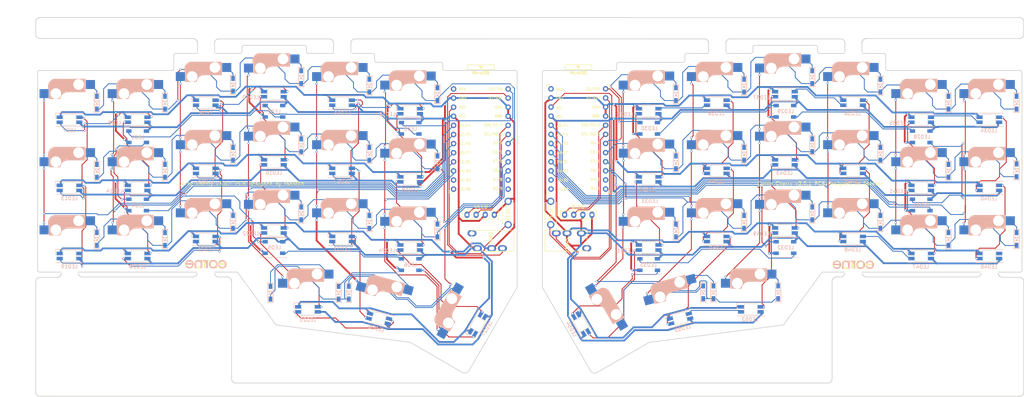
<source format=kicad_pcb>
(kicad_pcb (version 20221018) (generator pcbnew)
  (title_block (title "Corne Cherry") (date "2020-09-28") (rev "3.0.1") (company "foostan"))
  (layers (0 "F.Cu" signal) (31 "B.Cu" signal) (34 "B.Paste" user) (35 "F.Paste" user) (36 "B.SilkS" user "B.Silkscreen") (37 "F.SilkS" user "F.Silkscreen") (38 "B.Mask" user) (39 "F.Mask" user) (44 "Edge.Cuts" user))
  (net 0 "")
  (net 1 "row0")
  (net 2 "Net-(D1-Pad2)")
  (net 3 "row1")
  (net 4 "Net-(D2-Pad2)")
  (net 5 "row2")
  (net 6 "Net-(D3-Pad2)")
  (net 7 "row3")
  (net 8 "Net-(D4-Pad2)")
  (net 9 "Net-(D5-Pad2)")
  (net 10 "Net-(D6-Pad2)")
  (net 11 "Net-(D7-Pad2)")
  (net 12 "Net-(D8-Pad2)")
  (net 13 "Net-(D9-Pad2)")
  (net 14 "Net-(D10-Pad2)")
  (net 15 "Net-(D11-Pad2)")
  (net 16 "Net-(D12-Pad2)")
  (net 17 "Net-(D13-Pad2)")
  (net 18 "Net-(D14-Pad2)")
  (net 19 "Net-(D15-Pad2)")
  (net 20 "Net-(D16-Pad2)")
  (net 21 "Net-(D17-Pad2)")
  (net 22 "Net-(D18-Pad2)")
  (net 23 "Net-(D19-Pad2)")
  (net 24 "Net-(D20-Pad2)")
  (net 25 "Net-(D21-Pad2)")
  (net 26 "GND")
  (net 27 "VCC")
  (net 28 "col0")
  (net 29 "col1")
  (net 30 "col2")
  (net 31 "col3")
  (net 32 "col4")
  (net 33 "col5")
  (net 34 "LED")
  (net 35 "data")
  (net 36 "reset")
  (net 37 "SCL")
  (net 38 "SDA")
  (net 39 "Net-(U1-Pad14)")
  (net 40 "Net-(U1-Pad13)")
  (net 41 "Net-(U1-Pad12)")
  (net 42 "Net-(U1-Pad11)")
  (net 43 "Net-(U1-Pad24)")
  (net 44 "Net-(D22-Pad2)")
  (net 45 "row0_r")
  (net 46 "Net-(D23-Pad2)")
  (net 47 "Net-(D24-Pad2)")
  (net 48 "Net-(D25-Pad2)")
  (net 49 "Net-(D26-Pad2)")
  (net 50 "Net-(D27-Pad2)")
  (net 51 "row1_r")
  (net 52 "Net-(D28-Pad2)")
  (net 53 "Net-(D29-Pad2)")
  (net 54 "Net-(D30-Pad2)")
  (net 55 "Net-(D31-Pad2)")
  (net 56 "Net-(D32-Pad2)")
  (net 57 "Net-(D33-Pad2)")
  (net 58 "row2_r")
  (net 59 "Net-(D34-Pad2)")
  (net 60 "Net-(D35-Pad2)")
  (net 61 "Net-(D36-Pad2)")
  (net 62 "Net-(D37-Pad2)")
  (net 63 "Net-(D38-Pad2)")
  (net 64 "Net-(D39-Pad2)")
  (net 65 "Net-(D40-Pad2)")
  (net 66 "row3_r")
  (net 67 "Net-(D41-Pad2)")
  (net 68 "Net-(D42-Pad2)")
  (net 69 "data_r")
  (net 70 "SDA_r")
  (net 71 "SCL_r")
  (net 72 "LED_r")
  (net 73 "reset_r")
  (net 74 "col0_r")
  (net 75 "col1_r")
  (net 76 "col2_r")
  (net 77 "col3_r")
  (net 78 "col4_r")
  (net 79 "col5_r")
  (net 80 "VDD")
  (net 81 "GNDA")
  (net 82 "Net-(LED1-Pad2)")
  (net 83 "Net-(LED1-Pad4)")
  (net 84 "Net-(LED2-Pad4)")
  (net 85 "Net-(LED10-Pad2)")
  (net 86 "Net-(LED11-Pad4)")
  (net 87 "Net-(LED13-Pad4)")
  (net 88 "Net-(LED14-Pad2)")
  (net 89 "Net-(LED15-Pad4)")
  (net 90 "Net-(LED10-Pad4)")
  (net 91 "Net-(LED11-Pad2)")
  (net 92 "Net-(LED12-Pad4)")
  (net 93 "Net-(LED13-Pad2)")
  (net 94 "Net-(LED14-Pad4)")
  (net 95 "Net-(LED16-Pad4)")
  (net 96 "Net-(LED17-Pad2)")
  (net 97 "Net-(LED18-Pad4)")
  (net 98 "Net-(LED22-Pad4)")
  (net 99 "Net-(LED24-Pad4)")
  (net 100 "Net-(LED25-Pad4)")
  (net 101 "Net-(LED27-Pad4)")
  (net 102 "Net-(LED28-Pad2)")
  (net 103 "Net-(LED29-Pad4)")
  (net 104 "Net-(LED32-Pad2)")
  (net 105 "Net-(LED34-Pad2)")
  (net 106 "Net-(LED35-Pad4)")
  (net 107 "Net-(LED37-Pad4)")
  (net 108 "Net-(LED38-Pad2)")
  (net 109 "Net-(LED39-Pad4)")
  (net 110 "Net-(LED4-Pad2)")
  (net 111 "Net-(LED5-Pad2)")
  (net 112 "Net-(LED7-Pad4)")
  (net 113 "Net-(LED15-Pad2)")
  (net 114 "Net-(LED20-Pad4)")
  (net 115 "Net-(LED23-Pad2)")
  (net 116 "Net-(LED28-Pad4)")
  (net 117 "Net-(LED31-Pad2)")
  (net 118 "Net-(LED33-Pad2)")
  (net 119 "Net-(LED40-Pad2)")
  (net 120 "Net-(LED41-Pad4)")
  (net 121 "Net-(LED42-Pad2)")
  (net 122 "Net-(LED43-Pad4)")
  (net 123 "Net-(LED44-Pad2)")
  (net 124 "Net-(LED45-Pad4)")
  (net 125 "Net-(LED47-Pad4)")
  (net 126 "Net-(LED49-Pad4)")
  (net 127 "Net-(LED50-Pad2)")
  (net 128 "Net-(LED51-Pad4)")
  (net 129 "Net-(LED52-Pad4)")
  (net 130 "Net-(LED34-Pad4)")
  (net 131 "Net-(LED36-Pad4)")
  (net 132 "Net-(LED36-Pad2)")
  (net 133 "Net-(LED38-Pad4)")
  (net 134 "Net-(U2-Pad11)")
  (net 135 "Net-(U2-Pad12)")
  (net 136 "Net-(U2-Pad13)")
  (net 137 "Net-(U2-Pad14)")
  (net 138 "Net-(U2-Pad24)")
  (net 139 "Net-(J1-PadA)")
  (net 140 "Net-(J3-PadA)")
  (net 141 "Net-(LED19-Pad2)")
  (net 142 "Net-(LED46-Pad2)")
  (footprint "kbd:MJ-4PP-9_1side" (layer "F.Cu") (at 144.1345 74.292 -90)
    (fp_text reference "J1")
    (fp_text value "MJ-4PP-9" hide)
  )
  (footprint "kbd:OLED_1side" (layer "F.Cu") (at 130.9485 67.028)
    (fp_text reference "J2")
    (fp_text value "OLED" hide)
  )
  (footprint "kbd:ResetSW_1side" (layer "F.Cu") (at 142.4245 66.531 -90)
    (fp_text reference "RSW1" hide)
    (fp_text value "SW_PUSH")
  )
  (footprint "kbd:CherryMX_Hotswap" (layer "F.Cu") (at 39.1075 35.78)
    (fp_text reference "SW2" hide)
    (fp_text value "SW_PUSH" hide)
  )
  (footprint "kbd:CherryMX_Hotswap" (layer "F.Cu") (at 58.1075 31.03)
    (fp_text reference "SW3" hide)
    (fp_text value "SW_PUSH" hide)
  )
  (footprint "kbd:CherryMX_Hotswap" (layer "F.Cu") (at 77.1075 28.655)
    (fp_text reference "SW4" hide)
    (fp_text value "SW_PUSH" hide)
  )
  (footprint "kbd:CherryMX_Hotswap" (layer "F.Cu") (at 96.1075 31.03)
    (fp_text reference "SW5" hide)
    (fp_text value "SW_PUSH" hide)
  )
  (footprint "kbd:CherryMX_Hotswap" (layer "F.Cu") (at 20.1075 54.78)
    (fp_text reference "SW7" hide)
    (fp_text value "SW_PUSH" hide)
  )
  (footprint "kbd:CherryMX_Hotswap" (layer "F.Cu") (at 39.1075 54.78)
    (fp_text reference "SW8" hide)
    (fp_text value "SW_PUSH" hide)
  )
  (footprint "kbd:CherryMX_Hotswap" (layer "F.Cu") (at 58.1075 50.03)
    (fp_text reference "SW9" hide)
    (fp_text value "SW_PUSH" hide)
  )
  (footprint "kbd:CherryMX_Hotswap" (layer "F.Cu") (at 77.1075 47.655)
    (fp_text reference "SW10" hide)
    (fp_text value "SW_PUSH" hide)
  )
  (footprint "kbd:CherryMX_Hotswap" (layer "F.Cu") (at 96.1075 50.03)
    (fp_text reference "SW11" hide)
    (fp_text value "SW_PUSH" hide)
  )
  (footprint "kbd:CherryMX_Hotswap" (layer "F.Cu") (at 115.1075 52.405)
    (fp_text reference "SW12" hide)
    (fp_text value "SW_PUSH" hide)
  )
  (footprint "kbd:CherryMX_Hotswap" (layer "F.Cu") (at 20.1075 73.78)
    (fp_text reference "SW13" hide)
    (fp_text value "SW_PUSH" hide)
  )
  (footprint "kbd:CherryMX_Hotswap" (layer "F.Cu") (at 39.1075 73.78)
    (fp_text reference "SW14" hide)
    (fp_text value "SW_PUSH" hide)
  )
  (footprint "kbd:CherryMX_Hotswap" (layer "F.Cu") (at 58.1075 69.03)
    (fp_text reference "SW15" hide)
    (fp_text value "SW_PUSH" hide)
  )
  (footprint "kbd:CherryMX_Hotswap" (layer "F.Cu") (at 77.1075 66.655)
    (fp_text reference "SW16" hide)
    (fp_text value "SW_PUSH" hide)
  )
  (footprint "kbd:CherryMX_Hotswap" (layer "F.Cu") (at 96.1075 69.03)
    (fp_text reference "SW17" hide)
    (fp_text value "SW_PUSH" hide)
  )
  (footprint "kbd:CherryMX_Hotswap" (layer "F.Cu") (at 115.1075 71.405)
    (fp_text reference "SW18" hide)
    (fp_text value "SW_PUSH" hide)
  )
  (footprint "kbd:CherryMX_Hotswap" (layer "F.Cu") (at 86.6075 88.655)
    (fp_text reference "SW19" hide)
    (fp_text value "SW_PUSH" hide)
  )
  (footprint "kbd:CherryMX_Hotswap" (layer "F.Cu") (at 107.6075 91.405 -15)
    (fp_text reference "SW20" hide)
    (fp_text value "SW_PUSH" hide)
  )
  (footprint "kbd:CherryMX_Hotswap_1.5u" (layer "F.Cu") (at 129.8575 95.155 60)
    (fp_text reference "SW21" hide)
    (fp_text value "SW_PUSH" hide)
  )
  (footprint "kbd:CherryMX_Hotswap_1.5u" (layer "F.Cu") (at 166.8645 95.15 -60)
    (fp_text reference "SW42" hide)
    (fp_text value "SW_PUSH" hide)
  )
  (footprint "kbd:MJ-4PP-9_1side" (layer "F.Cu") (at 152.5375 74.27 90)
    (fp_text reference "J3")
    (fp_text value "MJ-4PP-9" hide)
  )
  (footprint "kbd:OLED_1side" (layer "F.Cu") (at 158.1775 67.02)
    (fp_text reference "J4")
    (fp_text value "OLED" hide)
  )
  (footprint "kbd:ResetSW_1side" (layer "F.Cu") (at 154.3045 66.522 -90)
    (fp_text reference "RSW2" hide)
    (fp_text value "SW_PUSH")
  )
  (footprint "kbd:CherryMX_Hotswap" (layer "F.Cu") (at 219.6145 66.65)
    (fp_text reference "SW37" hide)
    (fp_text value "SW_PUSH" hide)
  )
  (footprint "kbd:CherryMX_Hotswap" (layer "F.Cu") (at 200.6145 69.025)
    (fp_text reference "SW38" hide)
    (fp_text value "SW_PUSH" hide)
  )
  (footprint "kbd:CherryMX_Hotswap" (layer "F.Cu") (at 181.6145 71.4)
    (fp_text reference "SW39" hide)
    (fp_text value "SW_PUSH" hide)
  )
  (footprint "kbd:CherryMX_Hotswap" (layer "F.Cu") (at 210.1145 88.65)
    (fp_text reference "SW40" hide)
    (fp_text value "SW_PUSH" hide)
  )
  (footprint "kbd:CherryMX_Hotswap" (layer "F.Cu") (at 189.1145 91.4 15)
    (fp_text reference "SW41" hide)
    (fp_text value "SW_PUSH" hide)
  )
  (footprint "kbd:CherryMX_Hotswap" (layer "F.Cu") (at 219.6145 28.65)
    (fp_text reference "SW25" hide)
    (fp_text value "SW_PUSH" hide)
  )
  (footprint "kbd:CherryMX_Hotswap" (layer "F.Cu") (at 200.6145 31.025)
    (fp_text reference "SW26" hide)
    (fp_text value "SW_PUSH" hide)
  )
  (footprint "kbd:CherryMX_Hotswap" (layer "F.Cu") (at 276.6145 54.775)
    (fp_text reference "SW28" hide)
    (fp_text value "SW_PUSH" hide)
  )
  (footprint "kbd:CherryMX_Hotswap" (layer "F.Cu") (at 238.6145 31.025)
    (fp_text reference "SW24" hide)
    (fp_text value "SW_PUSH" hide)
  )
  (footprint "kbd:CherryMX_Hotswap" (layer "F.Cu") (at 257.6145 54.775)
    (fp_text reference "SW29" hide)
    (fp_text value "SW_PUSH" hide)
  )
  (footprint "kbd:CherryMX_Hotswap" (layer "F.Cu") (at 257.6145 73.775)
    (fp_text reference "SW35" hide)
    (fp_text value "SW_PUSH" hide)
  )
  (footprint "kbd:CherryMX_Hotswap" (layer "F.Cu") (at 238.6145 69.025)
    (fp_text reference "SW36" hide)
    (fp_text value "SW_PUSH" hide)
  )
  (footprint "kbd:CherryMX_Hotswap" (layer "F.Cu") (at 276.6145 35.775)
    (fp_text reference "SW22" hide)
    (fp_text value "SW_PUSH" hide)
  )
  (footprint "kbd:CherryMX_Hotswap" (layer "F.Cu") (at 257.6145 35.775)
    (fp_text reference "SW23" hide)
    (fp_text value "SW_PUSH" hide)
  )
  (footprint "kbd:CherryMX_Hotswap" (layer "F.Cu") (at 238.6145 50.025)
    (fp_text reference "SW30" hide)
    (fp_text value "SW_PUSH" hide)
  )
  (footprint "kbd:CherryMX_Hotswap" (layer "F.Cu") (at 219.6145 47.65)
    (fp_text reference "SW31" hide)
    (fp_text value "SW_PUSH" hide)
  )
  (footprint "kbd:CherryMX_Hotswap" (layer "F.Cu") (at 200.6145 50.025)
    (fp_text reference "SW32" hide)
    (fp_text value "SW_PUSH" hide)
  )
  (footprint "kbd:CherryMX_Hotswap" (layer "F.Cu") (at 181.6145 52.4)
    (fp_text reference "SW33" hide)
    (fp_text value "SW_PUSH" hide)
  )
  (footprint "kbd:CherryMX_Hotswap" (layer "F.Cu") (at 276.6145 73.775)
    (fp_text reference "SW34" hide)
    (fp_text value "SW_PUSH" hide)
  )
  (footprint "kbd:CherryMX_Hotswap" (layer "F.Cu") (at 20.1075 35.78)
    (fp_text reference "SW1" hide)
    (fp_text value "SW_PUSH" hide)
  )
  (footprint "kbd:M2_HOLE_v2" (layer "F.Cu") (at 105.5755 41.7655)
    (fp_text reference "Ref**" hide)
    (fp_text value "Val**" hide)
  )
  (footprint "kbd:M2_HOLE_v2" (layer "F.Cu") (at 72.7645 81.5205)
    (fp_text reference "Ref**" hide)
    (fp_text value "Val**" hide)
  )
  (footprint "kbd:M2_HOLE_v2" (layer "F.Cu") (at 119.3305 89.135)
    (fp_text reference "Ref**" hide)
    (fp_text value "Val**" hide)
  )
  (footprint "kbd:M2_HOLE_v2" (layer "F.Cu") (at 127.8695 74.254)
    (fp_text reference "Ref**" hide)
    (fp_text value "Val**" hide)
  )
  (footprint "kbd:M2_HOLE_v2" (layer "F.Cu") (at 142.3015 82.775)
    (fp_text reference "Ref**" hide)
    (fp_text value "Val**" hide)
  )
  (footprint "kbd:M2_HOLE_v2" (layer "F.Cu") (at 177.3895 89.145 180)
    (fp_text reference "Ref**" hide)
    (fp_text value "Val**" hide)
  )
  (footprint "kbd:M2_HOLE_v2" (layer "F.Cu") (at 223.9555 81.5305 180)
    (fp_text reference "Ref**" hide)
    (fp_text value "Val**" hide)
  )
  (footprint "kbd:M2_HOLE_v2" (layer "F.Cu") (at 267.0995 45.2655 180)
    (fp_text reference "Ref**" hide)
    (fp_text value "Val**" hide)
  )
  (footprint "kbd:M2_HOLE_v2" (layer "F.Cu") (at 191.1445 41.7755 180)
    (fp_text reference "Ref**" hide)
    (fp_text value "Val**" hide)
  )
  (footprint "kbd:CherryMX_Hotswap" (layer "F.Cu") (at 115.1075 33.405)
    (fp_text reference "SW6" hide)
    (fp_text value "SW_PUSH" hide)
  )
  (footprint "kbd:CherryMX_Hotswap" (layer "F.Cu") (at 181.6075 33.405)
    (fp_text reference "SW27" hide)
    (fp_text value "SW_PUSH" hide)
  )
  (footprint "kbd:M2_HOLE_v2" (layer "F.Cu") (at 27.5195 54.1395)
    (fp_text reference "Ref**" hide)
    (fp_text value "Val**" hide)
  )
  (footprint "kbd:ProMicro_v3" (layer "F.Cu") (at 134.8125 46.42)
    (fp_text reference "U1" hide)
    (fp_text value "ProMicro" hide)
  )
  (footprint "kbd:ProMicro_v3" (layer "F.Cu") (at 161.9875 46.39)
    (fp_text reference "U2" hide)
    (fp_text value "ProMicro" hide)
  )
  (footprint "kbd:M2_HOLE_v2" (layer "F.Cu") (at 29.6075 45.28)
    (fp_text reference "Ref**" hide)
    (fp_text value "Val**" hide)
  )
  (footprint "kbd:Breakaway_Tabs" (layer "F.Cu") (at 58.23675 21.869)
    (fp_text reference "REF**")
    (fp_text value "Breakaway_Tabs")
  )
  (footprint "kbd:Breakaway_Tabs" (layer "F.Cu") (at 96.2075 21.873)
    (fp_text reference "REF**")
    (fp_text value "Breakaway_Tabs")
  )
  (footprint "kbd:Breakaway_Tabs" (layer "F.Cu") (at 20.1625 83.176)
    (fp_text reference "REF**")
    (fp_text value "Breakaway_Tabs")
  )
  (footprint "kbd:Breakaway_Tabs" (layer "F.Cu") (at 58.1235 83.178)
    (fp_text reference "REF**")
    (fp_text value "Breakaway_Tabs")
  )
  (footprint "kbd:corne-logo-horizontal" (layer "F.Cu") (at 58.2675 80.89)
    (fp_text reference "G***" hide)
    (fp_text value "LOGO" hide)
  )
  (footprint "kbd:corne-logo-horizontal" (layer "F.Cu") (at 238.7775 81.04)
    (fp_text reference "G***" hide)
    (fp_text value "LOGO" hide)
  )
  (footprint "kbd:D3_SMD_v2" (layer "B.Cu") (at 27.7345 35.776875 90)
    (fp_text reference "D1" hide)
    (fp_text value "D" hide)
  )
  (footprint "kbd:D3_SMD_v2" (layer "B.Cu") (at 46.7345 35.78 90)
    (fp_text reference "D2" hide)
    (fp_text value "D" hide)
  )
  (footprint "kbd:D3_SMD_v2" (layer "B.Cu") (at 65.7075 30.78 90)
    (fp_text reference "D3" hide)
    (fp_text value "D" hide)
  )
  (footprint "kbd:D3_SMD_v2" (layer "B.Cu") (at 84.7075 28.655 90)
    (fp_text reference "D4" hide)
    (fp_text value "D" hide)
  )
  (footprint "kbd:D3_SMD_v2" (layer "B.Cu") (at 103.7075 31.03 90)
    (fp_text reference "D5" hide)
    (fp_text value "D" hide)
  )
  (footprint "kbd:D3_SMD_v2" (layer "B.Cu") (at 122.7075 33.405 90)
    (fp_text reference "D6" hide)
    (fp_text value "D" hide)
  )
  (footprint "kbd:D3_SMD_v2" (layer "B.Cu") (at 27.7345 54.776875 90)
    (fp_text reference "D7" hide)
    (fp_text value "D" hide)
  )
  (footprint "kbd:D3_SMD_v2" (layer "B.Cu") (at 46.7345 54.78 90)
    (fp_text reference "D8" hide)
    (fp_text value "D" hide)
  )
  (footprint "kbd:D3_SMD_v2" (layer "B.Cu") (at 65.7075 50.03 90)
    (fp_text reference "D9" hide)
    (fp_text value "D" hide)
  )
  (footprint "kbd:D3_SMD_v2" (layer "B.Cu") (at 84.7075 47.655 90)
    (fp_text reference "D10" hide)
    (fp_text value "D" hide)
  )
  (footprint "kbd:D3_SMD_v2" (layer "B.Cu") (at 103.7075 50.03 90)
    (fp_text reference "D11" hide)
    (fp_text value "D" hide)
  )
  (footprint "kbd:D3_SMD_v2" (layer "B.Cu") (at 122.7075 52.405 90)
    (fp_text reference "D12" hide)
    (fp_text value "D" hide)
  )
  (footprint "kbd:D3_SMD_v2" (layer "B.Cu") (at 27.7345 73.776875 90)
    (fp_text reference "D13" hide)
    (fp_text value "D" hide)
  )
  (footprint "kbd:D3_SMD_v2" (layer "B.Cu") (at 46.7345 73.78 90)
    (fp_text reference "D14" hide)
    (fp_text value "D" hide)
  )
  (footprint "kbd:D3_SMD_v2" (layer "B.Cu") (at 65.7075 69.03 90)
    (fp_text reference "D15" hide)
    (fp_text value "D" hide)
  )
  (footprint "kbd:D3_SMD_v2" (layer "B.Cu") (at 84.7075 66.655 90)
    (fp_text reference "D16" hide)
    (fp_text value "D" hide)
  )
  (footprint "kbd:D3_SMD_v2" (layer "B.Cu") (at 103.7075 69.03 90)
    (fp_text reference "D17" hide)
    (fp_text value "D" hide)
  )
  (footprint "kbd:D3_SMD_v2" (layer "B.Cu") (at 122.7075 71.405 90)
    (fp_text reference "D18" hide)
    (fp_text value "D" hide)
  )
  (footprint "kbd:D3_SMD_v2" (layer "B.Cu") (at 76.1575 88.77 90)
    (fp_text reference "D19" hide)
    (fp_text value "D" hide)
  )
  (footprint "kbd:D3_SMD_v2" (layer "B.Cu") (at 95.1645 88.765 90)
    (fp_text reference "D20" hide)
    (fp_text value "D" hide)
  )
  (footprint "kbd:D3_SMD_v2" (layer "B.Cu") (at 98.0075 88.765 90)
    (fp_text reference "D21" hide)
    (fp_text value "D" hide)
  )
  (footprint "kbd:YS-SK6812MINI-E" (layer "B.Cu") (at 20.1075 40.53)
    (fp_text reference "LED7")
    (fp_text value "YS-SK6812MINI-E")
    (fp_line (start -1.8 -1.55) (end 1.8 -1.55) (stroke (width 0.12)) (layer "Edge.Cuts"))
    (fp_line (start -1.8 1.55) (end -1.8 -1.55) (stroke (width 0.12)) (layer "Edge.Cuts"))
    (fp_line (start 1.8 -1.55) (end 1.8 1.55) (stroke (width 0.12)) (layer "Edge.Cuts"))
    (fp_line (start 1.8 1.55) (end -1.8 1.55) (stroke (width 0.12)) (layer "Edge.Cuts"))
  )
  (footprint "kbd:YS-SK6812MINI-E" (layer "B.Cu") (at 39.1075 40.53)
    (fp_text reference "LED8")
    (fp_text value "YS-SK6812MINI-E")
    (fp_line (start -1.8 -1.55) (end 1.8 -1.55) (stroke (width 0.12)) (layer "Edge.Cuts"))
    (fp_line (start -1.8 1.55) (end -1.8 -1.55) (stroke (width 0.12)) (layer "Edge.Cuts"))
    (fp_line (start 1.8 -1.55) (end 1.8 1.55) (stroke (width 0.12)) (layer "Edge.Cuts"))
    (fp_line (start 1.8 1.55) (end -1.8 1.55) (stroke (width 0.12)) (layer "Edge.Cuts"))
  )
  (footprint "kbd:YS-SK6812MINI-E" (layer "B.Cu") (at 58.1075 35.78)
    (fp_text reference "LED9")
    (fp_text value "YS-SK6812MINI-E")
    (fp_line (start -1.8 -1.55) (end 1.8 -1.55) (stroke (width 0.12)) (layer "Edge.Cuts"))
    (fp_line (start -1.8 1.55) (end -1.8 -1.55) (stroke (width 0.12)) (layer "Edge.Cuts"))
    (fp_line (start 1.8 -1.55) (end 1.8 1.55) (stroke (width 0.12)) (layer "Edge.Cuts"))
    (fp_line (start 1.8 1.55) (end -1.8 1.55) (stroke (width 0.12)) (layer "Edge.Cuts"))
  )
  (footprint "kbd:YS-SK6812MINI-E" (layer "B.Cu") (at 77.1075 33.405)
    (fp_text reference "LED10")
    (fp_text value "YS-SK6812MINI-E")
    (fp_line (start -1.8 -1.55) (end 1.8 -1.55) (stroke (width 0.12)) (layer "Edge.Cuts"))
    (fp_line (start -1.8 1.55) (end -1.8 -1.55) (stroke (width 0.12)) (layer "Edge.Cuts"))
    (fp_line (start 1.8 -1.55) (end 1.8 1.55) (stroke (width 0.12)) (layer "Edge.Cuts"))
    (fp_line (start 1.8 1.55) (end -1.8 1.55) (stroke (width 0.12)) (layer "Edge.Cuts"))
  )
  (footprint "kbd:YS-SK6812MINI-E" (layer "B.Cu") (at 96.1075 35.78)
    (fp_text reference "LED11")
    (fp_text value "YS-SK6812MINI-E")
    (fp_line (start -1.8 -1.55) (end 1.8 -1.55) (stroke (width 0.12)) (layer "Edge.Cuts"))
    (fp_line (start -1.8 1.55) (end -1.8 -1.55) (stroke (width 0.12)) (layer "Edge.Cuts"))
    (fp_line (start 1.8 -1.55) (end 1.8 1.55) (stroke (width 0.12)) (layer "Edge.Cuts"))
    (fp_line (start 1.8 1.55) (end -1.8 1.55) (stroke (width 0.12)) (layer "Edge.Cuts"))
  )
  (footprint "kbd:YS-SK6812MINI-E" (layer "B.Cu") (at 115.1075 38.155)
    (fp_text reference "LED12")
    (fp_text value "YS-SK6812MINI-E")
    (fp_line (start -1.8 -1.55) (end 1.8 -1.55) (stroke (width 0.12)) (layer "Edge.Cuts"))
    (fp_line (start -1.8 1.55) (end -1.8 -1.55) (stroke (width 0.12)) (layer "Edge.Cuts"))
    (fp_line (start 1.8 -1.55) (end 1.8 1.55) (stroke (width 0.12)) (layer "Edge.Cuts"))
    (fp_line (start 1.8 1.55) (end -1.8 1.55) (stroke (width 0.12)) (layer "Edge.Cuts"))
  )
  (footprint "kbd:YS-SK6812MINI-E" (layer "B.Cu") (at 20.1075 59.53)
    (fp_text reference "LED13")
    (fp_text value "YS-SK6812MINI-E")
    (fp_line (start -1.8 -1.55) (end 1.8 -1.55) (stroke (width 0.12)) (layer "Edge.Cuts"))
    (fp_line (start -1.8 1.55) (end -1.8 -1.55) (stroke (width 0.12)) (layer "Edge.Cuts"))
    (fp_line (start 1.8 -1.55) (end 1.8 1.55) (stroke (width 0.12)) (layer "Edge.Cuts"))
    (fp_line (start 1.8 1.55) (end -1.8 1.55) (stroke (width 0.12)) (layer "Edge.Cuts"))
  )
  (footprint "kbd:YS-SK6812MINI-E" (layer "B.Cu") (at 39.1075 59.53)
    (fp_text reference "LED14")
    (fp_text value "YS-SK6812MINI-E")
    (fp_line (start -1.8 -1.55) (end 1.8 -1.55) (stroke (width 0.12)) (layer "Edge.Cuts"))
    (fp_line (start -1.8 1.55) (end -1.8 -1.55) (stroke (width 0.12)) (layer "Edge.Cuts"))
    (fp_line (start 1.8 -1.55) (end 1.8 1.55) (stroke (width 0.12)) (layer "Edge.Cuts"))
    (fp_line (start 1.8 1.55) (end -1.8 1.55) (stroke (width 0.12)) (layer "Edge.Cuts"))
  )
  (footprint "kbd:YS-SK6812MINI-E" (layer "B.Cu") (at 58.1075 54.78)
    (fp_text reference "LED15")
    (fp_text value "YS-SK6812MINI-E")
    (fp_line (start -1.8 -1.55) (end 1.8 -1.55) (stroke (width 0.12)) (layer "Edge.Cuts"))
    (fp_line (start -1.8 1.55) (end -1.8 -1.55) (stroke (width 0.12)) (layer "Edge.Cuts"))
    (fp_line (start 1.8 -1.55) (end 1.8 1.55) (stroke (width 0.12)) (layer "Edge.Cuts"))
    (fp_line (start 1.8 1.55) (end -1.8 1.55) (stroke (width 0.12)) (layer "Edge.Cuts"))
  )
  (footprint "kbd:YS-SK6812MINI-E" (layer "B.Cu") (at 77.1075 52.405)
    (fp_text reference "LED16")
    (fp_text value "YS-SK6812MINI-E")
    (fp_line (start -1.8 -1.55) (end 1.8 -1.55) (stroke (width 0.12)) (layer "Edge.Cuts"))
    (fp_line (start -1.8 1.55) (end -1.8 -1.55) (stroke (width 0.12)) (layer "Edge.Cuts"))
    (fp_line (start 1.8 -1.55) (end 1.8 1.55) (stroke (width 0.12)) (layer "Edge.Cuts"))
    (fp_line (start 1.8 1.55) (end -1.8 1.55) (stroke (width 0.12)) (layer "Edge.Cuts"))
  )
  (footprint "kbd:YS-SK6812MINI-E" (layer "B.Cu") (at 96.1075 54.78)
    (fp_text reference "LED17")
    (fp_text value "YS-SK6812MINI-E")
    (fp_line (start -1.8 -1.55) (end 1.8 -1.55) (stroke (width 0.12)) (layer "Edge.Cuts"))
    (fp_line (start -1.8 1.55) (end -1.8 -1.55) (stroke (width 0.12)) (layer "Edge.Cuts"))
    (fp_line (start 1.8 -1.55) (end 1.8 1.55) (stroke (width 0.12)) (layer "Edge.Cuts"))
    (fp_line (start 1.8 1.55) (end -1.8 1.55) (stroke (width 0.12)) (layer "Edge.Cuts"))
  )
  (footprint "kbd:YS-SK6812MINI-E" (layer "B.Cu") (at 115.1075 57.155)
    (fp_text reference "LED18")
    (fp_text value "YS-SK6812MINI-E")
    (fp_line (start -1.8 -1.55) (end 1.8 -1.55) (stroke (width 0.12)) (layer "Edge.Cuts"))
    (fp_line (start -1.8 1.55) (end -1.8 -1.55) (stroke (width 0.12)) (layer "Edge.Cuts"))
    (fp_line (start 1.8 -1.55) (end 1.8 1.55) (stroke (width 0.12)) (layer "Edge.Cuts"))
    (fp_line (start 1.8 1.55) (end -1.8 1.55) (stroke (width 0.12)) (layer "Edge.Cuts"))
  )
  (footprint "kbd:YS-SK6812MINI-E" (layer "B.Cu") (at 20.1075 78.53)
    (fp_text reference "LED19")
    (fp_text value "YS-SK6812MINI-E")
    (fp_line (start -1.8 -1.55) (end 1.8 -1.55) (stroke (width 0.12)) (layer "Edge.Cuts"))
    (fp_line (start -1.8 1.55) (end -1.8 -1.55) (stroke (width 0.12)) (layer "Edge.Cuts"))
    (fp_line (start 1.8 -1.55) (end 1.8 1.55) (stroke (width 0.12)) (layer "Edge.Cuts"))
    (fp_line (start 1.8 1.55) (end -1.8 1.55) (stroke (width 0.12)) (layer "Edge.Cuts"))
  )
  (footprint "kbd:YS-SK6812MINI-E" (layer "B.Cu") (at 39.1075 78.53)
    (fp_text reference "LED20")
    (fp_text value "YS-SK6812MINI-E")
    (fp_line (start -1.8 -1.55) (end 1.8 -1.55) (stroke (width 0.12)) (layer "Edge.Cuts"))
    (fp_line (start -1.8 1.55) (end -1.8 -1.55) (stroke (width 0.12)) (layer "Edge.Cuts"))
    (fp_line (start 1.8 -1.55) (end 1.8 1.55) (stroke (width 0.12)) (layer "Edge.Cuts"))
    (fp_line (start 1.8 1.55) (end -1.8 1.55) (stroke (width 0.12)) (layer "Edge.Cuts"))
  )
  (footprint "kbd:YS-SK6812MINI-E" (layer "B.Cu") (at 58.1075 73.78)
    (fp_text reference "LED21")
    (fp_text value "YS-SK6812MINI-E")
    (fp_line (start -1.8 -1.55) (end 1.8 -1.55) (stroke (width 0.12)) (layer "Edge.Cuts"))
    (fp_line (start -1.8 1.55) (end -1.8 -1.55) (stroke (width 0.12)) (layer "Edge.Cuts"))
    (fp_line (start 1.8 -1.55) (end 1.8 1.55) (stroke (width 0.12)) (layer "Edge.Cuts"))
    (fp_line (start 1.8 1.55) (end -1.8 1.55) (stroke (width 0.12)) (layer "Edge.Cuts"))
  )
  (footprint "kbd:YS-SK6812MINI-E" (layer "B.Cu") (at 77.1075 71.405)
    (fp_text reference "LED22")
    (fp_text value "YS-SK6812MINI-E")
    (fp_line (start -1.8 -1.55) (end 1.8 -1.55) (stroke (width 0.12)) (layer "Edge.Cuts"))
    (fp_line (start -1.8 1.55) (end -1.8 -1.55) (stroke (width 0.12)) (layer "Edge.Cuts"))
    (fp_line (start 1.8 -1.55) (end 1.8 1.55) (stroke (width 0.12)) (layer "Edge.Cuts"))
    (fp_line (start 1.8 1.55) (end -1.8 1.55) (stroke (width 0.12)) (layer "Edge.Cuts"))
  )
  (footprint "kbd:YS-SK6812MINI-E" (layer "B.Cu") (at 115.1075 76.155)
    (fp_text reference "LED24")
    (fp_text value "YS-SK6812MINI-E")
    (fp_line (start -1.8 -1.55) (end 1.8 -1.55) (stroke (width 0.12)) (layer "Edge.Cuts"))
    (fp_line (start -1.8 1.55) (end -1.8 -1.55) (stroke (width 0.12)) (layer "Edge.Cuts"))
    (fp_line (start 1.8 -1.55) (end 1.8 1.55) (stroke (width 0.12)) (layer "Edge.Cuts"))
    (fp_line (start 1.8 1.55) (end -1.8 1.55) (stroke (width 0.12)) (layer "Edge.Cuts"))
  )
  (footprint "kbd:YS-SK6812MINI-E" (layer "B.Cu") (at 133.971121 97.53 60)
    (fp_text reference "LED27")
    (fp_text value "YS-SK6812MINI-E")
    (fp_line (start -1.8 -1.55) (end 1.8 -1.55) (stroke (width 0.12)) (layer "Edge.Cuts"))
    (fp_line (start -1.8 1.55) (end -1.8 -1.55) (stroke (width 0.12)) (layer "Edge.Cuts"))
    (fp_line (start 1.8 -1.55) (end 1.8 1.55) (stroke (width 0.12)) (layer "Edge.Cuts"))
    (fp_line (start 1.8 1.55) (end -1.8 1.55) (stroke (width 0.12)) (layer "Edge.Cuts"))
  )
  (footprint "LED_SMD:LED_WS2812B_PLCC4_5.0x5.0mm_P3.2mm" (layer "B.Cu") (at 39.1075 45.28 180)
    (fp_text reference "LED1")
    (fp_text value "WS2812B")
  )
  (footprint "LED_SMD:LED_WS2812B_PLCC4_5.0x5.0mm_P3.2mm" (layer "B.Cu") (at 77.1075 38.155 180)
    (fp_text reference "LED2")
    (fp_text value "WS2812B")
  )
  (footprint "LED_SMD:LED_WS2812B_PLCC4_5.0x5.0mm_P3.2mm" (layer "B.Cu") (at 115.1075 42.905 180)
    (fp_text reference "LED3")
    (fp_text value "WS2812B")
  )
  (footprint "LED_SMD:LED_WS2812B_PLCC4_5.0x5.0mm_P3.2mm" (layer "B.Cu") (at 77.1075 76.155 180)
    (fp_text reference "LED5")
    (fp_text value "WS2812B")
  )
  (footprint "LED_SMD:LED_WS2812B_PLCC4_5.0x5.0mm_P3.2mm" (layer "B.Cu") (at 115.1075 80.905 180)
    (fp_text reference "LED6")
    (fp_text value "WS2812B")
  )
  (footprint "LED_SMD:LED_WS2812B_PLCC4_5.0x5.0mm_P3.2mm" (layer "B.Cu") (at 257.6075 45.28 180)
    (fp_text reference "LED28")
    (fp_text value "WS2812B")
  )
  (footprint "LED_SMD:LED_WS2812B_PLCC4_5.0x5.0mm_P3.2mm" (layer "B.Cu") (at 219.6075 38.155 180)
    (fp_text reference "LED29")
    (fp_text value "WS2812B")
  )
  (footprint "LED_SMD:LED_WS2812B_PLCC4_5.0x5.0mm_P3.2mm" (layer "B.Cu") (at 181.6075 42.905 180)
    (fp_text reference "LED30")
    (fp_text value "WS2812B")
  )
  (footprint "LED_SMD:LED_WS2812B_PLCC4_5.0x5.0mm_P3.2mm" (layer "B.Cu") (at 257.6075 64.28 180)
    (fp_text reference "LED31")
    (fp_text value "WS2812B")
  )
  (footprint "LED_SMD:LED_WS2812B_PLCC4_5.0x5.0mm_P3.2mm" (layer "B.Cu") (at 219.6075 76.155 180)
    (fp_text reference "LED32")
    (fp_text value "WS2812B")
  )
  (footprint "LED_SMD:LED_WS2812B_PLCC4_5.0x5.0mm_P3.2mm" (layer "B.Cu") (at 181.6075 80.905 180)
    (fp_text reference "LED33")
    (fp_text value "WS2812B")
  )
  (footprint "kbd:YS-SK6812MINI-E" (layer "B.Cu") (at 219.6075 52.405)
    (fp_text reference "LED43")
    (fp_text value "YS-SK6812MINI-E")
    (fp_line (start -1.8 -1.55) (end 1.8 -1.55) (stroke (width 0.12)) (layer "Edge.Cuts"))
    (fp_line (start -1.8 1.55) (end -1.8 -1.55) (stroke (width 0.12)) (layer "Edge.Cuts"))
    (fp_line (start 1.8 -1.55) (end 1.8 1.55) (stroke (width 0.12)) (layer "Edge.Cuts"))
    (fp_line (start 1.8 1.55) (end -1.8 1.55) (stroke (width 0.12)) (layer "Edge.Cuts"))
  )
  (footprint "kbd:YS-SK6812MINI-E" (layer "B.Cu") (at 200.6075 54.78)
    (fp_text reference "LED44")
    (fp_text value "YS-SK6812MINI-E")
    (fp_line (start -1.8 -1.55) (end 1.8 -1.55) (stroke (width 0.12)) (layer "Edge.Cuts"))
    (fp_line (start -1.8 1.55) (end -1.8 -1.55) (stroke (width 0.12)) (layer "Edge.Cuts"))
    (fp_line (start 1.8 -1.55) (end 1.8 1.55) (stroke (width 0.12)) (layer "Edge.Cuts"))
    (fp_line (start 1.8 1.55) (end -1.8 1.55) (stroke (width 0.12)) (layer "Edge.Cuts"))
  )
  (footprint "kbd:YS-SK6812MINI-E" (layer "B.Cu") (at 181.6075 57.155)
    (fp_text reference "LED45")
    (fp_text value "YS-SK6812MINI-E")
    (fp_line (start -1.8 -1.55) (end 1.8 -1.55) (stroke (width 0.12)) (layer "Edge.Cuts"))
    (fp_line (start -1.8 1.55) (end -1.8 -1.55) (stroke (width 0.12)) (layer "Edge.Cuts"))
    (fp_line (start 1.8 -1.55) (end 1.8 1.55) (stroke (width 0.12)) (layer "Edge.Cuts"))
    (fp_line (start 1.8 1.55) (end -1.8 1.55) (stroke (width 0.12)) (layer "Edge.Cuts"))
  )
  (footprint "kbd:YS-SK6812MINI-E" (layer "B.Cu") (at 276.6075 78.53)
    (fp_text reference "LED46")
    (fp_text value "YS-SK6812MINI-E")
    (fp_line (start -1.8 -1.55) (end 1.8 -1.55) (stroke (width 0.12)) (layer "Edge.Cuts"))
    (fp_line (start -1.8 1.55) (end -1.8 -1.55) (stroke (width 0.12)) (layer "Edge.Cuts"))
    (fp_line (start 1.8 -1.55) (end 1.8 1.55) (stroke (width 0.12)) (layer "Edge.Cuts"))
    (fp_line (start 1.8 1.55) (end -1.8 1.55) (stroke (width 0.12)) (layer "Edge.Cuts"))
  )
  (footprint "kbd:YS-SK6812MINI-E" (layer "B.Cu") (at 257.6075 78.53)
    (fp_text reference "LED47")
    (fp_text value "YS-SK6812MINI-E")
    (fp_line (start -1.8 -1.55) (end 1.8 -1.55) (stroke (width 0.12)) (layer "Edge.Cuts"))
    (fp_line (start -1.8 1.55) (end -1.8 -1.55) (stroke (width 0.12)) (layer "Edge.Cuts"))
    (fp_line (start 1.8 -1.55) (end 1.8 1.55) (stroke (width 0.12)) (layer "Edge.Cuts"))
    (fp_line (start 1.8 1.55) (end -1.8 1.55) (stroke (width 0.12)) (layer "Edge.Cuts"))
  )
  (footprint "kbd:YS-SK6812MINI-E" (layer "B.Cu") (at 238.6075 73.78)
    (fp_text reference "LED48")
    (fp_text value "YS-SK6812MINI-E")
    (fp_line (start -1.8 -1.55) (end 1.8 -1.55) (stroke (width 0.12)) (layer "Edge.Cuts"))
    (fp_line (start -1.8 1.55) (end -1.8 -1.55) (stroke (width 0.12)) (layer "Edge.Cuts"))
    (fp_line (start 1.8 -1.55) (end 1.8 1.55) (stroke (width 0.12)) (layer "Edge.Cuts"))
    (fp_line (start 1.8 1.55) (end -1.8 1.55) (stroke (width 0.12)) (layer "Edge.Cuts"))
  )
  (footprint "kbd:YS-SK6812MINI-E" (layer "B.Cu") (at 219.6075 71.405)
    (fp_text reference "LED49")
    (fp_text value "YS-SK6812MINI-E")
    (fp_line (start -1.8 -1.55) (end 1.8 -1.55) (stroke (width 0.12)) (layer "Edge.Cuts"))
    (fp_line (start -1.8 1.55) (end -1.8 -1.55) (stroke (width 0.12)) (layer "Edge.Cuts"))
    (fp_line (start 1.8 -1.55) (end 1.8 1.55) (stroke (width 0.12)) (layer "Edge.Cuts"))
    (fp_line (start 1.8 1.55) (end -1.8 1.55) (stroke (width 0.12)) (layer "Edge.Cuts"))
  )
  (footprint "kbd:YS-SK6812MINI-E" (layer "B.Cu") (at 200.6075 73.78)
    (fp_text reference "LED50")
    (fp_text value "YS-SK6812MINI-E")
    (fp_line (start -1.8 -1.55) (end 1.8 -1.55) (stroke (width 0.12)) (layer "Edge.Cuts"))
    (fp_line (start -1.8 1.55) (end -1.8 -1.55) (stroke (width 0.12)) (layer "Edge.Cuts"))
    (fp_line (start 1.8 -1.55) (end 1.8 1.55) (stroke (width 0.12)) (layer "Edge.Cuts"))
    (fp_line (start 1.8 1.55) (end -1.8 1.55) (stroke (width 0.12)) (layer "Edge.Cuts"))
  )
  (footprint "kbd:YS-SK6812MINI-E" (layer "B.Cu") (at 181.6075 76.155)
    (fp_text reference "LED51")
    (fp_text value "YS-SK6812MINI-E")
    (fp_line (start -1.8 -1.55) (end 1.8 -1.55) (stroke (width 0.12)) (layer "Edge.Cuts"))
    (fp_line (start -1.8 1.55) (end -1.8 -1.55) (stroke (width 0.12)) (layer "Edge.Cuts"))
    (fp_line (start 1.8 -1.55) (end 1.8 1.55) (stroke (width 0.12)) (layer "Edge.Cuts"))
    (fp_line (start 1.8 1.55) (end -1.8 1.55) (stroke (width 0.12)) (layer "Edge.Cuts"))
  )
  (footprint "kbd:YS-SK6812MINI-E" (layer "B.Cu") (at 210.1075 93.405)
    (fp_text reference "LED52")
    (fp_text value "YS-SK6812MINI-E")
    (fp_line (start -1.8 -1.55) (end 1.8 -1.55) (stroke (width 0.12)) (layer "Edge.Cuts"))
    (fp_line (start -1.8 1.55) (end -1.8 -1.55) (stroke (width 0.12)) (layer "Edge.Cuts"))
    (fp_line (start 1.8 -1.55) (end 1.8 1.55) (stroke (width 0.12)) (layer "Edge.Cuts"))
    (fp_line (start 1.8 1.55) (end -1.8 1.55) (stroke (width 0.12)) (layer "Edge.Cuts"))
  )
  (footprint "kbd:YS-SK6812MINI-E" (layer "B.Cu") (at 190.34389 95.988148 15)
    (fp_text reference "LED53")
    (fp_text value "YS-SK6812MINI-E")
    (fp_line (start -1.8 -1.55) (end 1.8 -1.55) (stroke (width 0.12)) (layer "Edge.Cuts"))
    (fp_line (start -1.8 1.55) (end -1.8 -1.55) (stroke (width 0.12)) (layer "Edge.Cuts"))
    (fp_line (start 1.8 -1.55) (end 1.8 1.55) (stroke (width 0.12)) (layer "Edge.Cuts"))
    (fp_line (start 1.8 1.55) (end -1.8 1.55) (stroke (width 0.12)) (layer "Edge.Cuts"))
  )
  (footprint "kbd:D3_SMD_v2" (layer "B.Cu") (at 265.2145 35.775 90)
    (fp_text reference "D23" hide)
    (fp_text value "D" hide)
  )
  (footprint "kbd:D3_SMD_v2" (layer "B.Cu") (at 246.2145 31.025 90)
    (fp_text reference "D24" hide)
    (fp_text value "D" hide)
  )
  (footprint "kbd:D3_SMD_v2" (layer "B.Cu") (at 227.2145 28.65 90)
    (fp_text reference "D25" hide)
    (fp_text value "D" hide)
  )
  (footprint "kbd:D3_SMD_v2" (layer "B.Cu") (at 189.2075 33.405 90)
    (fp_text reference "D27" hide)
    (fp_text value "D" hide)
  )
  (footprint "kbd:D3_SMD_v2" (layer "B.Cu") (at 284.2145 54.625 90)
    (fp_text reference "D28" hide)
    (fp_text value "D" hide)
  )
  (footprint "kbd:D3_SMD_v2" (layer "B.Cu") (at 265.2145 54.775 90)
    (fp_text reference "D29" hide)
    (fp_text value "D" hide)
  )
  (footprint "kbd:D3_SMD_v2" (layer "B.Cu") (at 246.2145 50.025 90)
    (fp_text reference "D30" hide)
    (fp_text value "D" hide)
  )
  (footprint "kbd:D3_SMD_v2" (layer "B.Cu") (at 227.2145 47.65 90)
    (fp_text reference "D31" hide)
    (fp_text value "D" hide)
  )
  (footprint "kbd:D3_SMD_v2" (layer "B.Cu") (at 208.2145 50.025 90)
    (fp_text reference "D32" hide)
    (fp_text value "D" hide)
  )
  (footprint "kbd:D3_SMD_v2" (layer "B.Cu") (at 189.2075 52.405 90)
    (fp_text reference "D33" hide)
    (fp_text value "D" hide)
  )
  (footprint "kbd:D3_SMD_v2" (layer "B.Cu") (at 284.2145 73.775 90)
    (fp_text reference "D34" hide)
    (fp_text value "D" hide)
  )
  (footprint "kbd:D3_SMD_v2" (layer "B.Cu") (at 265.2145 73.775 90)
    (fp_text reference "D35" hide)
    (fp_text value "D" hide)
  )
  (footprint "kbd:D3_SMD_v2" (layer "B.Cu") (at 246.2145 69.025 90)
    (fp_text reference "D36" hide)
    (fp_text value "D" hide)
  )
  (footprint "kbd:D3_SMD_v2" (layer "B.Cu") (at 227.2145 66.65 90)
    (fp_text reference "D37" hide)
    (fp_text value "D" hide)
  )
  (footprint "kbd:D3_SMD_v2" (layer "B.Cu") (at 208.2145 69.025 90)
    (fp_text reference "D38" hide)
    (fp_text value "D" hide)
  )
  (footprint "kbd:D3_SMD_v2" (layer "B.Cu") (at 189.2075 71.405 90)
    (fp_text reference "D39" hide)
    (fp_text value "D" hide)
  )
  (footprint "kbd:D3_SMD_v2" (layer "B.Cu") (at 217.7145 88.635 90)
    (fp_text reference "D40" hide)
    (fp_text value "D" hide)
  )
  (footprint "kbd:D3_SMD_v2" (layer "B.Cu") (at 199.6645 88.65 90)
    (fp_text reference "D41" hide)
    (fp_text value "D" hide)
  )
  (footprint "kbd:D3_SMD_v2" (layer "B.Cu") (at 196.8145 88.65 90)
    (fp_text reference "D42" hide)
    (fp_text value "D" hide)
  )
  (footprint "kbd:D3_SMD_v2" (layer "B.Cu") (at 284.2145 35.775 90)
    (fp_text reference "D22" hide)
    (fp_text value "D" hide)
  )
  (footprint "kbd:D3_SMD_v2" (layer "B.Cu") (at 208.2145 31.025 90)
    (fp_text reference "D26" hide)
    (fp_text value "D" hide)
  )
  (footprint "kbd:YS-SK6812MINI-E" (layer "B.Cu") (at 86.6075 93.405)
    (fp_text reference "LED25")
    (fp_text value "YS-SK6812MINI-E")
    (fp_line (start -1.8 -1.55) (end 1.8 -1.55) (stroke (width 0.12)) (layer "Edge.Cuts"))
    (fp_line (start -1.8 1.55) (end -1.8 -1.55) (stroke (width 0.12)) (layer "Edge.Cuts"))
    (fp_line (start 1.8 -1.55) (end 1.8 1.55) (stroke (width 0.12)) (layer "Edge.Cuts"))
    (fp_line (start 1.8 1.55) (end -1.8 1.55) (stroke (width 0.12)) (layer "Edge.Cuts"))
  )
  (footprint "kbd:YS-SK6812MINI-E" (layer "B.Cu") (at 106.37811 95.993148 -15)
    (fp_text reference "LED26")
    (fp_text value "YS-SK6812MINI-E")
    (fp_line (start -1.8 -1.55) (end 1.8 -1.55) (stroke (width 0.12)) (layer "Edge.Cuts"))
    (fp_line (start -1.8 1.55) (end -1.8 -1.55) (stroke (width 0.12)) (layer "Edge.Cuts"))
    (fp_line (start 1.8 -1.55) (end 1.8 1.55) (stroke (width 0.12)) (layer "Edge.Cuts"))
    (fp_line (start 1.8 1.55) (end -1.8 1.55) (stroke (width 0.12)) (layer "Edge.Cuts"))
  )
  (footprint "LED_SMD:LED_WS2812B_PLCC4_5.0x5.0mm_P3.2mm" (layer "B.Cu") (at 39.1075 64.28 180)
    (fp_text reference "LED4")
    (fp_text value "WS2812B")
  )
  (footprint "kbd:YS-SK6812MINI-E" (layer "B.Cu") (at 96.1075 73.78)
    (fp_text reference "LED23")
    (fp_text value "YS-SK6812MINI-E")
    (fp_line (start -1.8 -1.55) (end 1.8 -1.55) (stroke (width 0.12)) (layer "Edge.Cuts"))
    (fp_line (start -1.8 1.55) (end -1.8 -1.55) (stroke (width 0.12)) (layer "Edge.Cuts"))
    (fp_line (start 1.8 -1.55) (end 1.8 1.55) (stroke (width 0.12)) (layer "Edge.Cuts"))
    (fp_line (start 1.8 1.55) (end -1.8 1.55) (stroke (width 0.12)) (layer "Edge.Cuts"))
  )
  (footprint "kbd:YS-SK6812MINI-E" (layer "B.Cu") (at 276.6075 40.53)
    (fp_text reference "LED34")
    (fp_text value "YS-SK6812MINI-E")
    (fp_line (start -1.8 -1.55) (end 1.8 -1.55) (stroke (width 0.12)) (layer "Edge.Cuts"))
    (fp_line (start -1.8 1.55) (end -1.8 -1.55) (stroke (width 0.12)) (layer "Edge.Cuts"))
    (fp_line (start 1.8 -1.55) (end 1.8 1.55) (stroke (width 0.12)) (layer "Edge.Cuts"))
    (fp_line (start 1.8 1.55) (end -1.8 1.55) (stroke (width 0.12)) (layer "Edge.Cuts"))
  )
  (footprint "kbd:YS-SK6812MINI-E" (layer "B.Cu") (at 257.6075 40.53)
    (fp_text reference "LED35")
    (fp_text value "YS-SK6812MINI-E")
    (fp_line (start -1.8 -1.55) (end 1.8 -1.55) (stroke (width 0.12)) (layer "Edge.Cuts"))
    (fp_line (start -1.8 1.55) (end -1.8 -1.55) (stroke (width 0.12)) (layer "Edge.Cuts"))
    (fp_line (start 1.8 -1.55) (end 1.8 1.55) (stroke (width 0.12)) (layer "Edge.Cuts"))
    (fp_line (start 1.8 1.55) (end -1.8 1.55) (stroke (width 0.12)) (layer "Edge.Cuts"))
  )
  (footprint "kbd:YS-SK6812MINI-E" (layer "B.Cu") (at 238.6075 35.78)
    (fp_text reference "LED36")
    (fp_text value "YS-SK6812MINI-E")
    (fp_line (start -1.8 -1.55) (end 1.8 -1.55) (stroke (width 0.12)) (layer "Edge.Cuts"))
    (fp_line (start -1.8 1.55) (end -1.8 -1.55) (stroke (width 0.12)) (layer "Edge.Cuts"))
    (fp_line (start 1.8 -1.55) (end 1.8 1.55) (stroke (width 0.12)) (layer "Edge.Cuts"))
    (fp_line (start 1.8 1.55) (end -1.8 1.55) (stroke (width 0.12)) (layer "Edge.Cuts"))
  )
  (footprint "kbd:YS-SK6812MINI-E" (layer "B.Cu") (at 219.6075 33.405)
    (fp_text reference "LED37")
    (fp_text value "YS-SK6812MINI-E")
    (fp_line (start -1.8 -1.55) (end 1.8 -1.55) (stroke (width 0.12)) (layer "Edge.Cuts"))
    (fp_line (start -1.8 1.55) (end -1.8 -1.55) (stroke (width 0.12)) (layer "Edge.Cuts"))
    (fp_line (start 1.8 -1.55) (end 1.8 1.55) (stroke (width 0.12)) (layer "Edge.Cuts"))
    (fp_line (start 1.8 1.55) (end -1.8 1.55) (stroke (width 0.12)) (layer "Edge.Cuts"))
  )
  (footprint "kbd:YS-SK6812MINI-E" (layer "B.Cu") (at 200.6075 35.78)
    (fp_text reference "LED38")
    (fp_text value "YS-SK6812MINI-E")
    (fp_line (start -1.8 -1.55) (end 1.8 -1.55) (stroke (width 0.12)) (layer "Edge.Cuts"))
    (fp_line (start -1.8 1.55) (end -1.8 -1.55) (stroke (width 0.12)) (layer "Edge.Cuts"))
    (fp_line (start 1.8 -1.55) (end 1.8 1.55) (stroke (width 0.12)) (layer "Edge.Cuts"))
    (fp_line (start 1.8 1.55) (end -1.8 1.55) (stroke (width 0.12)) (layer "Edge.Cuts"))
  )
  (footprint "kbd:YS-SK6812MINI-E" (layer "B.Cu") (at 181.6075 38.155)
    (fp_text reference "LED39")
    (fp_text value "YS-SK6812MINI-E")
    (fp_line (start -1.8 -1.55) (end 1.8 -1.55) (stroke (width 0.12)) (layer "Edge.Cuts"))
    (fp_line (start -1.8 1.55) (end -1.8 -1.55) (stroke (width 0.12)) (layer "Edge.Cuts"))
    (fp_line (start 1.8 -1.55) (end 1.8 1.55) (stroke (width 0.12)) (layer "Edge.Cuts"))
    (fp_line (start 1.8 1.55) (end -1.8 1.55) (stroke (width 0.12)) (layer "Edge.Cuts"))
  )
  (footprint "kbd:YS-SK6812MINI-E" (layer "B.Cu") (at 276.6075 59.53)
    (fp_text reference "LED40")
    (fp_text value "YS-SK6812MINI-E")
    (fp_line (start -1.8 -1.55) (end 1.8 -1.55) (stroke (width 0.12)) (layer "Edge.Cuts"))
    (fp_line (start -1.8 1.55) (end -1.8 -1.55) (stroke (width 0.12)) (layer "Edge.Cuts"))
    (fp_line (start 1.8 -1.55) (end 1.8 1.55) (stroke (width 0.12)) (layer "Edge.Cuts"))
    (fp_line (start 1.8 1.55) (end -1.8 1.55) (stroke (width 0.12)) (layer "Edge.Cuts"))
  )
  (footprint "kbd:YS-SK6812MINI-E" (layer "B.Cu") (at 257.6075 59.53)
    (fp_text reference "LED41")
    (fp_text value "YS-SK6812MINI-E")
    (fp_line (start -1.8 -1.55) (end 1.8 -1.55) (stroke (width 0.12)) (layer "Edge.Cuts"))
    (fp_line (start -1.8 1.55) (end -1.8 -1.55) (stroke (width 0.12)) (layer "Edge.Cuts"))
    (fp_line (start 1.8 -1.55) (end 1.8 1.55) (stroke (width 0.12)) (layer "Edge.Cuts"))
    (fp_line (start 1.8 1.55) (end -1.8 1.55) (stroke (width 0.12)) (layer "Edge.Cuts"))
  )
  (footprint "kbd:YS-SK6812MINI-E" (layer "B.Cu") (at 238.6075 54.78)
    (fp_text reference "LED42")
    (fp_text value "YS-SK6812MINI-E")
    (fp_line (start -1.8 -1.55) (end 1.8 -1.55) (stroke (width 0.12)) (layer "Edge.Cuts"))
    (fp_line (start -1.8 1.55) (end -1.8 -1.55) (stroke (width 0.12)) (layer "Edge.Cuts"))
    (fp_line (start 1.8 -1.55) (end 1.8 1.55) (stroke (width 0.12)) (layer "Edge.Cuts"))
    (fp_line (start 1.8 1.55) (end -1.8 1.55) (stroke (width 0.12)) (layer "Edge.Cuts"))
  )
  (footprint "kbd:M2_HOLE_v2" (layer "B.Cu") (at 154.4185 82.785 180)
    (fp_text reference "Ref**" hide)
    (fp_text value "Val**" hide)
  )
  (footprint "kbd:M2_HOLE_v2" (layer "B.Cu") (at 269.1875 54.125 180)
    (fp_text reference "Ref**" hide)
    (fp_text value "Val**" hide)
  )
  (footprint "kbd:M2_HOLE_v2" (layer "B.Cu") (at 168.8505 74.264 180)
    (fp_text reference "Ref**" hide)
    (fp_text value "Val**" hide)
  )
  (footprint "kbd:YS-SK6812MINI-E" (layer "B.Cu") (at 162.750879 97.525 -60)
    (fp_text reference "LED54")
    (fp_text value "YS-SK6812MINI-E")
    (fp_line (start -1.8 -1.55) (end 1.8 -1.55) (stroke (width 0.12)) (layer "Edge.Cuts"))
    (fp_line (start -1.8 1.55) (end -1.8 -1.55) (stroke (width 0.12)) (layer "Edge.Cuts"))
    (fp_line (start 1.8 -1.55) (end 1.8 1.55) (stroke (width 0.12)) (layer "Edge.Cuts"))
    (fp_line (start 1.8 1.55) (end -1.8 1.55) (stroke (width 0.12)) (layer "Edge.Cuts"))
  )
  (footprint "kbd:Breakaway_Tabs" (layer "B.Cu") (at 276.6555 83.183 180)
    (fp_text reference "REF**")
    (fp_text value "Breakaway_Tabs")
  )
  (footprint "kbd:Breakaway_Tabs" (layer "B.Cu") (at 200.7375 21.885 180)
    (fp_text reference "REF**")
    (fp_text value "Breakaway_Tabs")
  )
  (footprint "kbd:Breakaway_Tabs" (layer "B.Cu") (at 238.6495 21.87 180)
    (fp_text reference "REF**")
    (fp_text value "Breakaway_Tabs")
  )
  (footprint "kbd:Breakaway_Tabs" (layer "B.Cu") (at 238.7415 83.193 180)
    (fp_text reference "REF**")
    (fp_text value "Breakaway_Tabs")
  )
  (footprint "kbd:corne-logo-horizontal" (layer "B.Cu") (at 58.0375 80.89 180)
    (fp_text reference "G***" hide)
    (fp_text value "LOGO" hide)
  )
  (footprint "kbd:corne-logo-horizontal" (layer "B.Cu") (at 238.5675 81.04 180)
    (fp_text reference "G***" hide)
    (fp_text value "LOGO" hide)
  )
  (gr_line (start 17.8075 83.020309) (end 17.8125 83.25) (stroke (width 0.2)) (layer "Edge.Cuts"))
  (gr_line (start 17.8125 83.25) (end 17.8123 83.252) (stroke (width 0.2)) (layer "Edge.Cuts"))
  (gr_line (start 17.8123 83.252) (end 17.8123 83.252) (stroke (width 0.2)) (layer "Edge.Cuts"))
  (gr_line (start 17.8123 83.252) (end 17.7896 83.483) (stroke (width 0.2)) (layer "Edge.Cuts"))
  (gr_line (start 17.7896 83.483) (end 17.7896 83.483) (stroke (width 0.2)) (layer "Edge.Cuts"))
  (gr_line (start 17.7896 83.483) (end 17.7896 83.483) (stroke (width 0.2)) (layer "Edge.Cuts"))
  (gr_line (start 17.7896 83.483) (end 17.7896 83.484) (stroke (width 0.2)) (layer "Edge.Cuts"))
  (gr_line (start 17.7896 83.484) (end 17.7886 83.488) (stroke (width 0.2)) (layer "Edge.Cuts"))
  (gr_line (start 17.7886 83.488) (end 17.7877 83.493) (stroke (width 0.2)) (layer "Edge.Cuts"))
  (gr_line (start 17.7877 83.493) (end 17.7208 83.714) (stroke (width 0.2)) (layer "Edge.Cuts"))
  (gr_line (start 17.7208 83.714) (end 17.7206 83.715) (stroke (width 0.2)) (layer "Edge.Cuts"))
  (gr_line (start 17.7206 83.715) (end 17.7188 83.719) (stroke (width 0.2)) (layer "Edge.Cuts"))
  (gr_line (start 17.7188 83.719) (end 17.717 83.724) (stroke (width 0.2)) (layer "Edge.Cuts"))
  (gr_line (start 17.717 83.724) (end 17.6082 83.928) (stroke (width 0.2)) (layer "Edge.Cuts"))
  (gr_line (start 17.6082 83.928) (end 17.6079 83.929) (stroke (width 0.2)) (layer "Edge.Cuts"))
  (gr_line (start 17.6079 83.929) (end 17.6054 83.932) (stroke (width 0.2)) (layer "Edge.Cuts"))
  (gr_line (start 17.6054 83.932) (end 17.6028 83.936) (stroke (width 0.2)) (layer "Edge.Cuts"))
  (gr_line (start 17.6028 83.936) (end 17.4564 84.116) (stroke (width 0.2)) (layer "Edge.Cuts"))
  (gr_line (start 17.4564 84.116) (end 17.4564 84.116) (stroke (width 0.2)) (layer "Edge.Cuts"))
  (gr_line (start 17.4564 84.116) (end 17.4564 84.116) (stroke (width 0.2)) (layer "Edge.Cuts"))
  (gr_line (start 17.4564 84.116) (end 17.4559 84.116) (stroke (width 0.2)) (layer "Edge.Cuts"))
  (gr_line (start 17.4559 84.116) (end 17.4527 84.12) (stroke (width 0.2)) (layer "Edge.Cuts"))
  (gr_line (start 17.4527 84.12) (end 17.4495 84.123) (stroke (width 0.2)) (layer "Edge.Cuts"))
  (gr_line (start 17.4495 84.123) (end 17.2709 84.271) (stroke (width 0.2)) (layer "Edge.Cuts"))
  (gr_line (start 17.2709 84.271) (end 17.2704 84.271) (stroke (width 0.2)) (layer "Edge.Cuts"))
  (gr_line (start 17.2704 84.271) (end 17.2666 84.273) (stroke (width 0.2)) (layer "Edge.Cuts"))
  (gr_line (start 17.2666 84.273) (end 17.2628 84.276) (stroke (width 0.2)) (layer "Edge.Cuts"))
  (gr_line (start 17.2628 84.276) (end 17.059 84.386) (stroke (width 0.2)) (layer "Edge.Cuts"))
  (gr_line (start 17.059 84.386) (end 17.059 84.386) (stroke (width 0.2)) (layer "Edge.Cuts"))
  (gr_line (start 17.059 84.386) (end 17.059 84.386) (stroke (width 0.2)) (layer "Edge.Cuts"))
  (gr_line (start 17.059 84.386) (end 17.0583 84.387) (stroke (width 0.2)) (layer "Edge.Cuts"))
  (gr_line (start 17.0583 84.387) (end 17.0542 84.388) (stroke (width 0.2)) (layer "Edge.Cuts"))
  (gr_line (start 17.0542 84.388) (end 17.05 84.39) (stroke (width 0.2)) (layer "Edge.Cuts"))
  (gr_line (start 17.05 84.39) (end 16.8286 84.459) (stroke (width 0.2)) (layer "Edge.Cuts"))
  (gr_line (start 16.8286 84.459) (end 16.8279 84.459) (stroke (width 0.2)) (layer "Edge.Cuts"))
  (gr_line (start 16.8279 84.459) (end 16.8235 84.46) (stroke (width 0.2)) (layer "Edge.Cuts"))
  (gr_line (start 16.8235 84.46) (end 16.819 84.46) (stroke (width 0.2)) (layer "Edge.Cuts"))
  (gr_line (start 16.819 84.46) (end 16.5885 84.485) (stroke (width 0.2)) (layer "Edge.Cuts"))
  (gr_line (start 16.5885 84.485) (end 16.5878 84.485) (stroke (width 0.2)) (layer "Edge.Cuts"))
  (gr_line (start 16.5878 84.485) (end 16.5856 84.485) (stroke (width 0.2)) (layer "Edge.Cuts"))
  (gr_line (start 16.5856 84.485) (end 16.5835 84.485) (stroke (width 0.2)) (layer "Edge.Cuts"))
  (gr_line (start 16.5835 84.485) (end 16.5775 84.485) (stroke (width 0.2)) (layer "Edge.Cuts"))
  (gr_line (start 16.5775 84.485) (end 16.5774 84.485) (stroke (width 0.2)) (layer "Edge.Cuts"))
  (gr_line (start 16.5774 84.485) (end 11.8252 84.485) (stroke (width 0.2)) (layer "Edge.Cuts"))
  (gr_line (start 11.8252 84.485) (end 11.8194 84.485) (stroke (width 0.2)) (layer "Edge.Cuts"))
  (gr_line (start 11.8194 84.485) (end 11.5963 84.508) (stroke (width 0.2)) (layer "Edge.Cuts"))
  (gr_line (start 11.5963 84.508) (end 11.3843 84.574) (stroke (width 0.2)) (layer "Edge.Cuts"))
  (gr_line (start 11.3843 84.574) (end 11.1891 84.68) (stroke (width 0.2)) (layer "Edge.Cuts"))
  (gr_line (start 11.1891 84.68) (end 11.018 84.821) (stroke (width 0.2)) (layer "Edge.Cuts"))
  (gr_line (start 11.018 84.821) (end 10.8778 84.993) (stroke (width 0.2)) (layer "Edge.Cuts"))
  (gr_line (start 10.8778 84.993) (end 10.7736 85.189) (stroke (width 0.2)) (layer "Edge.Cuts"))
  (gr_line (start 10.7736 85.189) (end 10.7094 85.402) (stroke (width 0.2)) (layer "Edge.Cuts"))
  (gr_line (start 10.7094 85.402) (end 10.6875 85.625) (stroke (width 0.2)) (layer "Edge.Cuts"))
  (gr_line (start 10.6875 116.497) (end 10.6875 116.503) (stroke (width 0.2)) (layer "Edge.Cuts"))
  (gr_line (start 10.6875 116.503) (end 10.711 116.726) (stroke (width 0.2)) (layer "Edge.Cuts"))
  (gr_line (start 10.711 116.726) (end 10.7766 116.938) (stroke (width 0.2)) (layer "Edge.Cuts"))
  (gr_line (start 10.7766 116.938) (end 10.8822 117.133) (stroke (width 0.2)) (layer "Edge.Cuts"))
  (gr_line (start 10.8822 117.133) (end 11.0236 117.304) (stroke (width 0.2)) (layer "Edge.Cuts"))
  (gr_line (start 11.0236 117.304) (end 11.1957 117.445) (stroke (width 0.2)) (layer "Edge.Cuts"))
  (gr_line (start 11.1957 117.445) (end 11.3916 117.549) (stroke (width 0.2)) (layer "Edge.Cuts"))
  (gr_line (start 11.3916 117.549) (end 11.6041 117.613) (stroke (width 0.2)) (layer "Edge.Cuts"))
  (gr_line (start 11.6041 117.613) (end 11.8274 117.635) (stroke (width 0.2)) (layer "Edge.Cuts"))
  (gr_line (start 11.8274 117.635) (end 285.0575 117.626) (stroke (width 0.2)) (layer "Edge.Cuts"))
  (gr_line (start 285.0555 12.0385) (end 11.8252 12.0475) (stroke (width 0.2)) (layer "Edge.Cuts"))
  (gr_line (start 11.8252 12.0475) (end 11.8194 12.0475) (stroke (width 0.2)) (layer "Edge.Cuts"))
  (gr_line (start 11.8194 12.0475) (end 11.5963 12.071) (stroke (width 0.2)) (layer "Edge.Cuts"))
  (gr_line (start 11.5963 12.071) (end 11.3843 12.1366) (stroke (width 0.2)) (layer "Edge.Cuts"))
  (gr_line (start 11.3843 12.1366) (end 11.1891 12.2422) (stroke (width 0.2)) (layer "Edge.Cuts"))
  (gr_line (start 11.1891 12.2422) (end 11.018 12.3837) (stroke (width 0.2)) (layer "Edge.Cuts"))
  (gr_line (start 11.018 12.3837) (end 10.8778 12.5557) (stroke (width 0.2)) (layer "Edge.Cuts"))
  (gr_line (start 10.8778 12.5557) (end 10.7736 12.7516) (stroke (width 0.2)) (layer "Edge.Cuts"))
  (gr_line (start 10.7736 12.7516) (end 10.7094 12.9641) (stroke (width 0.2)) (layer "Edge.Cuts"))
  (gr_line (start 10.7094 12.9641) (end 10.6875 13.1875) (stroke (width 0.2)) (layer "Edge.Cuts"))
  (gr_line (start 10.6875 13.1875) (end 10.6875 16.7473) (stroke (width 0.2)) (layer "Edge.Cuts"))
  (gr_line (start 10.6875 16.7473) (end 10.6875 16.7531) (stroke (width 0.2)) (layer "Edge.Cuts"))
  (gr_line (start 10.6875 16.7531) (end 10.711 16.9762) (stroke (width 0.2)) (layer "Edge.Cuts"))
  (gr_line (start 10.711 16.9762) (end 10.7766 17.1882) (stroke (width 0.2)) (layer "Edge.Cuts"))
  (gr_line (start 10.7766 17.1882) (end 10.8822 17.3835) (stroke (width 0.2)) (layer "Edge.Cuts"))
  (gr_line (start 10.8822 17.3835) (end 11.0236 17.5545) (stroke (width 0.2)) (layer "Edge.Cuts"))
  (gr_line (start 11.0236 17.5545) (end 11.1957 17.6948) (stroke (width 0.2)) (layer "Edge.Cuts"))
  (gr_line (start 11.1957 17.6948) (end 11.3916 17.799) (stroke (width 0.2)) (layer "Edge.Cuts"))
  (gr_line (start 11.3916 17.799) (end 11.6041 17.8631) (stroke (width 0.2)) (layer "Edge.Cuts"))
  (gr_line (start 11.6041 17.8631) (end 11.8274 17.885) (stroke (width 0.2)) (layer "Edge.Cuts"))
  (gr_line (start 11.8274 17.885) (end 54.5774 17.885) (stroke (width 0.2)) (layer "Edge.Cuts"))
  (gr_line (start 54.5774 17.885) (end 54.5799 17.8853) (stroke (width 0.2)) (layer "Edge.Cuts"))
  (gr_line (start 54.5799 17.8853) (end 54.5799 17.8853) (stroke (width 0.2)) (layer "Edge.Cuts"))
  (gr_line (start 54.5799 17.8853) (end 54.8105 17.9079) (stroke (width 0.2)) (layer "Edge.Cuts"))
  (gr_line (start 54.8105 17.9079) (end 54.8105 17.9079) (stroke (width 0.2)) (layer "Edge.Cuts"))
  (gr_line (start 54.8105 17.9079) (end 54.8105 17.9079) (stroke (width 0.2)) (layer "Edge.Cuts"))
  (gr_line (start 54.8105 17.9079) (end 54.8112 17.9079) (stroke (width 0.2)) (layer "Edge.Cuts"))
  (gr_line (start 54.8112 17.9079) (end 54.8156 17.9089) (stroke (width 0.2)) (layer "Edge.Cuts"))
  (gr_line (start 54.8156 17.9089) (end 54.8201 17.9098) (stroke (width 0.2)) (layer "Edge.Cuts"))
  (gr_line (start 54.8201 17.9098) (end 55.042 17.9768) (stroke (width 0.2)) (layer "Edge.Cuts"))
  (gr_line (start 55.042 17.9768) (end 55.0426 17.977) (stroke (width 0.2)) (layer "Edge.Cuts"))
  (gr_line (start 55.0426 17.977) (end 55.0468 17.9787) (stroke (width 0.2)) (layer "Edge.Cuts"))
  (gr_line (start 55.0468 17.9787) (end 55.051 17.9805) (stroke (width 0.2)) (layer "Edge.Cuts"))
  (gr_line (start 55.051 17.9805) (end 55.2556 18.0893) (stroke (width 0.2)) (layer "Edge.Cuts"))
  (gr_line (start 55.2556 18.0893) (end 55.2556 18.0893) (stroke (width 0.2)) (layer "Edge.Cuts"))
  (gr_line (start 55.2556 18.0893) (end 55.2556 18.0893) (stroke (width 0.2)) (layer "Edge.Cuts"))
  (gr_line (start 55.2556 18.0893) (end 55.2562 18.0896) (stroke (width 0.2)) (layer "Edge.Cuts"))
  (gr_line (start 55.2562 18.0896) (end 55.26 18.0922) (stroke (width 0.2)) (layer "Edge.Cuts"))
  (gr_line (start 55.26 18.0922) (end 55.2638 18.0947) (stroke (width 0.2)) (layer "Edge.Cuts"))
  (gr_line (start 55.2638 18.0947) (end 55.4434 18.2412) (stroke (width 0.2)) (layer "Edge.Cuts"))
  (gr_line (start 55.4434 18.2412) (end 55.4439 18.2416) (stroke (width 0.2)) (layer "Edge.Cuts"))
  (gr_line (start 55.4439 18.2416) (end 55.447 18.2448) (stroke (width 0.2)) (layer "Edge.Cuts"))
  (gr_line (start 55.447 18.2448) (end 55.4503 18.248) (stroke (width 0.2)) (layer "Edge.Cuts"))
  (gr_line (start 55.4503 18.248) (end 55.598 18.4266) (stroke (width 0.2)) (layer "Edge.Cuts"))
  (gr_line (start 55.598 18.4266) (end 55.5984 18.4271) (stroke (width 0.2)) (layer "Edge.Cuts"))
  (gr_line (start 55.5984 18.4271) (end 55.6009 18.4309) (stroke (width 0.2)) (layer "Edge.Cuts"))
  (gr_line (start 55.6009 18.4309) (end 55.6035 18.4347) (stroke (width 0.2)) (layer "Edge.Cuts"))
  (gr_line (start 55.6035 18.4347) (end 55.7137 18.6386) (stroke (width 0.2)) (layer "Edge.Cuts"))
  (gr_line (start 55.7137 18.6386) (end 55.7137 18.6386) (stroke (width 0.2)) (layer "Edge.Cuts"))
  (gr_line (start 55.7137 18.6386) (end 55.7137 18.6386) (stroke (width 0.2)) (layer "Edge.Cuts"))
  (gr_line (start 55.7137 18.6386) (end 55.714 18.6392) (stroke (width 0.2)) (layer "Edge.Cuts"))
  (gr_line (start 55.714 18.6392) (end 55.7157 18.6434) (stroke (width 0.2)) (layer "Edge.Cuts"))
  (gr_line (start 55.7157 18.6434) (end 55.7175 18.6476) (stroke (width 0.2)) (layer "Edge.Cuts"))
  (gr_line (start 55.7175 18.6476) (end 55.786 18.869) (stroke (width 0.2)) (layer "Edge.Cuts"))
  (gr_line (start 55.786 18.869) (end 55.7862 18.8696) (stroke (width 0.2)) (layer "Edge.Cuts"))
  (gr_line (start 55.7862 18.8696) (end 55.7871 18.8741) (stroke (width 0.2)) (layer "Edge.Cuts"))
  (gr_line (start 55.7871 18.8741) (end 55.788 18.8785) (stroke (width 0.2)) (layer "Edge.Cuts"))
  (gr_line (start 55.788 18.8785) (end 55.8122 19.109) (stroke (width 0.2)) (layer "Edge.Cuts"))
  (gr_line (start 55.8122 19.109) (end 55.8123 19.1097) (stroke (width 0.2)) (layer "Edge.Cuts"))
  (gr_line (start 55.8123 19.1097) (end 55.8122 19.1119) (stroke (width 0.2)) (layer "Edge.Cuts"))
  (gr_line (start 55.8122 19.1119) (end 55.8125 19.1141) (stroke (width 0.2)) (layer "Edge.Cuts"))
  (gr_line (start 55.8125 19.1141) (end 55.8125 19.12) (stroke (width 0.2)) (layer "Edge.Cuts"))
  (gr_line (start 55.8125 19.12) (end 55.8125 19.1201) (stroke (width 0.2)) (layer "Edge.Cuts"))
  (gr_line (start 55.8125 19.1201) (end 55.8175 22.020252) (stroke (width 0.2)) (layer "Edge.Cuts"))
  (gr_line (start 60.5575 83.021073) (end 60.5625 83.247) (stroke (width 0.2)) (layer "Edge.Cuts"))
  (gr_line (start 60.5625 83.247) (end 60.5625 83.253) (stroke (width 0.2)) (layer "Edge.Cuts"))
  (gr_line (start 60.5625 83.253) (end 60.586 83.476) (stroke (width 0.2)) (layer "Edge.Cuts"))
  (gr_line (start 60.586 83.476) (end 60.6516 83.688) (stroke (width 0.2)) (layer "Edge.Cuts"))
  (gr_line (start 60.6516 83.688) (end 60.7572 83.883) (stroke (width 0.2)) (layer "Edge.Cuts"))
  (gr_line (start 60.7572 83.883) (end 60.8986 84.054) (stroke (width 0.2)) (layer "Edge.Cuts"))
  (gr_line (start 60.8986 84.054) (end 61.0707 84.195) (stroke (width 0.2)) (layer "Edge.Cuts"))
  (gr_line (start 61.0707 84.195) (end 61.2666 84.299) (stroke (width 0.2)) (layer "Edge.Cuts"))
  (gr_line (start 61.2666 84.299) (end 61.4791 84.363) (stroke (width 0.2)) (layer "Edge.Cuts"))
  (gr_line (start 61.4791 84.363) (end 61.7024 84.385) (stroke (width 0.2)) (layer "Edge.Cuts"))
  (gr_line (start 61.7024 84.385) (end 64.0774 84.385) (stroke (width 0.2)) (layer "Edge.Cuts"))
  (gr_line (start 64.0774 84.385) (end 64.0799 84.385) (stroke (width 0.2)) (layer "Edge.Cuts"))
  (gr_line (start 64.0799 84.385) (end 64.0799 84.385) (stroke (width 0.2)) (layer "Edge.Cuts"))
  (gr_line (start 64.0799 84.385) (end 64.3105 84.408) (stroke (width 0.2)) (layer "Edge.Cuts"))
  (gr_line (start 64.3105 84.408) (end 64.3105 84.408) (stroke (width 0.2)) (layer "Edge.Cuts"))
  (gr_line (start 64.3105 84.408) (end 64.3105 84.408) (stroke (width 0.2)) (layer "Edge.Cuts"))
  (gr_line (start 64.3105 84.408) (end 64.3112 84.408) (stroke (width 0.2)) (layer "Edge.Cuts"))
  (gr_line (start 64.3112 84.408) (end 64.3156 84.409) (stroke (width 0.2)) (layer "Edge.Cuts"))
  (gr_line (start 64.3156 84.409) (end 64.3201 84.41) (stroke (width 0.2)) (layer "Edge.Cuts"))
  (gr_line (start 64.3201 84.41) (end 64.542 84.477) (stroke (width 0.2)) (layer "Edge.Cuts"))
  (gr_line (start 64.542 84.477) (end 64.542599 84.477) (stroke (width 0.2)) (layer "Edge.Cuts"))
  (gr_line (start 64.542599 84.477) (end 64.5468 84.479) (stroke (width 0.2)) (layer "Edge.Cuts"))
  (gr_line (start 64.5468 84.479) (end 64.551 84.48) (stroke (width 0.2)) (layer "Edge.Cuts"))
  (gr_line (start 64.551 84.48) (end 64.7556 84.589) (stroke (width 0.2)) (layer "Edge.Cuts"))
  (gr_line (start 64.7556 84.589) (end 64.7556 84.589) (stroke (width 0.2)) (layer "Edge.Cuts"))
  (gr_line (start 64.7556 84.589) (end 64.7556 84.589) (stroke (width 0.2)) (layer "Edge.Cuts"))
  (gr_line (start 64.7556 84.589) (end 64.756199 84.59) (stroke (width 0.2)) (layer "Edge.Cuts"))
  (gr_line (start 64.756199 84.59) (end 64.759999 84.592) (stroke (width 0.2)) (layer "Edge.Cuts"))
  (gr_line (start 64.759999 84.592) (end 64.7638 84.595) (stroke (width 0.2)) (layer "Edge.Cuts"))
  (gr_line (start 64.7638 84.595) (end 64.9434 84.741) (stroke (width 0.2)) (layer "Edge.Cuts"))
  (gr_line (start 64.9434 84.741) (end 64.9439 84.742) (stroke (width 0.2)) (layer "Edge.Cuts"))
  (gr_line (start 64.9439 84.742) (end 64.947 84.745) (stroke (width 0.2)) (layer "Edge.Cuts"))
  (gr_line (start 64.947 84.745) (end 64.9503 84.748) (stroke (width 0.2)) (layer "Edge.Cuts"))
  (gr_line (start 64.9503 84.748) (end 65.098 84.927) (stroke (width 0.2)) (layer "Edge.Cuts"))
  (gr_line (start 65.098 84.927) (end 65.0984 84.927) (stroke (width 0.2)) (layer "Edge.Cuts"))
  (gr_line (start 65.0984 84.927) (end 65.1009 84.931) (stroke (width 0.2)) (layer "Edge.Cuts"))
  (gr_line (start 65.1009 84.931) (end 65.1035 84.935) (stroke (width 0.2)) (layer "Edge.Cuts"))
  (gr_line (start 65.1035 84.935) (end 65.2137 85.139) (stroke (width 0.2)) (layer "Edge.Cuts"))
  (gr_line (start 65.2137 85.139) (end 65.2137 85.139) (stroke (width 0.2)) (layer "Edge.Cuts"))
  (gr_line (start 65.2137 85.139) (end 65.2137 85.139) (stroke (width 0.2)) (layer "Edge.Cuts"))
  (gr_line (start 65.2137 85.139) (end 65.214 85.139) (stroke (width 0.2)) (layer "Edge.Cuts"))
  (gr_line (start 65.214 85.139) (end 65.2157 85.143) (stroke (width 0.2)) (layer "Edge.Cuts"))
  (gr_line (start 65.2157 85.143) (end 65.2175 85.148) (stroke (width 0.2)) (layer "Edge.Cuts"))
  (gr_line (start 65.2175 85.148) (end 65.286 85.369) (stroke (width 0.2)) (layer "Edge.Cuts"))
  (gr_line (start 65.286 85.369) (end 65.2862 85.37) (stroke (width 0.2)) (layer "Edge.Cuts"))
  (gr_line (start 65.2862 85.37) (end 65.2871 85.374) (stroke (width 0.2)) (layer "Edge.Cuts"))
  (gr_line (start 65.2871 85.374) (end 65.288 85.379) (stroke (width 0.2)) (layer "Edge.Cuts"))
  (gr_line (start 65.288 85.379) (end 65.3122 85.609) (stroke (width 0.2)) (layer "Edge.Cuts"))
  (gr_line (start 65.3122 85.609) (end 65.3123 85.61) (stroke (width 0.2)) (layer "Edge.Cuts"))
  (gr_line (start 65.3123 85.61) (end 65.3122 85.612) (stroke (width 0.2)) (layer "Edge.Cuts"))
  (gr_line (start 65.3122 85.612) (end 65.3125 85.614) (stroke (width 0.2)) (layer "Edge.Cuts"))
  (gr_line (start 65.3125 85.614) (end 65.3125 85.62) (stroke (width 0.2)) (layer "Edge.Cuts"))
  (gr_line (start 65.3125 85.62) (end 65.3125 85.62) (stroke (width 0.2)) (layer "Edge.Cuts"))
  (gr_line (start 65.3125 85.62) (end 65.3125 112.797) (stroke (width 0.2)) (layer "Edge.Cuts"))
  (gr_line (start 65.3125 112.797) (end 65.3125 112.803) (stroke (width 0.2)) (layer "Edge.Cuts"))
  (gr_line (start 65.3125 112.803) (end 65.336 113.026) (stroke (width 0.2)) (layer "Edge.Cuts"))
  (gr_line (start 65.336 113.026) (end 65.4016 113.238) (stroke (width 0.2)) (layer "Edge.Cuts"))
  (gr_line (start 65.4016 113.238) (end 65.5072 113.433) (stroke (width 0.2)) (layer "Edge.Cuts"))
  (gr_line (start 65.5072 113.433) (end 65.6486 113.604) (stroke (width 0.2)) (layer "Edge.Cuts"))
  (gr_line (start 65.6486 113.604) (end 65.8207 113.745) (stroke (width 0.2)) (layer "Edge.Cuts"))
  (gr_line (start 65.8207 113.745) (end 66.0166 113.849) (stroke (width 0.2)) (layer "Edge.Cuts"))
  (gr_line (start 66.0166 113.849) (end 66.2291 113.913) (stroke (width 0.2)) (layer "Edge.Cuts"))
  (gr_line (start 66.2291 113.913) (end 66.4524 113.935) (stroke (width 0.2)) (layer "Edge.Cuts"))
  (gr_line (start 66.4545 113.934) (end 231.6195 113.926) (stroke (width 0.2)) (layer "Edge.Cuts"))
  (gr_line (start 197.1805 17.976) (end 99.7005 17.985) (stroke (width 0.2)) (layer "Edge.Cuts"))
  (gr_line (start 99.7005 17.985) (end 99.6945 17.985) (stroke (width 0.2)) (layer "Edge.Cuts"))
  (gr_line (start 99.6945 17.985) (end 99.4715 18.0085) (stroke (width 0.2)) (layer "Edge.Cuts"))
  (gr_line (start 99.4715 18.0085) (end 99.2595 18.0741) (stroke (width 0.2)) (layer "Edge.Cuts"))
  (gr_line (start 99.2595 18.0741) (end 99.0645 18.1797) (stroke (width 0.2)) (layer "Edge.Cuts"))
  (gr_line (start 99.0645 18.1797) (end 98.8935 18.3212) (stroke (width 0.2)) (layer "Edge.Cuts"))
  (gr_line (start 98.8935 18.3212) (end 98.7525 18.4932) (stroke (width 0.2)) (layer "Edge.Cuts"))
  (gr_line (start 98.7525 18.4932) (end 98.6485 18.6891) (stroke (width 0.2)) (layer "Edge.Cuts"))
  (gr_line (start 98.6485 18.6891) (end 98.5845 18.9016) (stroke (width 0.2)) (layer "Edge.Cuts"))
  (gr_line (start 98.5845 18.9016) (end 98.5625 19.125) (stroke (width 0.2)) (layer "Edge.Cuts"))
  (gr_line (start 98.5625 19.125) (end 98.5675 22.018729) (stroke (width 0.2)) (layer "Edge.Cuts"))
  (gr_line (start 22.5675 83.020309) (end 22.5625 83.247) (stroke (width 0.2)) (layer "Edge.Cuts"))
  (gr_line (start 22.5625 83.247) (end 22.5625 83.253) (stroke (width 0.2)) (layer "Edge.Cuts"))
  (gr_line (start 22.5625 83.253) (end 22.586 83.476) (stroke (width 0.2)) (layer "Edge.Cuts"))
  (gr_line (start 22.586 83.476) (end 22.6516 83.688) (stroke (width 0.2)) (layer "Edge.Cuts"))
  (gr_line (start 22.6516 83.688) (end 22.7572 83.883) (stroke (width 0.2)) (layer "Edge.Cuts"))
  (gr_line (start 22.7572 83.883) (end 22.8986 84.054) (stroke (width 0.2)) (layer "Edge.Cuts"))
  (gr_line (start 22.8986 84.054) (end 23.0707 84.195) (stroke (width 0.2)) (layer "Edge.Cuts"))
  (gr_line (start 23.0707 84.195) (end 23.2666 84.299) (stroke (width 0.2)) (layer "Edge.Cuts"))
  (gr_line (start 23.2666 84.299) (end 23.4791 84.363) (stroke (width 0.2)) (layer "Edge.Cuts"))
  (gr_line (start 23.4791 84.363) (end 23.7024 84.385) (stroke (width 0.2)) (layer "Edge.Cuts"))
  (gr_line (start 23.7024 84.385) (end 54.5748 84.385) (stroke (width 0.2)) (layer "Edge.Cuts"))
  (gr_line (start 54.5748 84.385) (end 54.5806 84.385) (stroke (width 0.2)) (layer "Edge.Cuts"))
  (gr_line (start 54.5806 84.385) (end 54.8037 84.362) (stroke (width 0.2)) (layer "Edge.Cuts"))
  (gr_line (start 54.8037 84.362) (end 55.0157 84.296) (stroke (width 0.2)) (layer "Edge.Cuts"))
  (gr_line (start 55.0157 84.296) (end 55.2109 84.19) (stroke (width 0.2)) (layer "Edge.Cuts"))
  (gr_line (start 55.2109 84.19) (end 55.382 84.049) (stroke (width 0.2)) (layer "Edge.Cuts"))
  (gr_line (start 55.382 84.049) (end 55.5222 83.877) (stroke (width 0.2)) (layer "Edge.Cuts"))
  (gr_line (start 55.5222 83.877) (end 55.6264 83.681) (stroke (width 0.2)) (layer "Edge.Cuts"))
  (gr_line (start 55.6264 83.681) (end 55.6906 83.468) (stroke (width 0.2)) (layer "Edge.Cuts"))
  (gr_line (start 55.6906 83.468) (end 55.7125 83.245) (stroke (width 0.2)) (layer "Edge.Cuts"))
  (gr_line (start 55.7125 83.245) (end 55.7175 83.020309) (stroke (width 0.2)) (layer "Edge.Cuts"))
  (gr_line (start 93.7275 22.020252) (end 93.7125 19.1227) (stroke (width 0.2)) (layer "Edge.Cuts"))
  (gr_line (start 93.7125 19.1227) (end 93.7125 19.1169) (stroke (width 0.2)) (layer "Edge.Cuts"))
  (gr_line (start 93.7125 19.1169) (end 93.689 18.8938) (stroke (width 0.2)) (layer "Edge.Cuts"))
  (gr_line (start 93.689 18.8938) (end 93.6234 18.6818) (stroke (width 0.2)) (layer "Edge.Cuts"))
  (gr_line (start 93.6234 18.6818) (end 93.5178 18.4866) (stroke (width 0.2)) (layer "Edge.Cuts"))
  (gr_line (start 93.5178 18.4866) (end 93.3763 18.3156) (stroke (width 0.2)) (layer "Edge.Cuts"))
  (gr_line (start 93.3763 18.3156) (end 93.2043 18.1753) (stroke (width 0.2)) (layer "Edge.Cuts"))
  (gr_line (start 93.2043 18.1753) (end 93.0084 18.0711) (stroke (width 0.2)) (layer "Edge.Cuts"))
  (gr_line (start 93.0084 18.0711) (end 92.7959 18.0069) (stroke (width 0.2)) (layer "Edge.Cuts"))
  (gr_line (start 92.7959 18.0069) (end 92.5726 17.985) (stroke (width 0.2)) (layer "Edge.Cuts"))
  (gr_line (start 92.5726 17.985) (end 61.7002 17.985) (stroke (width 0.2)) (layer "Edge.Cuts"))
  (gr_line (start 61.7002 17.985) (end 61.6944 17.985) (stroke (width 0.2)) (layer "Edge.Cuts"))
  (gr_line (start 61.6944 17.985) (end 61.4713 18.0085) (stroke (width 0.2)) (layer "Edge.Cuts"))
  (gr_line (start 61.4713 18.0085) (end 61.2593 18.0741) (stroke (width 0.2)) (layer "Edge.Cuts"))
  (gr_line (start 61.2593 18.0741) (end 61.0641 18.1797) (stroke (width 0.2)) (layer "Edge.Cuts"))
  (gr_line (start 61.0641 18.1797) (end 60.893 18.3212) (stroke (width 0.2)) (layer "Edge.Cuts"))
  (gr_line (start 60.893 18.3212) (end 60.7528 18.4932) (stroke (width 0.2)) (layer "Edge.Cuts"))
  (gr_line (start 60.7528 18.4932) (end 60.6486 18.6891) (stroke (width 0.2)) (layer "Edge.Cuts"))
  (gr_line (start 60.6486 18.6891) (end 60.5844 18.9016) (stroke (width 0.2)) (layer "Edge.Cuts"))
  (gr_line (start 60.5844 18.9016) (end 60.5625 19.125) (stroke (width 0.2)) (layer "Edge.Cuts"))
  (gr_line (start 60.5625 19.125) (end 60.5775 22.018729) (stroke (width 0.2)) (layer "Edge.Cuts"))
  (gr_line (start 10.6875 85.625) (end 10.6875 116.497) (stroke (width 0.2)) (layer "Edge.Cuts"))
  (gr_line (start 236.3175 22.026729) (end 236.3195 19.1137) (stroke (width 0.2)) (layer "Edge.Cuts"))
  (gr_line (start 236.3195 19.1137) (end 236.3195 19.1079) (stroke (width 0.2)) (layer "Edge.Cuts"))
  (gr_line (start 236.3195 19.1079) (end 236.2965 18.8848) (stroke (width 0.2)) (layer "Edge.Cuts"))
  (gr_line (start 236.2965 18.8848) (end 236.2305 18.6728) (stroke (width 0.2)) (layer "Edge.Cuts"))
  (gr_line (start 236.2305 18.6728) (end 236.1255 18.4776) (stroke (width 0.2)) (layer "Edge.Cuts"))
  (gr_line (start 236.1255 18.4776) (end 235.9835 18.3066) (stroke (width 0.2)) (layer "Edge.Cuts"))
  (gr_line (start 235.9835 18.3066) (end 235.8115 18.1663) (stroke (width 0.2)) (layer "Edge.Cuts"))
  (gr_line (start 235.8115 18.1663) (end 235.6155 18.0621) (stroke (width 0.2)) (layer "Edge.Cuts"))
  (gr_line (start 235.6155 18.0621) (end 235.4035 17.9979) (stroke (width 0.2)) (layer "Edge.Cuts"))
  (gr_line (start 235.4035 17.9979) (end 235.1805 17.976) (stroke (width 0.2)) (layer "Edge.Cuts"))
  (gr_line (start 235.1805 17.976) (end 204.3075 17.976) (stroke (width 0.2)) (layer "Edge.Cuts"))
  (gr_line (start 204.3075 17.976) (end 204.3015 17.976) (stroke (width 0.2)) (layer "Edge.Cuts"))
  (gr_line (start 204.3015 17.976) (end 204.0785 17.9995) (stroke (width 0.2)) (layer "Edge.Cuts"))
  (gr_line (start 204.0785 17.9995) (end 203.8665 18.0651) (stroke (width 0.2)) (layer "Edge.Cuts"))
  (gr_line (start 203.8665 18.0651) (end 203.6715 18.1707) (stroke (width 0.2)) (layer "Edge.Cuts"))
  (gr_line (start 203.6715 18.1707) (end 203.5005 18.3122) (stroke (width 0.2)) (layer "Edge.Cuts"))
  (gr_line (start 203.5005 18.3122) (end 203.3605 18.4842) (stroke (width 0.2)) (layer "Edge.Cuts"))
  (gr_line (start 203.3605 18.4842) (end 203.2565 18.6801) (stroke (width 0.2)) (layer "Edge.Cuts"))
  (gr_line (start 203.2565 18.6801) (end 203.1915 18.8926) (stroke (width 0.2)) (layer "Edge.Cuts"))
  (gr_line (start 203.1915 18.8926) (end 203.1705 19.116) (stroke (width 0.2)) (layer "Edge.Cuts"))
  (gr_line (start 203.1705 19.116) (end 203.1675 22.028252) (stroke (width 0.2)) (layer "Edge.Cuts"))
  (gr_line (start 280.3025 84.476) (end 280.0715 84.453) (stroke (width 0.2)) (layer "Edge.Cuts"))
  (gr_line (start 285.8645 117.29) (end 286.0045 117.118) (stroke (width 0.2)) (layer "Edge.Cuts"))
  (gr_line (start 197.8115 18.1663) (end 197.6155 18.0621) (stroke (width 0.2)) (layer "Edge.Cuts"))
  (gr_line (start 197.9835 18.3066) (end 197.8115 18.1663) (stroke (width 0.2)) (layer "Edge.Cuts"))
  (gr_line (start 286.1945 85.608) (end 286.1955 116.486) (stroke (width 0.2)) (layer "Edge.Cuts"))
  (gr_line (start 198.3275 22.026729) (end 198.3195 19.1137) (stroke (width 0.2)) (layer "Edge.Cuts"))
  (gr_line (start 198.3195 19.1137) (end 198.3195 19.1079) (stroke (width 0.2)) (layer "Edge.Cuts"))
  (gr_line (start 198.3195 19.1079) (end 198.2965 18.8848) (stroke (width 0.2)) (layer "Edge.Cuts"))
  (gr_line (start 198.2965 18.8848) (end 198.2305 18.6728) (stroke (width 0.2)) (layer "Edge.Cuts"))
  (gr_line (start 198.2305 18.6728) (end 198.1255 18.4776) (stroke (width 0.2)) (layer "Edge.Cuts"))
  (gr_line (start 198.1255 18.4776) (end 197.9835 18.3066) (stroke (width 0.2)) (layer "Edge.Cuts"))
  (gr_line (start 197.6155 18.0621) (end 197.4035 17.9979) (stroke (width 0.2)) (layer "Edge.Cuts"))
  (gr_line (start 197.4035 17.9979) (end 197.1805 17.976) (stroke (width 0.2)) (layer "Edge.Cuts"))
  (gr_line (start 241.1775 83.027309) (end 241.1705 83.238) (stroke (width 0.2)) (layer "Edge.Cuts"))
  (gr_line (start 241.1705 83.238) (end 241.1705 83.244) (stroke (width 0.2)) (layer "Edge.Cuts"))
  (gr_line (start 241.1705 83.244) (end 241.1935 83.467) (stroke (width 0.2)) (layer "Edge.Cuts"))
  (gr_line (start 241.1935 83.467) (end 241.2595 83.679) (stroke (width 0.2)) (layer "Edge.Cuts"))
  (gr_line (start 241.2595 83.679) (end 241.3645 83.874) (stroke (width 0.2)) (layer "Edge.Cuts"))
  (gr_line (start 241.3645 83.874) (end 241.5065 84.045) (stroke (width 0.2)) (layer "Edge.Cuts"))
  (gr_line (start 241.5065 84.045) (end 241.6785 84.186) (stroke (width 0.2)) (layer "Edge.Cuts"))
  (gr_line (start 241.6785 84.186) (end 241.8745 84.29) (stroke (width 0.2)) (layer "Edge.Cuts"))
  (gr_line (start 241.8745 84.29) (end 242.0865 84.354) (stroke (width 0.2)) (layer "Edge.Cuts"))
  (gr_line (start 242.0865 84.354) (end 242.3095 84.376) (stroke (width 0.2)) (layer "Edge.Cuts"))
  (gr_line (start 242.3095 84.376) (end 273.1825 84.376) (stroke (width 0.2)) (layer "Edge.Cuts"))
  (gr_line (start 273.1825 84.376) (end 273.1885 84.376) (stroke (width 0.2)) (layer "Edge.Cuts"))
  (gr_line (start 273.1885 84.376) (end 273.4115 84.353) (stroke (width 0.2)) (layer "Edge.Cuts"))
  (gr_line (start 273.4115 84.353) (end 273.6235 84.287) (stroke (width 0.2)) (layer "Edge.Cuts"))
  (gr_line (start 273.6235 84.287) (end 273.8185 84.181) (stroke (width 0.2)) (layer "Edge.Cuts"))
  (gr_line (start 273.8185 84.181) (end 273.9895 84.04) (stroke (width 0.2)) (layer "Edge.Cuts"))
  (gr_line (start 273.9895 84.04) (end 274.1295 83.868) (stroke (width 0.2)) (layer "Edge.Cuts"))
  (gr_line (start 274.1295 83.868) (end 274.2335 83.672) (stroke (width 0.2)) (layer "Edge.Cuts"))
  (gr_line (start 274.2335 83.672) (end 274.2985 83.459) (stroke (width 0.2)) (layer "Edge.Cuts"))
  (gr_line (start 274.2985 83.459) (end 274.3195 83.236) (stroke (width 0.2)) (layer "Edge.Cuts"))
  (gr_line (start 274.3195 83.236) (end 274.3275 83.027309) (stroke (width 0.2)) (layer "Edge.Cuts"))
  (gr_line (start 231.6195 113.926) (end 231.6255 113.926) (stroke (width 0.2)) (layer "Edge.Cuts"))
  (gr_line (start 231.6255 113.926) (end 231.8485 113.903) (stroke (width 0.2)) (layer "Edge.Cuts"))
  (gr_line (start 231.8485 113.903) (end 232.0605 113.837) (stroke (width 0.2)) (layer "Edge.Cuts"))
  (gr_line (start 232.0605 113.837) (end 232.2555 113.731) (stroke (width 0.2)) (layer "Edge.Cuts"))
  (gr_line (start 232.2555 113.731) (end 232.4265 113.59) (stroke (width 0.2)) (layer "Edge.Cuts"))
  (gr_line (start 232.4265 113.59) (end 232.5675 113.418) (stroke (width 0.2)) (layer "Edge.Cuts"))
  (gr_line (start 232.5675 113.418) (end 232.6715 113.222) (stroke (width 0.2)) (layer "Edge.Cuts"))
  (gr_line (start 232.6715 113.222) (end 232.7355 113.009) (stroke (width 0.2)) (layer "Edge.Cuts"))
  (gr_line (start 232.7355 113.009) (end 232.7575 112.786) (stroke (width 0.2)) (layer "Edge.Cuts"))
  (gr_line (start 232.7575 112.786) (end 232.7575 85.611) (stroke (width 0.2)) (layer "Edge.Cuts"))
  (gr_line (start 232.7575 85.611) (end 232.7575 85.609) (stroke (width 0.2)) (layer "Edge.Cuts"))
  (gr_line (start 232.7575 85.609) (end 232.7575 85.609) (stroke (width 0.2)) (layer "Edge.Cuts"))
  (gr_line (start 232.7575 85.609) (end 232.7805 85.378) (stroke (width 0.2)) (layer "Edge.Cuts"))
  (gr_line (start 232.7805 85.378) (end 232.7805 85.378) (stroke (width 0.2)) (layer "Edge.Cuts"))
  (gr_line (start 232.7805 85.378) (end 232.7805 85.378) (stroke (width 0.2)) (layer "Edge.Cuts"))
  (gr_line (start 232.7805 85.378) (end 232.7805 85.377) (stroke (width 0.2)) (layer "Edge.Cuts"))
  (gr_line (start 232.7805 85.377) (end 232.7815 85.373) (stroke (width 0.2)) (layer "Edge.Cuts"))
  (gr_line (start 232.7815 85.373) (end 232.7825 85.368) (stroke (width 0.2)) (layer "Edge.Cuts"))
  (gr_line (start 232.7825 85.368) (end 232.8495 85.147) (stroke (width 0.2)) (layer "Edge.Cuts"))
  (gr_line (start 232.8495 85.147) (end 232.8495 85.146) (stroke (width 0.2)) (layer "Edge.Cuts"))
  (gr_line (start 232.8495 85.146) (end 232.8515 85.142) (stroke (width 0.2)) (layer "Edge.Cuts"))
  (gr_line (start 232.8515 85.142) (end 232.8525 85.138) (stroke (width 0.2)) (layer "Edge.Cuts"))
  (gr_line (start 232.8525 85.138) (end 232.9615 84.933) (stroke (width 0.2)) (layer "Edge.Cuts"))
  (gr_line (start 232.9615 84.933) (end 232.9615 84.933) (stroke (width 0.2)) (layer "Edge.Cuts"))
  (gr_line (start 232.9615 84.933) (end 232.9615 84.933) (stroke (width 0.2)) (layer "Edge.Cuts"))
  (gr_line (start 232.9615 84.933) (end 232.9625 84.932) (stroke (width 0.2)) (layer "Edge.Cuts"))
  (gr_line (start 232.9625 84.932) (end 232.9645 84.929) (stroke (width 0.2)) (layer "Edge.Cuts"))
  (gr_line (start 232.9645 84.929) (end 232.9675 84.925) (stroke (width 0.2)) (layer "Edge.Cuts"))
  (gr_line (start 232.9675 84.925) (end 233.1135 84.745) (stroke (width 0.2)) (layer "Edge.Cuts"))
  (gr_line (start 233.1135 84.745) (end 233.1145 84.745) (stroke (width 0.2)) (layer "Edge.Cuts"))
  (gr_line (start 233.1145 84.745) (end 233.1175 84.741) (stroke (width 0.2)) (layer "Edge.Cuts"))
  (gr_line (start 233.1175 84.741) (end 233.1205 84.738) (stroke (width 0.2)) (layer "Edge.Cuts"))
  (gr_line (start 233.1205 84.738) (end 233.2995 84.591) (stroke (width 0.2)) (layer "Edge.Cuts"))
  (gr_line (start 233.2995 84.591) (end 233.2995 84.59) (stroke (width 0.2)) (layer "Edge.Cuts"))
  (gr_line (start 233.2995 84.59) (end 233.3035 84.588) (stroke (width 0.2)) (layer "Edge.Cuts"))
  (gr_line (start 233.3035 84.588) (end 233.3075 84.585) (stroke (width 0.2)) (layer "Edge.Cuts"))
  (gr_line (start 233.3075 84.585) (end 233.5115 84.475) (stroke (width 0.2)) (layer "Edge.Cuts"))
  (gr_line (start 233.5115 84.475) (end 233.5115 84.475) (stroke (width 0.2)) (layer "Edge.Cuts"))
  (gr_line (start 233.5115 84.475) (end 233.5115 84.475) (stroke (width 0.2)) (layer "Edge.Cuts"))
  (gr_line (start 233.5115 84.475) (end 233.5115 84.474) (stroke (width 0.2)) (layer "Edge.Cuts"))
  (gr_line (start 233.5115 84.474) (end 233.5155 84.473) (stroke (width 0.2)) (layer "Edge.Cuts"))
  (gr_line (start 233.5155 84.473) (end 233.5205 84.471) (stroke (width 0.2)) (layer "Edge.Cuts"))
  (gr_line (start 233.5205 84.471) (end 233.7415 84.403) (stroke (width 0.2)) (layer "Edge.Cuts"))
  (gr_line (start 233.7415 84.403) (end 233.7415 84.403) (stroke (width 0.2)) (layer "Edge.Cuts"))
  (gr_line (start 233.7415 84.403) (end 233.7425 84.402) (stroke (width 0.2)) (layer "Edge.Cuts"))
  (gr_line (start 233.7425 84.402) (end 233.7465 84.401) (stroke (width 0.2)) (layer "Edge.Cuts"))
  (gr_line (start 233.7465 84.401) (end 233.7505 84.401) (stroke (width 0.2)) (layer "Edge.Cuts"))
  (gr_line (start 233.7505 84.401) (end 233.9815 84.376) (stroke (width 0.2)) (layer "Edge.Cuts"))
  (gr_line (start 233.9815 84.376) (end 233.9825 84.376) (stroke (width 0.2)) (layer "Edge.Cuts"))
  (gr_line (start 233.9825 84.376) (end 233.9845 84.376) (stroke (width 0.2)) (layer "Edge.Cuts"))
  (gr_line (start 233.9845 84.376) (end 233.9865 84.376) (stroke (width 0.2)) (layer "Edge.Cuts"))
  (gr_line (start 233.9865 84.376) (end 233.9925 84.376) (stroke (width 0.2)) (layer "Edge.Cuts"))
  (gr_line (start 233.9925 84.376) (end 233.9925 84.376) (stroke (width 0.2)) (layer "Edge.Cuts"))
  (gr_line (start 233.9925 84.376) (end 235.1825 84.376) (stroke (width 0.2)) (layer "Edge.Cuts"))
  (gr_line (start 235.1825 84.376) (end 235.1885 84.376) (stroke (width 0.2)) (layer "Edge.Cuts"))
  (gr_line (start 235.1885 84.376) (end 235.4115 84.353) (stroke (width 0.2)) (layer "Edge.Cuts"))
  (gr_line (start 235.4115 84.353) (end 235.6235 84.287) (stroke (width 0.2)) (layer "Edge.Cuts"))
  (gr_line (start 235.6235 84.287) (end 235.8185 84.181) (stroke (width 0.2)) (layer "Edge.Cuts"))
  (gr_line (start 235.8185 84.181) (end 235.9895 84.04) (stroke (width 0.2)) (layer "Edge.Cuts"))
  (gr_line (start 235.9895 84.04) (end 236.1295 83.868) (stroke (width 0.2)) (layer "Edge.Cuts"))
  (gr_line (start 236.1295 83.868) (end 236.2335 83.672) (stroke (width 0.2)) (layer "Edge.Cuts"))
  (gr_line (start 236.2335 83.672) (end 236.2985 83.459) (stroke (width 0.2)) (layer "Edge.Cuts"))
  (gr_line (start 236.2985 83.459) (end 236.3205 83.236) (stroke (width 0.2)) (layer "Edge.Cuts"))
  (gr_line (start 236.3205 83.236) (end 236.3275 83.028073) (stroke (width 0.2)) (layer "Edge.Cuts"))
  (gr_line (start 241.0925 18.8773) (end 241.0935 18.8729) (stroke (width 0.2)) (layer "Edge.Cuts"))
  (gr_line (start 241.0935 18.8729) (end 241.0945 18.8684) (stroke (width 0.2)) (layer "Edge.Cuts"))
  (gr_line (start 241.0945 18.8684) (end 241.1615 18.6465) (stroke (width 0.2)) (layer "Edge.Cuts"))
  (gr_line (start 241.1615 18.6465) (end 241.1615 18.6459) (stroke (width 0.2)) (layer "Edge.Cuts"))
  (gr_line (start 241.1615 18.6459) (end 241.1635 18.6417) (stroke (width 0.2)) (layer "Edge.Cuts"))
  (gr_line (start 241.1635 18.6417) (end 241.1655 18.6375) (stroke (width 0.2)) (layer "Edge.Cuts"))
  (gr_line (start 241.1655 18.6375) (end 241.2745 18.4329) (stroke (width 0.2)) (layer "Edge.Cuts"))
  (gr_line (start 241.2745 18.4329) (end 241.2745 18.4329) (stroke (width 0.2)) (layer "Edge.Cuts"))
  (gr_line (start 241.2745 18.4329) (end 241.2745 18.4329) (stroke (width 0.2)) (layer "Edge.Cuts"))
  (gr_line (start 241.2745 18.4329) (end 241.2745 18.4323) (stroke (width 0.2)) (layer "Edge.Cuts"))
  (gr_line (start 241.2745 18.4323) (end 241.2775 18.4285) (stroke (width 0.2)) (layer "Edge.Cuts"))
  (gr_line (start 241.2775 18.4285) (end 241.2795 18.4248) (stroke (width 0.2)) (layer "Edge.Cuts"))
  (gr_line (start 241.2795 18.4248) (end 241.4265 18.2452) (stroke (width 0.2)) (layer "Edge.Cuts"))
  (gr_line (start 241.4265 18.2452) (end 241.4265 18.2446) (stroke (width 0.2)) (layer "Edge.Cuts"))
  (gr_line (start 241.4265 18.2446) (end 241.4295 18.2415) (stroke (width 0.2)) (layer "Edge.Cuts"))
  (gr_line (start 241.4295 18.2415) (end 241.4335 18.2382) (stroke (width 0.2)) (layer "Edge.Cuts"))
  (gr_line (start 241.4335 18.2382) (end 241.6115 18.0905) (stroke (width 0.2)) (layer "Edge.Cuts"))
  (gr_line (start 241.6115 18.0905) (end 241.6125 18.0901) (stroke (width 0.2)) (layer "Edge.Cuts"))
  (gr_line (start 241.6125 18.0901) (end 241.6155 18.0876) (stroke (width 0.2)) (layer "Edge.Cuts"))
  (gr_line (start 241.6155 18.0876) (end 241.6195 18.0851) (stroke (width 0.2)) (layer "Edge.Cuts"))
  (gr_line (start 241.6195 18.0851) (end 241.8235 17.9748) (stroke (width 0.2)) (layer "Edge.Cuts"))
  (gr_line (start 241.8235 17.9748) (end 241.8235 17.9748) (stroke (width 0.2)) (layer "Edge.Cuts"))
  (gr_line (start 241.8235 17.9748) (end 241.8235 17.9748) (stroke (width 0.2)) (layer "Edge.Cuts"))
  (gr_line (start 241.8235 17.9748) (end 241.8245 17.9745) (stroke (width 0.2)) (layer "Edge.Cuts"))
  (gr_line (start 241.8245 17.9745) (end 241.8285 17.9728) (stroke (width 0.2)) (layer "Edge.Cuts"))
  (gr_line (start 241.8285 17.9728) (end 241.8325 17.971) (stroke (width 0.2)) (layer "Edge.Cuts"))
  (gr_line (start 241.8325 17.971) (end 242.0535 17.9025) (stroke (width 0.2)) (layer "Edge.Cuts"))
  (gr_line (start 242.0535 17.9025) (end 242.0535 17.9025) (stroke (width 0.2)) (layer "Edge.Cuts"))
  (gr_line (start 242.0535 17.9025) (end 242.0545 17.9023) (stroke (width 0.2)) (layer "Edge.Cuts"))
  (gr_line (start 242.0545 17.9023) (end 242.0595 17.9015) (stroke (width 0.2)) (layer "Edge.Cuts"))
  (gr_line (start 242.0595 17.9015) (end 242.0635 17.9005) (stroke (width 0.2)) (layer "Edge.Cuts"))
  (gr_line (start 242.0635 17.9005) (end 242.2935 17.8763) (stroke (width 0.2)) (layer "Edge.Cuts"))
  (gr_line (start 242.2935 17.8763) (end 242.2945 17.8763) (stroke (width 0.2)) (layer "Edge.Cuts"))
  (gr_line (start 242.2945 17.8763) (end 242.2965 17.8763) (stroke (width 0.2)) (layer "Edge.Cuts"))
  (gr_line (start 242.2965 17.8763) (end 242.2995 17.876) (stroke (width 0.2)) (layer "Edge.Cuts"))
  (gr_line (start 242.2995 17.876) (end 242.3045 17.876) (stroke (width 0.2)) (layer "Edge.Cuts"))
  (gr_line (start 242.3045 17.876) (end 242.3055 17.876) (stroke (width 0.2)) (layer "Edge.Cuts"))
  (gr_line (start 242.3055 17.876) (end 285.0575 17.876) (stroke (width 0.2)) (layer "Edge.Cuts"))
  (gr_line (start 285.0575 17.876) (end 285.0635 17.876) (stroke (width 0.2)) (layer "Edge.Cuts"))
  (gr_line (start 285.0635 17.876) (end 285.2865 17.8526) (stroke (width 0.2)) (layer "Edge.Cuts"))
  (gr_line (start 285.2865 17.8526) (end 285.4985 17.7869) (stroke (width 0.2)) (layer "Edge.Cuts"))
  (gr_line (start 285.4985 17.7869) (end 285.6935 17.6814) (stroke (width 0.2)) (layer "Edge.Cuts"))
  (gr_line (start 285.6935 17.6814) (end 285.8645 17.5399) (stroke (width 0.2)) (layer "Edge.Cuts"))
  (gr_line (start 285.8645 17.5399) (end 286.0045 17.3679) (stroke (width 0.2)) (layer "Edge.Cuts"))
  (gr_line (start 286.0045 17.3679) (end 286.1085 17.1719) (stroke (width 0.2)) (layer "Edge.Cuts"))
  (gr_line (start 286.1085 17.1719) (end 286.1735 16.9594) (stroke (width 0.2)) (layer "Edge.Cuts"))
  (gr_line (start 286.1735 16.9594) (end 286.1955 16.7361) (stroke (width 0.2)) (layer "Edge.Cuts"))
  (gr_line (start 286.1955 16.7361) (end 286.1945 13.1762) (stroke (width 0.2)) (layer "Edge.Cuts"))
  (gr_line (start 286.1945 13.1762) (end 286.1945 13.1704) (stroke (width 0.2)) (layer "Edge.Cuts"))
  (gr_line (start 286.1945 13.1704) (end 286.1715 12.9473) (stroke (width 0.2)) (layer "Edge.Cuts"))
  (gr_line (start 286.1715 12.9473) (end 286.1055 12.7353) (stroke (width 0.2)) (layer "Edge.Cuts"))
  (gr_line (start 286.1055 12.7353) (end 286.0005 12.5401) (stroke (width 0.2)) (layer "Edge.Cuts"))
  (gr_line (start 286.0005 12.5401) (end 285.8585 12.3691) (stroke (width 0.2)) (layer "Edge.Cuts"))
  (gr_line (start 285.8585 12.3691) (end 285.6865 12.2288) (stroke (width 0.2)) (layer "Edge.Cuts"))
  (gr_line (start 285.6865 12.2288) (end 285.4905 12.1246) (stroke (width 0.2)) (layer "Edge.Cuts"))
  (gr_line (start 285.4905 12.1246) (end 285.2785 12.0604) (stroke (width 0.2)) (layer "Edge.Cuts"))
  (gr_line (start 285.2785 12.0604) (end 285.0555 12.0385) (stroke (width 0.2)) (layer "Edge.Cuts"))
  (gr_line (start 241.0775 22.028252) (end 241.0695 19.1111) (stroke (width 0.2)) (layer "Edge.Cuts"))
  (gr_line (start 241.0695 19.1111) (end 241.0705 19.1086) (stroke (width 0.2)) (layer "Edge.Cuts"))
  (gr_line (start 241.0705 19.1086) (end 241.0925 18.878) (stroke (width 0.2)) (layer "Edge.Cuts"))
  (gr_line (start 241.0925 18.878) (end 241.0925 18.878) (stroke (width 0.2)) (layer "Edge.Cuts"))
  (gr_line (start 241.0925 18.878) (end 241.0925 18.878) (stroke (width 0.2)) (layer "Edge.Cuts"))
  (gr_line (start 241.0925 18.878) (end 241.0925 18.8773) (stroke (width 0.2)) (layer "Edge.Cuts"))
  (gr_line (start 279.0705 83.251) (end 279.0705 83.249) (stroke (width 0.2)) (layer "Edge.Cuts"))
  (gr_line (start 279.0705 83.249) (end 279.0705 83.247) (stroke (width 0.2)) (layer "Edge.Cuts"))
  (gr_line (start 279.0705 83.247) (end 279.0705 83.241) (stroke (width 0.2)) (layer "Edge.Cuts"))
  (gr_line (start 279.0705 83.241) (end 279.0695 83.241) (stroke (width 0.2)) (layer "Edge.Cuts"))
  (gr_line (start 279.0695 83.241) (end 279.0775 83.028073) (stroke (width 0.2)) (layer "Edge.Cuts"))
  (gr_line (start 279.1655 83.713) (end 279.0965 83.492) (stroke (width 0.2)) (layer "Edge.Cuts"))
  (gr_line (start 279.0965 83.492) (end 279.0965 83.491) (stroke (width 0.2)) (layer "Edge.Cuts"))
  (gr_line (start 279.0965 83.491) (end 279.0955 83.487) (stroke (width 0.2)) (layer "Edge.Cuts"))
  (gr_line (start 279.0955 83.487) (end 279.0945 83.483) (stroke (width 0.2)) (layer "Edge.Cuts"))
  (gr_line (start 279.0945 83.483) (end 279.0705 83.252) (stroke (width 0.2)) (layer "Edge.Cuts"))
  (gr_line (start 279.0705 83.252) (end 279.0705 83.251) (stroke (width 0.2)) (layer "Edge.Cuts"))
  (gr_line (start 285.0575 117.626) (end 285.0635 117.626) (stroke (width 0.2)) (layer "Edge.Cuts"))
  (gr_line (start 285.0635 117.626) (end 285.2865 117.603) (stroke (width 0.2)) (layer "Edge.Cuts"))
  (gr_line (start 285.2865 117.603) (end 285.4985 117.537) (stroke (width 0.2)) (layer "Edge.Cuts"))
  (gr_line (start 285.4985 117.537) (end 285.6935 117.431) (stroke (width 0.2)) (layer "Edge.Cuts"))
  (gr_line (start 285.6935 117.431) (end 285.8645 117.29) (stroke (width 0.2)) (layer "Edge.Cuts"))
  (gr_line (start 286.0045 117.118) (end 286.1085 116.922) (stroke (width 0.2)) (layer "Edge.Cuts"))
  (gr_line (start 286.1085 116.922) (end 286.1735 116.709) (stroke (width 0.2)) (layer "Edge.Cuts"))
  (gr_line (start 286.1735 116.709) (end 286.1955 116.486) (stroke (width 0.2)) (layer "Edge.Cuts"))
  (gr_line (start 286.1945 85.608) (end 286.1715 85.385) (stroke (width 0.2)) (layer "Edge.Cuts"))
  (gr_line (start 286.1715 85.385) (end 286.1055 85.173) (stroke (width 0.2)) (layer "Edge.Cuts"))
  (gr_line (start 286.1055 85.173) (end 286.0005 84.978) (stroke (width 0.2)) (layer "Edge.Cuts"))
  (gr_line (start 286.0005 84.978) (end 285.8585 84.807) (stroke (width 0.2)) (layer "Edge.Cuts"))
  (gr_line (start 285.8585 84.807) (end 285.6865 84.666) (stroke (width 0.2)) (layer "Edge.Cuts"))
  (gr_line (start 285.6865 84.666) (end 285.4905 84.562) (stroke (width 0.2)) (layer "Edge.Cuts"))
  (gr_line (start 285.4905 84.562) (end 285.2785 84.498) (stroke (width 0.2)) (layer "Edge.Cuts"))
  (gr_line (start 285.2785 84.498) (end 285.0555 84.476) (stroke (width 0.2)) (layer "Edge.Cuts"))
  (gr_line (start 285.0555 84.476) (end 280.3055 84.476) (stroke (width 0.2)) (layer "Edge.Cuts"))
  (gr_line (start 280.3055 84.476) (end 280.3025 84.476) (stroke (width 0.2)) (layer "Edge.Cuts"))
  (gr_line (start 280.3025 84.476) (end 280.3025 84.476) (stroke (width 0.2)) (layer "Edge.Cuts"))
  (gr_line (start 280.0715 84.453) (end 280.0715 84.453) (stroke (width 0.2)) (layer "Edge.Cuts"))
  (gr_line (start 280.0715 84.453) (end 280.0715 84.453) (stroke (width 0.2)) (layer "Edge.Cuts"))
  (gr_line (start 280.0715 84.453) (end 280.0715 84.453) (stroke (width 0.2)) (layer "Edge.Cuts"))
  (gr_line (start 280.0715 84.453) (end 280.0665 84.452) (stroke (width 0.2)) (layer "Edge.Cuts"))
  (gr_line (start 280.0665 84.452) (end 280.0625 84.451) (stroke (width 0.2)) (layer "Edge.Cuts"))
  (gr_line (start 280.0625 84.451) (end 279.8405 84.384) (stroke (width 0.2)) (layer "Edge.Cuts"))
  (gr_line (start 279.8405 84.384) (end 279.8395 84.384) (stroke (width 0.2)) (layer "Edge.Cuts"))
  (gr_line (start 279.8395 84.384) (end 279.8355 84.382) (stroke (width 0.2)) (layer "Edge.Cuts"))
  (gr_line (start 279.8355 84.382) (end 279.8315 84.381) (stroke (width 0.2)) (layer "Edge.Cuts"))
  (gr_line (start 279.8315 84.381) (end 279.6265 84.272) (stroke (width 0.2)) (layer "Edge.Cuts"))
  (gr_line (start 279.6265 84.272) (end 279.6265 84.272) (stroke (width 0.2)) (layer "Edge.Cuts"))
  (gr_line (start 279.6265 84.272) (end 279.6265 84.271) (stroke (width 0.2)) (layer "Edge.Cuts"))
  (gr_line (start 279.6265 84.271) (end 279.6225 84.269) (stroke (width 0.2)) (layer "Edge.Cuts"))
  (gr_line (start 279.6225 84.269) (end 279.6185 84.266) (stroke (width 0.2)) (layer "Edge.Cuts"))
  (gr_line (start 279.6185 84.266) (end 279.4395 84.12) (stroke (width 0.2)) (layer "Edge.Cuts"))
  (gr_line (start 279.4395 84.12) (end 279.4395 84.12) (stroke (width 0.2)) (layer "Edge.Cuts"))
  (gr_line (start 279.4395 84.12) (end 279.4395 84.12) (stroke (width 0.2)) (layer "Edge.Cuts"))
  (gr_line (start 279.4395 84.12) (end 279.4385 84.119) (stroke (width 0.2)) (layer "Edge.Cuts"))
  (gr_line (start 279.4385 84.119) (end 279.4355 84.116) (stroke (width 0.2)) (layer "Edge.Cuts"))
  (gr_line (start 279.4355 84.116) (end 279.4325 84.113) (stroke (width 0.2)) (layer "Edge.Cuts"))
  (gr_line (start 279.4325 84.113) (end 279.2845 83.934) (stroke (width 0.2)) (layer "Edge.Cuts"))
  (gr_line (start 279.2845 83.934) (end 279.2845 83.934) (stroke (width 0.2)) (layer "Edge.Cuts"))
  (gr_line (start 279.2845 83.934) (end 279.2815 83.93) (stroke (width 0.2)) (layer "Edge.Cuts"))
  (gr_line (start 279.2815 83.93) (end 279.2795 83.926) (stroke (width 0.2)) (layer "Edge.Cuts"))
  (gr_line (start 279.2795 83.926) (end 279.1685 83.722) (stroke (width 0.2)) (layer "Edge.Cuts"))
  (gr_line (start 279.1685 83.722) (end 279.1685 83.722) (stroke (width 0.2)) (layer "Edge.Cuts"))
  (gr_line (start 279.1685 83.722) (end 279.1685 83.722) (stroke (width 0.2)) (layer "Edge.Cuts"))
  (gr_line (start 279.1685 83.722) (end 279.1685 83.722) (stroke (width 0.2)) (layer "Edge.Cuts"))
  (gr_line (start 279.1685 83.722) (end 279.1665 83.718) (stroke (width 0.2)) (layer "Edge.Cuts"))
  (gr_line (start 279.1665 83.718) (end 279.1655 83.713) (stroke (width 0.2)) (layer "Edge.Cuts"))
  (gr_curve (pts (xy 181.6295 102.678) (xy 181.84293 102.613557) (xy 182.062163 102.570169) (xy 182.284056 102.54846)) (stroke (width 0.2)) (layer "Edge.Cuts"))
  (gr_curve (pts (xy 152.181791 87.625717) (xy 152.029054 87.360585) (xy 151.950612 87.059178) (xy 151.9547 86.753228)) (stroke (width 0.2)) (layer "Edge.Cuts"))
  (gr_line (start 191.706177 24.025707) (end 191.706177 22.527109) (stroke (width 0.2)) (layer "Edge.Cuts"))
  (gr_line (start 173.204835 24.526087) (end 191.205797 24.526087) (stroke (width 0.2)) (layer "Edge.Cuts"))
  (gr_curve (pts (xy 151.9547 27.278174) (xy 151.954759 27.002128) (xy 152.178537 26.778365) (xy 152.454583 26.778301)) (stroke (width 0.2)) (layer "Edge.Cuts"))
  (gr_line (start 151.955216 27.276904) (end 151.955216 86.750945) (stroke (width 0.2)) (layer "Edge.Cuts"))
  (gr_line (start 241.1775 83.027309) (end 274.3275 83.027309) (stroke (width 0.2)) (layer "Edge.Cuts"))
  (gr_line (start 285.704628 27.278174) (end 285.706404 82.52693) (stroke (width 0.2)) (layer "Edge.Cuts"))
  (gr_line (start 248.205881 26.776525) (end 285.204501 26.778301) (stroke (width 0.2)) (layer "Edge.Cuts"))
  (gr_line (start 211.205737 19.776292) (end 228.20594 19.776292) (stroke (width 0.2)) (layer "Edge.Cuts"))
  (gr_line (start 210.705358 21.52635) (end 210.705358 20.276671) (stroke (width 0.2)) (layer "Edge.Cuts"))
  (gr_line (start 192.206556 22.026729) (end 198.3275 22.026729) (stroke (width 0.2)) (layer "Edge.Cuts"))
  (gr_line (start 181.6295 102.678) (end 167.335417 110.939084) (stroke (width 0.2)) (layer "Edge.Cuts"))
  (gr_line (start 172.706995 25.026466) (end 172.704713 26.278179) (stroke (width 0.2)) (layer "Edge.Cuts"))
  (gr_curve (pts (xy 172.704713 25.028242) (xy 172.704654 24.752107) (xy 172.928431 24.528195) (xy 173.204577 24.528121)) (stroke (width 0.2)) (layer "Edge.Cuts"))
  (gr_line (start 247.705501 22.527109) (end 247.705501 26.276145) (stroke (width 0.2)) (layer "Edge.Cuts"))
  (gr_line (start 229.206699 22.026729) (end 236.3175 22.026729) (stroke (width 0.2)) (layer "Edge.Cuts"))
  (gr_line (start 228.70632 20.276671) (end 228.70632 21.52635) (stroke (width 0.2)) (layer "Edge.Cuts"))
  (gr_line (start 152.455595 26.776525) (end 172.204592 26.778301) (stroke (width 0.2)) (layer "Edge.Cuts"))
  (gr_curve (pts (xy 285.704628 82.5282) (xy 285.704558 82.804345) (xy 285.480647 83.028143) (xy 285.204506 83.028073)) (stroke (width 0.2)) (layer "Edge.Cuts"))
  (gr_curve (pts (xy 285.204506 83.028073) (xy 285.204501 83.028073) (xy 285.204501 83.028073) (xy 285.204501 83.028073)) (stroke (width 0.2)) (layer "Edge.Cuts"))
  (gr_curve (pts (xy 285.204501 26.778301) (xy 285.480642 26.778231) (xy 285.704558 27.002029) (xy 285.704628 27.278169)) (stroke (width 0.2)) (layer "Edge.Cuts"))
  (gr_curve (pts (xy 285.704628 27.278169) (xy 285.704628 27.278174) (xy 285.704628 27.278174) (xy 285.704628 27.278174)) (stroke (width 0.2)) (layer "Edge.Cuts"))
  (gr_curve (pts (xy 248.204611 26.778301) (xy 247.928465 26.77837) (xy 247.704559 26.554568) (xy 247.704489 26.278427)) (stroke (width 0.2)) (layer "Edge.Cuts"))
  (gr_curve (pts (xy 247.704489 26.278427) (xy 247.704489 26.278343) (xy 247.704489 26.278264) (xy 247.704489 26.278179)) (stroke (width 0.2)) (layer "Edge.Cuts"))
  (gr_curve (pts (xy 247.204616 22.028252) (xy 247.480662 22.028322) (xy 247.70442 22.25208) (xy 247.704489 22.528126)) (stroke (width 0.2)) (layer "Edge.Cuts"))
  (gr_curve (pts (xy 229.204665 22.028252) (xy 228.92852 22.028322) (xy 228.704613 21.804519) (xy 228.704544 21.528379)) (stroke (width 0.2)) (layer "Edge.Cuts"))
  (gr_curve (pts (xy 228.704544 21.528379) (xy 228.704544 21.528295) (xy 228.704544 21.52821) (xy 228.704544 21.528126)) (stroke (width 0.2)) (layer "Edge.Cuts"))
  (gr_curve (pts (xy 228.20467 19.778068) (xy 228.480816 19.778137) (xy 228.704613 20.002049) (xy 228.704544 20.278189)) (stroke (width 0.2)) (layer "Edge.Cuts"))
  (gr_curve (pts (xy 228.704544 20.278189) (xy 228.704544 20.278194) (xy 228.704544 20.278194) (xy 228.704544 20.278194)) (stroke (width 0.2)) (layer "Edge.Cuts"))
  (gr_curve (pts (xy 210.704594 20.278194) (xy 210.704524 20.002054) (xy 210.928322 19.778137) (xy 211.204467 19.778068)) (stroke (width 0.2)) (layer "Edge.Cuts"))
  (gr_curve (pts (xy 211.204467 19.778068) (xy 211.204467 19.778068) (xy 211.204467 19.778068) (xy 211.204467 19.778068)) (stroke (width 0.2)) (layer "Edge.Cuts"))
  (gr_curve (pts (xy 210.704594 21.528126) (xy 210.704663 21.804266) (xy 210.480866 22.028183) (xy 210.20472 22.028252)) (stroke (width 0.2)) (layer "Edge.Cuts"))
  (gr_curve (pts (xy 210.20472 22.028252) (xy 210.204641 22.028252) (xy 210.204552 22.028252) (xy 210.204472 22.028252)) (stroke (width 0.2)) (layer "Edge.Cuts"))
  (gr_curve (pts (xy 191.704649 22.528126) (xy 191.704718 22.25208) (xy 191.928476 22.028322) (xy 192.204522 22.028252)) (stroke (width 0.2)) (layer "Edge.Cuts"))
  (gr_curve (pts (xy 191.704649 24.028247) (xy 191.704579 24.304388) (xy 191.480672 24.52819) (xy 191.204527 24.528121)) (stroke (width 0.2)) (layer "Edge.Cuts"))
  (gr_line (start 165.4073 110.559612) (end 152.181276 87.627245) (stroke (width 0.2)) (layer "Edge.Cuts"))
  (gr_curve (pts (xy 165.410396 110.564226) (xy 165.409364 110.562688) (xy 165.408332 110.56115) (xy 165.4073 110.559612)) (stroke (width 0.2)) (layer "Edge.Cuts"))
  (gr_curve (pts (xy 167.335417 110.939084) (xy 166.700318 111.367153) (xy 165.838465 111.199314) (xy 165.410396 110.564226)) (stroke (width 0.2)) (layer "Edge.Cuts"))
  (gr_line (start 218.954506 97.778087) (end 182.284056 102.54846) (stroke (width 0.2)) (layer "Edge.Cuts"))
  (gr_curve (pts (xy 219.308071 97.631789) (xy 219.21428 97.725501) (xy 219.087101 97.778126) (xy 218.954506 97.778087)) (stroke (width 0.2)) (layer "Edge.Cuts"))
  (gr_line (start 229.851095 83.174629) (end 219.308071 97.631789) (stroke (width 0.2)) (layer "Edge.Cuts"))
  (gr_curve (pts (xy 172.704713 26.278179) (xy 172.704773 26.55432) (xy 172.480975 26.778231) (xy 172.20483 26.778301)) (stroke (width 0.2)) (layer "Edge.Cuts"))
  (gr_curve (pts (xy 172.20483 26.778301) (xy 172.20475 26.778301) (xy 172.204671 26.778301) (xy 172.204592 26.778301)) (stroke (width 0.2)) (layer "Edge.Cuts"))
  (gr_line (start 66.690339 83.020073) (end 60.5575 83.021073) (stroke (width 0.2)) (layer "Edge.Cuts"))
  (gr_line (start 11.690499 83.020073) (end 17.8075 83.020309) (stroke (width 0.2)) (layer "Edge.Cuts"))
  (gr_line (start 49.690384 22.020252) (end 55.8175 22.020252) (stroke (width 0.2)) (layer "Edge.Cuts"))
  (gr_line (start 86.690528 22.020252) (end 93.7275 22.020252) (stroke (width 0.2)) (layer "Edge.Cuts"))
  (gr_curve (pts (xy 124.69017 26.770301) (xy 124.69025 26.770301) (xy 124.690329 26.770301) (xy 124.690408 26.770301)) (stroke (width 0.2)) (layer "Edge.Cuts"))
  (gr_curve (pts (xy 124.190287 26.270179) (xy 124.190227 26.54632) (xy 124.414025 26.770231) (xy 124.69017 26.770301)) (stroke (width 0.2)) (layer "Edge.Cuts"))
  (gr_line (start 67.043905 83.166629) (end 77.586929 97.623789) (stroke (width 0.2)) (layer "Edge.Cuts"))
  (gr_line (start 77.940494 97.770087) (end 114.610944 102.54046) (stroke (width 0.2)) (layer "Edge.Cuts"))
  (gr_curve (pts (xy 129.559583 110.931084) (xy 130.194682 111.359153) (xy 131.056535 111.191314) (xy 131.484604 110.556226)) (stroke (width 0.2)) (layer "Edge.Cuts"))
  (gr_curve (pts (xy 131.484604 110.556226) (xy 131.485636 110.554688) (xy 131.486668 110.55315) (xy 131.4877 110.551612)) (stroke (width 0.2)) (layer "Edge.Cuts"))
  (gr_line (start 131.4877 110.551612) (end 144.713724 87.619245) (stroke (width 0.2)) (layer "Edge.Cuts"))
  (gr_curve (pts (xy 105.190351 24.020247) (xy 105.190421 24.296388) (xy 105.414328 24.52019) (xy 105.690473 24.520121)) (stroke (width 0.2)) (layer "Edge.Cuts"))
  (gr_curve (pts (xy 105.190351 22.520126) (xy 105.190282 22.24408) (xy 104.966524 22.020322) (xy 104.690478 22.020252)) (stroke (width 0.2)) (layer "Edge.Cuts"))
  (gr_curve (pts (xy 86.69028 22.020252) (xy 86.690359 22.020252) (xy 86.690448 22.020252) (xy 86.690528 22.020252)) (stroke (width 0.2)) (layer "Edge.Cuts"))
  (gr_curve (pts (xy 86.190406 21.520126) (xy 86.190337 21.796266) (xy 86.414134 22.020183) (xy 86.69028 22.020252)) (stroke (width 0.2)) (layer "Edge.Cuts"))
  (gr_curve (pts (xy 85.690533 19.770068) (xy 85.690533 19.770068) (xy 85.690533 19.770068) (xy 85.690533 19.770068)) (stroke (width 0.2)) (layer "Edge.Cuts"))
  (gr_curve (pts (xy 86.190406 20.270194) (xy 86.190476 19.994054) (xy 85.966678 19.770137) (xy 85.690533 19.770068)) (stroke (width 0.2)) (layer "Edge.Cuts"))
  (gr_curve (pts (xy 68.190456 20.270189) (xy 68.190456 20.270194) (xy 68.190456 20.270194) (xy 68.190456 20.270194)) (stroke (width 0.2)) (layer "Edge.Cuts"))
  (gr_curve (pts (xy 68.69033 19.770068) (xy 68.414184 19.770137) (xy 68.190387 19.994049) (xy 68.190456 20.270189)) (stroke (width 0.2)) (layer "Edge.Cuts"))
  (gr_curve (pts (xy 68.190456 21.520379) (xy 68.190456 21.520295) (xy 68.190456 21.52021) (xy 68.190456 21.520126)) (stroke (width 0.2)) (layer "Edge.Cuts"))
  (gr_curve (pts (xy 67.690335 22.020252) (xy 67.96648 22.020322) (xy 68.190387 21.796519) (xy 68.190456 21.520379)) (stroke (width 0.2)) (layer "Edge.Cuts"))
  (gr_curve (pts (xy 49.690384 22.020252) (xy 49.414338 22.020322) (xy 49.19058 22.24408) (xy 49.190511 22.520126)) (stroke (width 0.2)) (layer "Edge.Cuts"))
  (gr_curve (pts (xy 49.190511 26.270427) (xy 49.190511 26.270343) (xy 49.190511 26.270264) (xy 49.190511 26.270179)) (stroke (width 0.2)) (layer "Edge.Cuts"))
  (gr_curve (pts (xy 48.690389 26.770301) (xy 48.966535 26.77037) (xy 49.190441 26.546568) (xy 49.190511 26.270427)) (stroke (width 0.2)) (layer "Edge.Cuts"))
  (gr_curve (pts (xy 11.190372 27.270169) (xy 11.190372 27.270174) (xy 11.190372 27.270174) (xy 11.190372 27.270174)) (stroke (width 0.2)) (layer "Edge.Cuts"))
  (gr_curve (pts (xy 11.690499 26.770301) (xy 11.414358 26.770231) (xy 11.190442 26.994029) (xy 11.190372 27.270169)) (stroke (width 0.2)) (layer "Edge.Cuts"))
  (gr_curve (pts (xy 11.690494 83.020073) (xy 11.690499 83.020073) (xy 11.690499 83.020073) (xy 11.690499 83.020073)) (stroke (width 0.2)) (layer "Edge.Cuts"))
  (gr_curve (pts (xy 11.190372 82.5202) (xy 11.190442 82.796345) (xy 11.414353 83.020143) (xy 11.690494 83.020073)) (stroke (width 0.2)) (layer "Edge.Cuts"))
  (gr_line (start 144.439405 26.768525) (end 124.690408 26.770301) (stroke (width 0.2)) (layer "Edge.Cuts"))
  (gr_line (start 68.190456 20.270194) (end 68.18868 21.51835) (stroke (width 0.2)) (layer "Edge.Cuts"))
  (gr_line (start 67.688301 22.018729) (end 60.5775 22.018729) (stroke (width 0.2)) (layer "Edge.Cuts"))
  (gr_line (start 49.189499 22.519109) (end 49.189499 26.268145) (stroke (width 0.2)) (layer "Edge.Cuts"))
  (gr_curve (pts (xy 124.190287 25.020242) (xy 124.190346 24.744107) (xy 123.966569 24.520195) (xy 123.690423 24.520121)) (stroke (width 0.2)) (layer "Edge.Cuts"))
  (gr_line (start 124.188005 25.018466) (end 124.190287 26.270179) (stroke (width 0.2)) (layer "Edge.Cuts"))
  (gr_line (start 115.2655 102.67) (end 129.559583 110.931084) (stroke (width 0.2)) (layer "Edge.Cuts"))
  (gr_line (start 104.688444 22.018729) (end 98.5675 22.018729) (stroke (width 0.2)) (layer "Edge.Cuts"))
  (gr_line (start 86.189642 21.51835) (end 86.189642 20.268671) (stroke (width 0.2)) (layer "Edge.Cuts"))
  (gr_line (start 85.689263 19.768292) (end 68.68906 19.768292) (stroke (width 0.2)) (layer "Edge.Cuts"))
  (gr_line (start 48.689119 26.768525) (end 11.690499 26.770301) (stroke (width 0.2)) (layer "Edge.Cuts"))
  (gr_line (start 11.190372 27.270174) (end 11.188596 82.51893) (stroke (width 0.2)) (layer "Edge.Cuts"))
  (gr_line (start 55.7175 83.020309) (end 22.5675 83.020309) (stroke (width 0.2)) (layer "Edge.Cuts"))
  (gr_line (start 144.939784 27.268904) (end 144.939784 86.742945) (stroke (width 0.2)) (layer "Edge.Cuts"))
  (gr_curve (pts (xy 144.9403 27.270174) (xy 144.940241 26.994128) (xy 144.716463 26.770365) (xy 144.440417 26.770301)) (stroke (width 0.2)) (layer "Edge.Cuts"))
  (gr_line (start 123.690165 24.518087) (end 105.689203 24.518087) (stroke (width 0.2)) (layer "Edge.Cuts"))
  (gr_line (start 105.188823 24.017707) (end 105.188823 22.519109) (stroke (width 0.2)) (layer "Edge.Cuts"))
  (gr_curve (pts (xy 144.713209 87.617717) (xy 144.865946 87.352585) (xy 144.944388 87.051178) (xy 144.9403 86.745228)) (stroke (width 0.2)) (layer "Edge.Cuts"))
  (gr_curve (pts (xy 229.851095 83.174629) (xy 229.944847 83.080818) (xy 230.072035 83.028103) (xy 230.204661 83.028073)) (stroke (width 0.2)) (layer "Edge.Cuts"))
  (gr_curve (pts (xy 77.586929 97.623789) (xy 77.68072 97.717501) (xy 77.807899 97.770126) (xy 77.940494 97.770087)) (stroke (width 0.2)) (layer "Edge.Cuts"))
  (gr_curve (pts (xy 67.043905 83.166629) (xy 66.950153 83.072818) (xy 66.822965 83.020103) (xy 66.690339 83.020073)) (stroke (width 0.2)) (layer "Edge.Cuts"))
  (gr_curve (pts (xy 115.2655 102.67) (xy 115.05207 102.605557) (xy 114.832837 102.562169) (xy 114.610944 102.54046)) (stroke (width 0.2)) (layer "Edge.Cuts"))
  (gr_line (start 285.204501 83.028073) (end 279.0775 83.028073) (stroke (width 0.2)) (layer "Edge.Cuts"))
  (gr_line (start 210.204472 22.028252) (end 203.1675 22.028252) (stroke (width 0.2)) (layer "Edge.Cuts"))
  (gr_line (start 247.204616 22.028252) (end 241.0775 22.028252) (stroke (width 0.2)) (layer "Edge.Cuts"))
  (gr_line (start 230.204661 83.028073) (end 236.3275 83.028073) (stroke (width 0.2)) (layer "Edge.Cuts"))
  (gr_text "Corne Cherry v3.0.1 PCB Designed by foostan" (at 50.2825 58.33) (layer "F.SilkS") (effects (font (size 1 1) (thickness 0.125)) (justify left)))
  (gr_text "Corne Cherry v3.0.1 PCB Designed by foostan" (at 211.8325 58.33) (layer "F.SilkS") (effects (font (size 1 1) (thickness 0.125)) (justify left)))
  (segment (start 50.3075 27.305) (end 51.1075 26.505) (width 0.25) (layer "F.Cu") (net 1))
  (segment (start 50.3075 35.105) (end 50.3075 27.305) (width 0.25) (layer "F.Cu") (net 1))
  (via (at 51.1075 26.505) (size 0.6) (drill 0.4) (layers "F.Cu" "B.Cu") (net 1))
  (via (at 50.3075 35.105) (size 0.6) (drill 0.4) (layers "F.Cu" "B.Cu") (net 1))
  (segment (start 142.4239 47.182) (end 144.2075 45.3984) (width 0.25) (layer "B.Cu") (net 1))
  (segment (start 105.7075 31.505) (end 105.7075 29.805) (width 0.25) (layer "B.Cu") (net 1))
  (segment (start 114.1075 28.105) (end 118.4075 32.405) (width 0.25) (layer "B.Cu") (net 1))
  (segment (start 67.7075 31.305) (end 67.7075 24.705) (width 0.25) (layer "B.Cu") (net 1))
  (segment (start 100.5075 32.805) (end 103.7075 32.805) (width 0.25) (layer "B.Cu") (net 1))
  (segment (start 118.4075 34.105) (end 119.4825 35.18) (width 0.25) (layer "B.Cu") (net 1))
  (segment (start 81.445686 30.43) (end 83.9575 30.43) (width 0.25) (layer "B.Cu") (net 1))
  (segment (start 67.7075 24.705) (end 69.1075 23.305) (width 0.25) (layer "B.Cu") (net 1))
  (segment (start 46.7345 37.555) (end 47.8575 37.555) (width 0.25) (layer "B.Cu") (net 1))
  (segment (start 62.2575 32.555) (end 61.1075 31.405) (width 0.25) (layer "B.Cu") (net 1))
  (segment (start 105.7075 29.805) (end 107.4075 28.105) (width 0.25) (layer "B.Cu") (net 1))
  (segment (start 144.2075 31.805) (end 142.9075 30.505) (width 0.25) (layer "B.Cu") (net 1))
  (segment (start 57.9075 26.505) (end 51.531764 26.505) (width 0.25) (layer "B.Cu") (net 1))
  (segment (start 61.1075 29.705) (end 57.9075 26.505) (width 0.25) (layer "B.Cu") (net 1))
  (segment (start 80.2075 29.205) (end 80.220686 29.205) (width 0.25) (layer "B.Cu") (net 1))
  (segment (start 65.7075 32.555) (end 66.4575 32.555) (width 0.25) (layer "B.Cu") (net 1))
  (segment (start 75.9075 23.305) (end 80.2075 27.605) (width 0.25) (layer "B.Cu") (net 1))
  (segment (start 86.6075 29.28) (end 86.6075 26.805) (width 0.25) (layer "B.Cu") (net 1))
  (segment (start 69.1075 23.305) (end 75.9075 23.305) (width 0.25) (layer "B.Cu") (net 1))
  (segment (start 42.3075 34.805) (end 42.3075 36.505) (width 0.25) (layer "B.Cu") (net 1))
  (segment (start 107.4075 28.105) (end 114.1075 28.105) (width 0.25) (layer "B.Cu") (net 1))
  (segment (start 142.9075 30.505) (end 126.869819 30.505) (width 0.25) (layer "B.Cu") (net 1))
  (segment (start 86.6075 26.805) (end 87.7075 25.705) (width 0.25) (layer "B.Cu") (net 1))
  (segment (start 66.4575 32.555) (end 67.7075 31.305) (width 0.25) (layer "B.Cu") (net 1))
  (segment (start 104.4075 32.805) (end 105.7075 31.505) (width 0.25) (layer "B.Cu") (net 1))
  (segment (start 103.7075 32.805) (end 104.4075 32.805) (width 0.25) (layer "B.Cu") (net 1))
  (segment (start 31.0075 30.505) (end 38.0075 30.505) (width 0.25) (layer "B.Cu") (net 1))
  (segment (start 80.220686 29.205) (end 81.445686 30.43) (width 0.25) (layer "B.Cu") (net 1))
  (segment (start 28.4845 37.551875) (end 29.6075 36.428875) (width 0.25) (layer "B.Cu") (net 1))
  (segment (start 122.7075 34.667319) (end 122.7075 35.18) (width 0.25) (layer "B.Cu") (net 1))
  (segment (start 29.6075 36.428875) (end 29.6075 31.905) (width 0.25) (layer "B.Cu") (net 1))
  (segment (start 94.9075 25.705) (end 99.3075 30.105) (width 0.25) (layer "B.Cu") (net 1))
  (segment (start 119.4825 35.18) (end 121.9575 35.18) (width 0.25) (layer "B.Cu") (net 1))
  (segment (start 80.2075 27.605) (end 80.2075 29.205) (width 0.25) (layer "B.Cu") (net 1))
  (segment (start 118.4075 32.405) (end 118.4075 34.105) (width 0.25) (layer "B.Cu") (net 1))
  (segment (start 38.0075 30.505) (end 42.3075 34.805) (width 0.25) (layer "B.Cu") (net 1))
  (segment (start 126.869819 30.505) (end 122.7075 34.667319) (width 0.25) (layer "B.Cu") (net 1))
  (segment (start 27.7345 37.551875) (end 28.4845 37.551875) (width 0.25) (layer "B.Cu") (net 1))
  (segment (start 51.531764 26.505) (end 51.1075 26.505) (width 0.25) (layer "B.Cu") (net 1))
  (segment (start 85.4575 30.43) (end 86.6075 29.28) (width 0.25) (layer "B.Cu") (net 1))
  (segment (start 99.3075 30.105) (end 99.3075 31.605) (width 0.25) (layer "B.Cu") (net 1))
  (segment (start 61.1075 31.405) (end 61.1075 29.705) (width 0.25) (layer "B.Cu") (net 1))
  (segment (start 99.3075 31.605) (end 100.5075 32.805) (width 0.25) (layer "B.Cu") (net 1))
  (segment (start 29.6075 31.905) (end 31.0075 30.505) (width 0.25) (layer "B.Cu") (net 1))
  (segment (start 42.3075 36.505) (end 43.3575 37.555) (width 0.25) (layer "B.Cu") (net 1))
  (segment (start 144.2075 45.3984) (end 144.2075 31.805) (width 0.25) (layer "B.Cu") (net 1))
  (segment (start 84.7075 30.43) (end 85.4575 30.43) (width 0.25) (layer "B.Cu") (net 1))
  (segment (start 121.9575 35.18) (end 122.7075 35.18) (width 0.25) (layer "B.Cu") (net 1))
  (segment (start 83.9575 30.43) (end 84.7075 30.43) (width 0.25) (layer "B.Cu") (net 1))
  (segment (start 87.7075 25.705) (end 94.9075 25.705) (width 0.25) (layer "B.Cu") (net 1))
  (segment (start 47.8575 37.555) (end 50.3075 35.105) (width 0.25) (layer "B.Cu") (net 1))
  (segment (start 43.3575 37.555) (end 46.7345 37.555) (width 0.25) (layer "B.Cu") (net 1))
  (segment (start 65.7075 32.555) (end 62.2575 32.555) (width 0.25) (layer "B.Cu") (net 1))
  (segment (start 25.9495 30.725) (end 27.7345 32.51) (width 0.25) (layer "B.Cu") (net 2))
  (segment (start 25.9495 30.7) (end 25.9495 30.725) (width 0.25) (layer "B.Cu") (net 2))
  (segment (start 27.7345 32.751875) (end 27.7345 34.001875) (width 0.25) (layer "B.Cu") (net 2))
  (segment (start 27.7345 32.51) (end 27.7345 32.751875) (width 0.25) (layer "B.Cu") (net 2))
  (segment (start 124.6075 55.205) (end 124.6075 69.005) (width 0.25) (layer "F.Cu") (net 3))
  (segment (start 123.6075 54.205) (end 124.6075 55.205) (width 0.25) (layer "F.Cu") (net 3))
  (via (at 123.6075 54.205) (size 0.6) (drill 0.4) (layers "F.Cu" "B.Cu") (net 3))
  (via (at 124.6075 69.005) (size 0.6) (drill 0.4) (layers "F.Cu" "B.Cu") (net 3))
  (segment (start 142.4239 49.722) (end 142.4239 49.7886) (width 0.25) (layer "B.Cu") (net 3))
  (segment (start 29.6075 51.005) (end 31.282499 49.330001) (width 0.25) (layer "B.Cu") (net 3))
  (segment (start 105.6075 48.605) (end 107.0075 47.205) (width 0.25) (layer "B.Cu") (net 3))
  (segment (start 118.2075 51.505) (end 118.2075 53.205) (width 0.25) (layer "B.Cu") (net 3))
  (segment (start 84.7075 49.43) (end 85.4575 49.43) (width 0.25) (layer "B.Cu") (net 3))
  (segment (start 99.9075 51.805) (end 103.7075 51.805) (width 0.25) (layer "B.Cu") (net 3))
  (segment (start 28.4845 56.551875) (end 29.6075 55.428875) (width 0.25) (layer "B.Cu") (net 3))
  (segment (start 122.7075 54.18) (end 122.8325 54.18) (width 0.25) (layer "B.Cu") (net 3))
  (segment (start 67.6075 44.005) (end 69.3075 42.305) (width 0.25) (layer "B.Cu") (net 3))
  (segment (start 62.3075 51.805) (end 65.7075 51.805) (width 0.25) (layer "B.Cu") (net 3))
  (segment (start 86.5075 48.38) (end 86.5075 45.705) (width 0.25) (layer "B.Cu") (net 3))
  (segment (start 48.7075 55.332) (end 48.7075 46.105) (width 0.25) (layer "B.Cu") (net 3))
  (segment (start 76.2075 42.305) (end 80.2075 46.305) (width 0.25) (layer "B.Cu") (net 3))
  (segment (start 47.4845 56.555) (end 48.7075 55.332) (width 0.25) (layer "B.Cu") (net 3))
  (segment (start 43.4575 56.555) (end 45.9845 56.555) (width 0.25) (layer "B.Cu") (net 3))
  (segment (start 27.7345 56.551875) (end 28.4845 56.551875) (width 0.25) (layer "B.Cu") (net 3))
  (segment (start 67.6075 50.655) (end 67.6075 44.005) (width 0.25) (layer "B.Cu") (net 3))
  (segment (start 142.4239 49.7886) (end 140.4075 51.805) (width 0.25) (layer "B.Cu") (net 3))
  (segment (start 105.6075 50.655) (end 105.6075 48.605) (width 0.25) (layer "B.Cu") (net 3))
  (segment (start 103.7075 51.805) (end 104.4575 51.805) (width 0.25) (layer "B.Cu") (net 3))
  (segment (start 140.4075 61.505) (end 137.9075 64.005) (width 0.25) (layer "B.Cu") (net 3))
  (segment (start 37.732501 49.330001) (end 42.2075 53.805) (width 0.25) (layer "B.Cu") (net 3))
  (segment (start 125.0075 69.005) (end 124.6075 69.005) (width 0.25) (layer "B.Cu") (net 3))
  (segment (start 113.9075 47.205) (end 118.2075 51.505) (width 0.25) (layer "B.Cu") (net 3))
  (segment (start 66.4575 51.805) (end 67.6075 50.655) (width 0.25) (layer "B.Cu") (net 3))
  (segment (start 107.0075 47.205) (end 113.9075 47.205) (width 0.25) (layer "B.Cu") (net 3))
  (segment (start 99.0075 50.905) (end 99.9075 51.805) (width 0.25) (layer "B.Cu") (net 3))
  (segment (start 80.2075 48.205) (end 81.4325 49.43) (width 0.25) (layer "B.Cu") (net 3))
  (segment (start 99.0075 48.605) (end 99.0075 50.905) (width 0.25) (layer "B.Cu") (net 3))
  (segment (start 104.4575 51.805) (end 105.6075 50.655) (width 0.25) (layer "B.Cu") (net 3))
  (segment (start 65.7075 51.805) (end 66.4575 51.805) (width 0.25) (layer "B.Cu") (net 3))
  (segment (start 69.3075 42.305) (end 76.2075 42.305) (width 0.25) (layer "B.Cu") (net 3))
  (segment (start 31.282499 49.330001) (end 37.732501 49.330001) (width 0.25) (layer "B.Cu") (net 3))
  (segment (start 42.2075 55.305) (end 43.4575 56.555) (width 0.25) (layer "B.Cu") (net 3))
  (segment (start 94.9075 44.505) (end 99.0075 48.605) (width 0.25) (layer "B.Cu") (net 3))
  (segment (start 86.5075 45.705) (end 87.7075 44.505) (width 0.25) (layer "B.Cu") (net 3))
  (segment (start 42.2075 53.805) (end 42.2075 55.305) (width 0.25) (layer "B.Cu") (net 3))
  (segment (start 60.8075 50.305) (end 62.3075 51.805) (width 0.25) (layer "B.Cu") (net 3))
  (segment (start 45.9845 56.555) (end 46.7345 56.555) (width 0.25) (layer "B.Cu") (net 3))
  (segment (start 85.4575 49.43) (end 86.5075 48.38) (width 0.25) (layer "B.Cu") (net 3))
  (segment (start 60.8075 48.354998) (end 60.8075 50.305) (width 0.25) (layer "B.Cu") (net 3))
  (segment (start 123.5825 54.18) (end 123.6075 54.205) (width 0.25) (layer "B.Cu") (net 3))
  (segment (start 118.2075 53.205) (end 119.1825 54.18) (width 0.25) (layer "B.Cu") (net 3))
  (segment (start 80.2075 46.305) (end 80.2075 48.205) (width 0.25) (layer "B.Cu") (net 3))
  (segment (start 29.6075 55.428875) (end 29.6075 51.005) (width 0.25) (layer "B.Cu") (net 3))
  (segment (start 81.4325 49.43) (end 84.7075 49.43) (width 0.25) (layer "B.Cu") (net 3))
  (segment (start 137.9075 64.005) (end 130.0075 64.005) (width 0.25) (layer "B.Cu") (net 3))
  (segment (start 122.7075 54.18) (end 123.5825 54.18) (width 0.25) (layer "B.Cu") (net 3))
  (segment (start 49.932501 44.879999) (end 57.332501 44.879999) (width 0.25) (layer "B.Cu") (net 3))
  (segment (start 57.332501 44.879999) (end 60.8075 48.354998) (width 0.25) (layer "B.Cu") (net 3))
  (segment (start 87.7075 44.505) (end 94.9075 44.505) (width 0.25) (layer "B.Cu") (net 3))
  (segment (start 119.1825 54.18) (end 122.7075 54.18) (width 0.25) (layer "B.Cu") (net 3))
  (segment (start 48.7075 46.105) (end 49.932501 44.879999) (width 0.25) (layer "B.Cu") (net 3))
  (segment (start 46.7345 56.555) (end 47.4845 56.555) (width 0.25) (layer "B.Cu") (net 3))
  (segment (start 140.4075 51.805) (end 140.4075 61.505) (width 0.25) (layer "B.Cu") (net 3))
  (segment (start 130.0075 64.005) (end 125.0075 69.005) (width 0.25) (layer "B.Cu") (net 3))
  (segment (start 46.7345 32.52) (end 46.7345 34.005) (width 0.25) (layer "B.Cu") (net 4))
  (segment (start 44.9495 30.735) (end 46.7345 32.52) (width 0.25) (layer "B.Cu") (net 4))
  (segment (start 44.9495 30.7) (end 44.9495 30.735) (width 0.25) (layer "B.Cu") (net 4))
  (segment (start 69.3825 61.305) (end 69.3825 68.405) (width 0.25) (layer "F.Cu") (net 5))
  (via (at 69.3825 61.305) (size 0.6) (drill 0.4) (layers "F.Cu" "B.Cu") (net 5))
  (via (at 69.3825 68.405) (size 0.6) (drill 0.4) (layers "F.Cu" "B.Cu") (net 5))
  (segment (start 86.6075 64.405) (end 88.2075 62.805) (width 0.25) (layer "B.Cu") (net 5))
  (segment (start 48.6075 74.432) (end 48.6075 65.533078) (width 0.25) (layer "B.Cu") (net 5))
  (segment (start 140.859511 53.826389) (end 141.661901 53.023999) (width 0.254) (layer "B.Cu") (net 5))
  (segment (start 80.1075 66.905) (end 80.1075 65.405) (width 0.25) (layer "B.Cu") (net 5))
  (segment (start 88.2075 62.805) (end 94.2075 62.805) (width 0.25) (layer "B.Cu") (net 5))
  (segment (start 29.7075 70.205) (end 31.7075 68.205) (width 0.25) (layer "B.Cu") (net 5))
  (segment (start 94.2075 62.805) (end 99.2075 67.805) (width 0.25) (layer "B.Cu") (net 5))
  (segment (start 27.7345 75.551875) (end 27.7345 75.178) (width 0.25) (layer "B.Cu") (net 5))
  (segment (start 62.0075 70.805) (end 64.9575 70.805) (width 0.25) (layer "B.Cu") (net 5))
  (segment (start 105.7075 69.555) (end 105.7075 67.105) (width 0.25) (layer "B.Cu") (net 5))
  (segment (start 107.3075 65.505) (end 113.1075 65.505) (width 0.25) (layer "B.Cu") (net 5))
  (segment (start 69.3825 68.405) (end 69.3825 68.43) (width 0.25) (layer "B.Cu") (net 5))
  (segment (start 122.7075 73.105) (end 122.7075 71.9784) (width 0.254) (layer "B.Cu") (net 5))
  (segment (start 104.4575 70.805) (end 105.7075 69.555) (width 0.25) (layer "B.Cu") (net 5))
  (segment (start 85.2825 68.43) (end 86.6075 67.105) (width 0.25) (layer "B.Cu") (net 5))
  (segment (start 99.2075 67.805) (end 99.2075 69.305) (width 0.25) (layer "B.Cu") (net 5))
  (segment (start 119.1825 73.18) (end 122.7075 73.18) (width 0.25) (layer "B.Cu") (net 5))
  (segment (start 41.9075 72.305) (end 41.9075 74.105) (width 0.25) (layer "B.Cu") (net 5))
  (segment (start 84.7075 68.43) (end 85.2825 68.43) (width 0.25) (layer "B.Cu") (net 5))
  (segment (start 103.7075 70.805) (end 104.4575 70.805) (width 0.25) (layer "B.Cu") (net 5))
  (segment (start 118.3075 70.705) (end 118.3075 72.305) (width 0.25) (layer "B.Cu") (net 5))
  (segment (start 122.7075 71.9784) (end 130.1809 64.505) (width 0.254) (layer "B.Cu") (net 5))
  (segment (start 84.7075 68.43) (end 81.6325 68.43) (width 0.25) (layer "B.Cu") (net 5))
  (segment (start 105.7075 67.105) (end 107.3075 65.505) (width 0.25) (layer "B.Cu") (net 5))
  (segment (start 56.1075 63.105) (end 61.0075 68.005) (width 0.25) (layer "B.Cu") (net 5))
  (segment (start 69.9825 60.705) (end 69.3825 61.305) (width 0.25) (layer "B.Cu") (net 5))
  (segment (start 31.7075 68.205) (end 37.8075 68.205) (width 0.25) (layer "B.Cu") (net 5))
  (segment (start 41.9075 74.105) (end 43.3575 75.555) (width 0.25) (layer "B.Cu") (net 5))
  (segment (start 113.1075 65.505) (end 118.3075 70.705) (width 0.25) (layer "B.Cu") (net 5))
  (segment (start 46.7345 75.555) (end 47.4845 75.555) (width 0.25) (layer "B.Cu") (net 5))
  (segment (start 43.3575 75.555) (end 46.0575 75.555) (width 0.25) (layer "B.Cu") (net 5))
  (segment (start 86.6075 67.105) (end 86.6075 64.405) (width 0.25) (layer "B.Cu") (net 5))
  (segment (start 138.1735 64.505) (end 140.859511 61.818989) (width 0.254) (layer "B.Cu") (net 5))
  (segment (start 51.035578 63.105) (end 56.1075 63.105) (width 0.25) (layer "B.Cu") (net 5))
  (segment (start 27.7345 75.178) (end 29.7075 73.205) (width 0.25) (layer "B.Cu") (net 5))
  (segment (start 100.7075 70.805) (end 103.7075 70.805) (width 0.25) (layer "B.Cu") (net 5))
  (segment (start 29.7075 73.205) (end 29.7075 70.205) (width 0.25) (layer "B.Cu") (net 5))
  (segment (start 37.8075 68.205) (end 41.9075 72.305) (width 0.25) (layer "B.Cu") (net 5))
  (segment (start 118.3075 72.305) (end 119.1825 73.18) (width 0.25) (layer "B.Cu") (net 5))
  (segment (start 80.1075 65.405) (end 75.4075 60.705) (width 0.25) (layer "B.Cu") (net 5))
  (segment (start 67.0075 70.805) (end 65.7075 70.805) (width 0.25) (layer "B.Cu") (net 5))
  (segment (start 69.3825 68.43) (end 67.0075 70.805) (width 0.25) (layer "B.Cu") (net 5))
  (segment (start 140.859511 61.818989) (end 140.859511 53.826389) (width 0.254) (layer "B.Cu") (net 5))
  (segment (start 61.0075 69.805) (end 62.0075 70.805) (width 0.25) (layer "B.Cu") (net 5))
  (segment (start 61.0075 68.005) (end 61.0075 69.805) (width 0.25) (layer "B.Cu") (net 5))
  (segment (start 48.6075 65.533078) (end 51.035578 63.105) (width 0.25) (layer "B.Cu") (net 5))
  (segment (start 47.4845 75.555) (end 48.6075 74.432) (width 0.25) (layer "B.Cu") (net 5))
  (segment (start 75.4075 60.705) (end 69.9825 60.705) (width 0.25) (layer "B.Cu") (net 5))
  (segment (start 64.9575 70.805) (end 65.7075 70.805) (width 0.25) (layer "B.Cu") (net 5))
  (segment (start 141.661901 53.023999) (end 142.4239 52.262) (width 0.254) (layer "B.Cu") (net 5))
  (segment (start 130.1809 64.505) (end 138.1735 64.505) (width 0.254) (layer "B.Cu") (net 5))
  (segment (start 46.0575 75.555) (end 46.7345 75.555) (width 0.25) (layer "B.Cu") (net 5))
  (segment (start 81.6325 68.43) (end 80.1075 66.905) (width 0.25) (layer "B.Cu") (net 5))
  (segment (start 99.2075 69.305) (end 100.7075 70.805) (width 0.25) (layer "B.Cu") (net 5))
  (segment (start 63.9495 25.95) (end 64.0345 25.95) (width 0.25) (layer "B.Cu") (net 6))
  (segment (start 65.7075 27.623) (end 65.7075 29.005) (width 0.25) (layer "B.Cu") (net 6))
  (segment (start 64.0345 25.95) (end 65.7075 27.623) (width 0.25) (layer "B.Cu") (net 6))
  (segment (start 126.493737 86.382353) (end 126.193738 86.082354) (width 0.25) (layer "F.Cu") (net 7))
  (segment (start 124.782499 70.830001) (end 124.8075 70.805) (width 0.25) (layer "F.Cu") (net 7))
  (segment (start 125.984854 86.082354) (end 124.782499 84.879999) (width 0.25) (layer "F.Cu") (net 7))
  (segment (start 124.782499 84.879999) (end 124.782499 70.830001) (width 0.25) (layer "F.Cu") (net 7))
  (segment (start 126.193738 86.082354) (end 125.984854 86.082354) (width 0.25) (layer "F.Cu") (net 7))
  (via (at 124.8075 70.805) (size 0.6) (drill 0.4) (layers "F.Cu" "B.Cu") (net 7))
  (via (at 126.493737 86.382353) (size 0.6) (drill 0.4) (layers "F.Cu" "B.Cu") (net 7))
  (segment (start 126.193738 87.218762) (end 126.193738 86.682352) (width 0.25) (layer "B.Cu") (net 7))
  (segment (start 78.4075 81.405) (end 83.7075 81.405) (width 0.25) (layer "B.Cu") (net 7))
  (segment (start 89.7075 89.405) (end 90.8425 90.54) (width 0.25) (layer "B.Cu") (net 7))
  (segment (start 142.4239 54.802) (end 141.313522 55.912378) (width 0.254) (layer "B.Cu") (net 7))
  (segment (start 76.1575 90.545) (end 76.1575 89.295) (width 0.25) (layer "B.Cu") (net 7))
  (segment (start 124.8075 70.555) (end 130.3575 65.005) (width 0.25) (layer "B.Cu") (net 7))
  (segment (start 97.2575 90.54) (end 96.8075 90.09) (width 0.25) (layer "B.Cu") (net 7))
  (segment (start 141.313522 62.007046) (end 138.315568 65.005) (width 0.254) (layer "B.Cu") (net 7))
  (segment (start 138.315568 65.005) (end 130.6075 65.005) (width 0.254) (layer "B.Cu") (net 7))
  (segment (start 114.55749 90.15499) (end 116.857489 92.454989) (width 0.25) (layer "B.Cu") (net 7))
  (segment (start 124.8075 70.805) (end 124.8075 70.555) (width 0.25) (layer "B.Cu") (net 7))
  (segment (start 96.8075 90.09) (end 96.8075 85.94141) (width 0.25) (layer "B.Cu") (net 7))
  (segment (start 126.193738 86.682352) (end 126.493737 86.382353) (width 0.25) (layer "B.Cu") (net 7))
  (segment (start 95.2075 90.54) (end 95.1645 90.54) (width 0.25) (layer "B.Cu") (net 7))
  (segment (start 111.4939 90.15499) (end 114.55749 90.15499) (width 0.25) (layer "B.Cu") (net 7))
  (segment (start 89.7075 87.405) (end 89.7075 89.405) (width 0.25) (layer "B.Cu") (net 7))
  (segment (start 120.957511 92.454989) (end 126.193738 87.218762) (width 0.25) (layer "B.Cu") (net 7))
  (segment (start 141.313522 55.912378) (end 141.313522 62.007046) (width 0.254) (layer "B.Cu") (net 7))
  (segment (start 98.99392 83.754989) (end 105.0939 83.754989) (width 0.25) (layer "B.Cu") (net 7))
  (segment (start 130.3575 65.005) (end 130.6075 65.005) (width 0.25) (layer "B.Cu") (net 7))
  (segment (start 96.8075 85.94141) (end 98.99392 83.754989) (width 0.25) (layer "B.Cu") (net 7))
  (segment (start 77.4075 82.405) (end 78.4075 81.405) (width 0.25) (layer "B.Cu") (net 7))
  (segment (start 98.0075 90.54) (end 97.2575 90.54) (width 0.25) (layer "B.Cu") (net 7))
  (segment (start 105.0939 83.754989) (end 111.4939 90.15499) (width 0.25) (layer "B.Cu") (net 7))
  (segment (start 116.857489 92.454989) (end 120.957511 92.454989) (width 0.25) (layer "B.Cu") (net 7))
  (segment (start 77.4075 88.045) (end 77.4075 82.405) (width 0.25) (layer "B.Cu") (net 7))
  (segment (start 76.1575 89.295) (end 77.4075 88.045) (width 0.25) (layer "B.Cu") (net 7))
  (segment (start 95.1645 90.54) (end 98.0075 90.54) (width 0.25) (layer "B.Cu") (net 7))
  (segment (start 90.8425 90.54) (end 95.2075 90.54) (width 0.25) (layer "B.Cu") (net 7))
  (segment (start 83.7075 81.405) (end 89.7075 87.405) (width 0.25) (layer "B.Cu") (net 7))
  (segment (start 82.9795 23.575) (end 84.7075 25.303) (width 0.25) (layer "B.Cu") (net 8))
  (segment (start 82.9495 23.575) (end 82.9795 23.575) (width 0.25) (layer "B.Cu") (net 8))
  (segment (start 84.7075 25.303) (end 84.7075 26.88) (width 0.25) (layer "B.Cu") (net 8))
  (segment (start 101.9495 25.995) (end 103.7075 27.753) (width 0.25) (layer "B.Cu") (net 9))
  (segment (start 101.9495 25.95) (end 101.9495 25.995) (width 0.25) (layer "B.Cu") (net 9))
  (segment (start 103.7075 27.753) (end 103.7075 29.255) (width 0.25) (layer "B.Cu") (net 9))
  (segment (start 120.9495 28.345) (end 122.7075 30.103) (width 0.25) (layer "B.Cu") (net 10))
  (segment (start 120.9495 28.325) (end 120.9495 28.345) (width 0.25) (layer "B.Cu") (net 10))
  (segment (start 122.7075 30.103) (end 122.7075 31.63) (width 0.25) (layer "B.Cu") (net 10))
  (segment (start 25.9945 49.7) (end 27.7345 51.44) (width 0.25) (layer "B.Cu") (net 11))
  (segment (start 25.9495 49.7) (end 25.9945 49.7) (width 0.25) (layer "B.Cu") (net 11))
  (segment (start 27.7345 51.44) (end 27.7345 53.001875) (width 0.25) (layer "B.Cu") (net 11))
  (segment (start 46.7345 51.45) (end 46.7345 53.005) (width 0.25) (layer "B.Cu") (net 12))
  (segment (start 44.9845 49.7) (end 46.7345 51.45) (width 0.25) (layer "B.Cu") (net 12))
  (segment (start 44.9495 49.7) (end 44.9845 49.7) (width 0.25) (layer "B.Cu") (net 12))
  (segment (start 65.7075 46.613) (end 65.7075 48.255) (width 0.25) (layer "B.Cu") (net 13))
  (segment (start 64.0445 44.95) (end 65.7075 46.613) (width 0.25) (layer "B.Cu") (net 13))
  (segment (start 63.9495 44.95) (end 64.0445 44.95) (width 0.25) (layer "B.Cu") (net 13))
  (segment (start 84.7075 44.283) (end 84.7075 45.88) (width 0.25) (layer "B.Cu") (net 14))
  (segment (start 82.9995 42.575) (end 84.7075 44.283) (width 0.25) (layer "B.Cu") (net 14))
  (segment (start 82.9495 42.575) (end 82.9995 42.575) (width 0.25) (layer "B.Cu") (net 14))
  (segment (start 103.7075 46.803) (end 103.7075 48.255) (width 0.25) (layer "B.Cu") (net 15))
  (segment (start 101.9495 45.045) (end 103.7075 46.803) (width 0.25) (layer "B.Cu") (net 15))
  (segment (start 101.9495 44.95) (end 101.9495 45.045) (width 0.25) (layer "B.Cu") (net 15))
  (segment (start 120.9495 47.325) (end 120.9495 47.447) (width 0.25) (layer "B.Cu") (net 16))
  (segment (start 122.7075 49.205) (end 122.7075 50.63) (width 0.25) (layer "B.Cu") (net 16))
  (segment (start 120.9495 47.447) (end 122.7075 49.205) (width 0.25) (layer "B.Cu") (net 16))
  (segment (start 25.9495 68.7) (end 25.9495 68.715) (width 0.25) (layer "B.Cu") (net 17))
  (segment (start 27.7345 70.5) (end 27.7345 72.001875) (width 0.25) (layer "B.Cu") (net 17))
  (segment (start 25.9495 68.715) (end 27.7345 70.5) (width 0.25) (layer "B.Cu") (net 17))
  (segment (start 46.7345 70.42) (end 46.7345 72.005) (width 0.25) (layer "B.Cu") (net 18))
  (segment (start 45.0145 68.7) (end 46.7345 70.42) (width 0.25) (layer "B.Cu") (net 18))
  (segment (start 44.9495 68.7) (end 45.0145 68.7) (width 0.25) (layer "B.Cu") (net 18))
  (segment (start 65.7075 65.713) (end 65.7075 67.255) (width 0.25) (layer "B.Cu") (net 19))
  (segment (start 63.9495 63.95) (end 63.9495 63.955) (width 0.25) (layer "B.Cu") (net 19))
  (segment (start 63.9495 63.955) (end 65.7075 65.713) (width 0.25) (layer "B.Cu") (net 19))
  (segment (start 82.9695 61.575) (end 84.7075 63.313) (width 0.25) (layer "B.Cu") (net 20))
  (segment (start 82.9495 61.575) (end 82.9695 61.575) (width 0.25) (layer "B.Cu") (net 20))
  (segment (start 84.7075 63.313) (end 84.7075 64.88) (width 0.25) (layer "B.Cu") (net 20))
  (segment (start 101.9495 63.95) (end 101.9495 63.995) (width 0.25) (layer "B.Cu") (net 21))
  (segment (start 101.9495 63.995) (end 103.7075 65.753) (width 0.25) (layer "B.Cu") (net 21))
  (segment (start 103.7075 65.753) (end 103.7075 67.255) (width 0.25) (layer "B.Cu") (net 21))
  (segment (start 120.9495 66.325) (end 120.9495 66.375) (width 0.25) (layer "B.Cu") (net 22))
  (segment (start 120.9495 66.375) (end 122.7075 68.133) (width 0.25) (layer "B.Cu") (net 22))
  (segment (start 122.7075 68.133) (end 122.7075 69.63) (width 0.25) (layer "B.Cu") (net 22))
  (segment (start 76.1575 82.955) (end 78.15751 80.95499) (width 0.25) (layer "B.Cu") (net 23))
  (segment (start 78.15751 80.95499) (end 89.85749 80.95499) (width 0.25) (layer "B.Cu") (net 23))
  (segment (start 89.85749 80.95499) (end 92.4495 83.547) (width 0.25) (layer "B.Cu") (net 23))
  (segment (start 92.4495 83.547) (end 92.4495 83.575) (width 0.25) (layer "B.Cu") (net 23))
  (segment (start 76.1575 86.995) (end 76.1575 82.955) (width 0.25) (layer "B.Cu") (net 23))
  (segment (start 95.1645 86.948) (end 98.9075 83.205) (width 0.25) (layer "B.Cu") (net 24))
  (segment (start 111.054216 83.205) (end 114.565239 86.716023) (width 0.25) (layer "B.Cu") (net 24))
  (segment (start 95.1645 86.99) (end 95.1645 86.948) (width 0.25) (layer "B.Cu") (net 24))
  (segment (start 114.565239 86.716023) (end 114.565239 88.010118) (width 0.25) (layer "B.Cu") (net 24))
  (segment (start 98.9075 83.205) (end 111.054216 83.205) (width 0.25) (layer "B.Cu") (net 24))
  (segment (start 126.55682 87.55568) (end 128.379091 87.55568) (width 0.25) (layer "B.Cu") (net 25))
  (segment (start 114.307501 90.605001) (end 116.6075 92.905) (width 0.25) (layer "B.Cu") (net 25))
  (segment (start 98.0075 85.37782) (end 99.18032 84.205) (width 0.25) (layer "B.Cu") (net 25))
  (segment (start 98.0075 86.99) (end 98.0075 85.37782) (width 0.25) (layer "B.Cu") (net 25))
  (segment (start 116.6075 92.905) (end 121.2075 92.905) (width 0.25) (layer "B.Cu") (net 25))
  (segment (start 111.3075 90.605001) (end 114.307501 90.605001) (width 0.25) (layer "B.Cu") (net 25))
  (segment (start 99.18032 84.205) (end 104.9075 84.205) (width 0.25) (layer "B.Cu") (net 25))
  (segment (start 104.9075 84.205) (end 111.3075 90.605001) (width 0.25) (layer "B.Cu") (net 25))
  (segment (start 121.2075 92.905) (end 126.55682 87.55568) (width 0.25) (layer "B.Cu") (net 25))
  (segment (start 73.207498 76.804998) (end 73.5075 76.804998) (width 0.5) (layer "F.Cu") (net 26))
  (segment (start 124.8075 36.305) (end 124.8075 39.805) (width 0.5) (layer "F.Cu") (net 26))
  (segment (start 34.0075 63.605) (end 35.5075 65.105) (width 0.5) (layer "F.Cu") (net 26))
  (segment (start 138.6775 67.028) (end 138.5685 67.028) (width 0.508) (layer "F.Cu") (net 26))
  (segment (start 33.0325 43.63) (end 35.4075 46.005) (width 0.5) (layer "F.Cu") (net 26))
  (segment (start 135.123236 78.96) (end 135.5475 78.96) (width 0.5) (layer "F.Cu") (net 26))
  (segment (start 70.6325 69.705) (end 70.6075 69.73) (width 0.5) (layer "F.Cu") (net 26))
  (segment (start 142.4245 63.281) (end 138.6775 67.028) (width 0.508) (layer "F.Cu") (net 26))
  (segment (start 143.1345 62.571) (end 142.4245 63.281) (width 0.508) (layer "F.Cu") (net 26))
  (segment (start 73.207501 38.605001) (end 73.5075 38.905) (width 0.5) (layer "F.Cu") (net 26))
  (segment (start 124.2075 51.305) (end 120.4075 55.105) (width 0.5) (layer "F.Cu") (net 26))
  (segment (start 70.6075 69.73) (end 70.6075 74.205) (width 0.5) (layer "F.Cu") (net 26))
  (segment (start 144.1345 41.2726) (end 144.1345 62.571) (width 0.508) (layer "F.Cu") (net 26))
  (segment (start 33.0325 38.605) (end 33.0325 43.63) (width 0.5) (layer "F.Cu") (net 26))
  (segment (start 70.257498 35.654998) (end 73.207501 38.605001) (width 0.5) (layer "F.Cu") (net 26))
  (segment (start 108.6325 79.53) (end 110.9075 81.805) (width 0.5) (layer "F.Cu") (net 26))
  (segment (start 108.812511 41.010011) (end 108.812511 36.443715) (width 0.5) (layer "F.Cu") (net 26))
  (segment (start 124.2075 40.405) (end 124.2075 51.305) (width 0.5) (layer "F.Cu") (net 26))
  (segment (start 127.9525 78.96) (end 135.123236 78.96) (width 0.5) (layer "F.Cu") (net 26))
  (segment (start 108.6325 74.405) (end 108.6325 79.53) (width 0.5) (layer "F.Cu") (net 26))
  (segment (start 70.6325 31.605) (end 70.257498 31.980002) (width 0.5) (layer "F.Cu") (net 26))
  (segment (start 142.4239 39.562) (end 144.1345 41.2726) (width 0.508) (layer "F.Cu") (net 26))
  (segment (start 120.4075 55.105) (end 119.331764 55.105) (width 0.5) (layer "F.Cu") (net 26))
  (segment (start 138.3025 76.392) (end 138.5685 76.658) (width 0.508) (layer "F.Cu") (net 26))
  (segment (start 108.812511 36.443715) (end 108.86251 36.393716) (width 0.5) (layer "F.Cu") (net 26))
  (segment (start 144.1345 70.514) (end 138.2565 76.392) (width 0.508) (layer "F.Cu") (net 26))
  (segment (start 110.9075 81.805) (end 111.4075 81.805) (width 0.5) (layer "F.Cu") (net 26))
  (segment (start 70.6075 74.205) (end 73.207498 76.804998) (width 0.5) (layer "F.Cu") (net 26))
  (segment (start 70.257498 31.980002) (end 70.257498 35.654998) (width 0.5) (layer "F.Cu") (net 26))
  (segment (start 111.5075 43.705) (end 108.812511 41.010011) (width 0.5) (layer "F.Cu") (net 26))
  (segment (start 124.8075 39.805) (end 124.2075 40.405) (width 0.5) (layer "F.Cu") (net 26))
  (segment (start 126.2975 77.305) (end 127.9525 78.96) (width 0.5) (layer "F.Cu") (net 26))
  (segment (start 142.4239 37.022) (end 142.4239 39.562) (width 0.508) (layer "F.Cu") (net 26))
  (segment (start 138.2565 76.392) (end 138.3025 76.392) (width 0.508) (layer "F.Cu") (net 26))
  (segment (start 32.9325 57.805) (end 32.9325 62.53) (width 0.5) (layer "F.Cu") (net 26))
  (segment (start 32.9325 62.53) (end 34.0075 63.605) (width 0.5) (layer "F.Cu") (net 26))
  (segment (start 144.1345 62.571) (end 144.1345 70.514) (width 0.508) (layer "F.Cu") (net 26))
  (segment (start 144.1345 62.571) (end 143.1345 62.571) (width 0.508) (layer "F.Cu") (net 26))
  (segment (start 119.331764 55.105) (end 118.9075 55.105) (width 0.5) (layer "F.Cu") (net 26))
  (via (at 118.9075 55.105) (size 0.6) (drill 0.4) (layers "F.Cu" "B.Cu") (net 26))
  (via (at 35.5075 65.105) (size 0.6) (drill 0.4) (layers "F.Cu" "B.Cu") (net 26))
  (via (at 111.5075 43.705) (size 0.6) (drill 0.4) (layers "F.Cu" "B.Cu") (net 26))
  (via (at 126.2975 77.305) (size 0.6) (drill 0.4) (layers "F.Cu" "B.Cu") (net 26))
  (via (at 35.4075 46.005) (size 0.6) (drill 0.4) (layers "F.Cu" "B.Cu") (net 26))
  (via (at 73.5075 76.804998) (size 0.6) (drill 0.4) (layers "F.Cu" "B.Cu") (net 26))
  (via (at 73.5075 38.905) (size 0.6) (drill 0.4) (layers "F.Cu" "B.Cu") (net 26))
  (via (at 108.86251 36.393716) (size 0.6) (drill 0.4) (layers "F.Cu" "B.Cu") (net 26))
  (via (at 111.4075 81.805) (size 0.6) (drill 0.4) (layers "F.Cu" "B.Cu") (net 26))
  (via (at 70.6325 69.705) (size 0.6) (drill 0.4) (layers "F.Cu" "B.Cu") (net 26))
  (via (at 32.9325 57.805) (size 0.6) (drill 0.4) (layers "F.Cu" "B.Cu") (net 26))
  (via (at 33.0325 38.605) (size 0.6) (drill 0.4) (layers "F.Cu" "B.Cu") (net 26))
  (via (at 108.6325 74.405) (size 0.6) (drill 0.4) (layers "F.Cu" "B.Cu") (net 26))
  (via (at 70.6325 31.605) (size 0.6) (drill 0.4) (layers "F.Cu" "B.Cu") (net 26))
  (via (at 135.5475 78.96) (size 0.6) (drill 0.4) (layers "F.Cu" "B.Cu") (net 26))
  (via (at 124.8075 36.305) (size 0.6) (drill 0.4) (layers "F.Cu" "B.Cu") (net 26))
  (segment (start 102.1075 33.605) (end 90.9075 33.605) (width 0.5) (layer "B.Cu") (net 26))
  (segment (start 18.0825 57.405) (end 17.6575 57.83) (width 0.5) (layer "B.Cu") (net 26))
  (segment (start 115.5075 94.805) (end 123.207489 102.504989) (width 0.5) (layer "B.Cu") (net 26))
  (segment (start 112.6575 37.455) (end 112.4575 37.455) (width 0.5) (layer "B.Cu") (net 26))
  (segment (start 67.9075 32.705) (end 66.482501 34.129999) (width 0.5) (layer "B.Cu") (net 26))
  (segment (start 72.1075 31.305) (end 73.0075 31.305) (width 0.5) (layer "B.Cu") (net 26))
  (segment (start 66.482501 34.129999) (end 62.127499 34.129999) (width 0.5) (layer "B.Cu") (net 26))
  (segment (start 66.7075 53.305) (end 63.4575 53.305) (width 0.5) (layer "B.Cu") (net 26))
  (segment (start 102.48911 93.12339) (end 104.1075 93.105) (width 0.5) (layer "B.Cu") (net 26))
  (segment (start 35.5075 65.105) (end 36.4075 66.005) (width 0.5) (layer "B.Cu") (net 26))
  (segment (start 108.9075 74.005) (end 104.3075 74.005) (width 0.5) (layer "B.Cu") (net 26))
  (segment (start 91.9075 52.705) (end 85.3075 52.705) (width 0.5) (layer "B.Cu") (net 26))
  (segment (start 23.7225 76.405) (end 18.2075 76.405) (width 0.5) (layer "B.Cu") (net 26))
  (segment (start 109.162509 36.093717) (end 108.86251 36.393716) (width 0.5) (layer "B.Cu") (net 26))
  (segment (start 112.4575 75.455) (end 112.6575 75.455) (width 0.5) (layer "B.Cu") (net 26))
  (segment (start 24.3225 77.005) (end 23.7225 76.405) (width 0.5) (layer "B.Cu") (net 26))
  (segment (start 73.5075 38.905) (end 73.6075 38.905) (width 0.5) (layer "B.Cu") (net 26))
  (segment (start 109.3075 36.005) (end 107.6075 34.305) (width 0.5) (layer "B.Cu") (net 26))
  (segment (start 47.807499 77.005001) (end 43.342501 77.005001) (width 0.5) (layer "B.Cu") (net 26))
  (segment (start 127.302511 102.504989) (end 130.5075 99.3) (width 0.5) (layer "B.Cu") (net 26))
  (segment (start 112.6575 56.455) (end 112.4575 56.455) (width 0.5) (layer "B.Cu") (net 26))
  (segment (start 91.9075 33.605) (end 93.3825 35.08) (width 0.5) (layer "B.Cu") (net 26))
  (segment (start 85.5325 33.605) (end 83.2325 31.305) (width 0.5) (layer "B.Cu") (net 26))
  (segment (start 139.8839 34.482) (end 142.4239 37.022) (width 0.508) (layer "B.Cu") (net 26))
  (segment (start 123.80327 36.805) (end 121.6075 36.805) (width 0.5) (layer "B.Cu") (net 26))
  (segment (start 17.6575 76.955) (end 17.6575 77.83) (width 0.5) (layer "B.Cu") (net 26))
  (segment (start 83.2325 31.305) (end 72.1075 31.305) (width 0.5) (layer "B.Cu") (net 26))
  (segment (start 62.8575 52.705) (end 53.9075 52.705) (width 0.5) (layer "B.Cu") (net 26))
  (segment (start 134.6975 75.005) (end 132.3075 75.005) (width 0.5) (layer "B.Cu") (net 26))
  (segment (start 74.4075 51.705) (end 74.6575 51.705) (width 0.5) (layer "B.Cu") (net 26))
  (segment (start 18.0825 38.405) (end 17.6575 38.83) (width 0.5) (layer "B.Cu") (net 26))
  (segment (start 84.29749 91.643747) (end 84.596247 91.34499) (width 0.5) (layer "B.Cu") (net 26))
  (segment (start 107.6075 34.305) (end 102.8075 34.305) (width 0.5) (layer "B.Cu") (net 26))
  (segment (start 123.207489 102.504989) (end 127.302511 102.504989) (width 0.5) (layer "B.Cu") (net 26))
  (segment (start 84.596247 91.34499) (end 84.62376 91.34499) (width 0.5) (layer "B.Cu") (net 26))
  (segment (start 69.7075 50.305) (end 66.7075 53.305) (width 0.5) (layer "B.Cu") (net 26))
  (segment (start 53.9075 52.705) (end 53.2075 52.705) (width 0.5) (layer "B.Cu") (net 26))
  (segment (start 104.757499 55.105) (end 102.357499 52.705) (width 0.5) (layer "B.Cu") (net 26))
  (segment (start 135.5875 78.96) (end 137.1375 80.51) (width 0.5) (layer "B.Cu") (net 26))
  (segment (start 55.2825 54.08) (end 55.6575 54.08) (width 0.5) (layer "B.Cu") (net 26))
  (segment (start 112.3075 44.505) (end 112.6575 44.505) (width 0.5) (layer "B.Cu") (net 26))
  (segment (start 104.1075 93.105) (end 110.0075 94.805) (width 0.5) (layer "B.Cu") (net 26))
  (segment (start 29.4075 76.405) (end 28.8075 77.005) (width 0.5) (layer "B.Cu") (net 26))
  (segment (start 53.9075 52.705) (end 55.2825 54.08) (width 0.5) (layer "B.Cu") (net 26))
  (segment (start 111.4075 81.805) (end 111.6075 81.805) (width 0.5) (layer "B.Cu") (net 26))
  (segment (start 84.1575 91.81125) (end 84.29749 91.67126) (width 0.5) (layer "B.Cu") (net 26))
  (segment (start 127.2039 34.482) (end 126.12627 34.482) (width 0.5) (layer "B.Cu") (net 26))
  (segment (start 54.1075 33.705) (end 55.4825 35.08) (width 0.5) (layer "B.Cu") (net 26))
  (segment (start 28.491377 58.105) (end 24.5825 58.105) (width 0.5) (layer "B.Cu") (net 26))
  (segment (start 36.238511 59.019989) (end 36.204499 59.054001) (width 0.254) (layer "B.Cu") (net 26))
  (segment (start 43.3325 58.105) (end 42.6325 57.405) (width 0.5) (layer "B.Cu") (net 26))
  (segment (start 53.9075 71.605) (end 55.3825 73.08) (width 0.5) (layer "B.Cu") (net 26))
  (segment (start 24.5825 58.105) (end 23.8825 57.405) (width 0.5) (layer "B.Cu") (net 26))
  (segment (start 85.5075 71.705) (end 83.1075 69.305) (width 0.5) (layer "B.Cu") (net 26))
  (segment (start 18.2075 76.405) (end 17.6575 76.955) (width 0.5) (layer "B.Cu") (net 26))
  (segment (start 93.4825 54.08) (end 93.6575 54.08) (width 0.5) (layer "B.Cu") (net 26))
  (segment (start 74.4075 32.705) (end 74.6575 32.705) (width 0.5) (layer "B.Cu") (net 26))
  (segment (start 93.3825 35.08) (end 93.6575 35.08) (width 0.5) (layer "B.Cu") (net 26))
  (segment (start 118.9075 55.105) (end 111.5075 55.105) (width 0.5) (layer "B.Cu") (net 26))
  (segment (start 29.399439 38.405) (end 28.699439 39.105) (width 0.5) (layer "B.Cu") (net 26))
  (segment (start 102.8075 34.305) (end 102.1075 33.605) (width 0.5) (layer "B.Cu") (net 26))
  (segment (start 62.402501 72.255001) (end 61.7525 71.605) (width 0.5) (layer "B.Cu") (net 26))
  (segment (start 108.9075 74.13) (end 108.6325 74.405) (width 0.5) (layer "B.Cu") (net 26))
  (segment (start 53.6075 71.605) (end 53.9075 71.605) (width 0.5) (layer "B.Cu") (net 26))
  (segment (start 42.8625 38.405) (end 34.4075 38.405) (width 0.5) (layer "B.Cu") (net 26))
  (segment (start 93.4825 73.08) (end 93.6575 73.08) (width 0.5) (layer "B.Cu") (net 26))
  (segment (start 74.5075 77.905) (end 74.5075 77.804998) (width 0.5) (layer "B.Cu") (net 26))
  (segment (start 23.8825 57.405) (end 18.0825 57.405) (width 0.5) (layer "B.Cu") (net 26))
  (segment (start 84.62376 91.34499) (end 84.66375 91.305) (width 0.5) (layer "B.Cu") (net 26))
  (segment (start 82.9075 50.305) (end 72.7075 50.305) (width 0.5) (layer "B.Cu") (net 26))
  (segment (start 35.7075 57.405) (end 35.2075 57.405) (width 0.5) (layer "B.Cu") (net 26))
  (segment (start 53.9075 33.705) (end 52.894502 33.705) (width 0.5) (layer "B.Cu") (net 26))
  (segment (start 24.5325 39.105) (end 23.8325 38.405) (width 0.5) (layer "B.Cu") (net 26))
  (segment (start 17.3245 59.274) (end 17.2745 59.224) (width 0.25) (layer "B.Cu") (net 26))
  (segment (start 85.3075 52.705) (end 82.9075 50.305) (width 0.5) (layer "B.Cu") (net 26))
  (segment (start 36.3825 46.88) (end 36.6575 46.88) (width 0.5) (layer "B.Cu") (net 26))
  (segment (start 90.9075 33.605) (end 91.9075 33.605) (width 0.5) (layer "B.Cu") (net 26))
  (segment (start 33.0075 57.405) (end 29.191377 57.405) (width 0.5) (layer "B.Cu") (net 26))
  (segment (start 72.1075 31.305) (end 70.8075 31.305) (width 0.5) (layer "B.Cu") (net 26))
  (segment (start 84.1575 92.705) (end 84.1575 91.81125) (width 0.5) (layer "B.Cu") (net 26))
  (segment (start 66.557499 72.255001) (end 62.402501 72.255001) (width 0.5) (layer "B.Cu") (net 26))
  (segment (start 74.5075 77.804998) (end 73.807499 77.104997) (width 0.5) (layer "B.Cu") (net 26))
  (segment (start 55.3825 73.08) (end 55.6575 73.08) (width 0.5) (layer "B.Cu") (net 26))
  (segment (start 42.7425 76.405) (end 35.1075 76.405) (width 0.5) (layer "B.Cu") (net 26))
  (segment (start 125.873236 77.305) (end 126.2975 77.305) (width 0.5) (layer "B.Cu") (net 26))
  (segment (start 43.4625 39.005) (end 42.8625 38.405) (width 0.5) (layer "B.Cu") (net 26))
  (segment (start 111.5075 55.105) (end 111.4075 55.205) (width 0.5) (layer "B.Cu") (net 26))
  (segment (start 130.0075 77.305) (end 126.721764 77.305) (width 0.5) (layer "B.Cu") (net 26))
  (segment (start 92.4075 71.705) (end 102.0075 71.705) (width 0.5) (layer "B.Cu") (net 26))
  (segment (start 124.3575 77.305) (end 125.873236 77.305) (width 0.5) (layer "B.Cu") (net 26))
  (segment (start 110.0075 94.805) (end 115.5075 94.805) (width 0.5) (layer "B.Cu") (net 26))
  (segment (start 29.191377 57.405) (end 28.491377 58.105) (width 0.5) (layer "B.Cu") (net 26))
  (segment (start 61.7525 71.605) (end 53.6075 71.605) (width 0.5) (layer "B.Cu") (net 26))
  (segment (start 84.29749 91.67126) (end 84.29749 91.643747) (width 0.5) (layer "B.Cu") (net 26))
  (segment (start 83.1075 69.305) (end 73.0075 69.305) (width 0.5) (layer "B.Cu") (net 26))
  (segment (start 121.0575 74.005) (end 124.3575 77.305) (width 0.5) (layer "B.Cu") (net 26))
  (segment (start 35.2075 57.405) (end 36.6325 58.83) (width 0.5) (layer "B.Cu") (net 26))
  (segment (start 42.6325 57.405) (end 35.7075 57.405) (width 0.5) (layer "B.Cu") (net 26))
  (segment (start 74.4575 39.755) (end 74.6575 39.755) (width 0.5) (layer "B.Cu") (net 26))
  (segment (start 102.357499 52.705) (end 91.9075 52.705) (width 0.5) (layer "B.Cu") (net 26))
  (segment (start 36.6325 58.83) (end 36.6575 58.83) (width 0.5) (layer "B.Cu") (net 26))
  (segment (start 127.2039 34.482) (end 139.8839 34.482) (width 0.508) (layer "B.Cu") (net 26))
  (segment (start 70.9075 69.305) (end 69.5075 69.305) (width 0.5) (layer "B.Cu") (net 26))
  (segment (start 53.9075 33.705) (end 54.1075 33.705) (width 0.5) (layer "B.Cu") (net 26))
  (segment (start 70.9075 69.43) (end 70.6325 69.705) (width 0.5) (layer "B.Cu") (net 26))
  (segment (start 35.4075 46.005) (end 35.5075 46.005) (width 0.5) (layer "B.Cu") (net 26))
  (segment (start 104.3075 74.005) (end 102.0075 71.705) (width 0.5) (layer "B.Cu") (net 26))
  (segment (start 69.5075 69.305) (end 66.557499 72.255001) (width 0.5) (layer "B.Cu") (net 26))
  (segment (start 126.721764 77.305) (end 126.2975 77.305) (width 0.5) (layer "B.Cu") (net 26))
  (segment (start 73.0075 31.305) (end 74.4075 32.705) (width 0.5) (layer "B.Cu") (net 26))
  (segment (start 33.0075 57.405) (end 33.0075 57.73) (width 0.5) (layer "B.Cu") (net 26))
  (segment (start 92.4075 71.705) (end 85.5075 71.705) (width 0.5) (layer "B.Cu") (net 26))
  (segment (start 92.1075 52.705) (end 93.4825 54.08) (width 0.5) (layer "B.Cu") (net 26))
  (segment (start 73.0075 50.305) (end 74.4075 51.705) (width 0.5) (layer "B.Cu") (net 26))
  (segment (start 36.4325 77.83) (end 36.6575 77.83) (width 0.5) (layer "B.Cu") (net 26))
  (segment (start 33.2075 38.405) (end 29.399439 38.405) (width 0.5) (layer "B.Cu") (net 26))
  (segment (start 111.6075 81.805) (end 112.4075 82.605) (width 0.5) (layer "B.Cu") (net 26))
  (segment (start 33.0075 57.73) (end 32.9325 57.805) (width 0.5) (layer "B.Cu") (net 26))
  (segment (start 102.48911 93.12339) (end 102.633262 93.12339) (width 0.5) (layer "B.Cu") (net 26))
  (segment (start 70.9075 69.305) (end 70.9075 69.43) (width 0.5) (layer "B.Cu") (net 26))
  (segment (start 67.9075 32.665002) (end 67.9075 32.705) (width 0.5) (layer "B.Cu") (net 26))
  (segment (start 102.633262 93.12339) (end 104.192765 94.682893) (width 0.5) (layer "B.Cu") (net 26))
  (segment (start 120.8075 36.005) (end 111.0075 36.005) (width 0.5) (layer "B.Cu") (net 26))
  (segment (start 35.5075 46.005) (end 36.3825 46.88) (width 0.5) (layer "B.Cu") (net 26))
  (segment (start 53.6075 71.605) (end 53.2075 71.605) (width 0.5) (layer "B.Cu") (net 26))
  (segment (start 70.8075 31.305) (end 70.8075 31.43) (width 0.5) (layer "B.Cu") (net 26))
  (segment (start 35.1075 76.405) (end 35.1075 76.505) (width 0.5) (layer "B.Cu") (net 26))
  (segment (start 92.4075 72.005) (end 93.4825 73.08) (width 0.5) (layer "B.Cu") (net 26))
  (segment (start 35.1075 38.405) (end 35.1075 38.605) (width 0.5) (layer "B.Cu") (net 26))
  (segment (start 135.5875 78.96) (end 135.5475 78.96) (width 0.5) (layer "B.Cu") (net 26))
  (segment (start 33.2075 38.405) (end 33.2075 38.43) (width 0.5) (layer "B.Cu") (net 26))
  (segment (start 36.3325 39.83) (end 36.6575 39.83) (width 0.5) (layer "B.Cu") (net 26))
  (segment (start 108.9075 74.005) (end 108.9075 74.13) (width 0.5) (layer "B.Cu") (net 26))
  (segment (start 72.7075 50.305) (end 69.7075 50.305) (width 0.5) (layer "B.Cu") (net 26))
  (segment (start 35.1075 38.605) (end 36.3325 39.83) (width 0.5) (layer "B.Cu") (net 26))
  (segment (start 130.5075 99.205) (end 134.064257 93.361757) (width 0.5) (layer "B.Cu") (net 26))
  (segment (start 124.805385 36.302885) (end 124.8075 36.305) (width 0.5) (layer "B.Cu") (net 26))
  (segment (start 23.8325 38.405) (end 18.0825 38.405) (width 0.5) (layer "B.Cu") (net 26))
  (segment (start 28.699439 39.105) (end 24.5325 39.105) (width 0.5) (layer "B.Cu") (net 26))
  (segment (start 121.6075 36.805) (end 120.8075 36.005) (width 0.5) (layer "B.Cu") (net 26))
  (segment (start 74.3075 70.605) (end 74.3075 70.705) (width 0.5) (layer "B.Cu") (net 26))
  (segment (start 132.3075 75.005) (end 130.0075 77.305) (width 0.5) (layer "B.Cu") (net 26))
  (segment (start 112.4575 56.455) (end 111.4075 55.205) (width 0.5) (layer "B.Cu") (net 26))
  (segment (start 111.0075 36.005) (end 109.3075 36.005) (width 0.5) (layer "B.Cu") (net 26))
  (segment (start 92.4075 71.705) (end 92.4075 72.005) (width 0.5) (layer "B.Cu") (net 26))
  (segment (start 47.8075 58.105) (end 43.3325 58.105) (width 0.5) (layer "B.Cu") (net 26))
  (segment (start 34.7075 38.405) (end 35.1075 38.405) (width 0.5) (layer "B.Cu") (net 26))
  (segment (start 43.342501 77.005001) (end 42.7425 76.405) (width 0.5) (layer "B.Cu") (net 26))
  (segment (start 34.4075 38.405) (end 33.2075 38.405) (width 0.5) (layer "B.Cu") (net 26))
  (segment (start 47.594502 39.005) (end 43.4625 39.005) (width 0.5) (layer "B.Cu") (net 26))
  (segment (start 109.251226 36.005) (end 109.162509 36.093717) (width 0.5) (layer "B.Cu") (net 26))
  (segment (start 111.5075 43.705) (end 112.3075 44.505) (width 0.5) (layer "B.Cu") (net 26))
  (segment (start 63.4575 53.305) (end 62.8575 52.705) (width 0.5) (layer "B.Cu") (net 26))
  (segment (start 17.6575 57.83) (end 17.6575 58.83) (width 0.5) (layer "B.Cu") (net 26))
  (segment (start 73.807499 77.104997) (end 73.5075 76.804998) (width 0.5) (layer "B.Cu") (net 26))
  (segment (start 73.0075 69.305) (end 74.3075 70.605) (width 0.5) (layer "B.Cu") (net 26))
  (segment (start 124.805385 35.802885) (end 123.80327 36.805) (width 0.5) (layer "B.Cu") (net 26))
  (segment (start 110.6075 74.005) (end 121.0575 74.005) (width 0.5) (layer "B.Cu") (net 26))
  (segment (start 130.604262 99.301762) (end 132.139903 99.301762) (width 0.5) (layer "B.Cu") (net 26))
  (segment (start 126.12627 34.482) (end 124.805385 35.802885) (width 0.5) (layer "B.Cu") (net 26))
  (segment (start 35.1075 76.505) (end 36.4325 77.83) (width 0.5) (layer "B.Cu") (net 26))
  (segment (start 111.0075 74.005) (end 112.4575 75.455) (width 0.5) (layer "B.Cu") (net 26))
  (segment (start 52.894502 33.705) (end 47.594502 39.005) (width 0.5) (layer "B.Cu") (net 26))
  (segment (start 53.2075 52.705) (end 47.8075 58.105) (width 0.5) (layer "B.Cu") (net 26))
  (segment (start 112.4575 37.455) (end 111.0075 36.005) (width 0.5) (layer "B.Cu") (net 26))
  (segment (start 33.2075 38.43) (end 33.0325 38.605) (width 0.5) (layer "B.Cu") (net 26))
  (segment (start 35.1075 76.405) (end 29.4075 76.405) (width 0.5) (layer "B.Cu") (net 26))
  (segment (start 72.7075 50.305) (end 73.0075 50.305) (width 0.5) (layer "B.Cu") (net 26))
  (segment (start 91.9075 52.705) (end 92.1075 52.705) (width 0.5) (layer "B.Cu") (net 26))
  (segment (start 109.3075 36.005) (end 109.251226 36.005) (width 0.5) (layer "B.Cu") (net 26))
  (segment (start 73.6075 38.905) (end 74.4575 39.755) (width 0.5) (layer "B.Cu") (net 26))
  (segment (start 61.7025 33.705) (end 53.9075 33.705) (width 0.5) (layer "B.Cu") (net 26))
  (segment (start 130.5075 99.205) (end 130.604262 99.301762) (width 0.5) (layer "B.Cu") (net 26))
  (segment (start 136.0845 76.392) (end 134.6975 75.005) (width 0.5) (layer "B.Cu") (net 26))
  (segment (start 28.8075 77.005) (end 24.3225 77.005) (width 0.5) (layer "B.Cu") (net 26))
  (segment (start 35.7075 57.405) (end 33.0075 57.405) (width 0.5) (layer "B.Cu") (net 26))
  (segment (start 53.2075 71.605) (end 47.807499 77.005001) (width 0.5) (layer "B.Cu") (net 26))
  (segment (start 90.9075 33.605) (end 85.5325 33.605) (width 0.5) (layer "B.Cu") (net 26))
  (segment (start 111.5075 55.105) (end 104.757499 55.105) (width 0.5) (layer "B.Cu") (net 26))
  (segment (start 70.8075 31.305) (end 69.267502 31.305) (width 0.5) (layer "B.Cu") (net 26))
  (segment (start 95.32589 93.12339) (end 102.48911 93.12339) (width 0.5) (layer "B.Cu") (net 26))
  (segment (start 134.064257 93.361757) (end 137.1375 90.288514) (width 0.5) (layer "B.Cu") (net 26))
  (segment (start 84.66375 91.305) (end 93.5075 91.305) (width 0.5) (layer "B.Cu") (net 26))
  (segment (start 17.6575 38.83) (end 17.6575 39.83) (width 0.5) (layer "B.Cu") (net 26))
  (segment (start 137.8345 76.392) (end 136.0845 76.392) (width 0.5) (layer "B.Cu") (net 26))
  (segment (start 137.1375 90.288514) (end 137.1375 80.51) (width 0.5) (layer "B.Cu") (net 26))
  (segment (start 69.267502 31.305) (end 67.9075 32.665002) (width 0.5) (layer "B.Cu") (net 26))
  (segment (start 124.805385 35.802885) (end 124.805385 36.302885) (width 0.5) (layer "B.Cu") (net 26))
  (segment (start 110.6075 74.005) (end 108.9075 74.005) (width 0.5) (layer "B.Cu") (net 26))
  (segment (start 55.4825 35.08) (end 55.6575 35.08) (width 0.5) (layer "B.Cu") (net 26))
  (segment (start 130.5075 99.3) (end 130.5075 99.205) (width 0.5) (layer "B.Cu") (net 26))
  (segment (start 73.0075 69.305) (end 70.9075 69.305) (width 0.5) (layer "B.Cu") (net 26))
  (segment (start 110.6075 74.005) (end 111.0075 74.005) (width 0.5) (layer "B.Cu") (net 26))
  (segment (start 93.5075 91.305) (end 95.32589 93.12339) (width 0.5) (layer "B.Cu") (net 26))
  (segment (start 70.8075 31.43) (end 70.6325 31.605) (width 0.5) (layer "B.Cu") (net 26))
  (segment (start 62.127499 34.129999) (end 61.7025 33.705) (width 0.5) (layer "B.Cu") (net 26))
  (segment (start 128.6275 67.737) (end 129.6205 68.73) (width 0.508) (layer "F.Cu") (net 27))
  (segment (start 129.6205 68.73) (end 134.3265 68.73) (width 0.508) (layer "F.Cu") (net 27))
  (segment (start 132.6825 76.392) (end 128.6275 72.337) (width 0.508) (layer "F.Cu") (net 27))
  (segment (start 117.9075 59.105) (end 117.9075 58.605) (width 0.5) (layer "F.Cu") (net 27))
  (segment (start 117.9075 58.605) (end 124.9075 51.605) (width 0.5) (layer "F.Cu") (net 27))
  (segment (start 128.6275 40.937) (end 128.6275 67.737) (width 0.508) (layer "F.Cu") (net 27))
  (segment (start 128.6275 72.337) (end 128.6275 67.737) (width 0.508) (layer "F.Cu") (net 27))
  (segment (start 134.3265 68.73) (end 136.0285 67.028) (width 0.508) (layer "F.Cu") (net 27))
  (segment (start 133.8345 76.392) (end 132.6825 76.392) (width 0.508) (layer "F.Cu") (net 27))
  (segment (start 127.2039 39.562) (end 128.419901 40.778001) (width 0.508) (layer "F.Cu") (net 27))
  (segment (start 124.9075 40.95501) (end 124.95751 40.905) (width 0.5) (layer "F.Cu") (net 27))
  (segment (start 128.468501 40.778001) (end 128.6275 40.937) (width 0.508) (layer "F.Cu") (net 27))
  (segment (start 124.9075 51.605) (end 124.9075 40.95501) (width 0.5) (layer "F.Cu") (net 27))
  (segment (start 128.419901 40.778001) (end 128.468501 40.778001) (width 0.508) (layer "F.Cu") (net 27))
  (via (at 124.95751 40.905) (size 0.6) (drill 0.4) (layers "F.Cu" "B.Cu") (net 27))
  (via (at 117.9075 59.105) (size 0.6) (drill 0.4) (layers "F.Cu" "B.Cu") (net 27))
  (segment (start 107.0825 38.38) (end 108.9075 40.205) (width 0.5) (layer "B.Cu") (net 27))
  (segment (start 113.096247 40.21501) (end 117.118753 40.21501) (width 0.5) (layer "B.Cu") (net 27))
  (segment (start 105.2275 38.38) (end 83.8825 38.38) (width 0.5) (layer "B.Cu") (net 27))
  (segment (start 89.0575 94.105) (end 91.4075 94.105) (width 0.5) (layer "B.Cu") (net 27))
  (segment (start 119.4075 78.205) (end 119.1075 78.205) (width 0.5) (layer "B.Cu") (net 27))
  (segment (start 43.69251 61.59001) (end 37.096247 61.59001) (width 0.5) (layer "B.Cu") (net 27))
  (segment (start 101.6075 57.505) (end 101.0075 57.505) (width 0.5) (layer "B.Cu") (net 27))
  (segment (start 80.9075 35.405) (end 80.7075 35.405) (width 0.5) (layer "B.Cu") (net 27))
  (segment (start 91.4075 94.105) (end 94.2075 96.905) (width 0.5) (layer "B.Cu") (net 27))
  (segment (start 79.6075 72.105) (end 79.5575 72.105) (width 0.5) (layer "B.Cu") (net 27))
  (segment (start 108.9075 40.205) (end 113.086237 40.205) (width 0.5) (layer "B.Cu") (net 27))
  (segment (start 98.5575 55.555) (end 100.5075 57.505) (width 0.5) (layer "B.Cu") (net 27))
  (segment (start 60.5575 55.48) (end 60.6825 55.48) (width 0.5) (layer "B.Cu") (net 27))
  (segment (start 109.565052 98.905) (end 109.586276 98.883776) (width 0.5) (layer "B.Cu") (net 27))
  (segment (start 62.667502 37.154998) (end 61.232498 37.154998) (width 0.5) (layer "B.Cu") (net 27))
  (segment (start 22.6325 79.23) (end 22.5575 79.23) (width 0.5) (layer "B.Cu") (net 27))
  (segment (start 43.7075 61.605) (end 43.69251 61.59001) (width 0.5) (layer "B.Cu") (net 27))
  (segment (start 79.5575 34.105) (end 79.6325 34.105) (width 0.5) (layer "B.Cu") (net 27))
  (segment (start 81.1075 54.505) (end 73.6075 54.505) (width 0.5) (layer "B.Cu") (net 27))
  (segment (start 119.1075 78.205) (end 118.1075 79.205) (width 0.5) (layer "B.Cu") (net 27))
  (segment (start 62.6075 57.405) (end 54.0075 57.405) (width 0.5) (layer "B.Cu") (net 27))
  (segment (start 41.5575 79.23) (end 41.7325 79.23) (width 0.5) (layer "B.Cu") (net 27))
  (segment (start 118.9075 40.205) (end 118.9075 40.105) (width 0.5) (layer "B.Cu") (net 27))
  (segment (start 54.639312 76.305) (end 50.339312 80.605) (width 0.5) (layer "B.Cu") (net 27))
  (segment (start 137.8875 80.045) (end 137.8875 94.925) (width 0.5) (layer "B.Cu") (net 27))
  (segment (start 36.916237 42.41) (end 23.8875 42.41) (width 0.5) (layer "B.Cu") (net 27))
  (segment (start 137.4075 95.405) (end 136.155577 95.405) (width 0.5) (layer "B.Cu") (net 27))
  (segment (start 102.5075 78.205) (end 100.9075 76.605) (width 0.5) (layer "B.Cu") (net 27))
  (segment (start 100.5075 57.505) (end 100.1075 57.105) (width 0.5) (layer "B.Cu") (net 27))
  (segment (start 23.8925 61.39) (end 22.7325 60.23) (width 0.5) (layer "B.Cu") (net 27))
  (segment (start 118.9075 40.105) (end 117.6575 38.855) (width 0.5) (layer "B.Cu") (net 27))
  (segment (start 126.12627 39.562) (end 127.2039 39.562) (width 0.5) (layer "B.Cu") (net 27))
  (segment (start 70.3075 38.705) (end 62.4075 38.705) (width 0.5) (layer "B.Cu") (net 27))
  (segment (start 49.8075 61.605) (end 43.7075 61.605) (width 0.5) (layer "B.Cu") (net 27))
  (segment (start 43.7075 61.605) (end 42.9075 61.605) (width 0.5) (layer "B.Cu") (net 27))
  (segment (start 122.9075 103.205) (end 118.6075 98.905) (width 0.5) (layer "B.Cu") (net 27))
  (segment (start 118.6075 98.905) (end 109.1075 98.905) (width 0.5) (layer "B.Cu") (net 27))
  (segment (start 54.0075 57.405) (end 49.8075 61.605) (width 0.5) (layer "B.Cu") (net 27))
  (segment (start 81.8075 55.205) (end 81.1075 54.505) (width 0.5) (layer "B.Cu") (net 27))
  (segment (start 78.3075 74.555) (end 79.5575 74.555) (width 0.5) (layer "B.Cu") (net 27))
  (segment (start 113.086237 40.205) (end 113.096247 40.21501) (width 0.5) (layer "B.Cu") (net 27))
  (segment (start 54.0075 38.705) (end 50.1075 42.605) (width 0.5) (layer "B.Cu") (net 27))
  (segment (start 41.7325 60.23) (end 41.5575 60.23) (width 0.5) (layer "B.Cu") (net 27))
  (segment (start 108.9075 98.905) (end 109.565052 98.905) (width 0.5) (layer "B.Cu") (net 27))
  (segment (start 79.5575 53.105) (end 79.7075 53.105) (width 0.5) (layer "B.Cu") (net 27))
  (segment (start 101.7075 96.905) (end 108.9075 98.905) (width 0.5) (layer "B.Cu") (net 27))
  (segment (start 117.6575 79.205) (end 117.5575 79.305) (width 0.5) (layer "B.Cu") (net 27))
  (segment (start 81.4075 73.905) (end 80.5625 73.905) (width 0.5) (layer "B.Cu") (net 27))
  (segment (start 62.1075 76.305) (end 69.822496 76.305) (width 0.5) (layer "B.Cu") (net 27))
  (segment (start 81.4075 73.905) (end 79.6075 72.105) (width 0.5) (layer "B.Cu") (net 27))
  (segment (start 80.5625 73.905) (end 79.9125 74.555) (width 0.5) (layer "B.Cu") (net 27))
  (segment (start 117.128763 40.205) (end 124.6075 40.205) (width 0.5) (layer "B.Cu") (net 27))
  (segment (start 41.7325 41.23) (end 42.4075 41.905) (width 0.5) (layer "B.Cu") (net 27))
  (segment (start 117.8075 59.205) (end 111.6075 59.205) (width 0.5) (layer "B.Cu") (net 27))
  (segment (start 124.6075 40.205) (end 124.6075 40.55499) (width 0.5) (layer "B.Cu") (net 27))
  (segment (start 108.563455 97.860955) (end 108.563455 97.303403) (width 0.5) (layer "B.Cu") (net 27))
  (segment (start 117.7575 76.855) (end 117.5575 76.855) (width 0.5) (layer "B.Cu") (net 27))
  (segment (start 79.5575 36.555) (end 79.8575 36.555) (width 0.5) (layer "B.Cu") (net 27))
  (segment (start 81.4075 73.905) (end 84.1075 76.605) (width 0.5) (layer "B.Cu") (net 27))
  (segment (start 109.586276 98.883776) (end 108.563455 97.860955) (width 0.5) (layer "B.Cu") (net 27))
  (segment (start 42.92249 42.59001) (end 37.096247 42.59001) (width 0.5) (layer "B.Cu") (net 27))
  (segment (start 117.9075 59.105) (end 117.4075 58.605) (width 0.5) (layer "B.Cu") (net 27))
  (segment (start 100.8075 76.605) (end 100.8075 76.405) (width 0.5) (layer "B.Cu") (net 27))
  (segment (start 22.7075 41.23) (end 22.5575 41.23) (width 0.5) (layer "B.Cu") (net 27))
  (segment (start 22.7325 60.23) (end 22.5575 60.23) (width 0.5) (layer "B.Cu") (net 27))
  (segment (start 60.6825 55.48) (end 62.6075 57.405) (width 0.5) (layer "B.Cu") (net 27))
  (segment (start 42.9075 61.605) (end 41.8325 62.68) (width 0.5) (layer "B.Cu") (net 27))
  (segment (start 132.5075 103.205) (end 122.9075 103.205) (width 0.5) (layer "B.Cu") (net 27))
  (segment (start 60.6825 74.48) (end 62.5075 76.305) (width 0.5) (layer "B.Cu") (net 27))
  (segment (start 41.7325 79.23) (end 43.1075 80.605) (width 0.5) (layer "B.Cu") (net 27))
  (segment (start 134.104723 101.607777) (end 132.5075 103.205) (width 0.5) (layer "B.Cu") (net 27))
  (segment (start 134.2345 76.392) (end 137.8875 80.045) (width 0.5) (layer "B.Cu") (net 27))
  (segment (start 50.339312 80.605) (end 43.4075 80.605) (width 0.5) (layer "B.Cu") (net 27))
  (segment (start 133.8345 76.392) (end 132.0845 76.392) (width 0.5) (layer "B.Cu") (net 27))
  (segment (start 60.5575 74.48) (end 60.6825 74.48) (width 0.5) (layer "B.Cu") (net 27))
  (segment (start 81.2075 54.605) (end 81.8075 55.205) (width 0.5) (layer "B.Cu") (net 27))
  (segment (start 117.5575 57.855) (end 117.4075 58.405) (width 0.5) (layer "B.Cu") (net 27))
  (segment (start 80.9075 35.505) (end 80.9075 35.405) (width 0.5) (layer "B.Cu") (net 27))
  (segment (start 42.9075 61.605) (end 42.9075 61.405) (width 0.5) (layer "B.Cu") (net 27))
  (segment (start 80.7075 35.405) (end 80.6075 35.505) (width 0.5) (layer "B.Cu") (net 27))
  (segment (start 117.118753 40.21501) (end 117.128763 40.205) (width 0.5) (layer "B.Cu") (net 27))
  (segment (start 117.5575 41.305) (end 117.6075 41.305) (width 0.5) (layer "B.Cu") (net 27))
  (segment (start 37.096247 42.59001) (end 36.916237 42.41) (width 0.5) (layer "B.Cu") (net 27))
  (segment (start 43.1075 80.605) (end 43.4075 80.605) (width 0.5) (layer "B.Cu") (net 27))
  (segment (start 79.8575 36.555) (end 80.9075 35.505) (width 0.5) (layer "B.Cu") (net 27))
  (segment (start 42.9075 61.405) (end 41.7325 60.23) (width 0.5) (layer "B.Cu") (net 27))
  (segment (start 124.6075 40.55499) (end 124.657511 40.605001) (width 0.5) (layer "B.Cu") (net 27))
  (segment (start 132.0845 76.392) (end 130.2715 78.205) (width 0.5) (layer "B.Cu") (net 27))
  (segment (start 70.7075 57.405) (end 61.8075 57.405) (width 0.5) (layer "B.Cu") (net 27))
  (segment (start 79.7075 53.105) (end 81.8075 55.205) (width 0.5) (layer "B.Cu") (net 27))
  (segment (start 42.4075 41.905) (end 43.0075 42.505) (width 0.5) (layer "B.Cu") (net 27))
  (segment (start 124.6075 40.205) (end 125.48327 40.205) (width 0.5) (layer "B.Cu") (net 27))
  (segment (start 98.8825 74.48) (end 98.5575 74.48) (width 0.5) (layer "B.Cu") (net 27))
  (segment (start 61.232498 37.154998) (end 60.5575 36.48) (width 0.5) (layer "B.Cu") (net 27))
  (segment (start 80.8075 35.305) (end 80.7075 35.405) (width 0.5) (layer "B.Cu") (net 27))
  (segment (start 43.4075 80.605) (end 24.0075 80.605) (width 0.5) (layer "B.Cu") (net 27))
  (segment (start 133.8345 76.392) (end 134.2345 76.392) (width 0.5) (layer "B.Cu") (net 27))
  (segment (start 118.1075 79.205) (end 117.6575 79.205) (width 0.5) (layer "B.Cu") (net 27))
  (segment (start 83.8825 38.38) (end 80.9075 35.405) (width 0.5) (layer "B.Cu") (net 27))
  (segment (start 119.7075 78.205) (end 102.5075 78.205) (width 0.5) (layer "B.Cu") (net 27))
  (segment (start 84.1075 76.605) (end 100.8075 76.605) (width 0.5) (layer "B.Cu") (net 27))
  (segment (start 81.0075 54.405) (end 81.8075 55.205) (width 0.5) (layer "B.Cu") (net 27))
  (segment (start 23.8875 42.41) (end 22.7075 41.23) (width 0.5) (layer "B.Cu") (net 27))
  (segment (start 119.7075 78.205) (end 119.4075 78.205) (width 0.5) (layer "B.Cu") (net 27))
  (segment (start 24.0075 80.605) (end 22.6325 79.23) (width 0.5) (layer "B.Cu") (net 27))
  (segment (start 43.0075 42.505) (end 42.92249 42.59001) (width 0.5) (layer "B.Cu") (net 27))
  (segment (start 62.4075 38.705) (end 54.0075 38.705) (width 0.5) (layer "B.Cu") (net 27))
  (segment (start 117.9075 59.105) (end 117.8075 59.205) (width 0.5) (layer "B.Cu") (net 27))
  (segment (start 64.1075 38.705) (end 64.1075 38.594996) (width 0.5) (layer "B.Cu") (net 27))
  (segment (start 43.1075 42.605) (end 43.0075 42.505) (width 0.5) (layer "B.Cu") (net 27))
  (segment (start 77.3075 73.555) (end 78.3075 74.555) (width 0.5) (layer "B.Cu") (net 27))
  (segment (start 98.708598 36.631098) (end 100.333598 36.631098) (width 0.5) (layer "B.Cu") (net 27))
  (segment (start 80.6075 35.505) (end 73.5075 35.505) (width 0.5) (layer "B.Cu") (net 27))
  (segment (start 62.4075 38.705) (end 64.1075 38.705) (width 0.5) (layer "B.Cu") (net 27))
  (segment (start 101.0075 57.505) (end 100.3075 57.505) (width 0.5) (layer "B.Cu") (net 27))
  (segment (start 50.1075 42.605) (end 43.1075 42.605) (width 0.5) (layer "B.Cu") (net 27))
  (segment (start 134.110277 101.607777) (end 134.104723 101.607777) (width 0.5) (layer "B.Cu") (net 27))
  (segment (start 72.572496 73.555) (end 77.3075 73.555) (width 0.5) (layer "B.Cu") (net 27))
  (segment (start 62.5075 76.305) (end 54.639312 76.305) (width 0.5) (layer "B.Cu") (net 27))
  (segment (start 79.6325 34.105) (end 80.8075 35.28) (width 0.5) (layer "B.Cu") (net 27))
  (segment (start 42.6075 42.905) (end 43.0075 42.505) (width 0.5) (layer "B.Cu") (net 27))
  (segment (start 136.155577 95.405) (end 135.802339 95.758238) (width 0.5) (layer "B.Cu") (net 27))
  (segment (start 111.6075 59.205) (end 109.9075 57.505) (width 0.5) (layer "B.Cu") (net 27))
  (segment (start 84.1075 57.505) (end 81.0075 54.405) (width 0.5) (layer "B.Cu") (net 27))
  (segment (start 125.48327 40.205) (end 126.12627 39.562) (width 0.5) (layer "B.Cu") (net 27))
  (segment (start 64.1075 38.594996) (end 62.667502 37.154998) (width 0.5) (layer "B.Cu") (net 27))
  (segment (start 37.096247 61.59001) (end 36.896237 61.39) (width 0.5) (layer "B.Cu") (net 27))
  (segment (start 41.5575 43.68) (end 41.8325 43.68) (width 0.5) (layer "B.Cu") (net 27))
  (segment (start 100.333598 36.631098) (end 102.0825 38.38) (width 0.5) (layer "B.Cu") (net 27))
  (segment (start 137.8875 94.925) (end 137.4075 95.405) (width 0.5) (layer "B.Cu") (net 27))
  (segment (start 100.8075 76.405) (end 98.8825 74.48) (width 0.5) (layer "B.Cu") (net 27))
  (segment (start 98.5575 55.48) (end 98.5575 55.555) (width 0.5) (layer "B.Cu") (net 27))
  (segment (start 73.5075 35.505) (end 70.3075 38.705) (width 0.5) (layer "B.Cu") (net 27))
  (segment (start 117.8075 41.305) (end 118.9075 40.205) (width 0.5) (layer "B.Cu") (net 27))
  (segment (start 119.1075 78.205) (end 117.7575 76.855) (width 0.5) (layer "B.Cu") (net 27))
  (segment (start 73.6075 54.505) (end 70.7075 57.405) (width 0.5) (layer "B.Cu") (net 27))
  (segment (start 101.0075 57.505) (end 84.1075 57.505) (width 0.5) (layer "B.Cu") (net 27))
  (segment (start 117.6575 38.855) (end 117.5575 38.855) (width 0.5) (layer "B.Cu") (net 27))
  (segment (start 130.2715 78.205) (end 119.7075 78.205) (width 0.5) (layer "B.Cu") (net 27))
  (segment (start 102.0825 38.38) (end 107.0825 38.38) (width 0.5) (layer "B.Cu") (net 27))
  (segment (start 69.822496 76.305) (end 72.572496 73.555) (width 0.5) (layer "B.Cu") (net 27))
  (segment (start 79.9125 74.555) (end 79.5575 74.555) (width 0.5) (layer "B.Cu") (net 27))
  (segment (start 41.8325 62.68) (end 41.5575 62.68) (width 0.5) (layer "B.Cu") (net 27))
  (segment (start 94.2075 96.905) (end 101.7075 96.905) (width 0.5) (layer "B.Cu") (net 27))
  (segment (start 36.896237 61.39) (end 23.8925 61.39) (width 0.5) (layer "B.Cu") (net 27))
  (segment (start 137.8875 94.925) (end 134.110277 101.607777) (width 0.5) (layer "B.Cu") (net 27))
  (segment (start 117.5575 41.305) (end 117.8075 41.305) (width 0.5) (layer "B.Cu") (net 27))
  (segment (start 98.5575 36.48) (end 98.708598 36.631098) (width 0.5) (layer "B.Cu") (net 27))
  (segment (start 80.8075 35.28) (end 80.8075 35.305) (width 0.5) (layer "B.Cu") (net 27))
  (segment (start 41.5575 41.23) (end 41.7325 41.23) (width 0.5) (layer "B.Cu") (net 27))
  (segment (start 41.8325 43.68) (end 42.6075 42.905) (width 0.5) (layer "B.Cu") (net 27))
  (segment (start 124.657511 40.605001) (end 124.95751 40.905) (width 0.5) (layer "B.Cu") (net 27))
  (segment (start 109.9075 57.505) (end 101.0075 57.505) (width 0.5) (layer "B.Cu") (net 27))
  (segment (start 117.4075 58.605) (end 117.4075 58.405) (width 0.5) (layer "B.Cu") (net 27))
  (segment (start 100.9075 76.605) (end 100.6075 76.605) (width 0.5) (layer "B.Cu") (net 27))
  (segment (start 13.0075 57.305) (end 13.0075 66.705) (width 0.25) (layer "F.Cu") (net 28))
  (segment (start 13.0075 35.205) (end 13.0075 50.205) (width 0.25) (layer "F.Cu") (net 28))
  (segment (start 13.0075 54.205) (end 13.0075 57.305) (width 0.25) (layer "F.Cu") (net 28))
  (segment (start 13.0075 66.705) (end 13.0075 69.205) (width 0.25) (layer "F.Cu") (net 28))
  (via (at 13.0075 50.205) (size 0.6) (drill 0.4) (layers "F.Cu" "B.Cu") (net 28))
  (via (at 13.0075 54.205) (size 0.6) (drill 0.4) (layers "F.Cu" "B.Cu") (net 28))
  (via (at 13.0075 35.205) (size 0.6) (drill 0.4) (layers "F.Cu" "B.Cu") (net 28))
  (via (at 13.0075 69.205) (size 0.6) (drill 0.4) (layers "F.Cu" "B.Cu") (net 28))
  (via (at 13.0075 66.705) (size 0.6) (drill 0.4) (layers "F.Cu" "B.Cu") (net 28))
  (segment (start 27.7075 66.705) (end 13.431764 66.705) (width 0.25) (layer "B.Cu") (net 28))
  (segment (start 13.0225 54.19) (end 13.0075 54.205) (width 0.25) (layer "B.Cu") (net 28))
  (segment (start 28.0225 67.02) (end 27.7075 66.705) (width 0.25) (layer "B.Cu") (net 28))
  (segment (start 34.0025 63.805) (end 30.7875 67.02) (width 0.25) (layer "B.Cu") (net 28))
  (segment (start 120.9075 58.605) (end 119.248547 60.263953) (width 0.25) (layer "B.Cu") (net 28))
  (segment (start 119.248547 60.263953) (end 111.689829 60.263953) (width 0.25) (layer "B.Cu") (net 28))
  (segment (start 124.234502 55.267658) (end 120.948173 58.553987) (width 0.254) (layer "B.Cu") (net 28))
  (segment (start 13.431764 66.705) (end 13.0075 66.705) (width 0.25) (layer "B.Cu") (net 28))
  (segment (start 13.0075 50.205) (end 13.0075 52.225) (width 0.25) (layer "B.Cu") (net 28))
  (segment (start 13.0225 35.19) (end 13.0075 35.205) (width 0.25) (layer "B.Cu") (net 28))
  (segment (start 13.0075 69.205) (end 13.0075 71.225) (width 0.25) (layer "B.Cu") (net 28))
  (segment (start 13.0075 71.225) (end 13.0225 71.24) (width 0.25) (layer "B.Cu") (net 28))
  (segment (start 111.689829 60.263953) (end 109.570843 58.144967) (width 0.25) (layer "B.Cu") (net 28))
  (segment (start 54.08072 58.144968) (end 48.420688 63.805) (width 0.25) (layer "B.Cu") (net 28))
  (segment (start 124.234502 45.071398) (end 124.234502 55.267658) (width 0.254) (layer "B.Cu") (net 28))
  (segment (start 109.570843 58.144967) (end 54.08072 58.144968) (width 0.25) (layer "B.Cu") (net 28))
  (segment (start 13.0225 52.24) (end 13.0225 54.19) (width 0.25) (layer "B.Cu") (net 28))
  (segment (start 30.7875 67.02) (end 28.0225 67.02) (width 0.25) (layer "B.Cu") (net 28))
  (segment (start 127.2039 42.102) (end 124.234502 45.071398) (width 0.254) (layer "B.Cu") (net 28))
  (segment (start 48.420688 63.805) (end 34.0025 63.805) (width 0.25) (layer "B.Cu") (net 28))
  (segment (start 13.0075 52.225) (end 13.0225 52.24) (width 0.25) (layer "B.Cu") (net 28))
  (segment (start 13.0225 33.24) (end 13.0225 35.19) (width 0.25) (layer "B.Cu") (net 28))
  (segment (start 32.3075 69.005) (end 32.1075 69.205) (width 0.25) (layer "F.Cu") (net 29))
  (segment (start 32.4075 49.752247) (end 32.264839 49.894908) (width 0.25) (layer "F.Cu") (net 29))
  (segment (start 32.49695 66.194448) (end 32.796949 65.894449) (width 0.25) (layer "F.Cu") (net 29))
  (segment (start 32.4075 35.605) (end 32.4075 49.752247) (width 0.25) (layer "F.Cu") (net 29))
  (segment (start 31.7075 55.805) (end 32.3075 56.405) (width 0.25) (layer "F.Cu") (net 29))
  (segment (start 32.486398 66.205) (end 32.49695 66.194448) (width 0.25) (layer "F.Cu") (net 29))
  (segment (start 32.0075 35.205) (end 32.4075 35.605) (width 0.25) (layer "F.Cu") (net 29))
  (segment (start 32.3075 56.405) (end 32.3075 66.205) (width 0.25) (layer "F.Cu") (net 29))
  (segment (start 32.3075 66.205) (end 32.486398 66.205) (width 0.25) (layer "F.Cu") (net 29))
  (segment (start 32.3075 66.205) (end 32.3075 69.005) (width 0.25) (layer "F.Cu") (net 29))
  (segment (start 31.7075 54.405) (end 31.7075 55.805) (width 0.25) (layer "F.Cu") (net 29))
  (segment (start 32.264839 49.894908) (end 31.96484 50.194907) (width 0.25) (layer "F.Cu") (net 29))
  (via (at 32.0075 35.205) (size 0.6) (drill 0.4) (layers "F.Cu" "B.Cu") (net 29))
  (via (at 31.7075 54.405) (size 0.6) (drill 0.4) (layers "F.Cu" "B.Cu") (net 29))
  (via (at 31.96484 50.194907) (size 0.6) (drill 0.4) (layers "F.Cu" "B.Cu") (net 29))
  (via (at 32.796949 65.894449) (size 0.6) (drill 0.4) (layers "F.Cu" "B.Cu") (net 29))
  (via (at 32.1075 69.205) (size 0.6) (drill 0.4) (layers "F.Cu" "B.Cu") (net 29))
  (segment (start 32.1075 69.205) (end 32.1075 71.155) (width 0.25) (layer "B.Cu") (net 29))
  (segment (start 32.0225 52.24) (end 32.0225 50.252567) (width 0.25) (layer "B.Cu") (net 29))
  (segment (start 32.0225 33.24) (end 32.0225 35.19) (width 0.25) (layer "B.Cu") (net 29))
  (segment (start 54.26795 58.596978) (end 48.559928 64.305) (width 0.254) (layer "B.Cu") (net 29))
  (segment (start 111.502599 60.715963) (end 109.383614 58.596978) (width 0.254) (layer "B.Cu") (net 29))
  (segment (start 45.8075 64.305) (end 34.386398 64.305) (width 0.25) (layer "B.Cu") (net 29))
  (segment (start 32.0225 50.252567) (end 31.96484 50.194907) (width 0.25) (layer "B.Cu") (net 29))
  (segment (start 32.1075 71.155) (end 32.0225 71.24) (width 0.25) (layer "B.Cu") (net 29))
  (segment (start 127.2039 44.642) (end 124.68851 47.15739) (width 0.254) (layer "B.Cu") (net 29))
  (segment (start 48.559928 64.305) (end 45.8075 64.305) (width 0.254) (layer "B.Cu") (net 29))
  (segment (start 119.487747 60.715964) (end 111.502599 60.715963) (width 0.254) (layer "B.Cu") (net 29))
  (segment (start 124.68851 55.515201) (end 119.487747 60.715964) (width 0.254) (layer "B.Cu") (net 29))
  (segment (start 34.386398 64.305) (end 33.096948 65.59445) (width 0.25) (layer "B.Cu") (net 29))
  (segment (start 124.68851 47.15739) (end 124.68851 55.515201) (width 0.254) (layer "B.Cu") (net 29))
  (segment (start 32.0225 35.19) (end 32.0075 35.205) (width 0.25) (layer "B.Cu") (net 29))
  (segment (start 32.0225 54.19) (end 32.0225 52.24) (width 0.25) (layer "B.Cu") (net 29))
  (segment (start 31.7075 54.405) (end 32.0225 54.19) (width 0.25) (layer "B.Cu") (net 29))
  (segment (start 109.383614 58.596978) (end 54.26795 58.596978) (width 0.254) (layer "B.Cu") (net 29))
  (segment (start 33.096948 65.59445) (end 32.796949 65.894449) (width 0.25) (layer "B.Cu") (net 29))
  (segment (start 51.0075 30.505) (end 51.0075 45.505) (width 0.25) (layer "F.Cu") (net 30))
  (segment (start 51.677078 61.174578) (end 52.152814 61.174578) (width 0.25) (layer "F.Cu") (net 30))
  (segment (start 51.0075 60.505) (end 51.0075 64.505) (width 0.25) (layer "F.Cu") (net 30))
  (segment (start 51.0075 60.505) (end 51.677078 61.174578) (width 0.25) (layer "F.Cu") (net 30))
  (segment (start 51.0075 49.505) (end 51.0075 60.505) (width 0.25) (layer "F.Cu") (net 30))
  (segment (start 52.152814 61.174578) (end 52.577078 61.174578) (width 0.25) (layer "F.Cu") (net 30))
  (via (at 52.577078 61.174578) (size 0.6) (drill 0.4) (layers "F.Cu" "B.Cu") (net 30))
  (via (at 51.0075 45.505) (size 0.6) (drill 0.4) (layers "F.Cu" "B.Cu") (net 30))
  (via (at 51.0075 64.505) (size 0.6) (drill 0.4) (layers "F.Cu" "B.Cu") (net 30))
  (via (at 51.0075 30.505) (size 0.6) (drill 0.4) (layers "F.Cu" "B.Cu") (net 30))
  (via (at 51.0075 49.505) (size 0.6) (drill 0.4) (layers "F.Cu" "B.Cu") (net 30))
  (segment (start 51.0225 49.49) (end 51.0075 49.505) (width 0.25) (layer "B.Cu") (net 30))
  (segment (start 51.0225 30.49) (end 51.0075 30.505) (width 0.25) (layer "B.Cu") (net 30))
  (segment (start 51.0075 66.475) (end 51.0225 66.49) (width 0.25) (layer "B.Cu") (net 30))
  (segment (start 125.142521 49.243379) (end 125.142521 55.703259) (width 0.254) (layer "B.Cu") (net 30))
  (segment (start 119.675805 61.169975) (end 111.314543 61.169975) (width 0.254) (layer "B.Cu") (net 30))
  (segment (start 51.0225 28.49) (end 51.0225 30.49) (width 0.25) (layer "B.Cu") (net 30))
  (segment (start 51.0075 45.505) (end 51.0075 47.475) (width 0.25) (layer "B.Cu") (net 30))
  (segment (start 54.700667 59.050989) (end 52.877077 60.874579) (width 0.254) (layer "B.Cu") (net 30))
  (segment (start 51.0225 47.49) (end 51.0225 49.49) (width 0.25) (layer "B.Cu") (net 30))
  (segment (start 109.195557 59.050989) (end 54.700667 59.050989) (width 0.254) (layer "B.Cu") (net 30))
  (segment (start 127.2039 47.182) (end 125.142521 49.243379) (width 0.254) (layer "B.Cu") (net 30))
  (segment (start 125.142521 55.703259) (end 119.675805 61.169975) (width 0.254) (layer "B.Cu") (net 30))
  (segment (start 111.314543 61.169975) (end 109.195557 59.050989) (width 0.254) (layer "B.Cu") (net 30))
  (segment (start 51.0075 47.475) (end 51.0225 47.49) (width 0.25) (layer "B.Cu") (net 30))
  (segment (start 51.0075 64.505) (end 51.0075 66.475) (width 0.25) (layer "B.Cu") (net 30))
  (segment (start 52.877077 60.874579) (end 52.577078 61.174578) (width 0.254) (layer "B.Cu") (net 30))
  (segment (start 70.0075 74.505) (end 79.5075 84.005) (width 0.25) (layer "F.Cu") (net 31))
  (segment (start 69.682488 28.430012) (end 69.682488 42.779988) (width 0.25) (layer "F.Cu") (net 31))
  (segment (start 69.682488 42.779988) (end 69.707501 42.805001) (width 0.25) (layer "F.Cu") (net 31))
  (segment (start 70.0075 60.005) (end 70.0075 62.105) (width 0.25) (layer "F.Cu") (net 31))
  (segment (start 70.107501 60.004999) (end 70.4075 59.705) (width 0.25) (layer "F.Cu") (net 31))
  (segment (start 70.0075 60.005) (end 70.107501 60.004999) (width 0.25) (layer "F.Cu") (net 31))
  (segment (start 69.707501 42.805001) (end 70.0075 43.105) (width 0.25) (layer "F.Cu") (net 31))
  (segment (start 79.5075 84.005) (end 79.5075 84.305) (width 0.25) (layer "F.Cu") (net 31))
  (segment (start 70.0075 47.105) (end 70.0075 60.005) (width 0.25) (layer "F.Cu") (net 31))
  (segment (start 70.0075 65.705) (end 70.0075 74.505) (width 0.25) (layer "F.Cu") (net 31))
  (segment (start 70.0075 28.105) (end 69.682488 28.430012) (width 0.25) (layer "F.Cu") (net 31))
  (via (at 70.0075 43.105) (size 0.6) (drill 0.4) (layers "F.Cu" "B.Cu") (net 31))
  (via (at 70.4075 59.705) (size 0.6) (drill 0.4) (layers "F.Cu" "B.Cu") (net 31))
  (via (at 79.5075 84.305) (size 0.6) (drill 0.4) (layers "F.Cu" "B.Cu") (net 31))
  (via (at 70.0075 62.105) (size 0.6) (drill 0.4) (layers "F.Cu" "B.Cu") (net 31))
  (via (at 70.0075 65.705) (size 0.6) (drill 0.4) (layers "F.Cu" "B.Cu") (net 31))
  (via (at 70.0075 28.105) (size 0.6) (drill 0.4) (layers "F.Cu" "B.Cu") (net 31))
  (via (at 70.0075 47.105) (size 0.6) (drill 0.4) (layers "F.Cu" "B.Cu") (net 31))
  (segment (start 111.126486 61.623986) (end 109.0075 59.505) (width 0.254) (layer "B.Cu") (net 31))
  (segment (start 70.0075 45.1) (end 70.0225 45.115) (width 0.25) (layer "B.Cu") (net 31))
  (segment (start 70.0225 47.09) (end 70.0075 47.105) (width 0.25) (layer "B.Cu") (net 31))
  (segment (start 70.0075 43.105) (end 70.0075 45.1) (width 0.25) (layer "B.Cu") (net 31))
  (segment (start 125.596532 51.329368) (end 125.596532 55.891316) (width 0.254) (layer "B.Cu") (net 31))
  (segment (start 79.5075 84.305) (end 79.5075 86.1) (width 0.25) (layer "B.Cu") (net 31))
  (segment (start 70.0075 64.1) (end 70.0225 64.115) (width 0.25) (layer "B.Cu") (net 31))
  (segment (start 79.5075 86.1) (end 79.5225 86.115) (width 0.25) (layer "B.Cu") (net 31))
  (segment (start 70.0225 64.115) (end 70.0225 65.69) (width 0.25) (layer "B.Cu") (net 31))
  (segment (start 70.831764 59.705) (end 70.4075 59.705) (width 0.254) (layer "B.Cu") (net 31))
  (segment (start 70.0225 45.115) (end 70.0225 47.09) (width 0.25) (layer "B.Cu") (net 31))
  (segment (start 119.863862 61.623986) (end 111.126486 61.623986) (width 0.254) (layer "B.Cu") (net 31))
  (segment (start 70.0225 65.69) (end 70.0075 65.705) (width 0.25) (layer "B.Cu") (net 31))
  (segment (start 70.0225 26.115) (end 70.0225 28.09) (width 0.25) (layer "B.Cu") (net 31))
  (segment (start 125.596532 55.891316) (end 119.863862 61.623986) (width 0.254) (layer "B.Cu") (net 31))
  (segment (start 127.2039 49.722) (end 125.596532 51.329368) (width 0.254) (layer "B.Cu") (net 31))
  (segment (start 71.031764 59.505) (end 70.831764 59.705) (width 0.254) (layer "B.Cu") (net 31))
  (segment (start 70.0225 28.09) (end 70.0075 28.105) (width 0.25) (layer "B.Cu") (net 31))
  (segment (start 109.0075 59.505) (end 71.031764 59.505) (width 0.254) (layer "B.Cu") (net 31))
  (segment (start 70.0075 62.105) (end 70.0075 64.1) (width 0.25) (layer "B.Cu") (net 31))
  (segment (start 99.707501 84.905001) (end 100.0075 85.205) (width 0.5) (layer "F.Cu") (net 32))
  (segment (start 89.4075 60.305) (end 89.0075 61.105) (width 0.25) (layer "F.Cu") (net 32))
  (segment (start 89.0075 30.505) (end 89.0075 45.505) (width 0.25) (layer "F.Cu") (net 32))
  (segment (start 89.0075 62.305) (end 89.0075 64.505) (width 0.25) (layer "F.Cu") (net 32))
  (segment (start 89.0075 74.205) (end 99.707501 84.905001) (width 0.5) (layer "F.Cu") (net 32))
  (segment (start 89.0075 68.505) (end 89.0075 74.205) (width 0.5) (layer "F.Cu") (net 32))
  (segment (start 89.0075 49.505) (end 89.0075 62.305) (width 0.25) (layer "F.Cu") (net 32))
  (segment (start 89.0075 61.105) (end 89.0075 62.305) (width 0.25) (layer "F.Cu") (net 32))
  (via (at 89.0075 30.505) (size 0.6) (drill 0.4) (layers "F.Cu" "B.Cu") (net 32))
  (via (at 89.0075 45.505) (size 0.6) (drill 0.4) (layers "F.Cu" "B.Cu") (net 32))
  (via (at 89.0075 49.505) (size 0.6) (drill 0.4) (layers "F.Cu" "B.Cu") (net 32))
  (via (at 100.0075 85.205) (size 0.6) (drill 0.4) (layers "F.Cu" "B.Cu") (net 32))
  (via (at 89.4075 60.305) (size 0.6) (drill 0.4) (layers "F.Cu" "B.Cu") (net 32))
  (via (at 89.0075 68.505) (size 0.6) (drill 0.4) (layers "F.Cu" "B.Cu") (net 32))
  (via (at 89.0075 64.505) (size 0.6) (drill 0.4) (layers "F.Cu" "B.Cu") (net 32))
  (segment (start 89.0225 66.49) (end 89.0225 68.49) (width 0.5) (layer "B.Cu") (net 32))
  (segment (start 89.0075 47.475) (end 89.0225 47.49) (width 0.25) (layer "B.Cu") (net 32))
  (segment (start 89.0225 30.49) (end 89.0075 30.505) (width 0.25) (layer "B.Cu") (net 32))
  (segment (start 89.0225 28.49) (end 89.0225 30.49) (width 0.25) (layer "B.Cu") (net 32))
  (segment (start 126.441901 53.023999) (end 127.2039 52.262) (width 0.254) (layer "B.Cu") (net 32))
  (segment (start 120.024919 62.105) (end 126.050543 56.079376) (width 0.254) (layer "B.Cu") (net 32))
  (segment (start 89.0075 66.475) (end 89.0225 66.49) (width 0.25) (layer "B.Cu") (net 32))
  (segment (start 89.0075 45.505) (end 89.0075 47.475) (width 0.25) (layer "B.Cu") (net 32))
  (segment (start 101.8075 87.005) (end 100.307499 85.504999) (width 0.5) (layer "B.Cu") (net 32))
  (segment (start 89.4075 60.305) (end 89.7075 60.005) (width 0.254) (layer "B.Cu") (net 32))
  (segment (start 89.0225 47.49) (end 89.0225 49.49) (width 0.25) (layer "B.Cu") (net 32))
  (segment (start 126.050543 56.079376) (end 126.050543 53.415357) (width 0.254) (layer "B.Cu") (net 32))
  (segment (start 126.050543 53.415357) (end 126.441901 53.023999) (width 0.254) (layer "B.Cu") (net 32))
  (segment (start 89.7075 60.005) (end 108.8075 60.005) (width 0.254) (layer "B.Cu") (net 32))
  (segment (start 89.0225 68.49) (end 89.0075 68.505) (width 0.5) (layer "B.Cu") (net 32))
  (segment (start 89.0075 64.505) (end 89.0075 66.475) (width 0.25) (layer "B.Cu") (net 32))
  (segment (start 110.9075 62.105) (end 108.8075 60.005) (width 0.254) (layer "B.Cu") (net 32))
  (segment (start 100.307499 85.504999) (end 100.0075 85.205) (width 0.5) (layer "B.Cu") (net 32))
  (segment (start 89.0225 49.49) (end 89.0075 49.505) (width 0.25) (layer "B.Cu") (net 32))
  (segment (start 110.9075 62.105) (end 120.024919 62.105) (width 0.254) (layer "B.Cu") (net 32))
  (segment (start 119.4075 83.805) (end 122.6075 87.005) (width 0.25) (layer "F.Cu") (net 33))
  (segment (start 108.0075 63.105) (end 108.107505 63.104999) (width 0.254) (layer "F.Cu") (net 33))
  (segment (start 108.2375 33.035) (end 108.2375 47.250736) (width 0.25) (layer "F.Cu") (net 33))
  (segment (start 108.0075 70.805) (end 108.0075 80.005) (width 0.25) (layer "F.Cu") (net 33))
  (segment (start 108.107505 63.104999) (end 108.407504 62.805) (width 0.254) (layer "F.Cu") (net 33))
  (segment (start 108.2375 47.250736) (end 108.0075 47.480736) (width 0.25) (layer "F.Cu") (net 33))
  (segment (start 108.0075 80.005) (end 111.8075 83.805) (width 0.25) (layer "F.Cu") (net 33))
  (segment (start 111.8075 83.805) (end 119.4075 83.805) (width 0.25) (layer "F.Cu") (net 33))
  (segment (start 108.0075 51.805) (end 108.0075 66.805) (width 0.25) (layer "F.Cu") (net 33))
  (segment (start 122.6075 87.005) (end 122.6075 99.005) (width 0.25) (layer "F.Cu") (net 33))
  (segment (start 108.0075 47.480736) (end 108.0075 47.905) (width 0.25) (layer "F.Cu") (net 33))
  (segment (start 108.0075 32.805) (end 108.2375 33.035) (width 0.25) (layer "F.Cu") (net 33))
  (via (at 108.0075 51.805) (size 0.6) (drill 0.4) (layers "F.Cu" "B.Cu") (net 33))
  (via (at 122.6075 99.005) (size 0.6) (drill 0.4) (layers "F.Cu" "B.Cu") (net 33))
  (via (at 108.0075 47.905) (size 0.6) (drill 0.4) (layers "F.Cu" "B.Cu") (net 33))
  (via (at 108.0075 70.805) (size 0.6) (drill 0.4) (layers "F.Cu" "B.Cu") (net 33))
  (via (at 108.407504 62.805) (size 0.6) (drill 0.4) (layers "F.Cu" "B.Cu") (net 33))
  (via (at 108.0075 32.805) (size 0.6) (drill 0.4) (layers "F.Cu" "B.Cu") (net 33))
  (via (at 108.0075 66.805) (size 0.6) (drill 0.4) (layers "F.Cu" "B.Cu") (net 33))
  (segment (start 108.0075 66.805) (end 108.0075 68.85) (width 0.25) (layer "B.Cu") (net 33))
  (segment (start 108.0225 70.79) (end 108.0075 70.805) (width 0.25) (layer "B.Cu") (net 33))
  (segment (start 108.0225 32.79) (end 108.0075 32.805) (width 0.25) (layer "B.Cu") (net 33))
  (segment (start 122.6075 99.005) (end 122.6075 99.105) (width 0.25) (layer "B.Cu") (net 33))
  (segment (start 123.7075 100.205) (end 123.931085 100.205) (width 0.25) (layer "B.Cu") (net 33))
  (segment (start 108.607504 62.605) (end 108.407504 62.805) (width 0.254) (layer "B.Cu") (net 33))
  (segment (start 108.0075 49.85) (end 108.0225 49.865) (width 0.25) (layer "B.Cu") (net 33))
  (segment (start 108.0075 68.85) (end 108.0225 68.865) (width 0.25) (layer "B.Cu") (net 33))
  (segment (start 108.0225 49.865) (end 108.0225 51.79) (width 0.25) (layer "B.Cu") (net 33))
  (segment (start 120.195953 62.605) (end 108.607504 62.605) (width 0.254) (layer "B.Cu") (net 33))
  (segment (start 122.6075 99.105) (end 123.7075 100.205) (width 0.25) (layer "B.Cu") (net 33))
  (segment (start 108.0225 68.865) (end 108.0225 70.79) (width 0.25) (layer "B.Cu") (net 33))
  (segment (start 108.0225 30.865) (end 108.0225 32.79) (width 0.25) (layer "B.Cu") (net 33))
  (segment (start 127.2039 54.802) (end 127.2039 55.597053) (width 0.254) (layer "B.Cu") (net 33))
  (segment (start 108.0075 47.905) (end 108.0075 49.85) (width 0.25) (layer "B.Cu") (net 33))
  (segment (start 108.0225 51.79) (end 108.0075 51.805) (width 0.25) (layer "B.Cu") (net 33))
  (segment (start 123.931085 100.205) (end 124.115295 100.02079) (width 0.25) (layer "B.Cu") (net 33))
  (segment (start 127.2039 55.597053) (end 120.195953 62.605) (width 0.254) (layer "B.Cu") (net 33))
  (segment (start 143.7075 33.2256) (end 143.7075 40.005) (width 0.25) (layer "B.Cu") (net 34))
  (segment (start 124.582512 42.205) (end 113.2075 42.205) (width 0.25) (layer "B.Cu") (net 34))
  (segment (start 112.6575 41.655) (end 112.6575 41.305) (width 0.25) (layer "B.Cu") (net 34))
  (segment (start 142.9075 40.805) (end 125.982512 40.805) (width 0.25) (layer "B.Cu") (net 34))
  (segment (start 125.982512 40.805) (end 124.582512 42.205) (width 0.25) (layer "B.Cu") (net 34))
  (segment (start 113.2075 42.205) (end 112.6575 41.655) (width 0.25) (layer "B.Cu") (net 34))
  (segment (start 143.7075 40.005) (end 142.9075 40.805) (width 0.25) (layer "B.Cu") (net 34))
  (segment (start 142.4239 31.942) (end 143.7075 33.2256) (width 0.25) (layer "B.Cu") (net 34))
  (segment (start 125.534502 34.193998) (end 125.534502 40.554028) (width 0.254) (layer "F.Cu") (net 35))
  (segment (start 125.584512 41.205962) (end 125.534502 41.255972) (width 0.254) (layer "F.Cu") (net 35))
  (segment (start 125.584512 40.604038) (end 125.584512 41.205962) (width 0.254) (layer "F.Cu") (net 35))
  (segment (start 125.534502 75.370986) (end 128.463516 78.3) (width 0.254) (layer "F.Cu") (net 35))
  (segment (start 134.969536 78.3) (end 134.986538 78.282998) (width 0.254) (layer "F.Cu") (net 35))
  (segment (start 126.5145 33.214) (end 125.534502 34.193998) (width 0.254) (layer "F.Cu") (net 35))
  (segment (start 128.463516 78.3) (end 134.969536 78.3) (width 0.254) (layer "F.Cu") (net 35))
  (segment (start 140.047502 78.282998) (end 140.8345 77.496) (width 0.254) (layer "F.Cu") (net 35))
  (segment (start 125.534502 40.554028) (end 125.584512 40.604038) (width 0.254) (layer "F.Cu") (net 35))
  (segment (start 142.4239 34.482) (end 141.1559 33.214) (width 0.254) (layer "F.Cu") (net 35))
  (segment (start 140.8345 77.496) (end 140.8345 76.392) (width 0.254) (layer "F.Cu") (net 35))
  (segment (start 125.534502 41.255972) (end 125.534502 75.370986) (width 0.254) (layer "F.Cu") (net 35))
  (segment (start 134.986538 78.282998) (end 140.047502 78.282998) (width 0.254) (layer "F.Cu") (net 35))
  (segment (start 141.1559 33.214) (end 126.5145 33.214) (width 0.254) (layer "F.Cu") (net 35))
  (segment (start 125.988513 75.182929) (end 128.645584 77.84) (width 0.254) (layer "F.Cu") (net 36))
  (segment (start 125.988513 41.444029) (end 125.988513 75.182929) (width 0.254) (layer "F.Cu") (net 36))
  (segment (start 142.0665 69.781) (end 142.4245 69.781) (width 0.254) (layer "F.Cu") (net 36))
  (segment (start 127.2039 37.022) (end 126.038522 38.187378) (width 0.254) (layer "F.Cu") (net 36))
  (segment (start 135.8075 76.819968) (end 135.8075 76.04) (width 0.254) (layer "F.Cu") (net 36))
  (segment (start 134.787468 77.84) (end 135.8075 76.819968) (width 0.254) (layer "F.Cu") (net 36))
  (segment (start 128.645584 77.84) (end 134.787468 77.84) (width 0.254) (layer "F.Cu") (net 36))
  (segment (start 126.038522 41.39402) (end 125.988513 41.444029) (width 0.254) (layer "F.Cu") (net 36))
  (segment (start 135.8075 76.04) (end 142.0665 69.781) (width 0.254) (layer "F.Cu") (net 36))
  (segment (start 126.038522 38.187378) (end 126.038522 41.39402) (width 0.254) (layer "F.Cu") (net 36))
  (segment (start 137.592557 65.708011) (end 134.808489 65.708011) (width 0.254) (layer "F.Cu") (net 37))
  (segment (start 140.558511 46.507389) (end 140.55851 62.742058) (width 0.254) (layer "F.Cu") (net 37))
  (segment (start 142.4239 44.642) (end 140.558511 46.507389) (width 0.254) (layer "F.Cu") (net 37))
  (segment (start 134.808489 65.708011) (end 134.186999 66.329501) (width 0.254) (layer "F.Cu") (net 37))
  (segment (start 134.186999 66.329501) (end 133.4885 67.028) (width 0.254) (layer "F.Cu") (net 37))
  (segment (start 140.55851 62.742058) (end 137.592557 65.708011) (width 0.254) (layer "F.Cu") (net 37))
  (segment (start 142.4239 42.102) (end 140.1045 44.4214) (width 0.254) (layer "F.Cu") (net 38))
  (segment (start 132.7045 65.254) (end 130.9485 67.01) (width 0.254) (layer "F.Cu") (net 38))
  (segment (start 140.1045 62.554) (end 137.4045 65.254) (width 0.254) (layer "F.Cu") (net 38))
  (segment (start 137.4045 65.254) (end 132.7045 65.254) (width 0.254) (layer "F.Cu") (net 38))
  (segment (start 130.9485 67.01) (end 130.9485 67.028) (width 0.254) (layer "F.Cu") (net 38))
  (segment (start 140.1045 44.4214) (end 140.1045 62.554) (width 0.254) (layer "F.Cu") (net 38))
  (segment (start 284.2145 32.42) (end 284.2145 34) (width 0.25) (layer "B.Cu") (net 44))
  (segment (start 282.4895 30.695) (end 284.2145 32.42) (width 0.25) (layer "B.Cu") (net 44))
  (segment (start 282.4565 30.695) (end 282.4895 30.695) (width 0.25) (layer "B.Cu") (net 44))
  (segment (start 173.3575 46.265) (end 173.982501 45.639999) (width 0.25) (layer "F.Cu") (net 45))
  (segment (start 173.982501 45.639999) (end 173.982501 34.307763) (width 0.25) (layer "F.Cu") (net 45))
  (segment (start 173.982501 34.307763) (end 171.063762 31.389024) (width 0.25) (layer "F.Cu") (net 45))
  (via (at 171.063762 31.389024) (size 0.6) (drill 0.4) (layers "F.Cu" "B.Cu") (net 45))
  (via (at 173.3575 46.265) (size 0.6) (drill 0.4) (layers "F.Cu" "B.Cu") (net 45))
  (segment (start 210.0975 28.175) (end 210.0975 24.435) (width 0.25) (layer "B.Cu") (net 45))
  (segment (start 242.6325 32.8) (end 246.1125 32.8) (width 0.25) (layer "B.Cu") (net 45))
  (segment (start 264.4645 37.55) (end 265.2145 37.55) (width 0.25) (layer "B.Cu") (net 45))
  (segment (start 210.0675 28.205) (end 210.0975 28.175) (width 0.25) (layer "B.Cu") (net 45))
  (segment (start 189.2075 35.18) (end 189.9575 35.18) (width 0.25) (layer "B.Cu") (net 45))
  (segment (start 191.0875 34.05) (end 191.0875 27.345) (width 0.25) (layer "B.Cu") (net 45))
  (segment (start 256.9175 30.825) (end 259.9475 33.855) (width 0.25) (layer "B.Cu") (net 45))
  (segment (start 189.9575 35.18) (end 191.0875 34.05) (width 0.25) (layer "B.Cu") (net 45))
  (segment (start 211.3975 23.135) (end 218.3475 23.135) (width 0.25) (layer "B.Cu") (net 45))
  (segment (start 169.5989 47.152) (end 170.4859 46.265) (width 0.25) (layer "B.Cu") (net 45))
  (segment (start 227.9645 30.425) (end 229.1975 29.192) (width 0.25) (layer "B.Cu") (net 45))
  (segment (start 279.7975 36.665) (end 280.6825 37.55) (width 0.25) (layer "B.Cu") (net 45))
  (segment (start 259.9475 33.855) (end 259.9475 33.915) (width 0.25) (layer "B.Cu") (net 45))
  (segment (start 222.4875 28.715) (end 224.1975 30.425) (width 0.25) (layer "B.Cu") (net 45))
  (segment (start 279.7975 34.815) (end 279.7975 36.665) (width 0.25) (layer "B.Cu") (net 45))
  (segment (start 267.1175 36.397) (end 267.1175 32.155) (width 0.25) (layer "B.Cu") (net 45))
  (segment (start 203.6975 31.415) (end 205.0825 32.8) (width 0.25) (layer "B.Cu") (net 45))
  (segment (start 170.4859 46.265) (end 173.3575 46.265) (width 0.25) (layer "B.Cu") (net 45))
  (segment (start 260.7575 34.665) (end 260.7575 36.545) (width 0.25) (layer "B.Cu") (net 45))
  (segment (start 229.1975 29.192) (end 229.1975 27.706998) (width 0.25) (layer "B.Cu") (net 45))
  (segment (start 210.0975 24.435) (end 211.3975 23.135) (width 0.25) (layer "B.Cu") (net 45))
  (segment (start 229.1975 27.706998) (end 230.959498 25.945) (width 0.25) (layer "B.Cu") (net 45))
  (segment (start 208.9645 32.8) (end 210.0675 31.697) (width 0.25) (layer "B.Cu") (net 45))
  (segment (start 203.6975 29.715) (end 203.6975 31.415) (width 0.25) (layer "B.Cu") (net 45))
  (segment (start 174.063522 27.965) (end 180.4875 27.965) (width 0.25) (layer "B.Cu") (net 45))
  (segment (start 268.6975 30.575) (end 275.5575 30.575) (width 0.25) (layer "B.Cu") (net 45))
  (segment (start 267.1175 32.155) (end 268.6975 30.575) (width 0.25) (layer "B.Cu") (net 45))
  (segment (start 248.0875 30.825) (end 256.9175 30.825) (width 0.25) (layer "B.Cu") (net 45))
  (segment (start 184.8975 34.035) (end 186.0425 35.18) (width 0.25) (layer "B.Cu") (net 45))
  (segment (start 227.2145 30.425) (end 227.9645 30.425) (width 0.25) (layer "B.Cu") (net 45))
  (segment (start 238.453498 25.945) (end 241.7475 29.239002) (width 0.25) (layer "B.Cu") (net 45))
  (segment (start 259.9475 33.855) (end 260.7575 34.665) (width 0.25) (layer "B.Cu") (net 45))
  (segment (start 226.4645 30.425) (end 227.2145 30.425) (width 0.25) (layer "B.Cu") (net 45))
  (segment (start 180.4875 27.965) (end 184.8975 32.375) (width 0.25) (layer "B.Cu") (net 45))
  (segment (start 199.6475 25.665) (end 203.6975 29.715) (width 0.25) (layer "B.Cu") (net 45))
  (segment (start 192.7675 25.665) (end 199.6475 25.665) (width 0.25) (layer "B.Cu") (net 45))
  (segment (start 280.6825 37.55) (end 284.2145 37.55) (width 0.25) (layer "B.Cu") (net 45))
  (segment (start 246.1125 32.8) (end 248.0875 30.825) (width 0.25) (layer "B.Cu") (net 45))
  (segment (start 191.0875 27.345) (end 192.7675 25.665) (width 0.25) (layer "B.Cu") (net 45))
  (segment (start 222.4875 27.275) (end 222.4875 28.715) (width 0.25) (layer "B.Cu") (net 45))
  (segment (start 171.063762 31.389024) (end 171.063762 30.96476) (width 0.25) (layer "B.Cu") (net 45))
  (segment (start 210.0675 31.697) (end 210.0675 28.205) (width 0.25) (layer "B.Cu") (net 45))
  (segment (start 265.9645 37.55) (end 267.1175 36.397) (width 0.25) (layer "B.Cu") (net 45))
  (segment (start 241.7475 29.239002) (end 241.7475 31.915) (width 0.25) (layer "B.Cu") (net 45))
  (segment (start 205.0825 32.8) (end 208.2145 32.8) (width 0.25) (layer "B.Cu") (net 45))
  (segment (start 265.2145 37.55) (end 265.9645 37.55) (width 0.25) (layer "B.Cu") (net 45))
  (segment (start 184.8975 32.375) (end 184.8975 34.035) (width 0.25) (layer "B.Cu") (net 45))
  (segment (start 171.063762 30.96476) (end 174.063522 27.965) (width 0.25) (layer "B.Cu") (net 45))
  (segment (start 275.5575 30.575) (end 279.7975 34.815) (width 0.25) (layer "B.Cu") (net 45))
  (segment (start 224.1975 30.425) (end 226.4645 30.425) (width 0.25) (layer "B.Cu") (net 45))
  (segment (start 218.3475 23.135) (end 222.4875 27.275) (width 0.25) (layer "B.Cu") (net 45))
  (segment (start 260.7575 36.545) (end 261.7625 37.55) (width 0.25) (layer "B.Cu") (net 45))
  (segment (start 241.7475 31.915) (end 242.6325 32.8) (width 0.25) (layer "B.Cu") (net 45))
  (segment (start 186.0425 35.18) (end 189.2075 35.18) (width 0.25) (layer "B.Cu") (net 45))
  (segment (start 230.959498 25.945) (end 238.453498 25.945) (width 0.25) (layer "B.Cu") (net 45))
  (segment (start 208.2145 32.8) (end 208.9645 32.8) (width 0.25) (layer "B.Cu") (net 45))
  (segment (start 261.7625 37.55) (end 264.4645 37.55) (width 0.25) (layer "B.Cu") (net 45))
  (segment (start 263.4565 30.695) (end 263.4565 30.732) (width 0.25) (layer "B.Cu") (net 46))
  (segment (start 265.2145 32.49) (end 265.2145 34) (width 0.25) (layer "B.Cu") (net 46))
  (segment (start 263.4565 30.732) (end 265.2145 32.49) (width 0.25) (layer "B.Cu") (net 46))
  (segment (start 246.2145 27.77) (end 246.2145 29.25) (width 0.25) (layer "B.Cu") (net 47))
  (segment (start 244.4565 26.012) (end 246.2145 27.77) (width 0.25) (layer "B.Cu") (net 47))
  (segment (start 244.4565 25.945) (end 244.4565 26.012) (width 0.25) (layer "B.Cu") (net 47))
  (segment (start 227.2145 25.33) (end 227.2145 26.875) (width 0.25) (layer "B.Cu") (net 48))
  (segment (start 225.4565 23.572) (end 227.2145 25.33) (width 0.25) (layer "B.Cu") (net 48))
  (segment (start 225.4565 23.57) (end 225.4565 23.572) (width 0.25) (layer "B.Cu") (net 48))
  (segment (start 208.2145 27.69) (end 208.2145 29.25) (width 0.25) (layer "B.Cu") (net 49))
  (segment (start 206.4565 25.945) (end 206.4695 25.945) (width 0.25) (layer "B.Cu") (net 49))
  (segment (start 206.4695 25.945) (end 208.2145 27.69) (width 0.25) (layer "B.Cu") (net 49))
  (segment (start 187.4565 28.32) (end 187.4565 28.392) (width 0.25) (layer "B.Cu") (net 50))
  (segment (start 187.4565 28.392) (end 189.2075 30.143) (width 0.25) (layer "B.Cu") (net 50))
  (segment (start 189.2075 30.143) (end 189.2075 31.63) (width 0.25) (layer "B.Cu") (net 50))
  (segment (start 268.6675 49.455) (end 276.213498 49.455) (width 0.25) (layer "B.Cu") (net 51))
  (segment (start 260.9875 55.415) (end 262.1225 56.55) (width 0.25) (layer "B.Cu") (net 51))
  (segment (start 267.0275 54.435) (end 267.0275 51.095) (width 0.25) (layer "B.Cu") (net 51))
  (segment (start 184.9575 51.655) (end 184.9575 53.055) (width 0.25) (layer "B.Cu") (net 51))
  (segment (start 279.4575 55.265) (end 280.5925 56.4) (width 0.25) (layer "B.Cu") (net 51))
  (segment (start 169.5989 49.692) (end 169.9905 49.692) (width 0.25) (layer "B.Cu") (net 51))
  (segment (start 184.9575 53.055) (end 186.0825 54.18) (width 0.25) (layer "B.Cu") (net 51))
  (segment (start 227.2145 49.425) (end 227.9645 49.425) (width 0.25) (layer "B.Cu") (net 51))
  (segment (start 211.3675 42.065) (end 217.7675 42.065) (width 0.25) (layer "B.Cu") (net 51))
  (segment (start 180.4575 47.155) (end 184.9575 51.655) (width 0.25) (layer "B.Cu") (net 51))
  (segment (start 208.2145 51.8) (end 208.9645 51.8) (width 0.25) (layer "B.Cu") (net 51))
  (segment (start 203.7575 50.915) (end 204.6425 51.8) (width 0.25) (layer "B.Cu") (net 51))
  (segment (start 276.213498 49.455) (end 279.4575 52.699002) (width 0.25) (layer "B.Cu") (net 51))
  (segment (start 204.6425 51.8) (end 208.2145 51.8) (width 0.25) (layer "B.Cu") (net 51))
  (segment (start 229.1675 48.222) (end 229.1675 45.095) (width 0.25) (layer "B.Cu") (net 51))
  (segment (start 249.1595 49.605) (end 256.6075 49.605) (width 0.25) (layer "B.Cu") (net 51))
  (segment (start 256.6075 49.605) (end 260.9875 53.985) (width 0.25) (layer "B.Cu") (net 51))
  (segment (start 217.7675 42.065) (end 222.7575 47.055) (width 0.25) (layer "B.Cu") (net 51))
  (segment (start 280.5925 56.4) (end 284.2145 56.4) (width 0.25) (layer "B.Cu") (net 51))
  (segment (start 260.9875 53.985) (end 260.9875 55.415) (width 0.25) (layer "B.Cu") (net 51))
  (segment (start 208.9645 51.8) (end 210.0475 50.717) (width 0.25) (layer "B.Cu") (net 51))
  (segment (start 172.5275 47.155) (end 180.4575 47.155) (width 0.25) (layer "B.Cu") (net 51))
  (segment (start 227.9645 49.425) (end 229.1675 48.222) (width 0.25) (layer "B.Cu") (net 51))
  (segment (start 265.2145 56.248) (end 267.0275 54.435) (width 0.25) (layer "B.Cu") (net 51))
  (segment (start 246.2145 51.8) (end 246.9645 51.8) (width 0.25) (layer "B.Cu") (net 51))
  (segment (start 198.6975 43.495) (end 203.7575 48.555) (width 0.25) (layer "B.Cu") (net 51))
  (segment (start 193.8525 43.495) (end 198.6975 43.495) (width 0.25) (layer "B.Cu") (net 51))
  (segment (start 267.0275 51.095) (end 268.6675 49.455) (width 0.25) (layer "B.Cu") (net 51))
  (segment (start 189.2075 54.18) (end 189.9575 54.18) (width 0.25) (layer "B.Cu") (net 51))
  (segment (start 224.1175 49.425) (end 227.2145 49.425) (width 0.25) (layer "B.Cu") (net 51))
  (segment (start 191.1275 53.01) (end 191.1275 46.22) (width 0.25) (layer "B.Cu") (net 51))
  (segment (start 262.1225 56.55) (end 265.2145 56.55) (width 0.25) (layer "B.Cu") (net 51))
  (segment (start 237.0675 44.165) (end 241.6475 48.745) (width 0.25) (layer "B.Cu") (net 51))
  (segment (start 246.9645 51.8) (end 249.1595 49.605) (width 0.25) (layer "B.Cu") (net 51))
  (segment (start 265.2145 56.55) (end 265.2145 56.248) (width 0.25) (layer "B.Cu") (net 51))
  (segment (start 203.7575 48.555) (end 203.7575 50.915) (width 0.25) (layer "B.Cu") (net 51))
  (segment (start 191.1275 46.22) (end 193.8525 43.495) (width 0.25) (layer "B.Cu") (net 51))
  (segment (start 222.7575 47.055) (end 222.7575 48.065) (width 0.25) (layer "B.Cu") (net 51))
  (segment (start 279.4575 52.699002) (end 279.4575 55.265) (width 0.25) (layer "B.Cu") (net 51))
  (segment (start 229.1675 45.095) (end 230.0975 44.165) (width 0.25) (layer "B.Cu") (net 51))
  (segment (start 241.6475 50.505) (end 242.9425 51.8) (width 0.25) (layer "B.Cu") (net 51))
  (segment (start 210.0475 50.717) (end 210.0475 43.385) (width 0.25) (layer "B.Cu") (net 51))
  (segment (start 241.6475 48.745) (end 241.6475 50.505) (width 0.25) (layer "B.Cu") (net 51))
  (segment (start 189.9575 54.18) (end 191.1275 53.01) (width 0.25) (layer "B.Cu") (net 51))
  (segment (start 230.0975 44.165) (end 237.0675 44.165) (width 0.25) (layer "B.Cu") (net 51))
  (segment (start 210.0475 43.385) (end 211.3675 42.065) (width 0.25) (layer "B.Cu") (net 51))
  (segment (start 186.0825 54.18) (end 189.2075 54.18) (width 0.25) (layer "B.Cu") (net 51))
  (segment (start 169.9905 49.692) (end 172.5275 47.155) (width 0.25) (layer "B.Cu") (net 51))
  (segment (start 222.7575 48.065) (end 224.1175 49.425) (width 0.25) (layer "B.Cu") (net 51))
  (segment (start 242.9425 51.8) (end 246.2145 51.8) (width 0.25) (layer "B.Cu") (net 51))
  (segment (start 284.2145 51.6) (end 284.2145 52.85) (width 0.25) (layer "B.Cu") (net 52))
  (segment (start 282.4565 49.695) (end 282.5195 49.695) (width 0.25) (layer "B.Cu") (net 52))
  (segment (start 282.5195 49.695) (end 284.2145 51.39) (width 0.25) (layer "B.Cu") (net 52))
  (segment (start 284.2145 51.39) (end 284.2145 51.6) (width 0.25) (layer "B.Cu") (net 52))
  (segment (start 263.4565 49.772) (end 265.2145 51.53) (width 0.25) (layer "B.Cu") (net 53))
  (segment (start 265.2145 51.53) (end 265.2145 53) (width 0.25) (layer "B.Cu") (net 53))
  (segment (start 263.4565 49.695) (end 263.4565 49.772) (width 0.25) (layer "B.Cu") (net 53))
  (segment (start 244.5495 44.945) (end 246.2145 46.61) (width 0.25) (layer "B.Cu") (net 54))
  (segment (start 246.2145 46.61) (end 246.2145 48.25) (width 0.25) (layer "B.Cu") (net 54))
  (segment (start 244.4565 44.945) (end 244.5495 44.945) (width 0.25) (layer "B.Cu") (net 54))
  (segment (start 225.4565 42.57) (end 225.4565 42.642) (width 0.25) (layer "B.Cu") (net 55))
  (segment (start 227.2145 44.4) (end 227.2145 45.875) (width 0.25) (layer "B.Cu") (net 55))
  (segment (start 225.4565 42.642) (end 227.2145 44.4) (width 0.25) (layer "B.Cu") (net 55))
  (segment (start 206.4565 44.945) (end 206.4565 44.972) (width 0.25) (layer "B.Cu") (net 56))
  (segment (start 206.4565 44.972) (end 208.2145 46.73) (width 0.25) (layer "B.Cu") (net 56))
  (segment (start 208.2145 46.73) (end 208.2145 48.25) (width 0.25) (layer "B.Cu") (net 56))
  (segment (start 187.5245 47.32) (end 189.2075 49.003) (width 0.25) (layer "B.Cu") (net 57))
  (segment (start 189.2075 49.003) (end 189.2075 50.63) (width 0.25) (layer "B.Cu") (net 57))
  (segment (start 187.4565 47.32) (end 187.5245 47.32) (width 0.25) (layer "B.Cu") (net 57))
  (segment (start 175.2325 58.41501) (end 175.2325 62.5) (width 0.25) (layer "F.Cu") (net 58))
  (via (at 175.2325 58.41501) (size 0.6) (drill 0.4) (layers "F.Cu" "B.Cu") (net 58))
  (via (at 175.2325 62.5) (size 0.6) (drill 0.4) (layers "F.Cu" "B.Cu") (net 58))
  (segment (start 281.0275 75.605) (end 279.6975 74.275) (width 0.25) (layer "B.Cu") (net 58))
  (segment (start 283.4095 75.605) (end 281.0275 75.605) (width 0.25) (layer "B.Cu") (net 58))
  (segment (start 241.5275 69.275) (end 243.0525 70.8) (width 0.25) (layer "B.Cu") (net 58))
  (segment (start 260.9575 72.965) (end 260.9575 74.575) (width 0.25) (layer "B.Cu") (net 58))
  (segment (start 203.7575 67.945) (end 203.7575 69.395) (width 0.25) (layer "B.Cu") (net 58))
  (segment (start 279.6975 74.275) (end 279.6975 72.885) (width 0.25) (layer "B.Cu") (net 58))
  (segment (start 261.9325 75.55) (end 264.4645 75.55) (width 0.25) (layer "B.Cu") (net 58))
  (segment (start 175.4275 62.305) (end 191.2475 62.305) (width 0.25) (layer "B.Cu") (net 58))
  (segment (start 210.1675 63.155) (end 211.8175 61.505) (width 0.25) (layer "B.Cu") (net 58))
  (segment (start 210.1675 69.597) (end 210.1675 63.155) (width 0.25) (layer "B.Cu") (net 58))
  (segment (start 241.5275 67.815) (end 241.5275 69.275) (width 0.25) (layer "B.Cu") (net 58))
  (segment (start 189.9575 73.18) (end 191.1475 71.99) (width 0.25) (layer "B.Cu") (net 58))
  (segment (start 229.1375 64.155) (end 229.9075 63.385) (width 0.25) (layer "B.Cu") (net 58))
  (segment (start 268.3575 68.345) (end 267.0275 69.675) (width 0.25) (layer "B.Cu") (net 58))
  (segment (start 192.4375 63.495) (end 199.3075 63.495) (width 0.25) (layer "B.Cu") (net 58))
  (segment (start 208.2145 70.8) (end 208.9645 70.8) (width 0.25) (layer "B.Cu") (net 58))
  (segment (start 208.9645 70.8) (end 210.1675 69.597) (width 0.25) (layer "B.Cu") (net 58))
  (segment (start 199.3075 63.495) (end 203.7575 67.945) (width 0.25) (layer "B.Cu") (net 58))
  (segment (start 237.0975 63.385) (end 241.5275 67.815) (width 0.25) (layer "B.Cu") (net 58))
  (segment (start 227.6875 68.425) (end 227.2145 68.425) (width 0.25) (layer "B.Cu") (net 58))
  (segment (start 223.0875 68.425) (end 227.6875 68.425) (width 0.25) (layer "B.Cu") (net 58))
  (segment (start 211.8175 61.505) (end 218.9675 61.505) (width 0.25) (layer "B.Cu") (net 58))
  (segment (start 191.2475 62.305) (end 192.4375 63.495) (width 0.25) (layer "B.Cu") (net 58))
  (segment (start 256.5495 68.557) (end 260.9575 72.965) (width 0.25) (layer "B.Cu") (net 58))
  (segment (start 229.9075 63.385) (end 237.0975 63.385) (width 0.25) (layer "B.Cu") (net 58))
  (segment (start 191.1475 64.785) (end 192.4375 63.495) (width 0.25) (layer "B.Cu") (net 58))
  (segment (start 267.0275 73.475) (end 265.2145 75.288) (width 0.25) (layer "B.Cu") (net 58))
  (segment (start 246.2145 70.8) (end 246.9645 70.8) (width 0.25) (layer "B.Cu") (net 58))
  (segment (start 283.4645 75.55) (end 283.4095 75.605) (width 0.25) (layer "B.Cu") (net 58))
  (segment (start 222.5775 65.115) (end 222.5775 67.915) (width 0.25) (layer "B.Cu") (net 58))
  (segment (start 279.6975 72.885) (end 275.1575 68.345) (width 0.25) (layer "B.Cu") (net 58))
  (segment (start 243.0525 70.8) (end 246.2145 70.8) (width 0.25) (layer "B.Cu") (net 58))
  (segment (start 246.9645 70.8) (end 249.2075 68.557) (width 0.25) (layer "B.Cu") (net 58))
  (segment (start 218.9675 61.505) (end 222.5775 65.115) (width 0.25) (layer "B.Cu") (net 58))
  (segment (start 260.9575 74.575) (end 261.9325 75.55) (width 0.25) (layer "B.Cu") (net 58))
  (segment (start 205.1625 70.8) (end 208.2145 70.8) (width 0.25) (layer "B.Cu") (net 58))
  (segment (start 189.2075 73.18) (end 189.9575 73.18) (width 0.25) (layer "B.Cu") (net 58))
  (segment (start 191.1475 71.99) (end 191.1475 64.785) (width 0.25) (layer "B.Cu") (net 58))
  (segment (start 284.2145 75.55) (end 283.4645 75.55) (width 0.25) (layer "B.Cu") (net 58))
  (segment (start 227.9645 68.425) (end 229.1375 67.252) (width 0.25) (layer "B.Cu") (net 58))
  (segment (start 169.9945 52.232) (end 170.7475 52.985) (width 0.25) (layer "B.Cu") (net 58))
  (segment (start 249.2075 68.557) (end 256.5495 68.557) (width 0.25) (layer "B.Cu") (net 58))
  (segment (start 169.5989 52.232) (end 169.9945 52.232) (width 0.25) (layer "B.Cu") (net 58))
  (segment (start 170.7475 53.93001) (end 175.2325 58.41501) (width 0.25) (layer "B.Cu") (net 58))
  (segment (start 170.7475 52.985) (end 170.7475 53.93001) (width 0.25) (layer "B.Cu") (net 58))
  (segment (start 275.1575 68.345) (end 268.3575 68.345) (width 0.25) (layer "B.Cu") (net 58))
  (segment (start 265.2145 75.288) (end 265.2145 75.55) (width 0.25) (layer "B.Cu") (net 58))
  (segment (start 229.1375 67.252) (end 229.1375 64.155) (width 0.25) (layer "B.Cu") (net 58))
  (segment (start 227.2145 68.425) (end 227.9645 68.425) (width 0.25) (layer "B.Cu") (net 58))
  (segment (start 203.7575 69.395) (end 205.1625 70.8) (width 0.25) (layer "B.Cu") (net 58))
  (segment (start 222.5775 67.915) (end 223.0875 68.425) (width 0.25) (layer "B.Cu") (net 58))
  (segment (start 175.2325 62.5) (end 175.4275 62.305) (width 0.25) (layer "B.Cu") (net 58))
  (segment (start 264.4645 75.55) (end 265.2145 75.55) (width 0.25) (layer "B.Cu") (net 58))
  (segment (start 267.0275 69.675) (end 267.0275 73.475) (width 0.25) (layer "B.Cu") (net 58))
  (segment (start 284.2145 70.43) (end 284.2145 72) (width 0.25) (layer "B.Cu") (net 59))
  (segment (start 282.4565 68.695) (end 282.4795 68.695) (width 0.25) (layer "B.Cu") (net 59))
  (segment (start 282.4795 68.695) (end 284.2145 70.43) (width 0.25) (layer "B.Cu") (net 59))
  (segment (start 263.4565 68.695) (end 263.4695 68.695) (width 0.25) (layer "B.Cu") (net 60))
  (segment (start 265.2145 70.44) (end 265.2145 72) (width 0.25) (layer "B.Cu") (net 60))
  (segment (start 263.4695 68.695) (end 265.2145 70.44) (width 0.25) (layer "B.Cu") (net 60))
  (segment (start 246.2145 65.69) (end 246.2145 67.25) (width 0.25) (layer "B.Cu") (net 61))
  (segment (start 244.4695 63.945) (end 246.2145 65.69) (width 0.25) (layer "B.Cu") (net 61))
  (segment (start 244.4565 63.945) (end 244.4695 63.945) (width 0.25) (layer "B.Cu") (net 61))
  (segment (start 227.2145 63.35) (end 227.2145 64.875) (width 0.25) (layer "B.Cu") (net 62))
  (segment (start 225.4565 61.57) (end 225.4565 61.592) (width 0.25) (layer "B.Cu") (net 62))
  (segment (start 225.4565 61.592) (end 227.2145 63.35) (width 0.25) (layer "B.Cu") (net 62))
  (segment (start 206.4565 63.945) (end 206.4895 63.945) (width 0.25) (layer "B.Cu") (net 63))
  (segment (start 206.4895 63.945) (end 208.2145 65.67) (width 0.25) (layer "B.Cu") (net 63))
  (segment (start 208.2145 65.67) (end 208.2145 67.25) (width 0.25) (layer "B.Cu") (net 63))
  (segment (start 189.6145 70.482) (end 188.7775 69.645) (width 0.254) (layer "B.Cu") (net 64))
  (segment (start 188.964728 69.19299) (end 188.964729 69.192991) (width 0.25) (layer "B.Cu") (net 64))
  (segment (start 188.964728 67.870228) (end 188.964728 69.19299) (width 0.25) (layer "B.Cu") (net 64))
  (segment (start 187.4565 66.32) (end 187.4565 66.362) (width 0.25) (layer "B.Cu") (net 64))
  (segment (start 187.4565 66.362) (end 188.964728 67.870228) (width 0.25) (layer "B.Cu") (net 64))
  (segment (start 216.0725 83.57) (end 217.7145 85.212) (width 0.25) (layer "B.Cu") (net 65))
  (segment (start 217.7145 85.212) (end 217.7145 86.86) (width 0.25) (layer "B.Cu") (net 65))
  (segment (start 215.9565 83.57) (end 216.0725 83.57) (width 0.25) (layer "B.Cu") (net 65))
  (segment (start 172.5375 80.201116) (end 167.110558 85.628058) (width 0.25) (layer "F.Cu") (net 66))
  (segment (start 172.5375 58.715) (end 172.5375 80.201116) (width 0.25) (layer "F.Cu") (net 66))
  (via (at 167.110558 85.628058) (size 0.6) (drill 0.4) (layers "F.Cu" "B.Cu") (net 66))
  (via (at 172.5375 58.715) (size 0.6) (drill 0.4) (layers "F.Cu" "B.Cu") (net 66))
  (segment (start 172.5375 56.375) (end 172.5375 58.715) (width 0.25) (layer "B.Cu") (net 66))
  (segment (start 197.7975 90.035) (end 198.1675 90.405) (width 0.25) (layer "B.Cu") (net 66))
  (segment (start 169.5989 54.772) (end 170.9345 54.772) (width 0.25) (layer "B.Cu") (net 66))
  (segment (start 196.139498 85.465) (end 197.489502 85.465) (width 0.25) (layer "B.Cu") (net 66))
  (segment (start 201.3945 91.405) (end 200.4145 90.425) (width 0.25) (layer "B.Cu") (net 66))
  (segment (start 195.8075 87.025) (end 195.8075 85.796998) (width 0.25) (layer "B.Cu") (net 66))
  (segment (start 195.8075 85.796998) (end 196.139498 85.465) (width 0.25) (layer "B.Cu") (net 66))
  (segment (start 186.9775 88.185) (end 194.6475 88.185) (width 0.25) (layer "B.Cu") (net 66))
  (segment (start 197.489502 85.465) (end 197.7975 85.772998) (width 0.25) (layer "B.Cu") (net 66))
  (segment (start 194.6475 88.185) (end 195.8075 87.025) (width 0.25) (layer "B.Cu") (net 66))
  (segment (start 215.9695 91.405) (end 201.3945 91.405) (width 0.25) (layer "B.Cu") (net 66))
  (segment (start 217.7145 90.41) (end 216.9645 90.41) (width 0.25) (layer "B.Cu") (net 66))
  (segment (start 199.6645 90.425) (end 198.9145 90.425) (width 0.25) (layer "B.Cu") (net 66))
  (segment (start 200.4145 90.425) (end 199.6645 90.425) (width 0.25) (layer "B.Cu") (net 66))
  (segment (start 184.420558 85.628058) (end 186.9775 88.185) (width 0.25) (layer "B.Cu") (net 66))
  (segment (start 197.7975 85.772998) (end 197.7975 90.035) (width 0.25) (layer "B.Cu") (net 66))
  (segment (start 170.9345 54.772) (end 172.5375 56.375) (width 0.25) (layer "B.Cu") (net 66))
  (segment (start 216.9645 90.41) (end 215.9695 91.405) (width 0.25) (layer "B.Cu") (net 66))
  (segment (start 198.9145 90.425) (end 198.1675 90.405) (width 0.25) (layer "B.Cu") (net 66))
  (segment (start 198.1675 90.405) (end 196.8145 90.425) (width 0.25) (layer "B.Cu") (net 66))
  (segment (start 167.110558 85.628058) (end 184.420558 85.628058) (width 0.25) (layer "B.Cu") (net 66))
  (segment (start 194.483671 83.940043) (end 197.979543 83.940043) (width 0.25) (layer "B.Cu") (net 67))
  (segment (start 193.442638 84.981076) (end 194.483671 83.940043) (width 0.25) (layer "B.Cu") (net 67))
  (segment (start 199.6645 85.625) (end 199.6645 86.875) (width 0.25) (layer "B.Cu") (net 67))
  (segment (start 197.979543 83.940043) (end 199.6645 85.625) (width 0.25) (layer "B.Cu") (net 67))
  (segment (start 194.867489 88.635011) (end 186.7911 88.635011) (width 0.25) (layer "B.Cu") (net 68))
  (segment (start 196.6275 86.875) (end 194.867489 88.635011) (width 0.25) (layer "B.Cu") (net 68))
  (segment (start 196.8145 86.875) (end 196.6275 86.875) (width 0.25) (layer "B.Cu") (net 68))
  (segment (start 174.6475 97.206729) (end 174.184909 97.66932) (width 0.25) (layer "B.Cu") (net 68))
  (segment (start 174.6475 88.02) (end 174.6475 97.206729) (width 0.25) (layer "B.Cu") (net 68))
  (segment (start 186.7911 88.635011) (end 184.326089 86.17) (width 0.25) (layer "B.Cu") (net 68))
  (segment (start 176.4975 86.17) (end 174.6475 88.02) (width 0.25) (layer "B.Cu") (net 68))
  (segment (start 184.326089 86.17) (end 176.4975 86.17) (width 0.25) (layer "B.Cu") (net 68))
  (segment (start 155.8375 72.17) (end 155.8375 73.17) (width 0.254) (layer "F.Cu") (net 69))
  (segment (start 160.968489 78.890989) (end 155.8375 73.76) (width 0.254) (layer "F.Cu") (net 69))
  (segment (start 170.687901 35.537001) (end 170.687901 60.114569) (width 0.254) (layer "F.Cu") (net 69))
  (segment (start 170.687901 60.114569) (end 170.646488 60.155982) (width 0.254) (layer "F.Cu") (net 69))
  (segment (start 170.646488 60.155982) (end 170.646488 76.198944) (width 0.254) (layer "F.Cu") (net 69))
  (segment (start 167.954443 78.890989) (end 160.968489 78.890989) (width 0.254) (layer "F.Cu") (net 69))
  (segment (start 155.8375 73.76) (end 155.8375 72.17) (width 0.254) (layer "F.Cu") (net 69))
  (segment (start 170.646488 76.198944) (end 167.954443 78.890989) (width 0.254) (layer "F.Cu") (net 69))
  (segment (start 169.6039 34.453) (end 170.687901 35.537001) (width 0.254) (layer "F.Cu") (net 69))
  (segment (start 167.6745 62.145) (end 164.648511 65.170989) (width 0.254) (layer "F.Cu") (net 70))
  (segment (start 159.548511 65.170989) (end 158.0395 66.68) (width 0.254) (layer "F.Cu") (net 70))
  (segment (start 167.6745 44.0024) (end 167.6745 62.145) (width 0.254) (layer "F.Cu") (net 70))
  (segment (start 164.648511 65.170989) (end 159.548511 65.170989) (width 0.254) (layer "F.Cu") (net 70))
  (segment (start 158.0395 66.68) (end 158.0395 67.015) (width 0.254) (layer "F.Cu") (net 70))
  (segment (start 169.6039 42.073) (end 167.6745 44.0024) (width 0.254) (layer "F.Cu") (net 70))
  (segment (start 168.128511 62.390989) (end 164.8945 65.625) (width 0.254) (layer "F.Cu") (net 71))
  (segment (start 169.6039 44.613) (end 168.128511 46.088389) (width 0.254) (layer "F.Cu") (net 71))
  (segment (start 164.8945 65.625) (end 161.9695 65.625) (width 0.254) (layer "F.Cu") (net 71))
  (segment (start 168.128511 46.088389) (end 168.128511 62.390989) (width 0.254) (layer "F.Cu") (net 71))
  (segment (start 161.9695 65.625) (end 160.5795 67.015) (width 0.254) (layer "F.Cu") (net 71))
  (segment (start 173.3575 34.54797) (end 173.3575 41.015) (width 0.25) (layer "F.Cu") (net 72))
  (segment (start 169.6439 31.912) (end 170.72153 31.912) (width 0.25) (layer "F.Cu") (net 72))
  (segment (start 170.72153 31.912) (end 173.3575 34.54797) (width 0.25) (layer "F.Cu") (net 72))
  (via (at 173.3575 41.015) (size 0.6) (drill 0.4) (layers "F.Cu" "B.Cu") (net 72))
  (segment (start 178.8675 41.015) (end 179.1575 41.305) (width 0.25) (layer "B.Cu") (net 72))
  (segment (start 173.3575 41.015) (end 178.8675 41.015) (width 0.25) (layer "B.Cu") (net 72))
  (segment (start 158.2019 33.175) (end 170.6345 33.175) (width 0.254) (layer "F.Cu") (net 73))
  (segment (start 160.7725 79.345) (end 154.0575 72.63) (width 0.254) (layer "F.Cu") (net 73))
  (segment (start 171.141912 40.092614) (end 171.141911 60.302627) (width 0.254) (layer "F.Cu") (net 73))
  (segment (start 171.100499 76.387001) (end 168.1425 79.345) (width 0.254) (layer "F.Cu") (net 73))
  (segment (start 171.3075 33.848) (end 171.3075 39.927026) (width 0.254) (layer "F.Cu") (net 73))
  (segment (start 171.100499 60.344039) (end 171.100499 76.387001) (width 0.254) (layer "F.Cu") (net 73))
  (segment (start 171.3075 39.927026) (end 171.141912 40.092614) (width 0.254) (layer "F.Cu") (net 73))
  (segment (start 154.0575 70.019) (end 154.3045 69.772) (width 0.254) (layer "F.Cu") (net 73))
  (segment (start 154.3839 36.993) (end 158.2019 33.175) (width 0.254) (layer "F.Cu") (net 73))
  (segment (start 168.1425 79.345) (end 160.7725 79.345) (width 0.254) (layer "F.Cu") (net 73))
  (segment (start 171.141911 60.302627) (end 171.100499 60.344039) (width 0.254) (layer "F.Cu") (net 73))
  (segment (start 154.0575 72.63) (end 154.0575 70.019) (width 0.254) (layer "F.Cu") (net 73))
  (segment (start 170.6345 33.175) (end 171.3075 33.848) (width 0.254) (layer "F.Cu") (net 73))
  (segment (start 269.6075 35.205) (end 269.9075 35.505) (width 0.25) (layer "F.Cu") (net 74))
  (segment (start 269.917499 54.854999) (end 269.6175 54.555) (width 0.25) (layer "F.Cu") (net 74))
  (segment (start 269.8975 64.485) (end 269.917499 64.465001) (width 0.25) (layer "F.Cu") (net 74))
  (segment (start 269.892509 49.905001) (end 269.59251 50.205) (width 0.25) (layer "F.Cu") (net 74))
  (segment (start 269.8975 64.485) (end 269.899204 64.486704) (width 0.25) (layer "F.Cu") (net 74))
  (segment (start 269.899204 64.486704) (end 269.899204 66.198296) (width 0.25) (layer "F.Cu") (net 74))
  (segment (start 269.8975 64.485) (end 269.9075 68.905) (width 0.25) (layer "F.Cu") (net 74))
  (segment (start 269.9075 68.905) (end 269.5075 69.305) (width 0.25) (layer "F.Cu") (net 74))
  (segment (start 269.9075 35.505) (end 269.9075 49.89001) (width 0.25) (layer "F.Cu") (net 74))
  (segment (start 269.899204 66.198296) (end 269.5475 66.55) (width 0.25) (layer "F.Cu") (net 74))
  (segment (start 269.9075 49.89001) (end 269.892509 49.905001) (width 0.25) (layer "F.Cu") (net 74))
  (segment (start 269.917499 64.465001) (end 269.917499 54.854999) (width 0.25) (layer "F.Cu") (net 74))
  (via (at 269.6175 54.555) (size 0.6) (drill 0.4) (layers "F.Cu" "B.Cu") (net 74))
  (via (at 269.5075 69.305) (size 0.6) (drill 0.4) (layers "F.Cu" "B.Cu") (net 74))
  (via (at 269.59251 50.205) (size 0.6) (drill 0.4) (layers "F.Cu" "B.Cu") (net 74))
  (via (at 269.5475 66.55) (size 0.6) (drill 0.4) (layers "F.Cu" "B.Cu") (net 74))
  (via (at 269.6075 35.205) (size 0.6) (drill 0.4) (layers "F.Cu" "B.Cu") (net 74))
  (segment (start 250.297501 63.475009) (end 251.097492 64.275) (width 0.25) (layer "B.Cu") (net 74))
  (segment (start 251.097492 64.275) (end 263.1425 64.275) (width 0.25) (layer "B.Cu") (net 74))
  (segment (start 164.172444 61.674944) (end 172.17711 61.674944) (width 0.254) (layer "B.Cu") (net 74))
  (segment (start 269.5075 69.305) (end 269.5075 71.213) (width 0.25) (layer "B.Cu") (net 74))
  (segment (start 157.567501 55.070001) (end 164.172444 61.674944) (width 0.254) (layer "B.Cu") (net 74))
  (segment (start 157.567501 45.190001) (end 157.567501 55.070001) (width 0.254) (layer "B.Cu") (net 74))
  (segment (start 269.5295 52.235) (end 269.5295 50.26801) (width 0.25) (layer "B.Cu") (net 74))
  (segment (start 172.17711 61.674944) (end 173.976088 59.875966) (width 0.254) (layer "B.Cu") (net 74))
  (segment (start 197.085145 57.383979) (end 242.591479 57.383979) (width 0.254) (layer "B.Cu") (net 74))
  (segment (start 154.4505 42.073) (end 157.567501 45.190001) (width 0.254) (layer "B.Cu") (net 74))
  (segment (start 269.5075 71.213) (end 269.5295 71.235) (width 0.25) (layer "B.Cu") (net 74))
  (segment (start 194.593158 59.875966) (end 197.085145 57.383979) (width 0.254) (layer "B.Cu") (net 74))
  (segment (start 269.1475 66.95) (end 269.5475 66.55) (width 0.25) (layer "B.Cu") (net 74))
  (segment (start 269.5295 35.127) (end 269.6075 35.205) (width 0.25) (layer "B.Cu") (net 74))
  (segment (start 269.5295 54.467) (end 269.6175 54.555) (width 0.25) (layer "B.Cu") (net 74))
  (segment (start 154.3839 42.073) (end 154.4505 42.073) (width 0.254) (layer "B.Cu") (net 74))
  (segment (start 263.1425 64.275) (end 265.8175 66.95) (width 0.25) (layer "B.Cu") (net 74))
  (segment (start 248.692509 63.475009) (end 250.297501 63.475009) (width 0.25) (layer "B.Cu") (net 74))
  (segment (start 269.5295 52.235) (end 269.5295 54.467) (width 0.25) (layer "B.Cu") (net 74))
  (segment (start 243.7875 58.57) (end 248.692509 63.475009) (width 0.25) (layer "B.Cu") (net 74))
  (segment (start 269.5295 50.26801) (end 269.59251 50.205) (width 0.25) (layer "B.Cu") (net 74))
  (segment (start 173.976088 59.875966) (end 194.593158 59.875966) (width 0.254) (layer "B.Cu") (net 74))
  (segment (start 269.5295 33.235) (end 269.5295 35.127) (width 0.25) (layer "B.Cu") (net 74))
  (segment (start 242.591479 57.383979) (end 243.7875 58.58) (width 0.254) (layer "B.Cu") (net 74))
  (segment (start 265.8175 66.95) (end 269.1475 66.95) (width 0.25) (layer "B.Cu") (net 74))
  (segment (start 250.5075 54.205) (end 250.5075 64.335) (width 0.25) (layer "F.Cu") (net 75))
  (segment (start 250.5075 64.335) (end 250.5075 69.205) (width 0.25) (layer "F.Cu") (net 75))
  (segment (start 250.5075 64.185746) (end 250.421764 64.10001) (width 0.25) (layer "F.Cu") (net 75))
  (segment (start 250.421764 64.10001) (end 249.9975 64.10001) (width 0.25) (layer "F.Cu") (net 75))
  (segment (start 250.5075 35.105) (end 250.5075 50.305) (width 0.25) (layer "F.Cu") (net 75))
  (segment (start 250.5075 64.335) (end 250.5075 64.185746) (width 0.25) (layer "F.Cu") (net 75))
  (via (at 250.5075 35.105) (size 0.6) (drill 0.4) (layers "F.Cu" "B.Cu") (net 75))
  (via (at 250.5075 69.205) (size 0.6) (drill 0.4) (layers "F.Cu" "B.Cu") (net 75))
  (via (at 250.5075 50.305) (size 0.6) (drill 0.4) (layers "F.Cu" "B.Cu") (net 75))
  (via (at 249.9975 64.10001) (size 0.6) (drill 0.4) (layers "F.Cu" "B.Cu") (net 75))
  (via (at 250.5075 54.205) (size 0.6) (drill 0.4) (layers "F.Cu" "B.Cu") (net 75))
  (segment (start 250.5295 33.235) (end 250.5295 35.083) (width 0.25) (layer "B.Cu") (net 75))
  (segment (start 250.5295 54.183) (end 250.5075 54.205) (width 0.25) (layer "B.Cu") (net 75))
  (segment (start 154.3839 44.613) (end 157.113491 47.342591) (width 0.254) (layer "B.Cu") (net 75))
  (segment (start 242.364729 57.837989) (end 243.496865 58.970125) (width 0.254) (layer "B.Cu") (net 75))
  (segment (start 250.5295 52.235) (end 250.5295 54.183) (width 0.25) (layer "B.Cu") (net 75))
  (segment (start 174.164145 60.329977) (end 194.781216 60.329976) (width 0.254) (layer "B.Cu") (net 75))
  (segment (start 172.365167 62.128955) (end 174.164145 60.329977) (width 0.254) (layer "B.Cu") (net 75))
  (segment (start 157.113491 47.342591) (end 157.113491 55.288059) (width 0.254) (layer "B.Cu") (net 75))
  (segment (start 157.113491 55.288059) (end 163.954387 62.128955) (width 0.254) (layer "B.Cu") (net 75))
  (segment (start 250.5075 52.213) (end 250.5295 52.235) (width 0.25) (layer "B.Cu") (net 75))
  (segment (start 250.5295 35.083) (end 250.5075 35.105) (width 0.25) (layer "B.Cu") (net 75))
  (segment (start 197.273203 57.837989) (end 242.364729 57.837989) (width 0.254) (layer "B.Cu") (net 75))
  (segment (start 194.781216 60.329976) (end 197.273203 57.837989) (width 0.254) (layer "B.Cu") (net 75))
  (segment (start 243.6075 59.04) (end 248.4175 63.85) (width 0.254) (layer "B.Cu") (net 75))
  (segment (start 250.5075 69.205) (end 250.5075 71.213) (width 0.25) (layer "B.Cu") (net 75))
  (segment (start 248.3775 63.83) (end 248.64751 64.10001) (width 0.25) (layer "B.Cu") (net 75))
  (segment (start 243.496865 58.970125) (end 243.6075 59.04) (width 0.254) (layer "B.Cu") (net 75))
  (segment (start 163.954387 62.128955) (end 172.365167 62.128955) (width 0.254) (layer "B.Cu") (net 75))
  (segment (start 250.5075 71.213) (end 250.5295 71.235) (width 0.25) (layer "B.Cu") (net 75))
  (segment (start 248.64751 64.10001) (end 249.9975 64.10001) (width 0.25) (layer "B.Cu") (net 75))
  (segment (start 250.5075 50.305) (end 250.5075 52.213) (width 0.25) (layer "B.Cu") (net 75))
  (segment (start 231.6075 49.505) (end 231.6075 59.795) (width 0.25) (layer "F.Cu") (net 76))
  (segment (start 231.5075 30.305) (end 231.5075 45.505) (width 0.25) (layer "F.Cu") (net 76))
  (segment (start 231.6075 58.886102) (end 231.534448 58.81305) (width 0.25) (layer "F.Cu") (net 76))
  (segment (start 231.6075 59.795) (end 231.6075 58.886102) (width 0.25) (layer "F.Cu") (net 76))
  (segment (start 231.534448 58.81305) (end 231.234449 58.513051) (width 0.25) (layer "F.Cu") (net 76))
  (segment (start 231.6075 59.795) (end 231.6075 64.505) (width 0.25) (layer "F.Cu") (net 76))
  (via (at 231.5075 30.305) (size 0.6) (drill 0.4) (layers "F.Cu" "B.Cu") (net 76))
  (via (at 231.5075 45.505) (size 0.6) (drill 0.4) (layers "F.Cu" "B.Cu") (net 76))
  (via (at 231.6075 64.505) (size 0.6) (drill 0.4) (layers "F.Cu" "B.Cu") (net 76))
  (via (at 231.234449 58.513051) (size 0.6) (drill 0.4) (layers "F.Cu" "B.Cu") (net 76))
  (via (at 231.6075 49.505) (size 0.6) (drill 0.4) (layers "F.Cu" "B.Cu") (net 76))
  (segment (start 231.6075 64.505) (end 231.6075 66.407) (width 0.25) (layer "B.Cu") (net 76))
  (segment (start 231.6075 66.407) (end 231.5295 66.485) (width 0.25) (layer "B.Cu") (net 76))
  (segment (start 156.65948 55.476116) (end 163.76633 62.582966) (width 0.254) (layer "B.Cu") (net 76))
  (segment (start 231.5075 47.463) (end 231.5295 47.485) (width 0.25) (layer "B.Cu") (net 76))
  (segment (start 231.5295 47.485) (end 231.5295 49.427) (width 0.25) (layer "B.Cu") (net 76))
  (segment (start 197.45326 58.3) (end 231.021398 58.3) (width 0.254) (layer "B.Cu") (net 76))
  (segment (start 174.352202 60.783988) (end 194.969272 60.783988) (width 0.254) (layer "B.Cu") (net 76))
  (segment (start 231.5295 49.427) (end 231.6075 49.505) (width 0.25) (layer "B.Cu") (net 76))
  (segment (start 194.969272 60.783988) (end 197.45326 58.3) (width 0.254) (layer "B.Cu") (net 76))
  (segment (start 156.65948 49.42858) (end 156.65948 55.476116) (width 0.254) (layer "B.Cu") (net 76))
  (segment (start 231.021398 58.3) (end 231.234449 58.513051) (width 0.254) (layer "B.Cu") (net 76))
  (segment (start 231.5295 28.485) (end 231.5295 30.283) (width 0.25) (layer "B.Cu") (net 76))
  (segment (start 231.5075 45.505) (end 231.5075 47.463) (width 0.25) (layer "B.Cu") (net 76))
  (segment (start 172.553225 62.582965) (end 174.352202 60.783988) (width 0.254) (layer "B.Cu") (net 76))
  (segment (start 231.5295 30.283) (end 231.5075 30.305) (width 0.25) (layer "B.Cu") (net 76))
  (segment (start 163.76633 62.582966) (end 172.553225 62.582965) (width 0.254) (layer "B.Cu") (net 76))
  (segment (start 154.3839 47.153) (end 156.65948 49.42858) (width 0.254) (layer "B.Cu") (net 76))
  (segment (start 212.1075 59.24) (end 212.1075 59.02) (width 0.25) (layer "F.Cu") (net 77))
  (segment (start 212.5075 28.005) (end 212.5075 43.105) (width 0.25) (layer "F.Cu") (net 77))
  (segment (start 212.5575 74.865) (end 212.5575 65.985) (width 0.25) (layer "F.Cu") (net 77))
  (segment (start 212.5075 47.105) (end 212.5075 60.295) (width 0.25) (layer "F.Cu") (net 77))
  (segment (start 212.5075 60.295) (end 212.5075 62.005) (width 0.25) (layer "F.Cu") (net 77))
  (segment (start 212.5075 59.64) (end 212.1075 59.24) (width 0.25) (layer "F.Cu") (net 77))
  (segment (start 203.0875 84.335) (end 212.5575 74.865) (width 0.25) (layer "F.Cu") (net 77))
  (segment (start 212.5075 60.295) (end 212.5075 59.64) (width 0.25) (layer "F.Cu") (net 77))
  (segment (start 212.5075 62.005) (end 212.5075 62.205) (width 0.25) (layer "F.Cu") (net 77))
  (via (at 212.5075 62.205) (size 0.6) (drill 0.4) (layers "F.Cu" "B.Cu") (net 77))
  (via (at 212.5075 47.105) (size 0.6) (drill 0.4) (layers "F.Cu" "B.Cu") (net 77))
  (via (at 212.5075 28.005) (size 0.6) (drill 0.4) (layers "F.Cu" "B.Cu") (net 77))
  (via (at 203.0875 84.335) (size 0.6) (drill 0.4) (layers "F.Cu" "B.Cu") (net 77))
  (via (at 212.5575 65.985) (size 0.6) (drill 0.4) (layers "F.Cu" "B.Cu") (net 77))
  (via (at 212.1075 59.02) (size 0.6) (drill 0.4) (layers "F.Cu" "B.Cu") (net 77))
  (via (at 212.5075 43.105) (size 0.6) (drill 0.4) (layers "F.Cu" "B.Cu") (net 77))
  (segment (start 212.5075 43.105) (end 212.5075 45.088) (width 0.25) (layer "B.Cu") (net 77))
  (segment (start 212.5075 62.205) (end 212.5075 64.088) (width 0.25) (layer "B.Cu") (net 77))
  (segment (start 154.3839 49.693) (end 156.205469 51.514569) (width 0.254) (layer "B.Cu") (net 77))
  (segment (start 196.432683 60.006021) (end 197.628704 58.81) (width 0.25) (layer "B.Cu") (net 77))
  (segment (start 174.540259 61.237999) (end 195.200705 61.237999) (width 0.254) (layer "B.Cu") (net 77))
  (segment (start 212.5575 65.985) (end 212.5575 64.138) (width 0.25) (layer "B.Cu") (net 77))
  (segment (start 203.0295 86.11) (end 203.0295 84.393) (width 0.25) (layer "B.Cu") (net 77))
  (segment (start 212.5575 64.138) (end 212.5295 64.11) (width 0.25) (layer "B.Cu") (net 77))
  (segment (start 212.5075 64.088) (end 212.5295 64.11) (width 0.25) (layer "B.Cu") (net 77))
  (segment (start 195.200705 61.237999) (end 196.432683 60.006021) (width 0.254) (layer "B.Cu") (net 77))
  (segment (start 211.8975 58.81) (end 212.1075 59.02) (width 0.25) (layer "B.Cu") (net 77))
  (segment (start 212.5295 45.11) (end 212.5295 47.083) (width 0.25) (layer "B.Cu") (net 77))
  (segment (start 203.0295 84.393) (end 203.0875 84.335) (width 0.25) (layer "B.Cu") (net 77))
  (segment (start 156.205469 51.514569) (end 156.205469 55.664173) (width 0.254) (layer "B.Cu") (net 77))
  (segment (start 172.741281 63.036977) (end 174.540259 61.237999) (width 0.254) (layer "B.Cu") (net 77))
  (segment (start 156.205469 55.664173) (end 163.578273 63.036977) (width 0.254) (layer "B.Cu") (net 77))
  (segment (start 163.578273 63.036977) (end 172.741281 63.036977) (width 0.254) (layer "B.Cu") (net 77))
  (segment (start 212.5075 45.088) (end 212.5295 45.11) (width 0.25) (layer "B.Cu") (net 77))
  (segment (start 212.5295 26.11) (end 212.5295 27.983) (width 0.25) (layer "B.Cu") (net 77))
  (segment (start 212.5295 27.983) (end 212.5075 28.005) (width 0.25) (layer "B.Cu") (net 77))
  (segment (start 197.628704 58.81) (end 211.8975 58.81) (width 0.25) (layer "B.Cu") (net 77))
  (segment (start 212.5295 47.083) (end 212.5075 47.105) (width 0.25) (layer "B.Cu") (net 77))
  (segment (start 193.1375 63.345) (end 193.1375 62.299264) (width 0.25) (layer "F.Cu") (net 78))
  (segment (start 193.5175 76.665) (end 181.2875 88.895) (width 0.25) (layer "F.Cu") (net 78))
  (segment (start 193.5075 49.305) (end 193.5075 63.715) (width 0.25) (layer "F.Cu") (net 78))
  (segment (start 193.5075 30.405) (end 194.0075 30.905) (width 0.25) (layer "F.Cu") (net 78))
  (segment (start 193.1375 62.299264) (end 193.1375 61.875) (width 0.25) (layer "F.Cu") (net 78))
  (segment (start 194.0075 45.005) (end 193.5075 45.505) (width 0.25) (layer "F.Cu") (net 78))
  (segment (start 193.5175 68.325) (end 193.5175 76.665) (width 0.25) (layer "F.Cu") (net 78))
  (segment (start 181.2875 88.895) (end 181.1875 88.895) (width 0.25) (layer "F.Cu") (net 78))
  (segment (start 194.0075 30.905) (end 194.0075 45.005) (width 0.25) (layer "F.Cu") (net 78))
  (segment (start 193.5075 63.715) (end 193.5075 64.505) (width 0.25) (layer "F.Cu") (net 78))
  (segment (start 193.5075 63.715) (end 193.1375 63.345) (width 0.25) (layer "F.Cu") (net 78))
  (via (at 193.5075 45.505) (size 0.6) (drill 0.4) (layers "F.Cu" "B.Cu") (net 78))
  (via (at 193.5175 68.325) (size 0.6) (drill 0.4) (layers "F.Cu" "B.Cu") (net 78))
  (via (at 193.5075 49.305) (size 0.6) (drill 0.4) (layers "F.Cu" "B.Cu") (net 78))
  (via (at 193.5075 64.505) (size 0.6) (drill 0.4) (layers "F.Cu" "B.Cu") (net 78))
  (via (at 193.1375 61.875) (size 0.6) (drill 0.4) (layers "F.Cu" "B.Cu") (net 78))
  (via (at 193.5075 30.405) (size 0.6) (drill 0.4) (layers "F.Cu" "B.Cu") (net 78))
  (via (at 181.1875 88.895) (size 0.6) (drill 0.4) (layers "F.Cu" "B.Cu") (net 78))
  (segment (start 163.390217 63.490989) (end 172.974749 63.490989) (width 0.254) (layer "B.Cu") (net 78))
  (segment (start 193.5075 47.463) (end 193.5295 47.485) (width 0.25) (layer "B.Cu") (net 78))
  (segment (start 172.974749 63.490989) (end 172.974749 63.442749) (width 0.25) (layer "B.Cu") (net 78))
  (segment (start 193.5075 66.463) (end 193.5295 66.485) (width 0.25) (layer "B.Cu") (net 78))
  (segment (start 172.974749 63.442749) (end 174.562509 61.854989) (width 0.25) (layer "B.Cu") (net 78))
  (segment (start 192.713236 61.875) (end 193.1375 61.875) (width 0.25) (layer "B.Cu") (net 78))
  (segment (start 193.5295 28.485) (end 193.5295 30.383) (width 0.25) (layer "B.Cu") (net 78))
  (segment (start 181.1875 88.895) (end 181.1875 90.354266) (width 0.25) (layer "B.Cu") (net 78))
  (segment (start 155.75146 55.852232) (end 163.390217 63.490989) (width 0.254) (layer "B.Cu") (net 78))
  (segment (start 193.5295 30.383) (end 193.5075 30.405) (width 0.25) (layer "B.Cu") (net 78))
  (segment (start 193.5075 45.505) (end 193.5075 47.463) (width 0.25) (layer "B.Cu") (net 78))
  (segment (start 181.1875 90.354266) (end 181.613515 90.780281) (width 0.25) (layer "B.Cu") (net 78))
  (segment (start 155.75146 53.60056) (end 155.75146 55.852232) (width 0.254) (layer "B.Cu") (net 78))
  (segment (start 193.5295 68.313) (end 193.5175 68.325) (width 0.25) (layer "B.Cu") (net 78))
  (segment (start 193.5075 64.505) (end 193.5075 66.463) (width 0.25) (layer "B.Cu") (net 78))
  (segment (start 193.5295 47.485) (end 193.5295 49.283) (width 0.25) (layer "B.Cu") (net 78))
  (segment (start 174.562509 61.854989) (end 192.693225 61.854989) (width 0.25) (layer "B.Cu") (net 78))
  (segment (start 154.3839 52.233) (end 155.75146 53.60056) (width 0.254) (layer "B.Cu") (net 78))
  (segment (start 192.693225 61.854989) (end 192.713236 61.875) (width 0.25) (layer "B.Cu") (net 78))
  (segment (start 193.5295 66.485) (end 193.5295 68.313) (width 0.25) (layer "B.Cu") (net 78))
  (segment (start 193.5295 49.283) (end 193.5075 49.305) (width 0.25) (layer "B.Cu") (net 78))
  (segment (start 174.3275 63.015) (end 174.2975 63.015) (width 0.25) (layer "F.Cu") (net 79))
  (segment (start 166.9475 86.675) (end 166.8875 86.675) (width 0.25) (layer "F.Cu") (net 79))
  (segment (start 174.6075 66.805) (end 174.5075 66.905) (width 0.25) (layer "F.Cu") (net 79))
  (segment (start 174.4175 79.205) (end 166.9475 86.675) (width 0.25) (layer "F.Cu") (net 79))
  (segment (start 174.6075 51.905) (end 174.6075 64.475) (width 0.25) (layer "F.Cu") (net 79))
  (segment (start 174.6075 64.475) (end 174.6075 63.295) (width 0.25) (layer "F.Cu") (net 79))
  (segment (start 174.6075 63.295) (end 174.3275 63.015) (width 0.25) (layer "F.Cu") (net 79))
  (segment (start 174.4175 70.675) (end 174.4175 79.205) (width 0.25) (layer "F.Cu") (net 79))
  (segment (start 174.6075 64.475) (end 174.6075 66.805) (width 0.25) (layer "F.Cu") (net 79))
  (segment (start 174.5075 32.805) (end 174.5075 47.805) (width 0.25) (layer "F.Cu") (net 79))
  (via (at 174.4175 70.675) (size 0.6) (drill 0.4) (layers "F.Cu" "B.Cu") (net 79))
  (via (at 166.8875 86.675) (size 0.6) (drill 0.4) (layers "F.Cu" "B.Cu") (net 79))
  (via (at 174.5075 32.805) (size 0.6) (drill 0.4) (layers "F.Cu" "B.Cu") (net 79))
  (via (at 174.5075 66.905) (size 0.6) (drill 0.4) (layers "F.Cu" "B.Cu") (net 79))
  (via (at 174.6075 51.905) (size 0.6) (drill 0.4) (layers "F.Cu" "B.Cu") (net 79))
  (via (at 174.2975 63.015) (size 0.6) (drill 0.4) (layers "F.Cu" "B.Cu") (net 79))
  (via (at 174.5075 47.805) (size 0.6) (drill 0.4) (layers "F.Cu" "B.Cu") (net 79))
  (segment (start 174.5075 66.905) (end 174.5075 68.838) (width 0.25) (layer "B.Cu") (net 79))
  (segment (start 154.3839 55.12674) (end 163.20216 63.945) (width 0.254) (layer "B.Cu") (net 79))
  (segment (start 154.3839 54.773) (end 154.3839 55.12674) (width 0.254) (layer "B.Cu") (net 79))
  (segment (start 173.162804 63.945) (end 173.3675 63.945) (width 0.25) (layer "B.Cu") (net 79))
  (segment (start 174.5295 68.86) (end 174.5295 70.563) (width 0.25) (layer "B.Cu") (net 79))
  (segment (start 163.20216 63.945) (end 173.162804 63.945) (width 0.254) (layer "B.Cu") (net 79))
  (segment (start 174.5295 32.783) (end 174.5075 32.805) (width 0.25) (layer "B.Cu") (net 79))
  (segment (start 174.5075 47.805) (end 174.5075 49.838) (width 0.25) (layer "B.Cu") (net 79))
  (segment (start 174.5295 70.563) (end 174.4175 70.675) (width 0.25) (layer "B.Cu") (net 79))
  (segment (start 174.5295 51.827) (end 174.6075 51.905) (width 0.25) (layer "B.Cu") (net 79))
  (segment (start 174.5295 49.86) (end 174.5295 51.827) (width 0.25) (layer "B.Cu") (net 79))
  (segment (start 173.3675 63.945) (end 174.2975 63.015) (width 0.25) (layer "B.Cu") (net 79))
  (segment (start 174.5295 30.86) (end 174.5295 32.783) (width 0.25) (layer "B.Cu") (net 79))
  (segment (start 166.8875 86.675) (end 166.590915 86.675) (width 0.25) (layer "B.Cu") (net 79))
  (segment (start 166.590915 86.675) (end 165.521705 87.74421) (width 0.25) (layer "B.Cu") (net 79))
  (segment (start 174.5075 68.838) (end 174.5295 68.86) (width 0.25) (layer "B.Cu") (net 79))
  (segment (start 174.5075 49.838) (end 174.5295 49.86) (width 0.25) (layer "B.Cu") (net 79))
  (segment (start 163.2145 67.015) (end 163.1195 67.015) (width 0.5) (layer "F.Cu") (net 80))
  (segment (start 163.2445 67.045) (end 163.2145 67.015) (width 0.5) (layer "F.Cu") (net 80))
  (segment (start 161.5345 68.6) (end 162.4695 68.6) (width 0.5) (layer "F.Cu") (net 80))
  (segment (start 159.0575 68.6) (end 161.5345 68.6) (width 0.5) (layer "F.Cu") (net 80))
  (segment (start 162.4695 68.6) (end 162.8375 68.968) (width 0.5) (layer "F.Cu") (net 80))
  (segment (start 155.9175 67.43) (end 157.0975 68.61) (width 0.5) (layer "F.Cu") (net 80))
  (segment (start 162.4695 68.6) (end 163.2445 67.825) (width 0.5) (layer "F.Cu") (net 80))
  (segment (start 171.85749 51.685008) (end 171.7875 51.754998) (width 0.5) (layer "F.Cu") (net 80))
  (segment (start 163.2445 67.825) (end 163.2445 67.045) (width 0.5) (layer "F.Cu") (net 80))
  (segment (start 171.7875 60.470736) (end 171.7875 60.895) (width 0.5) (layer "F.Cu") (net 80))
  (segment (start 155.9175 41.0666) (end 155.9175 67.43) (width 0.5) (layer "F.Cu") (net 80))
  (segment (start 171.7875 51.754998) (end 171.7875 60.470736) (width 0.5) (layer "F.Cu") (net 80))
  (segment (start 154.3839 39.533) (end 155.9175 41.0666) (width 0.5) (layer "F.Cu") (net 80))
  (segment (start 171.85749 40.305) (end 171.85749 51.685008) (width 0.5) (layer "F.Cu") (net 80))
  (segment (start 159.0475 68.61) (end 159.0575 68.6) (width 0.5) (layer "F.Cu") (net 80))
  (segment (start 157.0975 68.61) (end 159.0475 68.61) (width 0.5) (layer "F.Cu") (net 80))
  (segment (start 162.8375 68.968) (end 162.8375 72.17) (width 0.5) (layer "F.Cu") (net 80))
  (via (at 171.7875 60.895) (size 0.6) (drill 0.4) (layers "F.Cu" "B.Cu") (net 80))
  (via (at 171.85749 40.305) (size 0.6) (drill 0.4) (layers "F.Cu" "B.Cu") (net 80))
  (segment (start 261.47249 61.54001) (end 260.3325 62.68) (width 0.5) (layer "B.Cu") (net 80))
  (segment (start 212.5575 94.105) (end 213.0825 94.105) (width 0.5) (layer "B.Cu") (net 80))
  (segment (start 278.668753 80.54001) (end 278.70749 80.54001) (width 0.5) (layer "B.Cu") (net 80))
  (segment (start 195.944312 76.19) (end 195.944312 76.173188) (width 0.5) (layer "B.Cu") (net 80))
  (segment (start 223.11751 54.41501) (end 223.2075 54.32502) (width 0.5) (layer "B.Cu") (net 80))
  (segment (start 185.44749 59.14499) (end 184.1575 57.855) (width 0.5) (layer "B.Cu") (net 80))
  (segment (start 261.54251 61.54001) (end 262.07753 61.00499) (width 0.5) (layer "B.Cu") (net 80))
  (segment (start 195.944312 76.173188) (end 196.1075 76.01) (width 0.5) (layer "B.Cu") (net 80))
  (segment (start 186.9075 99.205) (end 177.7075 99.205) (width 0.5) (layer "B.Cu") (net 80))
  (segment (start 223.31751 73.39499) (end 222.8075 73.905) (width 0.5) (layer "B.Cu") (net 80))
  (segment (start 162.7025 72.305) (end 162.8375 72.17) (width 0.5) (layer "B.Cu") (net 80))
  (segment (start 205.108632 56.803868) (end 213.508632 56.803868) (width 0.5) (layer "B.Cu") (net 80))
  (segment (start 154.3789 39.532) (end 155.6519 40.805) (width 0.5) (layer "B.Cu") (net 80))
  (segment (start 213.042496 75.98) (end 215.607486 73.41501) (width 0.5) (layer "B.Cu") (net 80))
  (segment (start 204.62249 56.79001) (end 204.49251 56.79001) (width 0.5) (layer "B.Cu") (net 80))
  (segment (start 223.49749 73.39499) (end 223.31751 73.39499) (width 0.5) (layer "B.Cu") (net 80))
  (segment (start 184.1575 38.855) (end 184.0575 38.855) (width 0.5) (layer "B.Cu") (net 80))
  (segment (start 217.546247 73.41501) (end 217.596247 73.46501) (width 0.5) (layer "B.Cu") (net 80))
  (segment (start 184.1575 57.855) (end 184.0575 57.855) (width 0.5) (layer "B.Cu") (net 80))
  (segment (start 260.4325 43.68) (end 260.0575 43.68) (width 0.5) (layer "B.Cu") (net 80))
  (segment (start 223.09749 35.41501) (end 223.2075 35.305) (width 0.5) (layer "B.Cu") (net 80))
  (segment (start 278.738763 42.47) (end 278.8175 42.47) (width 0.5) (layer "B.Cu") (net 80))
  (segment (start 185.5075 78.105) (end 184.3075 79.305) (width 0.5) (layer "B.Cu") (net 80))
  (segment (start 268.775668 61.00499) (end 269.420678 61.65) (width 0.5) (layer "B.Cu") (net 80))
  (segment (start 155.6519 40.805) (end 170.4075 40.805) (width 0.5) (layer "B.Cu") (net 80))
  (segment (start 170.4075 40.805) (end 171.0075 40.205) (width 0.5) (layer "B.Cu") (net 80))
  (segment (start 279.0575 42.23) (end 279.0575 41.23) (width 0.5) (layer "B.Cu") (net 80))
  (segment (start 162.687375 101.625125) (end 159.1075 95.205) (width 0.5) (layer "B.Cu") (net 80))
  (segment (start 222.0575 53.155) (end 222.0575 53.105) (width 0.5) (layer "B.Cu") (net 80))
  (segment (start 184.3075 41.305) (end 184.0575 41.305) (width 0.5) (layer "B.Cu") (net 80))
  (segment (start 223.49749 73.41501) (end 223.49749 73.39499) (width 0.5) (layer "B.Cu") (net 80))
  (segment (start 261.97249 42.54001) (end 261.57249 42.54001) (width 0.5) (layer "B.Cu") (net 80))
  (segment (start 215.607486 73.41501) (end 217.546247 73.41501) (width 0.5) (layer "B.Cu") (net 80))
  (segment (start 196.85749 56.79001) (end 194.48249 59.16501) (width 0.5) (layer "B.Cu") (net 80))
  (segment (start 182.1075 40.205) (end 183.4075 40.205) (width 0.5) (layer "B.Cu") (net 80))
  (segment (start 184.0575 57.855) (end 184.2575 57.855) (width 0.5) (layer "B.Cu") (net 80))
  (segment (start 241.1075 55.605) (end 241.635688 55.605) (width 0.5) (layer "B.Cu") (net 80))
  (segment (start 194.4075 97.105) (end 193.966393 97.105) (width 0.5) (layer "B.Cu") (net 80))
  (segment (start 223.2075 54.32502) (end 223.2075 54.305) (width 0.5) (layer "B.Cu") (net 80))
  (segment (start 225.79251 37.79001) (end 242.49251 37.79001) (width 0.5) (layer "B.Cu") (net 80))
  (segment (start 163.369661 100.942839) (end 163.369661 100.005) (width 0.5) (layer "B.Cu") (net 80))
  (segment (start 261.54251 61.54001) (end 261.47249 61.54001) (width 0.5) (layer "B.Cu") (net 80))
  (segment (start 203.0575 74.48) (end 203.2575 74.48) (width 0.5) (layer "B.Cu") (net 80))
  (segment (start 261.54251 61.54001) (end 260.2325 60.23) (width 0.5) (layer "B.Cu") (net 80))
  (segment (start 213.508632 56.803868) (end 215.9075 54.405) (width 0.5) (layer "B.Cu") (net 80))
  (segment (start 203.1825 55.48) (end 203.0575 55.48) (width 0.5) (layer "B.Cu") (net 80))
  (segment (start 242.29251 75.79001) (end 242.29251 75.69001) (width 0.5) (layer "B.Cu") (net 80))
  (segment (start 204.81248 75.98) (end 213.042496 75.98) (width 0.5) (layer "B.Cu") (net 80))
  (segment (start 247.14251 80.54001) (end 261.77249 80.54001) (width 0.5) (layer "B.Cu") (net 80))
  (segment (start 177.7075 99.205) (end 174.8075 102.105) (width 0.5) (layer "B.Cu") (net 80))
  (segment (start 262.34251 42.54001) (end 262.41252 42.47) (width 0.5) (layer "B.Cu") (net 80))
  (segment (start 194.4075 97.105) (end 186.9075 99.205) (width 0.5) (layer "B.Cu") (net 80))
  (segment (start 203.2575 74.48) (end 203.3675 74.59) (width 0.5) (layer "B.Cu") (net 80))
  (segment (start 241.1075 36.705) (end 241.4075 36.705) (width 0.5) (layer "B.Cu") (net 80))
  (segment (start 223.49749 73.39499) (end 222.2075 72.105) (width 0.5) (layer "B.Cu") (net 80))
  (segment (start 241.635688 55.605) (end 247.570698 61.54001) (width 0.5) (layer "B.Cu") (net 80))
  (segment (start 204.62249 56.79001) (end 196.85749 56.79001) (width 0.5) (layer "B.Cu") (net 80))
  (segment (start 159.1075 95.205) (end 159.1075 79.305) (width 0.5) (layer "B.Cu") (net 80))
  (segment (start 203.42248 74.59) (end 204.81248 75.98) (width 0.5) (layer "B.Cu") (net 80))
  (segment (start 185.5075 40.205) (end 184.1575 38.855) (width 0.5) (layer "B.Cu") (net 80))
  (segment (start 183.4075 40.205) (end 185.5075 40.205) (width 0.5) (layer "B.Cu") (net 80))
  (segment (start 185.5075 40.205) (end 188.069312 40.205) (width 0.5) (layer "B.Cu") (net 80))
  (segment (start 186.04749 59.16501) (end 186.04749 59.14499) (width 0.5) (layer "B.Cu") (net 80))
  (segment (start 261.57249 42.54001) (end 260.4325 43.68) (width 0.5) (layer "B.Cu") (net 80))
  (segment (start 163.16725 102.105) (end 162.687375 101.625125) (width 0.5) (layer "B.Cu") (net 80))
  (segment (start 222.2075 72.105) (end 222.0575 72.105) (width 0.5) (layer "B.Cu") (net 80))
  (segment (start 171.1075 40.305) (end 171.433226 40.305) (width 0.5) (layer "B.Cu") (net 80))
  (segment (start 269.420678 61.65) (end 278.7175 61.65) (width 0.5) (layer "B.Cu") (net 80))
  (segment (start 261.77249 80.46999) (end 260.5325 79.23) (width 0.5) (layer "B.Cu") (net 80))
  (segment (start 217.696247 54.41501) (end 223.11751 54.41501) (width 0.5) (layer "B.Cu") (net 80))
  (segment (start 186.04749 59.14499) (end 185.44749 59.14499) (width 0.5) (layer "B.Cu") (net 80))
  (segment (start 217.686237 54.405) (end 217.696247 54.41501) (width 0.5) (layer "B.Cu") (net 80))
  (segment (start 190.484303 37.790009) (end 204.59251 37.79001) (width 0.5) (layer "B.Cu") (net 80))
  (segment (start 278.8175 42.47) (end 279.0575 42.23) (width 0.5) (layer "B.Cu") (net 80))
  (segment (start 274.476237 42.47) (end 274.596247 42.59001) (width 0.5) (layer "B.Cu") (net 80))
  (segment (start 213.92249 37.79001) (end 216.29749 35.41501) (width 0.5) (layer "B.Cu") (net 80))
  (segment (start 247.22749 42.524989) (end 254.815678 42.52499) (width 0.5) (layer "B.Cu") (net 80))
  (segment (start 194.48249 59.16501) (end 186.04749 59.16501) (width 0.5) (layer "B.Cu") (net 80))
  (segment (start 171.433226 40.305) (end 171.85749 40.305) (width 0.5) (layer "B.Cu") (net 80))
  (segment (start 185.4075 40.205) (end 184.3075 41.305) (width 0.5) (layer "B.Cu") (net 80))
  (segment (start 260.5325 79.23) (end 260.0575 79.23) (width 0.5) (layer "B.Cu") (net 80))
  (segment (start 213.0825 94.105) (end 213.4025 94.425) (width 0.5) (layer "B.Cu") (net 80))
  (segment (start 162.7025 75.51) (end 162.7025 72.305) (width 0.5) (layer "B.Cu") (net 80))
  (segment (start 241.4075 36.705) (end 242.6075 37.905) (width 0.5) (layer "B.Cu") (net 80))
  (segment (start 221.618753 73.46501) (end 221.668753 73.41501) (width 0.5) (layer "B.Cu") (net 80))
  (segment (start 279.6575 79.59) (end 279.2975 79.23) (width 0.5) (layer "B.Cu") (net 80))
  (segment (start 242.29251 75.79001) (end 242.39251 75.79001) (width 0.5) (layer "B.Cu") (net 80))
  (segment (start 261.77249 80.54001) (end 261.77249 80.46999) (width 0.5) (layer "B.Cu") (net 80))
  (segment (start 279.3675 60.23) (end 279.0575 60.23) (width 0.5) (layer "B.Cu") (net 80))
  (segment (start 279.2975 79.23) (end 279.0575 79.23) (width 0.5) (layer "B.Cu") (net 80))
  (segment (start 261.82249 80.59001) (end 278.618753 80.59001) (width 0.5) (layer "B.Cu") (net 80))
  (segment (start 223.49749 73.41501) (end 225.87249 75.79001) (width 0.5) (layer "B.Cu") (net 80))
  (segment (start 241.2825 55.48) (end 241.0575 55.48) (width 0.5) (layer "B.Cu") (net 80))
  (segment (start 222.8075 73.905) (end 222.7075 73.905) (width 0.5) (layer "B.Cu") (net 80))
  (segment (start 175.96751 78.16501) (end 184.69749 78.16501) (width 0.5) (layer "B.Cu") (net 80))
  (segment (start 204.49251 56.79001) (end 203.1825 55.48) (width 0.5) (layer "B.Cu") (net 80))
  (segment (start 203.2825 36.48) (end 203.0575 36.48) (width 0.5) (layer "B.Cu") (net 80))
  (segment (start 260.3325 62.68) (end 260.0575 62.68) (width 0.5) (layer "B.Cu") (net 80))
  (segment (start 185.5075 78.105) (end 185.44749 78.16501) (width 0.5) (layer "B.Cu") (net 80))
  (segment (start 184.2575 76.855) (end 185.5075 78.105) (width 0.5) (layer "B.Cu") (net 80))
  (segment (start 184.69749 78.16501) (end 193.969302 78.16501) (width 0.5) (layer "B.Cu") (net 80))
  (segment (start 221.668753 73.41501) (end 223.49749 73.41501) (width 0.5) (layer "B.Cu") (net 80))
  (segment (start 171.0075 40.205) (end 171.1075 40.305) (width 0.5) (layer "B.Cu") (net 80))
  (segment (start 223.3075 35.305) (end 225.79251 37.79001) (width 0.5) (layer "B.Cu") (net 80))
  (segment (start 260.2325 60.23) (end 260.0575 60.23) (width 0.5) (layer "B.Cu") (net 80))
  (segment (start 223.2075 54.305) (end 222.0575 53.155) (width 0.5) (layer "B.Cu") (net 80))
  (segment (start 188.069312 40.205) (end 190.484303 37.790009) (width 0.5) (layer "B.Cu") (net 80))
  (segment (start 171.0075 40.205) (end 183.478763 40.205) (width 0.5) (layer "B.Cu") (net 80))
  (segment (start 204.59251 37.79001) (end 213.92249 37.79001) (width 0.5) (layer "B.Cu") (net 80))
  (segment (start 262.41252 42.47) (end 274.476237 42.47) (width 0.5) (layer "B.Cu") (net 80))
  (segment (start 278.70749 80.54001) (end 279.6575 79.59) (width 0.5) (layer "B.Cu") (net 80))
  (segment (start 223.31751 54.41501) (end 225.7075 56.805) (width 0.5) (layer "B.Cu") (net 80))
  (segment (start 254.830698 42.54001) (end 262.34251 42.54001) (width 0.5) (layer "B.Cu") (net 80))
  (segment (start 162.8375 72.17) (end 169.9725 72.17) (width 0.5) (layer "B.Cu") (net 80))
  (segment (start 242.49251 37.79001) (end 242.6075 37.905) (width 0.5) (layer "B.Cu") (net 80))
  (segment (start 242.6075 37.905) (end 247.22749 42.524989) (width 0.5) (layer "B.Cu") (net 80))
  (segment (start 242.29251 75.69001) (end 241.0825 74.48) (width 0.5) (layer "B.Cu") (net 80))
  (segment (start 247.570698 61.54001) (end 261.54251 61.54001) (width 0.5) (layer "B.Cu") (net 80))
  (segment (start 169.9725 72.17) (end 175.96751 78.16501) (width 0.5) (layer "B.Cu") (net 80))
  (segment (start 186.04749 59.16501) (end 173.51749 59.16501) (width 0.5) (layer "B.Cu") (net 80))
  (segment (start 217.596247 73.46501) (end 221.618753 73.46501) (width 0.5) (layer "B.Cu") (net 80))
  (segment (start 203.3675 74.59) (end 203.42248 74.59) (width 0.5) (layer "B.Cu") (net 80))
  (segment (start 261.77249 80.54001) (end 261.82249 80.59001) (width 0.5) (layer "B.Cu") (net 80))
  (segment (start 274.596247 42.59001) (end 278.618753 42.59001) (width 0.5) (layer "B.Cu") (net 80))
  (segment (start 278.618753 80.59001) (end 278.668753 80.54001) (width 0.5) (layer "B.Cu") (net 80))
  (segment (start 216.29749 35.41501) (end 223.09749 35.41501) (width 0.5) (layer "B.Cu") (net 80))
  (segment (start 205.0475 76.01) (end 205.0775 75.98) (width 0.5) (layer "B.Cu") (net 80))
  (segment (start 215.9075 54.405) (end 217.686237 54.405) (width 0.5) (layer "B.Cu") (net 80))
  (segment (start 162.687375 101.625125) (end 163.369661 100.942839) (width 0.5) (layer "B.Cu") (net 80))
  (segment (start 204.62249 56.79001) (end 205.09251 56.79001) (width 0.5) (layer "B.Cu") (net 80))
  (segment (start 261.97249 42.54001) (end 261.54251 42.54001) (width 0.5) (layer "B.Cu") (net 80))
  (segment (start 196.1075 76.01) (end 205.0475 76.01) (width 0.5) (layer "B.Cu") (net 80))
  (segment (start 241.1825 36.48) (end 241.0575 36.48) (width 0.5) (layer "B.Cu") (net 80))
  (segment (start 261.54251 42.54001) (end 260.2325 41.23) (width 0.5) (layer "B.Cu") (net 80))
  (segment (start 185.5075 40.205) (end 185.4075 40.205) (width 0.5) (layer "B.Cu") (net 80))
  (segment (start 242.39251 75.79001) (end 247.14251 80.54001) (width 0.5) (layer "B.Cu") (net 80))
  (segment (start 210.7225 97.105) (end 194.4075 97.105) (width 0.5) (layer "B.Cu") (net 80))
  (segment (start 185.44749 78.16501) (end 184.69749 78.16501) (width 0.5) (layer "B.Cu") (net 80))
  (segment (start 223.2075 35.305) (end 223.3075 35.305) (width 0.5) (layer "B.Cu") (net 80))
  (segment (start 241.0825 74.48) (end 241.0575 74.48) (width 0.5) (layer "B.Cu") (net 80))
  (segment (start 172.087499 60.595001) (end 171.7875 60.895) (width 0.5) (layer "B.Cu") (net 80))
  (segment (start 223.41751 35.41501) (end 222.1075 34.105) (width 0.5) (layer "B.Cu") (net 80))
  (segment (start 278.7175 61.65) (end 279.7525 60.615) (width 0.5) (layer "B.Cu") (net 80))
  (segment (start 174.8075 102.105) (end 163.16725 102.105) (width 0.5) (layer "B.Cu") (net 80))
  (segment (start 172.087499 60.595001) (end 173.51749 59.16501) (width 0.5) (layer "B.Cu") (net 80))
  (segment (start 163.369661 100.005) (end 163.369661 99.996762) (width 0.5) (layer "B.Cu") (net 80))
  (segment (start 225.7075 56.805) (end 242.8075 56.805) (width 0.5) (layer "B.Cu") (net 80))
  (segment (start 205.09251 56.79001) (end 205.1075 56.805) (width 0.5) (layer "B.Cu") (net 80))
  (segment (start 159.1075 79.305) (end 162.7025 75.51) (width 0.5) (layer "B.Cu") (net 80))
  (segment (start 260.2325 41.23) (end 260.0575 41.23) (width 0.5) (layer "B.Cu") (net 80))
  (segment (start 213.4025 94.425) (end 210.7225 97.105) (width 0.5) (layer "B.Cu") (net 80))
  (segment (start 222.7075 73.905) (end 222.0575 74.555) (width 0.5) (layer "B.Cu") (net 80))
  (segment (start 193.969302 78.16501) (end 195.944312 76.19) (width 0.5) (layer "B.Cu") (net 80))
  (segment (start 254.815678 42.52499) (end 254.830698 42.54001) (width 0.5) (layer "B.Cu") (net 80))
  (segment (start 204.59251 37.79001) (end 203.2825 36.48) (width 0.5) (layer "B.Cu") (net 80))
  (segment (start 222.1075 34.105) (end 222.0575 34.105) (width 0.5) (layer "B.Cu") (net 80))
  (segment (start 262.34251 42.54001) (end 261.97249 42.54001) (width 0.5) (layer "B.Cu") (net 80))
  (segment (start 193.966393 97.105) (end 192.891582 96.030189) (width 0.5) (layer "B.Cu") (net 80))
  (segment (start 279.7525 60.615) (end 279.3675 60.23) (width 0.5) (layer "B.Cu") (net 80))
  (segment (start 223.39749 35.41501) (end 222.2575 36.555) (width 0.5) (layer "B.Cu") (net 80))
  (segment (start 184.3075 79.305) (end 184.0575 79.305) (width 0.5) (layer "B.Cu") (net 80))
  (segment (start 225.87249 75.79001) (end 242.29251 75.79001) (width 0.5) (layer "B.Cu") (net 80))
  (segment (start 222.2575 36.555) (end 222.0575 36.555) (width 0.5) (layer "B.Cu") (net 80))
  (segment (start 262.07753 61.00499) (end 268.775668 61.00499) (width 0.5) (layer "B.Cu") (net 80))
  (segment (start 184.0575 76.855) (end 184.2575 76.855) (width 0.5) (layer "B.Cu") (net 80))
  (segment (start 278.618753 42.59001) (end 278.738763 42.47) (width 0.5) (layer "B.Cu") (net 80))
  (segment (start 222.8075 54.41501) (end 223.31751 54.41501) (width 0.5) (layer "B.Cu") (net 80))
  (segment (start 205.0775 75.98) (end 204.81248 75.98) (width 0.5) (layer "B.Cu") (net 80))
  (segment (start 152.7845 65.895) (end 158.8375 71.948) (width 0.508) (layer "F.Cu") (net 81))
  (segment (start 169.6039 36.993) (end 169.6039 39.533) (width 0.5) (layer "F.Cu") (net 81))
  (segment (start 153.414501 35.214999) (end 152.7845 35.845) (width 0.508) (layer "F.Cu") (net 81))
  (segment (start 165.6895 67.045) (end 165.7845 67.045) (width 0.5) (layer "F.Cu") (net 81))
  (segment (start 154.3839 34.453) (end 153.621901 35.214999) (width 0.508) (layer "F.Cu") (net 81))
  (segment (start 165.6595 67.015) (end 165.6895 67.045) (width 0.5) (layer "F.Cu") (net 81))
  (segment (start 153.3045 63.272) (end 154.3045 63.272) (width 0.508) (layer "F.Cu") (net 81))
  (segment (start 152.7845 35.845) (end 152.7845 62.752) (width 0.508) (layer "F.Cu") (net 81))
  (segment (start 153.621901 35.214999) (end 153.414501 35.214999) (width 0.508) (layer "F.Cu") (net 81))
  (segment (start 165.7845 67.045) (end 165.7845 72.295) (width 0.5) (layer "F.Cu") (net 81))
  (segment (start 158.8375 71.948) (end 158.8375 72.17) (width 0.508) (layer "F.Cu") (net 81))
  (segment (start 158.8375 74.52) (end 158.8375 73.17) (width 0.5) (layer "F.Cu") (net 81))
  (segment (start 152.7845 62.752) (end 152.7845 65.895) (width 0.508) (layer "F.Cu") (net 81))
  (segment (start 158.8375 74.538) (end 158.8375 74.52) (width 0.5) (layer "F.Cu") (net 81))
  (segment (start 159.9245 75.625) (end 158.8375 74.538) (width 0.5) (layer "F.Cu") (net 81))
  (segment (start 152.7845 62.752) (end 153.3045 63.272) (width 0.508) (layer "F.Cu") (net 81))
  (segment (start 158.8375 72.17) (end 158.8375 73.17) (width 0.508) (layer "F.Cu") (net 81))
  (segment (start 165.7845 72.295) (end 162.4545 75.625) (width 0.5) (layer "F.Cu") (net 81))
  (segment (start 162.4545 75.625) (end 159.9245 75.625) (width 0.5) (layer "F.Cu") (net 81))
  (segment (start 253.7575 38.945) (end 253.014994 39.687506) (width 0.5) (layer "F.Cu") (net 81))
  (segment (start 177.2875 37.135) (end 177.2875 44.435325) (width 0.5) (layer "F.Cu") (net 81))
  (segment (start 161.8075 77.508) (end 158.8375 74.538) (width 0.5) (layer "F.Cu") (net 81))
  (segment (start 172.7075 51.620736) (end 172.7075 52.045) (width 0.5) (layer "F.Cu") (net 81))
  (segment (start 253.014994 46.656654) (end 253.314993 46.956653) (width 0.5) (layer "F.Cu") (net 81))
  (segment (start 253.17249 58.41001) (end 253.17249 65.309753) (width 0.5) (layer "F.Cu") (net 81))
  (segment (start 214.997501 39.553872) (end 215.15249 39.708861) (width 0.5) (layer "F.Cu") (net 81))
  (segment (start 171.9345 36.205) (end 172.6075 36.878) (width 0.5) (layer "F.Cu") (net 81))
  (segment (start 176.737501 82.085001) (end 176.737501 74.934999) (width 0.5) (layer "F.Cu") (net 81))
  (segment (start 172.6075 51.520736) (end 172.7075 51.620736) (width 0.5) (layer "F.Cu") (net 81))
  (segment (start 176.737501 74.934999) (end 176.9875 74.685) (width 0.5) (layer "F.Cu") (net 81))
  (segment (start 215.2575 77.735002) (end 215.217502 77.775) (width 0.5) (layer "F.Cu") (net 81))
  (segment (start 177.7775 36.645) (end 177.2875 37.135) (width 0.5) (layer "F.Cu") (net 81))
  (segment (start 253.5775 58.005) (end 253.17249 58.41001) (width 0.5) (layer "F.Cu") (net 81))
  (segment (start 215.2975 32.055) (end 214.997501 32.354999) (width 0.5) (layer "F.Cu") (net 81))
  (segment (start 214.997501 32.354999) (end 214.997501 39.553872) (width 0.5) (layer "F.Cu") (net 81))
  (segment (start 177.0375 82.385) (end 176.737501 82.085001) (width 0.5) (layer "F.Cu") (net 81))
  (segment (start 161.8075 77.705) (end 161.8075 77.508) (width 0.5) (layer "F.Cu") (net 81))
  (segment (start 177.2875 44.435325) (end 177.253436 44.469389) (width 0.5) (layer "F.Cu") (net 81))
  (segment (start 172.6075 36.878) (end 172.6075 51.520736) (width 0.5) (layer "F.Cu") (net 81))
  (segment (start 253.014994 39.687506) (end 253.014994 46.656654) (width 0.5) (layer "F.Cu") (net 81))
  (segment (start 215.2575 69.915) (end 215.2575 77.735002) (width 0.5) (layer "F.Cu") (net 81))
  (segment (start 253.17249 65.309753) (end 253.17249 65.734017) (width 0.5) (layer "F.Cu") (net 81))
  (via (at 215.2575 69.915) (size 0.6) (drill 0.4) (layers "F.Cu" "B.Cu") (net 81))
  (via (at 253.7575 38.945) (size 0.6) (drill 0.4) (layers "F.Cu" "B.Cu") (net 81))
  (via (at 253.314993 46.956653) (size 0.6) (drill 0.4) (layers "F.Cu" "B.Cu") (net 81))
  (via (at 177.7775 36.645) (size 0.6) (drill 0.4) (layers "F.Cu" "B.Cu") (net 81))
  (via (at 215.217502 77.775) (size 0.6) (drill 0.4) (layers "F.Cu" "B.Cu") (net 81))
  (via (at 177.253436 44.469389) (size 0.6) (drill 0.4) (layers "F.Cu" "B.Cu") (net 81))
  (via (at 176.9875 74.685) (size 0.6) (drill 0.4) (layers "F.Cu" "B.Cu") (net 81))
  (via (at 253.5775 58.005) (size 0.6) (drill 0.4) (layers "F.Cu" "B.Cu") (net 81))
  (via (at 215.15249 39.708861) (size 0.6) (drill 0.4) (layers "F.Cu" "B.Cu") (net 81))
  (via (at 161.8075 77.705) (size 0.6) (drill 0.4) (layers "F.Cu" "B.Cu") (net 81))
  (via (at 172.7075 52.045) (size 0.6) (drill 0.4) (layers "F.Cu" "B.Cu") (net 81))
  (via (at 177.0375 82.385) (size 0.6) (drill 0.4) (layers "F.Cu" "B.Cu") (net 81))
  (via (at 253.17249 65.734017) (size 0.6) (drill 0.4) (layers "F.Cu" "B.Cu") (net 81))
  (via (at 171.9345 36.205) (size 0.6) (drill 0.4) (layers "F.Cu" "B.Cu") (net 81))
  (via (at 215.2975 32.055) (size 0.6) (drill 0.4) (layers "F.Cu" "B.Cu") (net 81))
  (segment (start 154.3839 34.453) (end 167.0639 34.453) (width 0.508) (layer "B.Cu") (net 81))
  (segment (start 167.0639 34.453) (end 169.6039 36.993) (width 0.508) (layer "B.Cu") (net 81))
  (segment (start 215.59751 31.75499) (end 215.59751 31.39499) (width 0.5) (layer "B.Cu") (net 81))
  (segment (start 171.64749 36.14499) (end 171.87449 36.14499) (width 0.5) (layer "B.Cu") (net 81))
  (segment (start 253.7575 38.945) (end 253.457501 38.645001) (width 0.5) (layer "B.Cu") (net 81))
  (segment (start 205.5325 72.305) (end 209.0075 72.305) (width 0.5) (layer "B.Cu") (net 81))
  (segment (start 173.007499 52.344999) (end 172.7075 52.045) (width 0.5) (layer "B.Cu") (net 81))
  (segment (start 171.64749 36.14499) (end 175.96751 36.14499) (width 0.5) (layer "B.Cu") (net 81))
  (segment (start 196.57249 52.76999) (end 204.22749 52.76999) (width 0.5) (layer "B.Cu") (net 81))
  (segment (start 171.87449 36.14499) (end 171.9345 36.205) (width 0.5) (layer "B.Cu") (net 81))
  (segment (start 215.11751 69.39499) (end 225.58249 69.39499) (width 0.5) (layer "B.Cu") (net 81))
  (segment (start 193.23751 52.76999) (end 190.377499 55.630001) (width 0.5) (layer "B.Cu") (net 81))
  (segment (start 178.8575 75.455) (end 179.1575 75.455) (width 0.5) (layer "B.Cu") (net 81))
  (segment (start 178.3075 36.605) (end 179.1575 37.455) (width 0.5) (layer "B.Cu") (net 81))
  (segment (start 215.79749 50.39499) (end 225.85249 50.39499) (width 0.5) (layer "B.Cu") (net 81))
  (segment (start 225.58249 69.39499) (end 227.8925 71.705) (width 0.5) (layer "B.Cu") (net 81))
  (segment (start 248.3075 37.205) (end 249.6075 38.505) (width 0.5) (layer "B.Cu") (net 81))
  (segment (start 177.287499 74.385001) (end 177.287499 74.245001) (width 0.5) (layer "B.Cu") (net 81))
  (segment (start 252.32249 76.51999) (end 253.67249 76.51999) (width 0.5) (layer "B.Cu") (net 81))
  (segment (start 255.1575 65.88) (end 253.318473 65.88) (width 0.5) (layer "B.Cu") (net 81))
  (segment (start 185.73249 36.09499) (end 179.596247 36.09499) (width 0.5) (layer "B.Cu") (net 81))
  (segment (start 273.327501 58.000001) (end 274.1325 58.805) (width 0.5) (layer "B.Cu") (net 81))
  (segment (start 196.07249 33.76999) (end 196.57249 33.76999) (width 0.5) (layer "B.Cu") (net 81))
  (segment (start 215.7675 77.755) (end 215.237502 77.755) (width 0.5) (layer "B.Cu") (net 81))
  (segment (start 197.8825 73.08) (end 198.1575 73.08) (width 0.5) (layer "B.Cu") (net 81))
  (segment (start 234.23249 33.76999) (end 234.63249 33.76999) (width 0.5) (layer "B.Cu") (net 81))
  (segment (start 193.5075 93.005) (end 185.9075 95.005) (width 0.5) (layer "B.Cu") (net 81))
  (segment (start 185.3525 55.105) (end 175.7675 55.105) (width 0.5) (layer "B.Cu") (net 81))
  (segment (start 215.7075 69.405) (end 215.7075 69.505) (width 0.5) (layer "B.Cu") (net 81))
  (segment (start 179.0575 56.455) (end 177.8075 55.205) (width 0.5) (layer "B.Cu") (net 81))
  (segment (start 177.3975 74.135) (end 173.06751 74.14499) (width 0.5) (layer "B.Cu") (net 81))
  (segment (start 197.5075 72.705) (end 197.8825 73.08) (width 0.5) (layer "B.Cu") (net 81))
  (segment (start 261.867501 58.000001) (end 273.327501 58.000001) (width 0.5) (layer "B.Cu") (net 81))
  (segment (start 217.0075 51.705) (end 217.1575 51.705) (width 0.5) (layer "B.Cu") (net 81))
  (segment (start 177.1575 82.505) (end 177.0375 82.385) (width 0.5) (layer "B.Cu") (net 81))
  (segment (start 198.596247 71.71999) (end 202.618753 71.71999) (width 0.5) (layer "B.Cu") (net 81))
  (segment (start 260.912961 38.495461) (end 261.2475 38.83) (width 0.5) (layer "B.Cu") (net 81))
  (segment (start 185.877501 55.630001) (end 185.3525 55.105) (width 0.5) (layer "B.Cu") (net 81))
  (segment (start 177.74749 74.34499) (end 178.8575 75.455) (width 0.5) (layer "B.Cu") (net 81))
  (segment (start 169.5989 36.992) (end 170.44591 36.14499) (width 0.5) (layer "B.Cu") (net 81))
  (segment (start 164.0075 70.805) (end 160.2075 70.805) (width 0.5) (layer "B.Cu") (net 81))
  (segment (start 255.1575 46.88) (end 253.391646 46.88) (width 0.5) (layer "B.Cu") (net 81))
  (segment (start 244.874488 33.76999) (end 248.3075 37.203002) (width 0.5) (layer "B.Cu") (net 81))
  (segment (start 249.6075 38.505) (end 253.4475 38.495) (width 0.5) (layer "B.Cu") (net 81))
  (segment (start 254.9825 77.83) (end 255.1575 77.83) (width 0.5) (layer "B.Cu") (net 81))
  (segment (start 160.0025 71.005) (end 158.8375 72.17) (width 0.5) (layer "B.Cu") (net 81))
  (segment (start 204.707501 53.250001) (end 208.962499 53.250001) (width 0.5) (layer "B.Cu") (net 81))
  (segment (start 186.9075 95.005) (end 187.796198 95.893698) (width 0.5) (layer "B.Cu") (net 81))
  (segment (start 234.67249 52.76999) (end 235.9825 54.08) (width 0.5) (layer "B.Cu") (net 81))
  (segment (start 253.318473 65.88) (end 253.17249 65.734017) (width 0.5) (layer "B.Cu") (net 81))
  (segment (start 215.59751 31.39499) (end 225.874488 31.39499) (width 0.5) (layer "B.Cu") (net 81))
  (segment (start 176.9875 74.685) (end 177.287499 74.385001) (width 0.5) (layer "B.Cu") (net 81))
  (segment (start 177.74749 74.14499) (end 177.74749 74.34499) (width 0.5) (layer "B.Cu") (net 81))
  (segment (start 198.546247 33.76999) (end 198.596247 33.71999) (width 0.5) (layer "B.Cu") (net 81))
  (segment (start 202.618753 71.71999) (end 202.668753 71.76999) (width 0.5) (layer "B.Cu") (net 81))
  (segment (start 214.957501 69.554999) (end 215.11751 69.39499) (width 0.5) (layer "B.Cu") (net 81))
  (segment (start 175.7675 55.105) (end 173.007499 52.344999) (width 0.5) (layer "B.Cu") (net 81))
  (segment (start 273.0075 38.83) (end 274.0075 39.83) (width 0.5) (layer "B.Cu") (net 81))
  (segment (start 192.9075 33.805) (end 192.94251 33.76999) (width 0.5) (layer "B.Cu") (net 81))
  (segment (start 233.0075 71.705) (end 234.5075 71.705) (width 0.5) (layer "B.Cu") (net 81))
  (segment (start 204.947501 34.250001) (end 209.162499 34.250001) (width 0.5) (layer "B.Cu") (net 81))
  (segment (start 215.7075 69.505) (end 216.9075 70.705) (width 0.5) (layer "B.Cu") (net 81))
  (segment (start 177.4975 36.265) (end 177.84749 36.14499) (width 0.5) (layer "B.Cu") (net 81))
  (segment (start 167.3075 101.305) (end 162.6075 93.205) (width 0.5) (layer "B.Cu") (net 81))
  (segment (start 186.267501 36.630001) (end 185.73249 36.09499) (width 0.5) (layer "B.Cu") (net 81))
  (segment (start 164.5845 71.382) (end 164.0075 70.805) (width 0.5) (layer "B.Cu") (net 81))
  (segment (start 196.57249 52.76999) (end 197.8825 54.08) (width 0.5) (layer "B.Cu") (net 81))
  (segment (start 244.74749 52.76999) (end 249.49749 57.51999) (width 0.5) (layer "B.Cu") (net 81))
  (segment (start 160.0075 71.005) (end 160.0025 71.005) (width 0.5) (layer "B.Cu") (net 81))
  (segment (start 215.2975 32.055) (end 215.59751 31.75499) (width 0.5) (layer "B.Cu") (net 81))
  (segment (start 234.37249 52.76999) (end 234.67249 52.76999) (width 0.5) (layer "B.Cu") (net 81))
  (segment (start 206.5075 92.505) (end 206.0075 93.005) (width 0.5) (layer "B.Cu") (net 81))
  (segment (start 159.9075 79.605) (end 161.8075 77.705) (width 0.5) (layer "B.Cu") (net 81))
  (segment (start 215.59751 31.39499) (end 216.1075 31.90498) (width 0.5) (layer "B.Cu") (net 81))
  (segment (start 235.9825 54.08) (end 236.1575 54.08) (width 0.5) (layer "B.Cu") (net 81))
  (segment (start 215.2575 69.915) (end 214.957501 69.615001) (width 0.5) (layer "B.Cu") (net 81))
  (segment (start 177.16751 36.14499) (end 177.4975 36.265) (width 0.5) (layer "B.Cu") (net 81))
  (segment (start 234.63249 33.76999) (end 235.9425 35.08) (width 0.5) (layer "B.Cu") (net 81))
  (segment (start 235.9425 35.08) (end 236.1575 35.08) (width 0.5) (layer "B.Cu") (net 81))
  (segment (start 192.84251 71.76999) (end 196.54251 71.76999) (width 0.5) (layer "B.Cu") (net 81))
  (segment (start 177.289047 44.505) (end 177.253436 44.469389) (width 0.5) (layer "B.Cu") (net 81))
  (segment (start 234.5075 71.705) (end 235.8825 73.08) (width 0.5) (layer "B.Cu") (net 81))
  (segment (start 225.85249 50.39499) (end 228.22749 52.76999) (width 0.5) (layer "B.Cu") (net 81))
  (segment (start 187.796198 95.893698) (end 187.796198 95.946107) (width 0.5) (layer "B.Cu") (net 81))
  (segment (start 182.5075 98.405) (end 177.4075 98.405) (width 0.5) (layer "B.Cu") (net 81))
  (segment (start 177.74749 74.14499) (end 177.3975 74.135) (width 0.5) (layer "B.Cu") (net 81))
  (segment (start 253.4275 57.595) (end 253.5175 57.505) (width 0.5) (layer "B.Cu") (net 81))
  (segment (start 274.1325 58.805) (end 274.1575 58.83) (width 0.5) (layer "B.Cu") (net 81))
  (segment (start 179.1575 44.505) (end 177.289047 44.505) (width 0.5) (layer "B.Cu") (net 81))
  (segment (start 173.06751 74.14499) (end 170.30452 71.382) (width 0.5) (layer "B.Cu") (net 81))
  (segment (start 198.596247 33.71999) (end 204.41749 33.71999) (width 0.5) (layer "B.Cu") (net 81))
  (segment (start 234.23249 33.76999) (end 244.874488 33.76999) (width 0.5) (layer "B.Cu") (net 81))
  (segment (start 253.5775 57.745) (end 253.4275 57.595) (width 0.5) (layer "B.Cu") (net 81))
  (segment (start 189.982499 74.630001) (end 192.84251 71.76999) (width 0.5) (layer "B.Cu") (net 81))
  (segment (start 196.54251 71.76999) (end 198.546247 71.76999) (width 0.5) (layer "B.Cu") (net 81))
  (segment (start 192.94251 33.76999) (end 196.07249 33.76999) (width 0.5) (layer "B.Cu") (net 81))
  (segment (start 253.927961 38.495461) (end 253.927961 38.795461) (width 0.5) (layer "B.Cu") (net 81))
  (segment (start 248.3075 37.203002) (end 248.3075 37.205) (width 0.5) (layer "B.Cu") (net 81))
  (segment (start 249.49749 57.51999) (end 253.19251 57.51999) (width 0.5) (layer "B.Cu") (net 81))
  (segment (start 253.5775 58.005) (end 253.5775 57.745) (width 0.5) (layer "B.Cu") (net 81))
  (segment (start 211.81751 50.39499) (end 215.79749 50.39499) (width 0.5) (layer "B.Cu") (net 81))
  (segment (start 177.84749 36.14499) (end 178.3075 36.605) (width 0.5) (layer "B.Cu") (net 81))
  (segment (start 174.5075 101.305) (end 167.3075 101.305) (width 0.5) (layer "B.Cu") (net 81))
  (segment (start 245.065688 71.705) (end 249.880678 76.51999) (width 0.5) (layer "B.Cu") (net 81))
  (segment (start 179.596247 36.09499) (end 179.546247 36.14499) (width 0.5) (layer "B.Cu") (net 81))
  (segment (start 162.259262 95.053238) (end 162.132097 95.053238) (width 0.5) (layer "B.Cu") (net 81))
  (segment (start 215.11751 69.39499) (end 215.12752 69.405) (width 0.5) (layer "B.Cu") (net 81))
  (segment (start 196.57249 52.76999) (end 193.23751 52.76999) (width 0.5) (layer "B.Cu") (net 81))
  (segment (start 208.962499 53.250001) (end 211.81751 50.39499) (width 0.5) (layer "B.Cu") (net 81))
  (segment (start 159.9075 90.505) (end 159.9075 79.605) (width 0.5) (layer "B.Cu") (net 81))
  (segment (start 170.44591 36.14499) (end 171.64749 36.14499) (width 0.5) (layer "B.Cu") (net 81))
  (segment (start 253.457501 38.645001) (end 253.457501 38.505001) (width 0.5) (layer "B.Cu") (net 81))
  (segment (start 185.9075 95.005) (end 186.9075 95.005) (width 0.5) (layer "B.Cu") (net 81))
  (segment (start 228.249488 33.76999) (end 234.23249 33.76999) (width 0.5) (layer "B.Cu") (net 81))
  (segment (start 162.6075 93.205) (end 162.6075 94.705) (width 0.5) (layer "B.Cu") (net 81))
  (segment (start 211.91751 69.39499) (end 215.11751 69.39499) (width 0.5) (layer "B.Cu") (net 81))
  (segment (start 215.237502 77.755) (end 215.217502 77.775) (width 0.5) (layer "B.Cu") (net 81))
  (segment (start 202.668753 71.76999) (end 204.99749 71.76999) (width 0.5) (layer "B.Cu") (net 81))
  (segment (start 225.874488 31.39499) (end 228.249488 33.76999) (width 0.5) (layer "B.Cu") (net 81))
  (segment (start 198.546247 71.76999) (end 198.596247 71.71999) (width 0.5) (layer "B.Cu") (net 81))
  (segment (start 253.927961 38.795461) (end 254.9625 39.83) (width 0.5) (layer "B.Cu") (net 81))
  (segment (start 190.069999 36.630001) (end 186.267501 36.630001) (width 0.5) (layer "B.Cu") (net 81))
  (segment (start 253.5175 57.505) (end 261.3725 57.505) (width 0.5) (layer "B.Cu") (net 81))
  (segment (start 179.546247 36.14499) (end 177.16751 36.14499) (width 0.5) (layer "B.Cu") (net 81))
  (segment (start 261.2475 38.83) (end 273.0075 38.83) (width 0.5) (layer "B.Cu") (net 81))
  (segment (start 235.8825 73.08) (end 236.1575 73.08) (width 0.5) (layer "B.Cu") (net 81))
  (segment (start 209.0075 72.305) (end 211.91751 69.39499) (width 0.5) (layer "B.Cu") (net 81))
  (segment (start 197.8825 54.08) (end 198.1575 54.08) (width 0.5) (layer "B.Cu") (net 81))
  (segment (start 179.1575 82.505) (end 177.1575 82.505) (width 0.5) (layer "B.Cu") (net 81))
  (segment (start 261.42749 76.51999) (end 261.907501 77.000001) (width 0.5) (layer "B.Cu") (net 81))
  (segment (start 217.1575 39.755) (end 215.198629 39.755) (width 0.5) (layer "B.Cu") (net 81))
  (segment (start 162.6075 93.205) (end 159.9075 90.505) (width 0.5) (layer "B.Cu") (net 81))
  (segment (start 261.907501 77.000001) (end 273.327501 77.000001) (width 0.5) (layer "B.Cu") (net 81))
  (segment (start 216.8975 32.705) (end 217.1575 32.705) (width 0.5) (layer "B.Cu") (net 81))
  (segment (start 204.99749 71.76999) (end 205.5325 72.305) (width 0.5) (layer "B.Cu") (net 81))
  (segment (start 162.6075 94.705) (end 162.259262 95.053238) (width 0.5) (layer "B.Cu") (net 81))
  (segment (start 215.79749 50.39499) (end 215.79749 50.49499) (width 0.5) (layer "B.Cu") (net 81))
  (segment (start 253.19251 57.51999) (end 253.4275 57.595) (width 0.5) (layer "B.Cu") (net 81))
  (segment (start 216.1075 31.915) (end 216.8975 32.705) (width 0.5) (layer "B.Cu") (net 81))
  (segment (start 249.880678 76.51999) (end 252.32249 76.51999) (width 0.5) (layer "B.Cu") (net 81))
  (segment (start 196.54251 71.76999) (end 197.47752 72.705) (width 0.5) (layer "B.Cu") (net 81))
  (segment (start 233.0075 71.705) (end 245.065688 71.705) (width 0.5) (layer "B.Cu") (net 81))
  (segment (start 177.477501 36.284999) (end 177.4975 36.265) (width 0.5) (layer "B.Cu") (net 81))
  (segment (start 253.457501 38.505001) (end 253.4475 38.495) (width 0.5) (layer "B.Cu") (net 81))
  (segment (start 177.4075 98.405) (end 174.5075 101.305) (width 0.5) (layer "B.Cu") (net 81))
  (segment (start 216.9075 70.705) (end 217.1575 70.705) (width 0.5) (layer "B.Cu") (net 81))
  (segment (start 214.957501 69.615001) (end 214.957501 69.554999) (width 0.5) (layer "B.Cu") (net 81))
  (segment (start 253.4475 38.495) (end 253.927961 38.495461) (width 0.5) (layer "B.Cu") (net 81))
  (segment (start 185.9075 95.005) (end 182.5075 98.405) (width 0.5) (layer "B.Cu") (net 81))
  (segment (start 196.57249 33.76999) (end 197.8825 35.08) (width 0.5) (layer "B.Cu") (net 81))
  (segment (start 185.27249 74.14499) (end 185.757501 74.630001) (width 0.5) (layer "B.Cu") (net 81))
  (segment (start 234.37249 52.76999) (end 244.74749 52.76999) (width 0.5) (layer "B.Cu") (net 81))
  (segment (start 253.19251 57.51999) (end 253.84749 57.51999) (width 0.5) (layer "B.Cu") (net 81))
  (segment (start 192.895 33.805) (end 190.069999 36.630001) (width 0.5) (layer "B.Cu") (net 81))
  (segment (start 207.6575 92.705) (end 207.4575 92.505) (width 0.5) (layer "B.Cu") (net 81))
  (segment (start 215.198629 39.755) (end 215.15249 39.708861) (width 0.5) (layer "B.Cu") (net 81))
  (segment (start 252.32249 76.51999) (end 261.42749 76.51999) (width 0.5) (layer "B.Cu") (net 81))
  (segment (start 253.84749 57.51999) (end 255.1575 58.83) (width 0.5) (layer "B.Cu") (net 81))
  (segment (start 160.2075 70.805) (end 160.0075 71.005) (width 0.5) (layer "B.Cu") (net 81))
  (segment (start 206.0075 93.005) (end 193.5075 93.005) (width 0.5) (layer "B.Cu") (net 81))
  (segment (start 253.927961 38.495461) (end 260.912961 38.495461) (width 0.5) (layer "B.Cu") (net 81))
  (segment (start 177.287499 74.245001) (end 177.3975 74.135) (width 0.5) (layer "B.Cu") (net 81))
  (segment (start 253.67249 76.51999) (end 254.9825 77.83) (width 0.5) (layer "B.Cu") (net 81))
  (segment (start 217.1575 77.755) (end 215.7675 77.755) (width 0.5) (layer "B.Cu") (net 81))
  (segment (start 254.9625 39.83) (end 255.1575 39.83) (width 0.5) (layer "B.Cu") (net 81))
  (segment (start 215.12752 69.405) (end 215.7075 69.405) (width 0.5) (layer "B.Cu") (net 81))
  (segment (start 204.41749 33.71999) (end 204.947501 34.250001) (width 0.5) (layer "B.Cu") (net 81))
  (segment (start 273.327501 77.000001) (end 274.1575 77.83) (width 0.5) (layer "B.Cu") (net 81))
  (segment (start 177.74749 74.14499) (end 185.27249 74.14499) (width 0.5) (layer "B.Cu") (net 81))
  (segment (start 196.07249 33.76999) (end 198.546247 33.76999) (width 0.5) (layer "B.Cu") (net 81))
  (segment (start 227.8925 71.705) (end 233.0075 71.705) (width 0.5) (layer "B.Cu") (net 81))
  (segment (start 170.30452 71.382) (end 164.5845 71.382) (width 0.5) (layer "B.Cu") (net 81))
  (segment (start 274.0075 39.83) (end 274.1575 39.83) (width 0.5) (layer "B.Cu") (net 81))
  (segment (start 207.4575 92.505) (end 206.5075 92.505) (width 0.5) (layer "B.Cu") (net 81))
  (segment (start 204.22749 52.76999) (end 204.707501 53.250001) (width 0.5) (layer "B.Cu") (net 81))
  (segment (start 253.391646 46.88) (end 253.314993 46.956653) (width 0.5) (layer "B.Cu") (net 81))
  (segment (start 177.477501 36.345001) (end 177.477501 36.284999) (width 0.5) (layer "B.Cu") (net 81))
  (segment (start 216.1075 31.90498) (end 216.1075 31.915) (width 0.5) (layer "B.Cu") (net 81))
  (segment (start 179.1575 56.455) (end 179.0575 56.455) (width 0.5) (layer "B.Cu") (net 81))
  (segment (start 197.47752 72.705) (end 197.5075 72.705) (width 0.5) (layer "B.Cu") (net 81))
  (segment (start 190.377499 55.630001) (end 185.877501 55.630001) (width 0.5) (layer "B.Cu") (net 81))
  (segment (start 209.162499 34.250001) (end 212.01751 31.39499) (width 0.5) (layer "B.Cu") (net 81))
  (segment (start 177.7775 36.645) (end 177.477501 36.345001) (width 0.5) (layer "B.Cu") (net 81))
  (segment (start 212.01751 31.39499) (end 215.59751 31.39499) (width 0.5) (layer "B.Cu") (net 81))
  (segment (start 228.22749 52.76999) (end 234.37249 52.76999) (width 0.5) (layer "B.Cu") (net 81))
  (segment (start 197.8825 35.08) (end 198.1575 35.08) (width 0.5) (layer "B.Cu") (net 81))
  (segment (start 261.3725 57.505) (end 261.867501 58.000001) (width 0.5) (layer "B.Cu") (net 81))
  (segment (start 185.757501 74.630001) (end 189.982499 74.630001) (width 0.5) (layer "B.Cu") (net 81))
  (segment (start 175.96751 36.14499) (end 177.16751 36.14499) (width 0.5) (layer "B.Cu") (net 81))
  (segment (start 215.79749 50.49499) (end 217.0075 51.705) (width 0.5) (layer "B.Cu") (net 81))
  (segment (start 34.6375 62.72) (end 34.7275 62.72) (width 0.25) (layer "F.Cu") (net 82))
  (segment (start 33.5775 56.475) (end 33.5775 61.66) (width 0.25) (layer "F.Cu") (net 82))
  (segment (start 33.5775 61.66) (end 34.6375 62.72) (width 0.25) (layer "F.Cu") (net 82))
  (segment (start 32.5075 50.505) (end 32.5075 55.405) (width 0.25) (layer "F.Cu") (net 82))
  (segment (start 33.1075 48.705) (end 33.1075 49.905) (width 0.25) (layer "F.Cu") (net 82))
  (segment (start 32.5075 55.405) (end 33.5775 56.475) (width 0.25) (layer "F.Cu") (net 82))
  (segment (start 33.1075 49.905) (end 32.5075 50.505) (width 0.25) (layer "F.Cu") (net 82))
  (via (at 34.7275 62.72) (size 0.6) (drill 0.4) (layers "F.Cu" "B.Cu") (net 82))
  (via (at 33.1075 48.705) (size 0.6) (drill 0.4) (layers "F.Cu" "B.Cu") (net 82))
  (segment (start 40.37 47.805) (end 34.0075 47.805) (width 0.25) (layer "B.Cu") (net 82))
  (segment (start 34.7675 62.68) (end 34.7275 62.72) (width 0.25) (layer "B.Cu") (net 82))
  (segment (start 41.5575 46.88) (end 41.295 46.88) (width 0.25) (layer "B.Cu") (net 82))
  (segment (start 36.6575 62.68) (end 34.7675 62.68) (width 0.25) (layer "B.Cu") (net 82))
  (segment (start 34.0075 47.805) (end 33.1075 48.705) (width 0.25) (layer "B.Cu") (net 82))
  (segment (start 41.295 46.88) (end 40.37 47.805) (width 0.25) (layer "B.Cu") (net 82))
  (segment (start 77.3925 39.755) (end 75.6425 38.005) (width 0.25) (layer "B.Cu") (net 83))
  (segment (start 37.5325 45.305) (end 36.6575 44.43) (width 0.25) (layer "B.Cu") (net 83))
  (segment (start 48.220688 45.305) (end 37.5325 45.305) (width 0.25) (layer "B.Cu") (net 83))
  (segment (start 70.525688 39.3) (end 54.225688 39.3) (width 0.25) (layer "B.Cu") (net 83))
  (segment (start 75.6425 38.005) (end 71.820688 38.005) (width 0.25) (layer "B.Cu") (net 83))
  (segment (start 54.225688 39.3) (end 48.220688 45.305) (width 0.25) (layer "B.Cu") (net 83))
  (segment (start 36.6575 44.43) (end 36.6575 43.68) (width 0.25) (layer "B.Cu") (net 83))
  (segment (start 79.5575 39.755) (end 77.3925 39.755) (width 0.25) (layer "B.Cu") (net 83))
  (segment (start 71.820688 38.005) (end 70.525688 39.3) (width 0.25) (layer "B.Cu") (net 83))
  (segment (start 106.880897 39.01) (end 80.632501 39.01) (width 0.25) (layer "B.Cu") (net 84))
  (segment (start 78.482499 39.01) (end 77.3125 39.01) (width 0.25) (layer "B.Cu") (net 84))
  (segment (start 78.482499 38.994999) (end 78.482499 39.01) (width 0.25) (layer "B.Cu") (net 84))
  (segment (start 116.189295 44.505) (end 114.589295 42.905) (width 0.25) (layer "B.Cu") (net 84))
  (segment (start 77.3125 39.01) (end 74.8575 36.555) (width 0.25) (layer "B.Cu") (net 84))
  (segment (start 114.589295 42.905) (end 110.775897 42.905) (width 0.25) (layer "B.Cu") (net 84))
  (segment (start 74.8575 36.555) (end 74.6575 36.555) (width 0.25) (layer "B.Cu") (net 84))
  (segment (start 80.632501 39.01) (end 80.632501 38.994999) (width 0.25) (layer "B.Cu") (net 84))
  (segment (start 80.567501 38.929999) (end 78.547499 38.929999) (width 0.25) (layer "B.Cu") (net 84))
  (segment (start 80.632501 38.994999) (end 80.567501 38.929999) (width 0.25) (layer "B.Cu") (net 84))
  (segment (start 78.547499 38.929999) (end 78.482499 38.994999) (width 0.25) (layer "B.Cu") (net 84))
  (segment (start 110.775897 42.905) (end 106.880897 39.01) (width 0.25) (layer "B.Cu") (net 84))
  (segment (start 117.5575 44.505) (end 116.189295 44.505) (width 0.25) (layer "B.Cu") (net 84))
  (segment (start 72.2025 31.31) (end 71.307499 32.205001) (width 0.25) (layer "F.Cu") (net 85))
  (segment (start 62.107506 37.95499) (end 62.107506 36.526946) (width 0.25) (layer "F.Cu") (net 85))
  (segment (start 62.107506 36.526946) (end 62.3875 36.246952) (width 0.25) (layer "F.Cu") (net 85))
  (segment (start 79.5125 31.31) (end 72.2025 31.31) (width 0.25) (layer "F.Cu") (net 85))
  (segment (start 80.8075 32.605) (end 79.5125 31.31) (width 0.25) (layer "F.Cu") (net 85))
  (segment (start 71.307499 32.205001) (end 71.0075 32.505) (width 0.25) (layer "F.Cu") (net 85))
  (via (at 62.107506 37.95499) (size 0.6) (drill 0.4) (layers "F.Cu" "B.Cu") (net 85))
  (via (at 62.3875 36.246952) (size 0.6) (drill 0.4) (layers "F.Cu" "B.Cu") (net 85))
  (via (at 71.0075 32.505) (size 0.6) (drill 0.4) (layers "F.Cu" "B.Cu") (net 85))
  (via (at 80.8075 32.605) (size 0.6) (drill 0.4) (layers "F.Cu" "B.Cu") (net 85))
  (segment (start 55.6575 37.23) (end 56.38249 37.95499) (width 0.25) (layer "B.Cu") (net 85))
  (segment (start 80.7075 32.705) (end 80.8075 32.605) (width 0.25) (layer "B.Cu") (net 85))
  (segment (start 55.6575 36.48) (end 55.6575 37.23) (width 0.25) (layer "B.Cu") (net 85))
  (segment (start 55.6325 36.505) (end 55.6575 36.48) (width 0.25) (layer "B.Cu") (net 85))
  (segment (start 79.5575 32.705) (end 80.7075 32.705) (width 0.25) (layer "B.Cu") (net 85))
  (segment (start 56.38249 37.95499) (end 61.683242 37.95499) (width 0.25) (layer "B.Cu") (net 85))
  (segment (start 67.265548 36.246952) (end 62.3875 36.246952) (width 0.25) (layer "B.Cu") (net 85))
  (segment (start 71.0075 32.505) (end 67.265548 36.246952) (width 0.25) (layer "B.Cu") (net 85))
  (segment (start 61.683242 37.95499) (end 62.107506 37.95499) (width 0.25) (layer "B.Cu") (net 85))
  (segment (start 110.362521 36.005) (end 109.86252 36.505001) (width 0.25) (layer "F.Cu") (net 86))
  (segment (start 99.8825 36.595) (end 100.5975 35.88) (width 0.25) (layer "F.Cu") (net 86))
  (segment (start 118.8075 37.405) (end 117.4075 36.005) (width 0.25) (layer "F.Cu") (net 86))
  (segment (start 99.8825 37.455) (end 99.8825 36.595) (width 0.25) (layer "F.Cu") (net 86))
  (segment (start 117.4075 36.005) (end 110.362521 36.005) (width 0.25) (layer "F.Cu") (net 86))
  (segment (start 109.86252 36.505001) (end 109.562521 36.805) (width 0.25) (layer "F.Cu") (net 86))
  (via (at 99.8825 37.455) (size 0.6) (drill 0.4) (layers "F.Cu" "B.Cu") (net 86))
  (via (at 100.5975 35.88) (size 0.6) (drill 0.4) (layers "F.Cu" "B.Cu") (net 86))
  (via (at 118.8075 37.405) (size 0.6) (drill 0.4) (layers "F.Cu" "B.Cu") (net 86))
  (via (at 109.562521 36.805) (size 0.6) (drill 0.4) (layers "F.Cu" "B.Cu") (net 86))
  (segment (start 99.198226 37.71501) (end 93.95251 37.71501) (width 0.25) (layer "B.Cu") (net 86))
  (segment (start 93.7875 37.54) (end 93.6325 37.385) (width 0.25) (layer "B.Cu") (net 86))
  (segment (start 93.7875 37.55) (end 93.7875 37.54) (width 0.25) (layer "B.Cu") (net 86))
  (segment (start 99.8825 37.455) (end 99.458236 37.455) (width 0.25) (layer "B.Cu") (net 86))
  (segment (start 93.95251 37.71501) (end 93.7875 37.55) (width 0.25) (layer "B.Cu") (net 86))
  (segment (start 93.6325 37.385) (end 93.6325 36.505) (width 0.25) (layer "B.Cu") (net 86))
  (segment (start 109.262522 37.104999) (end 109.562521 36.805) (width 0.25) (layer "B.Cu") (net 86))
  (segment (start 100.5975 35.88) (end 101.822499 37.104999) (width 0.25) (layer "B.Cu") (net 86))
  (segment (start 117.5575 37.455) (end 118.7575 37.455) (width 0.25) (layer "B.Cu") (net 86))
  (segment (start 101.822499 37.104999) (end 109.262522 37.104999) (width 0.25) (layer "B.Cu") (net 86))
  (segment (start 118.7575 37.455) (end 118.8075 37.405) (width 0.25) (layer "B.Cu") (net 86))
  (segment (start 99.458236 37.455) (end 99.198226 37.71501) (width 0.25) (layer "B.Cu") (net 86))
  (segment (start 24.1075 59.705) (end 24.1075 62.405) (width 0.25) (layer "F.Cu") (net 87))
  (segment (start 25.027735 41.025235) (end 25.027735 51.684765) (width 0.25) (layer "F.Cu") (net 87))
  (segment (start 23.607501 59.205001) (end 24.1075 59.705) (width 0.25) (layer "F.Cu") (net 87))
  (segment (start 23.607501 53.104999) (end 23.607501 59.205001) (width 0.25) (layer "F.Cu") (net 87))
  (segment (start 25.027735 51.684765) (end 23.607501 53.104999) (width 0.25) (layer "F.Cu") (net 87))
  (segment (start 24.1075 62.405) (end 24.0075 62.505) (width 0.25) (layer "F.Cu") (net 87))
  (segment (start 24.1075 40.105) (end 25.027735 41.025235) (width 0.25) (layer "F.Cu") (net 87))
  (via (at 24.0075 62.505) (size 0.6) (drill 0.4) (layers "F.Cu" "B.Cu") (net 87))
  (via (at 24.1075 40.105) (size 0.6) (drill 0.4) (layers "F.Cu" "B.Cu") (net 87))
  (segment (start 18.2825 61.605) (end 23.1075 61.605) (width 0.25) (layer "B.Cu") (net 87))
  (segment (start 23.8325 39.83) (end 24.1075 40.105) (width 0.25) (layer "B.Cu") (net 87))
  (segment (start 17.5825 60.305) (end 17.6575 60.23) (width 0.25) (layer "B.Cu") (net 87))
  (segment (start 22.5575 39.83) (end 23.8325 39.83) (width 0.25) (layer "B.Cu") (net 87))
  (segment (start 17.6575 60.98) (end 18.2825 61.605) (width 0.25) (layer "B.Cu") (net 87))
  (segment (start 23.1075 61.605) (end 24.0075 62.505) (width 0.25) (layer "B.Cu") (net 87))
  (segment (start 17.6575 60.23) (end 17.6575 60.98) (width 0.25) (layer "B.Cu") (net 87))
  (segment (start 42.2075 53.51) (end 42.2075 58.205) (width 0.25) (layer "F.Cu") (net 88))
  (segment (start 35.1075 41.605) (end 35.1075 44.79) (width 0.25) (layer "F.Cu") (net 88))
  (segment (start 35.5075 41.205) (end 35.1075 41.605) (width 0.25) (layer "F.Cu") (net 88))
  (segment (start 42.2075 58.205) (end 42.7075 58.705) (width 0.25) (layer "F.Cu") (net 88))
  (segment (start 36.1175 47.42) (end 42.2075 53.51) (width 0.25) (layer "F.Cu") (net 88))
  (segment (start 35.1075 44.79) (end 36.1175 45.8) (width 0.25) (layer "F.Cu") (net 88))
  (segment (start 36.1175 45.8) (end 36.1175 47.42) (width 0.25) (layer "F.Cu") (net 88))
  (via (at 35.5075 41.205) (size 0.6) (drill 0.4) (layers "F.Cu" "B.Cu") (net 88))
  (via (at 42.7075 58.705) (size 0.6) (drill 0.4) (layers "F.Cu" "B.Cu") (net 88))
  (segment (start 41.6825 58.705) (end 41.5575 58.83) (width 0.25) (layer "B.Cu") (net 88))
  (segment (start 42.7075 58.705) (end 41.6825 58.705) (width 0.25) (layer "B.Cu") (net 88))
  (segment (start 36.6575 41.23) (end 35.5325 41.23) (width 0.25) (layer "B.Cu") (net 88))
  (segment (start 35.5325 41.23) (end 35.5075 41.205) (width 0.25) (layer "B.Cu") (net 88))
  (segment (start 62.331764 35.305) (end 61.9075 35.305) (width 0.25) (layer "F.Cu") (net 89))
  (segment (start 63.042502 36.540002) (end 63.042502 35.889998) (width 0.25) (layer "F.Cu") (net 89))
  (segment (start 60.7075 56.655) (end 60.7075 48.705) (width 0.25) (layer "F.Cu") (net 89))
  (segment (start 60.7075 48.705) (end 62.8075 46.605) (width 0.25) (layer "F.Cu") (net 89))
  (segment (start 62.8075 46.605) (end 62.8075 36.775004) (width 0.25) (layer "F.Cu") (net 89))
  (segment (start 62.457504 35.305) (end 62.331764 35.305) (width 0.25) (layer "F.Cu") (net 89))
  (segment (start 63.042502 35.889998) (end 62.457504 35.305) (width 0.25) (layer "F.Cu") (net 89))
  (segment (start 62.8075 36.775004) (end 63.042502 36.540002) (width 0.25) (layer "F.Cu") (net 89))
  (via (at 61.9075 35.305) (size 0.6) (drill 0.4) (layers "F.Cu" "B.Cu") (net 89))
  (via (at 60.7075 56.655) (size 0.6) (drill 0.4) (layers "F.Cu" "B.Cu") (net 89))
  (segment (start 60.5575 56.805) (end 56.2325 56.805) (width 0.25) (layer "B.Cu") (net 89))
  (segment (start 55.5825 55.405) (end 55.6575 55.48) (width 0.25) (layer "B.Cu") (net 89))
  (segment (start 61.6825 35.08) (end 61.9075 35.305) (width 0.25) (layer "B.Cu") (net 89))
  (segment (start 56.2325 56.805) (end 55.6575 56.23) (width 0.25) (layer "B.Cu") (net 89))
  (segment (start 60.5575 35.08) (end 61.6825 35.08) (width 0.25) (layer "B.Cu") (net 89))
  (segment (start 55.6575 56.23) (end 55.6575 55.48) (width 0.25) (layer "B.Cu") (net 89))
  (segment (start 60.7075 56.655) (end 60.5575 56.805) (width 0.25) (layer "B.Cu") (net 89))
  (segment (start 74.1875 40.2) (end 80.2075 46.22) (width 0.25) (layer "F.Cu") (net 90))
  (segment (start 73.3075 34.105) (end 73.3075 37.73) (width 0.25) (layer "F.Cu") (net 90))
  (segment (start 80.2075 51.105) (end 80.8075 51.705) (width 0.25) (layer "F.Cu") (net 90))
  (segment (start 74.1875 38.61) (end 74.1875 40.2) (width 0.25) (layer "F.Cu") (net 90))
  (segment (start 73.3075 37.73) (end 74.1875 38.61) (width 0.25) (layer "F.Cu") (net 90))
  (segment (start 80.2075 46.22) (end 80.2075 51.105) (width 0.25) (layer "F.Cu") (net 90))
  (via (at 80.8075 51.705) (size 0.6) (drill 0.4) (layers "F.Cu" "B.Cu") (net 90))
  (via (at 73.3075 34.105) (size 0.6) (drill 0.4) (layers "F.Cu" "B.Cu") (net 90))
  (segment (start 74.6575 34.105) (end 73.3075 34.105) (width 0.25) (layer "B.Cu") (net 90))
  (segment (start 80.8075 51.705) (end 79.5575 51.705) (width 0.25) (layer "B.Cu") (net 90))
  (segment (start 101.812502 35.559998) (end 101.25593 35.003426) (width 0.25) (layer "F.Cu") (net 91))
  (segment (start 100.707499 47.005001) (end 100.707499 37.265005) (width 0.25) (layer "F.Cu") (net 91))
  (segment (start 100.707499 37.265005) (end 101.812502 36.160002) (width 0.25) (layer "F.Cu") (net 91))
  (segment (start 100.867963 35.003426) (end 100.443699 35.003426) (width 0.25) (layer "F.Cu") (net 91))
  (segment (start 101.25593 35.003426) (end 100.867963 35.003426) (width 0.25) (layer "F.Cu") (net 91))
  (segment (start 101.812502 36.160002) (end 101.812502 35.559998) (width 0.25) (layer "F.Cu") (net 91))
  (segment (start 98.6075 49.105) (end 100.707499 47.005001) (width 0.25) (layer "F.Cu") (net 91))
  (segment (start 98.6075 56.755) (end 98.6075 49.105) (width 0.25) (layer "F.Cu") (net 91))
  (via (at 100.443699 35.003426) (size 0.6) (drill 0.4) (layers "F.Cu" "B.Cu") (net 91))
  (via (at 98.6075 56.755) (size 0.6) (drill 0.4) (layers "F.Cu" "B.Cu") (net 91))
  (segment (start 98.4575 56.905) (end 94.3325 56.905) (width 0.25) (layer "B.Cu") (net 91))
  (segment (start 93.5825 55.405) (end 93.6575 55.48) (width 0.25) (layer "B.Cu") (net 91))
  (segment (start 94.3325 56.905) (end 93.6575 56.23) (width 0.25) (layer "B.Cu") (net 91))
  (segment (start 100.019435 35.003426) (end 100.443699 35.003426) (width 0.25) (layer "B.Cu") (net 91))
  (segment (start 98.634074 35.003426) (end 100.019435 35.003426) (width 0.25) (layer "B.Cu") (net 91))
  (segment (start 98.6075 56.755) (end 98.4575 56.905) (width 0.25) (layer "B.Cu") (net 91))
  (segment (start 93.6575 56.23) (end 93.6575 55.48) (width 0.25) (layer "B.Cu") (net 91))
  (segment (start 98.5575 35.08) (end 98.634074 35.003426) (width 0.25) (layer "B.Cu") (net 91))
  (segment (start 112.1475 44.72) (end 118.282499 50.854999) (width 0.25) (layer "F.Cu") (net 92))
  (segment (start 111.4075 38.905) (end 111.4075 42.53) (width 0.25) (layer "F.Cu") (net 92))
  (segment (start 111.4075 42.53) (end 112.1475 43.27) (width 0.25) (layer "F.Cu") (net 92))
  (segment (start 112.1475 43.27) (end 112.1475 44.72) (width 0.25) (layer "F.Cu") (net 92))
  (segment (start 118.282499 50.854999) (end 118.282499 56.079999) (width 0.25) (layer "F.Cu") (net 92))
  (segment (start 118.282499 56.079999) (end 118.6075 56.405) (width 0.25) (layer "F.Cu") (net 92))
  (via (at 118.6075 56.405) (size 0.6) (drill 0.4) (layers "F.Cu" "B.Cu") (net 92))
  (via (at 111.4075 38.905) (size 0.6) (drill 0.4) (layers "F.Cu" "B.Cu") (net 92))
  (segment (start 112.6575 38.855) (end 111.4575 38.855) (width 0.25) (layer "B.Cu") (net 92))
  (segment (start 111.4575 38.855) (end 111.4075 38.905) (width 0.25) (layer "B.Cu") (net 92))
  (segment (start 117.6075 56.405) (end 117.5575 56.455) (width 0.25) (layer "B.Cu") (net 92))
  (segment (start 118.6075 56.405) (end 117.6075 56.405) (width 0.25) (layer "B.Cu") (net 92))
  (segment (start 24.632501 70.479999) (end 23.6075 71.505) (width 0.25) (layer "F.Cu") (net 93))
  (segment (start 24.3075 59.005) (end 24.632501 59.330001) (width 0.25) (layer "F.Cu") (net 93))
  (segment (start 23.6075 71.505) (end 23.6075 80.980736) (width 0.25) (layer "F.Cu") (net 93))
  (segment (start 23.6075 80.980736) (end 23.6075 81.405) (width 0.25) (layer "F.Cu") (net 93))
  (segment (start 24.632501 59.330001) (end 24.632501 70.479999) (width 0.25) (layer "F.Cu") (net 93))
  (via (at 23.6075 81.405) (size 0.6) (drill 0.4) (layers "F.Cu" "B.Cu") (net 93))
  (via (at 24.3075 59.005) (size 0.6) (drill 0.4) (layers "F.Cu" "B.Cu") (net 93))
  (segment (start 24.1325 58.83) (end 24.3075 59.005) (width 0.25) (layer "B.Cu") (net 93))
  (segment (start 18.1825 80.505) (end 23.0075 80.505) (width 0.25) (layer "B.Cu") (net 93))
  (segment (start 17.3825 79.505) (end 17.6575 79.23) (width 0.25) (layer "B.Cu") (net 93))
  (segment (start 23.6075 81.105) (end 23.6075 81.405) (width 0.25) (layer "B.Cu") (net 93))
  (segment (start 17.6575 79.98) (end 18.1825 80.505) (width 0.25) (layer "B.Cu") (net 93))
  (segment (start 17.6575 79.23) (end 17.6575 79.98) (width 0.25) (layer "B.Cu") (net 93))
  (segment (start 23.0075 80.505) (end 23.6075 81.105) (width 0.25) (layer "B.Cu") (net 93))
  (segment (start 22.5575 58.83) (end 24.1325 58.83) (width 0.25) (layer "B.Cu") (net 93))
  (segment (start 41.9075 72.305) (end 41.9075 76.905) (width 0.25) (layer "F.Cu") (net 94))
  (segment (start 36.1875 64.83) (end 36.1875 66.585) (width 0.25) (layer "F.Cu") (net 94))
  (segment (start 41.9075 76.905) (end 42.7075 77.705) (width 0.25) (layer "F.Cu") (net 94))
  (segment (start 35.4075 64.05) (end 36.1875 64.83) (width 0.25) (layer "F.Cu") (net 94))
  (segment (start 36.1875 66.585) (end 41.9075 72.305) (width 0.25) (layer "F.Cu") (net 94))
  (segment (start 35.4075 60.405) (end 35.4075 64.05) (width 0.25) (layer "F.Cu") (net 94))
  (via (at 35.4075 60.405) (size 0.6) (drill 0.4) (layers "F.Cu" "B.Cu") (net 94))
  (via (at 42.7075 77.705) (size 0.6) (drill 0.4) (layers "F.Cu" "B.Cu") (net 94))
  (segment (start 36.6575 60.23) (end 35.5825 60.23) (width 0.25) (layer "B.Cu") (net 94))
  (segment (start 35.5825 60.23) (end 35.4075 60.405) (width 0.25) (layer "B.Cu") (net 94))
  (segment (start 41.6825 77.705) (end 41.5575 77.83) (width 0.25) (layer "B.Cu") (net 94))
  (segment (start 42.7075 77.705) (end 41.6825 77.705) (width 0.25) (layer "B.Cu") (net 94))
  (segment (start 80.2075 65.505) (end 80.2075 70.105) (width 0.25) (layer "F.Cu") (net 95))
  (segment (start 80.2075 70.105) (end 80.8075 70.705) (width 0.25) (layer "F.Cu") (net 95))
  (segment (start 73.4075 53.105) (end 73.4075 58.705) (width 0.25) (layer "F.Cu") (net 95))
  (segment (start 73.4075 58.705) (end 80.2075 65.505) (width 0.25) (layer "F.Cu") (net 95))
  (via (at 80.8075 70.705) (size 0.6) (drill 0.4) (layers "F.Cu" "B.Cu") (net 95))
  (via (at 73.4075 53.105) (size 0.6) (drill 0.4) (layers "F.Cu" "B.Cu") (net 95))
  (segment (start 80.8075 70.705) (end 79.5575 70.705) (width 0.25) (layer "B.Cu") (net 95))
  (segment (start 74.6575 53.105) (end 73.4075 53.105) (width 0.25) (layer "B.Cu") (net 95))
  (segment (start 98.8075 75.705) (end 98.8075 68.105) (width 0.25) (layer "F.Cu") (net 96))
  (segment (start 98.8075 68.105) (end 100.8575 66.055) (width 0.25) (layer "F.Cu") (net 96))
  (segment (start 100.8575 55.329264) (end 100.8575 54.905) (width 0.25) (layer "F.Cu") (net 96))
  (segment (start 100.8575 66.055) (end 100.8575 55.329264) (width 0.25) (layer "F.Cu") (net 96))
  (via (at 98.8075 75.705) (size 0.6) (drill 0.4) (layers "F.Cu" "B.Cu") (net 96))
  (via (at 100.8575 54.905) (size 0.6) (drill 0.4) (layers "F.Cu" "B.Cu") (net 96))
  (segment (start 100.557501 54.605001) (end 100.8575 54.905) (width 0.25) (layer "B.Cu") (net 96))
  (segment (start 98.8075 75.705) (end 94.1325 75.705) (width 0.25) (layer "B.Cu") (net 96))
  (segment (start 93.6575 75.23) (end 93.6575 74.48) (width 0.25) (layer "B.Cu") (net 96))
  (segment (start 94.1325 75.705) (end 93.6575 75.23) (width 0.25) (layer "B.Cu") (net 96))
  (segment (start 93.4825 74.305) (end 93.6575 74.48) (width 0.25) (layer "B.Cu") (net 96))
  (segment (start 100.0325 54.08) (end 100.557501 54.605001) (width 0.25) (layer "B.Cu") (net 96))
  (segment (start 98.5575 54.08) (end 100.0325 54.08) (width 0.25) (layer "B.Cu") (net 96))
  (segment (start 118.8075 74.980736) (end 118.8075 75.405) (width 0.25) (layer "F.Cu") (net 97))
  (segment (start 111.3075 57.805) (end 111.3075 63.705) (width 0.25) (layer "F.Cu") (net 97))
  (segment (start 118.3075 70.705) (end 118.3075 74.480736) (width 0.25) (layer "F.Cu") (net 97))
  (segment (start 111.3075 63.705) (end 118.3075 70.705) (width 0.25) (layer "F.Cu") (net 97))
  (segment (start 118.3075 74.480736) (end 118.8075 74.980736) (width 0.25) (layer "F.Cu") (net 97))
  (via (at 118.8075 75.405) (size 0.6) (drill 0.4) (layers "F.Cu" "B.Cu") (net 97))
  (via (at 111.3075 57.805) (size 0.6) (drill 0.4) (layers "F.Cu" "B.Cu") (net 97))
  (segment (start 117.5575 75.455) (end 118.7575 75.455) (width 0.25) (layer "B.Cu") (net 97))
  (segment (start 111.3575 57.855) (end 111.3075 57.805) (width 0.25) (layer "B.Cu") (net 97))
  (segment (start 112.6575 57.855) (end 111.3575 57.855) (width 0.25) (layer "B.Cu") (net 97))
  (segment (start 118.7575 75.455) (end 118.8075 75.405) (width 0.25) (layer "B.Cu") (net 97))
  (segment (start 73.4075 75.05) (end 81.8675 83.51) (width 0.25) (layer "F.Cu") (net 98))
  (segment (start 89.7075 92.105) (end 90.3075 92.705) (width 0.25) (layer "F.Cu") (net 98))
  (segment (start 85.7775 83.51) (end 89.7075 87.44) (width 0.25) (layer "F.Cu") (net 98))
  (segment (start 89.7075 87.44) (end 89.7075 92.105) (width 0.25) (layer "F.Cu") (net 98))
  (segment (start 81.8675 83.51) (end 85.7775 83.51) (width 0.25) (layer "F.Cu") (net 98))
  (segment (start 73.4075 72.105) (end 73.4075 75.05) (width 0.25) (layer "F.Cu") (net 98))
  (via (at 73.4075 72.105) (size 0.6) (drill 0.4) (layers "F.Cu" "B.Cu") (net 98))
  (via (at 90.3075 92.705) (size 0.6) (drill 0.4) (layers "F.Cu" "B.Cu") (net 98))
  (segment (start 74.6575 72.105) (end 73.4075 72.105) (width 0.25) (layer "B.Cu") (net 98))
  (segment (start 90.3075 92.705) (end 89.0575 92.705) (width 0.25) (layer "B.Cu") (net 98))
  (segment (start 123.7075 90.805) (end 125.5075 92.605) (width 0.25) (layer "F.Cu") (net 99))
  (segment (start 111.4075 76.905) (end 115.4075 80.905) (width 0.25) (layer "F.Cu") (net 99))
  (segment (start 123.7075 86.405) (end 123.7075 90.805) (width 0.25) (layer "F.Cu") (net 99))
  (segment (start 125.5075 92.605) (end 133.693925 92.605) (width 0.25) (layer "F.Cu") (net 99))
  (segment (start 118.2075 80.905) (end 123.7075 86.405) (width 0.25) (layer "F.Cu") (net 99))
  (segment (start 115.4075 80.905) (end 118.2075 80.905) (width 0.25) (layer "F.Cu") (net 99))
  (segment (start 133.693925 92.605) (end 134.900693 93.811768) (width 0.25) (layer "F.Cu") (net 99))
  (segment (start 134.900693 93.811768) (end 135.200692 94.111767) (width 0.25) (layer "F.Cu") (net 99))
  (via (at 135.200692 94.111767) (size 0.6) (drill 0.4) (layers "F.Cu" "B.Cu") (net 99))
  (via (at 111.4075 76.905) (size 0.6) (drill 0.4) (layers "F.Cu" "B.Cu") (net 99))
  (segment (start 112.6575 76.855) (end 111.4575 76.855) (width 0.25) (layer "B.Cu") (net 99))
  (segment (start 135.200692 94.447449) (end 135.200692 94.111767) (width 0.25) (layer "B.Cu") (net 99))
  (segment (start 134.589903 95.058238) (end 135.200692 94.447449) (width 0.25) (layer "B.Cu") (net 99))
  (segment (start 111.4575 76.855) (end 111.4075 76.905) (width 0.25) (layer "B.Cu") (net 99))
  (segment (start 84.6075 95.805) (end 82.9075 94.105) (width 0.25) (layer "F.Cu") (net 100))
  (segment (start 108.8075 98.705) (end 108.7075 98.605) (width 0.25) (layer "F.Cu") (net 100))
  (segment (start 94.3075 95.805) (end 84.6075 95.805) (width 0.25) (layer "F.Cu") (net 100))
  (segment (start 110.2075 96.705) (end 110.5075 97.005) (width 0.25) (layer "F.Cu") (net 100))
  (segment (start 108.7075 98.605) (end 97.1075 98.605) (width 0.25) (layer "F.Cu") (net 100))
  (segment (start 97.1075 98.605) (end 94.3075 95.805) (width 0.25) (layer "F.Cu") (net 100))
  (segment (start 110.5075 97.005) (end 108.8075 98.705) (width 0.25) (layer "F.Cu") (net 100))
  (via (at 110.2075 96.705) (size 0.6) (drill 0.4) (layers "F.Cu" "B.Cu") (net 100))
  (via (at 82.9075 94.105) (size 0.6) (drill 0.4) (layers "F.Cu" "B.Cu") (net 100))
  (segment (start 108.925802 95.951107) (end 109.453607 95.951107) (width 0.25) (layer "B.Cu") (net 100))
  (segment (start 109.453607 95.951107) (end 110.2075 96.705) (width 0.25) (layer "B.Cu") (net 100))
  (segment (start 82.9075 94.105) (end 84.1575 94.105) (width 0.25) (layer "B.Cu") (net 100))
  (segment (start 123.1075 86.705) (end 123.1075 98.305) (width 0.25) (layer "F.Cu") (net 101))
  (segment (start 119.0075 82.605) (end 123.1075 86.705) (width 0.25) (layer "F.Cu") (net 101))
  (segment (start 123.1075 98.305) (end 125.9075 101.105) (width 0.25) (layer "F.Cu") (net 101))
  (segment (start 125.9075 101.105) (end 132.7075 101.105) (width 0.25) (layer "F.Cu") (net 101))
  (via (at 119.0075 82.605) (size 0.6) (drill 0.4) (layers "F.Cu" "B.Cu") (net 101))
  (via (at 132.7075 101.105) (size 0.6) (drill 0.4) (layers "F.Cu" "B.Cu") (net 101))
  (segment (start 132.7075 101.105) (end 133.1075 100.705) (width 0.25) (layer "B.Cu") (net 101))
  (segment (start 133.1075 100.246601) (end 133.352339 100.001762) (width 0.25) (layer "B.Cu") (net 101))
  (segment (start 133.1075 100.705) (end 133.1075 100.246601) (width 0.25) (layer "B.Cu") (net 101))
  (segment (start 118.9075 82.505) (end 119.0075 82.605) (width 0.25) (layer "B.Cu") (net 101))
  (segment (start 117.5575 82.505) (end 118.9075 82.505) (width 0.25) (layer "B.Cu") (net 101))
  (segment (start 268.961665 62.082961) (end 269.261664 62.38296) (width 0.25) (layer "F.Cu") (net 102))
  (segment (start 268.961665 47.535835) (end 268.961665 62.082961) (width 0.25) (layer "F.Cu") (net 102))
  (segment (start 269.2825 47.215) (end 268.961665 47.535835) (width 0.25) (layer "F.Cu") (net 102))
  (via (at 269.261664 62.38296) (size 0.6) (drill 0.4) (layers "F.Cu" "B.Cu") (net 102))
  (via (at 269.2825 47.215) (size 0.6) (drill 0.4) (layers "F.Cu" "B.Cu") (net 102))
  (segment (start 268.5375 47.96) (end 269.2825 47.215) (width 0.25) (layer "B.Cu") (net 102))
  (segment (start 255.3825 63.655) (end 263.4125 63.655) (width 0.25) (layer "B.Cu") (net 102))
  (segment (start 255.1575 62.68) (end 255.1575 63.43) (width 0.25) (layer "B.Cu") (net 102))
  (segment (start 260.0575 46.88) (end 261.1375 47.96) (width 0.25) (layer "B.Cu") (net 102))
  (segment (start 265.4875 61.58) (end 268.458704 61.58) (width 0.25) (layer "B.Cu") (net 102))
  (segment (start 268.458704 61.58) (end 268.961665 62.082961) (width 0.25) (layer "B.Cu") (net 102))
  (segment (start 263.4125 63.655) (end 265.4875 61.58) (width 0.25) (layer "B.Cu") (net 102))
  (segment (start 268.961665 62.082961) (end 269.261664 62.38296) (width 0.25) (layer "B.Cu") (net 102))
  (segment (start 261.1375 47.96) (end 268.5375 47.96) (width 0.25) (layer "B.Cu") (net 102))
  (segment (start 255.1575 63.43) (end 255.3825 63.655) (width 0.25) (layer "B.Cu") (net 102))
  (segment (start 184.0575 44.505) (end 184.5825 44.505) (width 0.25) (layer "B.Cu") (net 103))
  (segment (start 190.72248 38.36502) (end 214.160666 38.36502) (width 0.25) (layer "B.Cu") (net 103))
  (segment (start 215.970686 36.555) (end 217.1575 36.555) (width 0.25) (layer "B.Cu") (net 103))
  (segment (start 184.5825 44.505) (end 190.72248 38.36502) (width 0.25) (layer "B.Cu") (net 103))
  (segment (start 214.160666 38.36502) (end 215.970686 36.555) (width 0.25) (layer "B.Cu") (net 103))
  (segment (start 222.0575 78.505) (end 221.4325 79.13) (width 0.25) (layer "B.Cu") (net 104))
  (segment (start 192.6375 80.4) (end 179.5025 80.4) (width 0.25) (layer "B.Cu") (net 104))
  (segment (start 196.3975 76.64) (end 192.6375 80.4) (width 0.25) (layer "B.Cu") (net 104))
  (segment (start 215.1175 79.13) (end 212.6275 76.64) (width 0.25) (layer "B.Cu") (net 104))
  (segment (start 179.1575 80.055) (end 179.1575 79.305) (width 0.25) (layer "B.Cu") (net 104))
  (segment (start 179.5025 80.4) (end 179.1575 80.055) (width 0.25) (layer "B.Cu") (net 104))
  (segment (start 212.6275 76.64) (end 196.3975 76.64) (width 0.25) (layer "B.Cu") (net 104))
  (segment (start 222.0575 77.755) (end 222.0575 78.505) (width 0.25) (layer "B.Cu") (net 104))
  (segment (start 221.4325 79.13) (end 215.1175 79.13) (width 0.25) (layer "B.Cu") (net 104))
  (segment (start 281.3375 52.375) (end 279.4475 54.265) (width 0.25) (layer "F.Cu") (net 105))
  (segment (start 279.4475 54.265) (end 279.4475 56.385) (width 0.25) (layer "F.Cu") (net 105))
  (segment (start 281.3375 40.985) (end 281.3375 52.375) (width 0.25) (layer "F.Cu") (net 105))
  (segment (start 280.3175 39.965) (end 281.3375 40.985) (width 0.25) (layer "F.Cu") (net 105))
  (segment (start 279.4475 56.385) (end 278.3075 57.525) (width 0.25) (layer "F.Cu") (net 105))
  (segment (start 272.9775 58.845) (end 272.9775 60.175) (width 0.25) (layer "F.Cu") (net 105))
  (segment (start 278.3075 57.525) (end 274.2975 57.525) (width 0.25) (layer "F.Cu") (net 105))
  (segment (start 274.2975 57.525) (end 272.9775 58.845) (width 0.25) (layer "F.Cu") (net 105))
  (via (at 272.9775 60.175) (size 0.6) (drill 0.4) (layers "F.Cu" "B.Cu") (net 105))
  (via (at 280.3175 39.965) (size 0.6) (drill 0.4) (layers "F.Cu" "B.Cu") (net 105))
  (segment (start 274.1025 60.175) (end 274.1575 60.23) (width 0.25) (layer "B.Cu") (net 105))
  (segment (start 279.0575 39.83) (end 280.1825 39.83) (width 0.25) (layer "B.Cu") (net 105))
  (segment (start 280.1825 39.83) (end 280.3175 39.965) (width 0.25) (layer "B.Cu") (net 105))
  (segment (start 272.9775 60.175) (end 274.1025 60.175) (width 0.25) (layer "B.Cu") (net 105))
  (segment (start 254.1675 41.779266) (end 254.1675 41.355002) (width 0.25) (layer "F.Cu") (net 106))
  (segment (start 261.3075 54.075) (end 253.8175 46.585) (width 0.25) (layer "F.Cu") (net 106))
  (segment (start 253.8175 46.585) (end 253.8175 42.129266) (width 0.25) (layer "F.Cu") (net 106))
  (segment (start 253.8175 42.129266) (end 254.1675 41.779266) (width 0.25) (layer "F.Cu") (net 106))
  (segment (start 261.3075 58.745) (end 261.3075 54.075) (width 0.25) (layer "F.Cu") (net 106))
  (via (at 254.1675 41.355002) (size 0.6) (drill 0.4) (layers "F.Cu" "B.Cu") (net 106))
  (via (at 261.3075 58.745) (size 0.6) (drill 0.4) (layers "F.Cu" "B.Cu") (net 106))
  (segment (start 255.1575 41.23) (end 254.2575 41.23) (width 0.25) (layer "B.Cu") (net 106))
  (segment (start 261.2225 58.83) (end 261.3075 58.745) (width 0.25) (layer "B.Cu") (net 106))
  (segment (start 254.1675 41.32) (end 254.1675 41.355002) (width 0.25) (layer "B.Cu") (net 106))
  (segment (start 260.0575 58.83) (end 261.2225 58.83) (width 0.25) (layer "B.Cu") (net 106))
  (segment (start 254.2575 41.23) (end 254.1675 41.32) (width 0.25) (layer "B.Cu") (net 106))
  (segment (start 215.7775 34.375) (end 216.0475 34.105) (width 0.25) (layer "F.Cu") (net 107))
  (segment (start 223.232169 51.466067) (end 222.8275 51.061398) (width 0.25) (layer "F.Cu") (net 107))
  (segment (start 222.8275 51.061398) (end 222.8275 47.035) (width 0.25) (layer "F.Cu") (net 107))
  (segment (start 222.8275 47.035) (end 215.7775 39.985) (width 0.25) (layer "F.Cu") (net 107))
  (segment (start 215.7775 39.985) (end 215.7775 34.375) (width 0.25) (layer "F.Cu") (net 107))
  (segment (start 223.232169 51.890331) (end 223.232169 51.466067) (width 0.25) (layer "F.Cu") (net 107))
  (via (at 216.0475 34.105) (size 0.6) (drill 0.4) (layers "F.Cu" "B.Cu") (net 107))
  (via (at 223.232169 51.890331) (size 0.6) (drill 0.4) (layers "F.Cu" "B.Cu") (net 107))
  (segment (start 223.046838 51.705) (end 223.232169 51.890331) (width 0.25) (layer "B.Cu") (net 107))
  (segment (start 222.0575 51.705) (end 223.046838 51.705) (width 0.25) (layer "B.Cu") (net 107))
  (segment (start 216.0475 34.105) (end 217.1575 34.105) (width 0.25) (layer "B.Cu") (net 107))
  (segment (start 196.9075 53.865) (end 196.9075 55.365) (width 0.25) (layer "F.Cu") (net 108))
  (segment (start 203.8575 48.255) (end 203.8575 50.755) (width 0.25) (layer "F.Cu") (net 108))
  (segment (start 197.9175 52.855) (end 196.9075 53.865) (width 0.25) (layer "F.Cu") (net 108))
  (segment (start 205.1575 46.955) (end 203.8575 48.255) (width 0.25) (layer "F.Cu") (net 108))
  (segment (start 201.7575 52.855) (end 197.9175 52.855) (width 0.25) (layer "F.Cu") (net 108))
  (segment (start 204.4375 35.185) (end 205.1575 35.905) (width 0.25) (layer "F.Cu") (net 108))
  (segment (start 203.8575 50.755) (end 201.7575 52.855) (width 0.25) (layer "F.Cu") (net 108))
  (segment (start 205.1575 35.905) (end 205.1575 46.955) (width 0.25) (layer "F.Cu") (net 108))
  (via (at 196.9075 55.365) (size 0.6) (drill 0.4) (layers "F.Cu" "B.Cu") (net 108))
  (via (at 204.4375 35.185) (size 0.6) (drill 0.4) (layers "F.Cu" "B.Cu") (net 108))
  (segment (start 196.9075 55.365) (end 198.0425 55.365) (width 0.25) (layer "B.Cu") (net 108))
  (segment (start 204.3325 35.08) (end 204.4375 35.185) (width 0.25) (layer "B.Cu") (net 108))
  (segment (start 203.0575 35.08) (end 204.3325 35.08) (width 0.25) (layer "B.Cu") (net 108))
  (segment (start 198.0425 55.365) (end 198.1575 55.48) (width 0.25) (layer "B.Cu") (net 108))
  (segment (start 178.03751 39.329264) (end 178.03751 38.905) (width 0.25) (layer "F.Cu") (net 109))
  (segment (start 178.03751 44.59501) (end 178.03751 39.329264) (width 0.25) (layer "F.Cu") (net 109))
  (segment (start 185.3375 56.385) (end 185.3375 51.895) (width 0.25) (layer "F.Cu") (net 109))
  (segment (start 185.3375 51.895) (end 178.03751 44.59501) (width 0.25) (layer "F.Cu") (net 109))
  (via (at 185.3375 56.385) (size 0.6) (drill 0.4) (layers "F.Cu" "B.Cu") (net 109))
  (via (at 178.03751 38.905) (size 0.6) (drill 0.4) (layers "F.Cu" "B.Cu") (net 109))
  (segment (start 184.0575 56.455) (end 185.2675 56.455) (width 0.25) (layer "B.Cu") (net 109))
  (segment (start 178.08751 38.855) (end 178.03751 38.905) (width 0.25) (layer "B.Cu") (net 109))
  (segment (start 179.1575 38.855) (end 178.08751 38.855) (width 0.25) (layer "B.Cu") (net 109))
  (segment (start 185.2675 56.455) (end 185.3375 56.385) (width 0.25) (layer "B.Cu") (net 109))
  (segment (start 71.3075 69.005) (end 71.3075 72.99) (width 0.25) (layer "F.Cu") (net 110))
  (segment (start 70.7075 68.405) (end 71.3075 69.005) (width 0.25) (layer "F.Cu") (net 110))
  (segment (start 71.3075 72.99) (end 72.7575 74.44) (width 0.25) (layer "F.Cu") (net 110))
  (via (at 70.7075 68.405) (size 0.6) (drill 0.4) (layers "F.Cu" "B.Cu") (net 110))
  (via (at 72.7575 74.44) (size 0.6) (drill 0.4) (layers "F.Cu" "B.Cu") (net 110))
  (segment (start 51.699168 61.805) (end 66.1075 61.805) (width 0.25) (layer "B.Cu") (net 110))
  (segment (start 41.5575 65.88) (end 47.624168 65.88) (width 0.25) (layer "B.Cu") (net 110))
  (segment (start 70.407501 68.105001) (end 70.7075 68.405) (width 0.25) (layer "B.Cu") (net 110))
  (segment (start 72.8725 74.555) (end 72.7575 74.44) (width 0.25) (layer "B.Cu") (net 110))
  (segment (start 67.6075 65.305) (end 70.407501 68.105001) (width 0.25) (layer "B.Cu") (net 110))
  (segment (start 67.6075 63.305) (end 67.6075 65.305) (width 0.25) (layer "B.Cu") (net 110))
  (segment (start 74.6575 74.555) (end 72.8725 74.555) (width 0.25) (layer "B.Cu") (net 110))
  (segment (start 66.1075 61.805) (end 67.6075 63.305) (width 0.25) (layer "B.Cu") (net 110))
  (segment (start 47.624168 65.88) (end 51.699168 61.805) (width 0.25) (layer "B.Cu") (net 110))
  (segment (start 112.3075 79.305) (end 112.6575 79.305) (width 0.25) (layer "B.Cu") (net 111))
  (segment (start 100.679312 77.19) (end 102.269312 78.78) (width 0.25) (layer "B.Cu") (net 111))
  (segment (start 79.5575 77.755) (end 80.5575 77.755) (width 0.25) (layer "B.Cu") (net 111))
  (segment (start 81.1225 77.19) (end 100.679312 77.19) (width 0.25) (layer "B.Cu") (net 111))
  (segment (start 80.5575 77.755) (end 81.1225 77.19) (width 0.25) (layer "B.Cu") (net 111))
  (segment (start 102.269312 78.78) (end 111.7825 78.78) (width 0.25) (layer "B.Cu") (net 111))
  (segment (start 111.7825 78.78) (end 112.3075 79.305) (width 0.25) (layer "B.Cu") (net 111))
  (segment (start 41.6075 38.405) (end 34.6075 38.405) (width 0.25) (layer "F.Cu") (net 112))
  (segment (start 24.3075 43.57001) (end 24.3075 41.705223) (width 0.25) (layer "F.Cu") (net 112))
  (segment (start 34.107499 38.905001) (end 33.8075 39.205) (width 0.25) (layer "F.Cu") (net 112))
  (segment (start 34.6075 38.405) (end 34.107499 38.905001) (width 0.25) (layer "F.Cu") (net 112))
  (segment (start 24.3075 41.705223) (end 24.402733 41.60999) (width 0.25) (layer "F.Cu") (net 112))
  (segment (start 42.9075 39.705) (end 41.6075 38.405) (width 0.25) (layer "F.Cu") (net 112))
  (via (at 33.8075 39.205) (size 0.6) (drill 0.4) (layers "F.Cu" "B.Cu") (net 112))
  (via (at 24.3075 43.57001) (size 0.6) (drill 0.4) (layers "F.Cu" "B.Cu") (net 112))
  (via (at 24.402733 41.60999) (size 0.6) (drill 0.4) (layers "F.Cu" "B.Cu") (net 112))
  (via (at 42.9075 39.705) (size 0.6) (drill 0.4) (layers "F.Cu" "B.Cu") (net 112))
  (segment (start 23.883236 43.57001) (end 24.3075 43.57001) (width 0.25) (layer "B.Cu") (net 112))
  (segment (start 17.6575 41.23) (end 17.6575 41.98) (width 0.25) (layer "B.Cu") (net 112))
  (segment (start 17.6575 41.98) (end 19.24751 43.57001) (width 0.25) (layer "B.Cu") (net 112))
  (segment (start 41.5575 39.83) (end 42.7825 39.83) (width 0.25) (layer "B.Cu") (net 112))
  (segment (start 24.826997 41.60999) (end 24.402733 41.60999) (width 0.25) (layer "B.Cu") (net 112))
  (segment (start 19.24751 43.57001) (end 23.883236 43.57001) (width 0.25) (layer "B.Cu") (net 112))
  (segment (start 31.40251 41.60999) (end 24.826997 41.60999) (width 0.25) (layer "B.Cu") (net 112))
  (segment (start 42.7825 39.83) (end 42.9075 39.705) (width 0.25) (layer "B.Cu") (net 112))
  (segment (start 33.8075 39.205) (end 31.40251 41.60999) (width 0.25) (layer "B.Cu") (net 112))
  (segment (start 62.1075 54.73001) (end 62.23251 54.605) (width 0.25) (layer "F.Cu") (net 113))
  (segment (start 60.677169 75.535331) (end 60.7075 75.505) (width 0.25) (layer "F.Cu") (net 113))
  (segment (start 60.7075 75.505) (end 60.8075 75.505) (width 0.25) (layer "F.Cu") (net 113))
  (segment (start 60.8075 75.505) (end 61.4075 74.905) (width 0.25) (layer "F.Cu") (net 113))
  (segment (start 62.1075 55.705) (end 62.1075 54.73001) (width 0.25) (layer "F.Cu") (net 113))
  (segment (start 61.4075 74.905) (end 61.4075 67.105) (width 0.25) (layer "F.Cu") (net 113))
  (segment (start 62.532509 56.130009) (end 62.1075 55.705) (width 0.25) (layer "F.Cu") (net 113))
  (segment (start 62.532509 65.979991) (end 62.532509 56.130009) (width 0.25) (layer "F.Cu") (net 113))
  (segment (start 61.4075 67.105) (end 62.532509 65.979991) (width 0.25) (layer "F.Cu") (net 113))
  (via (at 62.23251 54.605) (size 0.6) (drill 0.4) (layers "F.Cu" "B.Cu") (net 113))
  (via (at 60.677169 75.535331) (size 0.6) (drill 0.4) (layers "F.Cu" "B.Cu") (net 113))
  (segment (start 60.5575 54.08) (end 61.70751 54.08) (width 0.25) (layer "B.Cu") (net 113))
  (segment (start 61.70751 54.08) (end 62.23251 54.605) (width 0.25) (layer "B.Cu") (net 113))
  (segment (start 55.5825 74.405) (end 55.6575 74.48) (width 0.25) (layer "B.Cu") (net 113))
  (segment (start 60.5075 75.705) (end 56.1325 75.705) (width 0.25) (layer "B.Cu") (net 113))
  (segment (start 56.1325 75.705) (end 55.6575 75.23) (width 0.25) (layer "B.Cu") (net 113))
  (segment (start 60.677169 75.535331) (end 60.5075 75.705) (width 0.25) (layer "B.Cu") (net 113))
  (segment (start 55.6575 75.23) (end 55.6575 74.48) (width 0.25) (layer "B.Cu") (net 113))
  (segment (start 35.2075 79.405) (end 35.1075 79.305) (width 0.25) (layer "F.Cu") (net 114))
  (segment (start 35.2075 79.455) (end 35.2075 79.405) (width 0.25) (layer "F.Cu") (net 114))
  (segment (start 37.1075 81.355) (end 35.2075 79.455) (width 0.25) (layer "F.Cu") (net 114))
  (segment (start 61.9075 77.205) (end 62.0075 77.105) (width 0.25) (layer "F.Cu") (net 114))
  (segment (start 62.0075 73.23001) (end 62.03251 73.205) (width 0.25) (layer "F.Cu") (net 114))
  (segment (start 62.0075 77.105) (end 62.0075 73.23001) (width 0.25) (layer "F.Cu") (net 114))
  (via (at 37.1075 81.355) (size 0.6) (drill 0.4) (layers "F.Cu" "B.Cu") (net 114))
  (via (at 35.1075 79.305) (size 0.6) (drill 0.4) (layers "F.Cu" "B.Cu") (net 114))
  (via (at 61.9075 77.205) (size 0.6) (drill 0.4) (layers "F.Cu" "B.Cu") (net 114))
  (via (at 62.03251 73.205) (size 0.6) (drill 0.4) (layers "F.Cu" "B.Cu") (net 114))
  (segment (start 61.90751 73.08) (end 62.03251 73.205) (width 0.25) (layer "B.Cu") (net 114))
  (segment (start 36.5825 79.305) (end 36.6575 79.23) (width 0.25) (layer "B.Cu") (net 114))
  (segment (start 50.4025 81.355) (end 54.8175 76.94) (width 0.25) (layer "B.Cu") (net 114))
  (segment (start 60.5575 73.08) (end 61.90751 73.08) (width 0.25) (layer "B.Cu") (net 114))
  (segment (start 61.6425 76.94) (end 61.9075 77.205) (width 0.25) (layer "B.Cu") (net 114))
  (segment (start 35.1075 79.305) (end 36.5825 79.305) (width 0.25) (layer "B.Cu") (net 114))
  (segment (start 54.8175 76.94) (end 61.6425 76.94) (width 0.25) (layer "B.Cu") (net 114))
  (segment (start 37.1075 81.355) (end 50.4025 81.355) (width 0.25) (layer "B.Cu") (net 114))
  (segment (start 101.1075 76.405) (end 101.1075 94.005) (width 0.25) (layer "F.Cu") (net 115))
  (segment (start 99.9075 73.305) (end 99.8075 73.405) (width 0.25) (layer "F.Cu") (net 115))
  (segment (start 101.1075 94.005) (end 102.7075 95.605) (width 0.25) (layer "F.Cu") (net 115))
  (segment (start 99.8075 75.105) (end 101.1075 76.405) (width 0.25) (layer "F.Cu") (net 115))
  (segment (start 99.8075 73.405) (end 99.8075 75.105) (width 0.25) (layer "F.Cu") (net 115))
  (via (at 102.7075 95.605) (size 0.6) (drill 0.4) (layers "F.Cu" "B.Cu") (net 115))
  (via (at 99.9075 73.305) (size 0.6) (drill 0.4) (layers "F.Cu" "B.Cu") (net 115))
  (segment (start 102.7075 95.605) (end 103.400229 95.605) (width 0.25) (layer "B.Cu") (net 115))
  (segment (start 99.6825 73.08) (end 99.9075 73.305) (width 0.25) (layer "B.Cu") (net 115))
  (segment (start 98.5575 73.08) (end 99.6825 73.08) (width 0.25) (layer "B.Cu") (net 115))
  (segment (start 103.400229 95.605) (end 103.830418 96.035189) (width 0.25) (layer "B.Cu") (net 115))
  (segment (start 222.0575 39.755) (end 223.0575 39.755) (width 0.25) (layer "B.Cu") (net 116))
  (segment (start 246.989314 43.1) (end 254.5775 43.1) (width 0.25) (layer "B.Cu") (net 116))
  (segment (start 242.254334 38.36502) (end 246.989314 43.1) (width 0.25) (layer "B.Cu") (net 116))
  (segment (start 223.0575 39.755) (end 224.44748 38.36502) (width 0.25) (layer "B.Cu") (net 116))
  (segment (start 224.44748 38.36502) (end 242.254334 38.36502) (width 0.25) (layer "B.Cu") (net 116))
  (segment (start 254.5775 43.1) (end 255.1575 43.68) (width 0.25) (layer "B.Cu") (net 116))
  (segment (start 213.1475 59.404266) (end 213.1475 58.980002) (width 0.25) (layer "F.Cu") (net 117))
  (segment (start 214.3275 75.765) (end 213.1875 74.625) (width 0.25) (layer "F.Cu") (net 117))
  (segment (start 213.1875 74.625) (end 213.1875 59.444266) (width 0.25) (layer "F.Cu") (net 117))
  (segment (start 213.1875 59.444266) (end 213.1475 59.404266) (width 0.25) (layer "F.Cu") (net 117))
  (via (at 214.3275 75.765) (size 0.6) (drill 0.4) (layers "F.Cu" "B.Cu") (net 117))
  (via (at 213.1475 58.980002) (size 0.6) (drill 0.4) (layers "F.Cu" "B.Cu") (net 117))
  (segment (start 260.0575 65.13) (end 259.8225 64.895) (width 0.25) (layer "B.Cu") (net 117))
  (segment (start 217.1575 74.555) (end 215.5375 74.555) (width 0.25) (layer "B.Cu") (net 117))
  (segment (start 231.4175 59.29) (end 231.1275 59.29) (width 0.25) (layer "B.Cu") (net 117))
  (segment (start 215.5375 74.555) (end 214.3275 75.765) (width 0.25) (layer "B.Cu") (net 117))
  (segment (start 232.4175 58.29) (end 231.4175 59.29) (width 0.25) (layer "B.Cu") (net 117))
  (segment (start 260.0575 65.88) (end 260.0575 65.13) (width 0.25) (layer "B.Cu") (net 117))
  (segment (start 231.1275 59.29) (end 230.6075 58.77) (width 0.25) (layer "B.Cu") (net 117))
  (segment (start 242.1775 58.29) (end 232.4175 58.29) (width 0.25) (layer "B.Cu") (net 117))
  (segment (start 230.6075 58.77) (end 213.357502 58.77) (width 0.25) (layer "B.Cu") (net 117))
  (segment (start 259.8225 64.895) (end 248.7825 64.895) (width 0.25) (layer "B.Cu") (net 117))
  (segment (start 213.357502 58.77) (end 213.1475 58.980002) (width 0.25) (layer "B.Cu") (net 117))
  (segment (start 248.7825 64.895) (end 242.1775 58.29) (width 0.25) (layer "B.Cu") (net 117))
  (segment (start 177.04249 84.92001) (end 177.04249 83.655) (width 0.25) (layer "F.Cu") (net 118))
  (segment (start 162.4575 92.43) (end 172.1675 92.43) (width 0.25) (layer "F.Cu") (net 118))
  (segment (start 172.1675 92.43) (end 174.1875 90.41) (width 0.25) (layer "F.Cu") (net 118))
  (segment (start 160.3375 94.55) (end 162.4575 92.43) (width 0.25) (layer "F.Cu") (net 118))
  (segment (start 174.1875 87.775) (end 177.04249 84.92001) (width 0.25) (layer "F.Cu") (net 118))
  (segment (start 174.1875 90.41) (end 174.1875 87.775) (width 0.25) (layer "F.Cu") (net 118))
  (segment (start 160.3375 94.635) (end 160.3375 94.55) (width 0.25) (layer "F.Cu") (net 118))
  (via (at 177.04249 83.655) (size 0.6) (drill 0.4) (layers "F.Cu" "B.Cu") (net 118))
  (via (at 160.3375 94.635) (size 0.6) (drill 0.4) (layers "F.Cu" "B.Cu") (net 118))
  (segment (start 160.3375 95.171077) (end 160.919661 95.753238) (width 0.25) (layer "B.Cu") (net 118))
  (segment (start 183.6575 83.655) (end 177.466754 83.655) (width 0.25) (layer "B.Cu") (net 118))
  (segment (start 160.3375 94.635) (end 160.3375 95.171077) (width 0.25) (layer "B.Cu") (net 118))
  (segment (start 177.466754 83.655) (end 177.04249 83.655) (width 0.25) (layer "B.Cu") (net 118))
  (segment (start 184.0575 83.255) (end 183.6575 83.655) (width 0.25) (layer "B.Cu") (net 118))
  (segment (start 184.0575 82.505) (end 184.0575 83.255) (width 0.25) (layer "B.Cu") (net 118))
  (segment (start 280.3675 58.895) (end 280.979501 59.507001) (width 0.25) (layer "F.Cu") (net 119))
  (segment (start 280.979501 59.507001) (end 280.979501 71.382999) (width 0.25) (layer "F.Cu") (net 119))
  (segment (start 272.8875 77.37) (end 272.8875 79.025) (width 0.25) (layer "F.Cu") (net 119))
  (segment (start 279.4675 72.895) (end 279.4675 75.185) (width 0.25) (layer "F.Cu") (net 119))
  (segment (start 279.4675 75.185) (end 278.3025 76.35) (width 0.25) (layer "F.Cu") (net 119))
  (segment (start 273.9075 76.35) (end 272.8875 77.37) (width 0.25) (layer "F.Cu") (net 119))
  (segment (start 280.979501 71.382999) (end 279.4675 72.895) (width 0.25) (layer "F.Cu") (net 119))
  (segment (start 272.8875 79.025) (end 273.1175 79.255) (width 0.25) (layer "F.Cu") (net 119))
  (segment (start 278.3025 76.35) (end 273.9075 76.35) (width 0.25) (layer "F.Cu") (net 119))
  (via (at 280.3675 58.895) (size 0.6) (drill 0.4) (layers "F.Cu" "B.Cu") (net 119))
  (via (at 273.1175 79.255) (size 0.6) (drill 0.4) (layers "F.Cu" "B.Cu") (net 119))
  (segment (start 273.1175 79.255) (end 274.1325 79.255) (width 0.25) (layer "B.Cu") (net 119))
  (segment (start 279.0575 58.83) (end 280.3025 58.83) (width 0.25) (layer "B.Cu") (net 119))
  (segment (start 274.1325 79.255) (end 274.1575 79.23) (width 0.25) (layer "B.Cu") (net 119))
  (segment (start 280.3025 58.83) (end 280.3675 58.895) (width 0.25) (layer "B.Cu") (net 119))
  (segment (start 253.7975 65.845) (end 253.7975 60.635) (width 0.25) (layer "F.Cu") (net 120))
  (segment (start 261.3275 73.375) (end 253.7975 65.845) (width 0.25) (layer "F.Cu") (net 120))
  (segment (start 253.7975 60.635) (end 254.0075 60.425) (width 0.25) (layer "F.Cu") (net 120))
  (segment (start 261.3275 77.755) (end 261.3275 73.375) (width 0.25) (layer "F.Cu") (net 120))
  (via (at 261.3275 77.755) (size 0.6) (drill 0.4) (layers "F.Cu" "B.Cu") (net 120))
  (via (at 254.0075 60.425) (size 0.6) (drill 0.4) (layers "F.Cu" "B.Cu") (net 120))
  (segment (start 255.1575 60.23) (end 254.2025 60.23) (width 0.25) (layer "B.Cu") (net 120))
  (segment (start 260.0575 77.83) (end 261.2525 77.83) (width 0.25) (layer "B.Cu") (net 120))
  (segment (start 261.2525 77.83) (end 261.3275 77.755) (width 0.25) (layer "B.Cu") (net 120))
  (segment (start 254.2025 60.23) (end 254.0075 60.425) (width 0.25) (layer "B.Cu") (net 120))
  (segment (start 241.5275 70.385) (end 240.1775 71.735) (width 0.25) (layer "F.Cu") (net 121))
  (segment (start 241.5275 68.015) (end 241.5275 70.385) (width 0.25) (layer "F.Cu") (net 121))
  (segment (start 235.7675 71.735) (end 234.8875 72.615) (width 0.25) (layer "F.Cu") (net 121))
  (segment (start 242.2775 54.295) (end 242.2775 54.719264) (width 0.25) (layer "F.Cu") (net 121))
  (segment (start 240.1775 71.735) (end 235.7675 71.735) (width 0.25) (layer "F.Cu") (net 121))
  (segment (start 242.2775 54.719264) (end 243.1675 55.609264) (width 0.25) (layer "F.Cu") (net 121))
  (segment (start 234.8875 74.335) (end 234.9075 74.355) (width 0.25) (layer "F.Cu") (net 121))
  (segment (start 243.1675 55.609264) (end 243.1675 66.375) (width 0.25) (layer "F.Cu") (net 121))
  (segment (start 243.1675 66.375) (end 241.5275 68.015) (width 0.25) (layer "F.Cu") (net 121))
  (segment (start 234.8875 72.615) (end 234.8875 74.335) (width 0.25) (layer "F.Cu") (net 121))
  (via (at 234.9075 74.355) (size 0.6) (drill 0.4) (layers "F.Cu" "B.Cu") (net 121))
  (via (at 242.2775 54.295) (size 0.6) (drill 0.4) (layers "F.Cu" "B.Cu") (net 121))
  (segment (start 241.0575 54.08) (end 242.0625 54.08) (width 0.25) (layer "B.Cu") (net 121))
  (segment (start 242.0625 54.08) (end 242.2775 54.295) (width 0.25) (layer "B.Cu") (net 121))
  (segment (start 234.9075 74.355) (end 236.0325 74.355) (width 0.25) (layer "B.Cu") (net 121))
  (segment (start 236.0325 74.355) (end 236.1575 74.48) (width 0.25) (layer "B.Cu") (net 121))
  (segment (start 222.6875 66.207998) (end 222.6875 65.755) (width 0.25) (layer "F.Cu") (net 122))
  (segment (start 222.6875 65.755) (end 215.8975 58.965) (width 0.25) (layer "F.Cu") (net 122))
  (segment (start 215.8975 58.965) (end 215.8975 53.155) (width 0.25) (layer "F.Cu") (net 122))
  (segment (start 222.7075 70.165662) (end 222.7075 66.227998) (width 0.25) (layer "F.Cu") (net 122))
  (segment (start 223.267169 70.725331) (end 222.7075 70.165662) (width 0.25) (layer "F.Cu") (net 122))
  (segment (start 222.7075 66.227998) (end 222.6875 66.207998) (width 0.25) (layer "F.Cu") (net 122))
  (via (at 215.8975 53.155) (size 0.6) (drill 0.4) (layers "F.Cu" "B.Cu") (net 122))
  (via (at 223.267169 70.725331) (size 0.6) (drill 0.4) (layers "F.Cu" "B.Cu") (net 122))
  (segment (start 223.246838 70.705) (end 223.267169 70.725331) (width 0.25) (layer "B.Cu") (net 122))
  (segment (start 217.1075 53.155) (end 217.1575 53.105) (width 0.25) (layer "B.Cu") (net 122))
  (segment (start 215.8975 53.155) (end 217.1075 53.155) (width 0.25) (layer "B.Cu") (net 122))
  (segment (start 222.0575 70.705) (end 223.246838 70.705) (width 0.25) (layer "B.Cu") (net 122))
  (segment (start 205.2275 66.575) (end 203.5875 68.215) (width 0.25) (layer "F.Cu") (net 123))
  (segment (start 198.15749 71.89499) (end 196.8575 73.19498) (width 0.25) (layer "F.Cu") (net 123))
  (segment (start 202.00751 71.89499) (end 198.15749 71.89499) (width 0.25) (layer "F.Cu") (net 123))
  (segment (start 203.5875 70.315) (end 202.00751 71.89499) (width 0.25) (layer "F.Cu") (net 123))
  (segment (start 203.5875 68.215) (end 203.5875 70.315) (width 0.25) (layer "F.Cu") (net 123))
  (segment (start 205.2275 54.975) (end 205.2275 66.575) (width 0.25) (layer "F.Cu") (net 123))
  (segment (start 196.8575 73.19498) (end 196.8575 74.365) (width 0.25) (layer "F.Cu") (net 123))
  (segment (start 204.3975 54.145) (end 205.2275 54.975) (width 0.25) (layer "F.Cu") (net 123))
  (via (at 204.3975 54.145) (size 0.6) (drill 0.4) (layers "F.Cu" "B.Cu") (net 123))
  (via (at 196.8575 74.365) (size 0.6) (drill 0.4) (layers "F.Cu" "B.Cu") (net 123))
  (segment (start 203.0575 54.08) (end 204.3325 54.08) (width 0.25) (layer "B.Cu") (net 123))
  (segment (start 196.8575 74.365) (end 198.0425 74.365) (width 0.25) (layer "B.Cu") (net 123))
  (segment (start 198.0425 74.365) (end 198.1575 74.48) (width 0.25) (layer "B.Cu") (net 123))
  (segment (start 204.3325 54.08) (end 204.3975 54.145) (width 0.25) (layer "B.Cu") (net 123))
  (segment (start 184.6175 74.775) (end 184.6175 70.887998) (width 0.25) (layer "F.Cu") (net 124))
  (segment (start 178.234502 58.162002) (end 177.9375 57.865) (width 0.25) (layer "F.Cu") (net 124))
  (segment (start 184.6175 70.887998) (end 178.234502 64.505) (width 0.25) (layer "F.Cu") (net 124))
  (segment (start 178.234502 64.505) (end 178.234502 58.162002) (width 0.25) (layer "F.Cu") (net 124))
  (segment (start 185.3675 75.525) (end 184.6175 74.775) (width 0.25) (layer "F.Cu") (net 124))
  (via (at 177.9375 57.865) (size 0.6) (drill 0.4) (layers "F.Cu" "B.Cu") (net 124))
  (via (at 185.3675 75.525) (size 0.6) (drill 0.4) (layers "F.Cu" "B.Cu") (net 124))
  (segment (start 179.1475 57.865) (end 179.1575 57.855) (width 0.25) (layer "B.Cu") (net 124))
  (segment (start 184.0575 75.455) (end 185.2975 75.455) (width 0.25) (layer "B.Cu") (net 124))
  (segment (start 185.2975 75.455) (end 185.3675 75.525) (width 0.25) (layer "B.Cu") (net 124))
  (segment (start 177.9375 57.865) (end 179.1475 57.865) (width 0.25) (layer "B.Cu") (net 124))
  (segment (start 245.6275 73.08) (end 249.7425 77.195) (width 0.25) (layer "B.Cu") (net 125))
  (segment (start 252.2225 77.195) (end 254.2575 79.23) (width 0.25) (layer "B.Cu") (net 125))
  (segment (start 249.7425 77.195) (end 252.2225 77.195) (width 0.25) (layer "B.Cu") (net 125))
  (segment (start 254.2575 79.23) (end 255.1575 79.23) (width 0.25) (layer "B.Cu") (net 125))
  (segment (start 241.0575 73.08) (end 245.6275 73.08) (width 0.25) (layer "B.Cu") (net 125))
  (segment (start 215.842503 72.299997) (end 216.0075 72.135) (width 0.25) (layer "F.Cu") (net 126))
  (segment (start 214.7375 85.085) (end 215.2375 84.585) (width 0.25) (layer "F.Cu") (net 126))
  (segment (start 215.842503 83.979997) (end 215.842503 72.299997) (width 0.25) (layer "F.Cu") (net 126))
  (segment (start 213.7675 92.310736) (end 213.2475 91.790736) (width 0.25) (layer "F.Cu") (net 126))
  (segment (start 213.2475 91.790736) (end 213.2475 86.575) (width 0.25) (layer "F.Cu") (net 126))
  (segment (start 213.7675 92.735) (end 213.7675 92.310736) (width 0.25) (layer "F.Cu") (net 126))
  (segment (start 213.2475 86.575) (end 214.7375 85.085) (width 0.25) (layer "F.Cu") (net 126))
  (segment (start 214.7375 85.085) (end 215.842503 83.979997) (width 0.25) (layer "F.Cu") (net 126))
  (via (at 213.7675 92.735) (size 0.6) (drill 0.4) (layers "F.Cu" "B.Cu") (net 126))
  (via (at 216.0075 72.135) (size 0.6) (drill 0.4) (layers "F.Cu" "B.Cu") (net 126))
  (segment (start 217.1275 72.135) (end 217.1575 72.105) (width 0.25) (layer "B.Cu") (net 126))
  (segment (start 216.0075 72.135) (end 217.1275 72.135) (width 0.25) (layer "B.Cu") (net 126))
  (segment (start 213.7375 92.705) (end 213.7675 92.735) (width 0.25) (layer "B.Cu") (net 126))
  (segment (start 212.5575 92.705) (end 213.7375 92.705) (width 0.25) (layer "B.Cu") (net 126))
  (segment (start 191.69452 93.622979) (end 187.950366 94.626221) (width 0.25) (layer "F.Cu") (net 127))
  (segment (start 187.901823 94.710298) (end 187.6975 94.79) (width 0.25) (layer "F.Cu") (net 127))
  (segment (start 204.3275 73.235) (end 204.3275 75.19) (width 0.25) (layer "F.Cu") (net 127))
  (segment (start 186.8375 97.375) (end 186.9475 97.485) (width 0.25) (layer "F.Cu") (net 127))
  (segment (start 187.950366 94.626221) (end 187.901823 94.710298) (width 0.25) (layer "F.Cu") (net 127))
  (segment (start 187.551049 94.906451) (end 186.8375 95.62) (width 0.25) (layer "F.Cu") (net 127))
  (segment (start 192.6675 86.85) (end 192.6675 92.65) (width 0.25) (layer "F.Cu") (net 127))
  (segment (start 192.6675 92.65) (end 191.69452 93.622979) (width 0.25) (layer "F.Cu") (net 127))
  (segment (start 187.6975 94.79) (end 187.551049 94.906451) (width 0.25) (layer "F.Cu") (net 127))
  (segment (start 204.3275 75.19) (end 192.6675 86.85) (width 0.25) (layer "F.Cu") (net 127))
  (segment (start 186.8375 95.62) (end 186.8375 97.375) (width 0.25) (layer "F.Cu") (net 127))
  (via (at 204.3275 73.235) (size 0.6) (drill 0.4) (layers "F.Cu" "B.Cu") (net 127))
  (via (at 186.9475 97.485) (size 0.6) (drill 0.4) (layers "F.Cu" "B.Cu") (net 127))
  (segment (start 186.9475 97.485) (end 187.971948 97.485) (width 0.25) (layer "B.Cu") (net 127))
  (segment (start 203.0575 73.08) (end 204.1725 73.08) (width 0.25) (layer "B.Cu") (net 127))
  (segment (start 187.971948 97.485) (end 188.158545 97.298403) (width 0.25) (layer "B.Cu") (net 127))
  (segment (start 204.1725 73.08) (end 204.3275 73.235) (width 0.25) (layer "B.Cu") (net 127))
  (segment (start 165.2075 100.455) (end 166.1125 101.36) (width 0.25) (layer "F.Cu") (net 128))
  (segment (start 174.6675 96.86) (end 174.6675 88.015) (width 0.25) (layer "F.Cu") (net 128))
  (segment (start 166.1125 101.36) (end 170.1675 101.36) (width 0.25) (layer "F.Cu") (net 128))
  (segment (start 174.6675 88.015) (end 177.6675 85.015) (width 0.25) (layer "F.Cu") (net 128))
  (segment (start 177.6675 77.075) (end 177.7075 77.035) (width 0.25) (layer "F.Cu") (net 128))
  (segment (start 170.1675 101.36) (end 174.6675 96.86) (width 0.25) (layer "F.Cu") (net 128))
  (segment (start 177.6675 85.015) (end 177.6675 77.075) (width 0.25) (layer "F.Cu") (net 128))
  (via (at 165.2075 100.455) (size 0.6) (drill 0.4) (layers "F.Cu" "B.Cu") (net 128))
  (via (at 177.7075 77.035) (size 0.6) (drill 0.4) (layers "F.Cu" "B.Cu") (net 128))
  (segment (start 177.7075 77.035) (end 178.9775 77.035) (width 0.25) (layer "B.Cu") (net 128))
  (segment (start 178.9775 77.035) (end 179.1575 76.855) (width 0.25) (layer "B.Cu") (net 128))
  (segment (start 164.582097 99.829597) (end 165.2075 100.455) (width 0.25) (layer "B.Cu") (net 128))
  (segment (start 164.582097 99.296762) (end 164.582097 99.829597) (width 0.25) (layer "B.Cu") (net 128))
  (segment (start 193.512128 93.695) (end 207.2475 93.695) (width 0.25) (layer "B.Cu") (net 129))
  (segment (start 207.2475 93.695) (end 207.6575 94.105) (width 0.25) (layer "B.Cu") (net 129))
  (segment (start 192.529235 94.677893) (end 193.512128 93.695) (width 0.25) (layer "B.Cu") (net 129))
  (segment (start 273.4275 41.23) (end 274.1575 41.23) (width 0.25) (layer "B.Cu") (net 130))
  (segment (start 260.0575 39.83) (end 260.4575 39.43) (width 0.25) (layer "B.Cu") (net 130))
  (segment (start 260.4575 39.43) (end 271.6275 39.43) (width 0.25) (layer "B.Cu") (net 130))
  (segment (start 271.6275 39.43) (end 273.4275 41.23) (width 0.25) (layer "B.Cu") (net 130))
  (segment (start 225.656312 31.99) (end 228.061312 34.395) (width 0.25) (layer "B.Cu") (net 131))
  (segment (start 235.3075 36.425) (end 236.1025 36.425) (width 0.25) (layer "B.Cu") (net 131))
  (segment (start 222.7725 31.99) (end 225.656312 31.99) (width 0.25) (layer "B.Cu") (net 131))
  (segment (start 235.3075 36.405) (end 235.3075 36.425) (width 0.25) (layer "B.Cu") (net 131))
  (segment (start 228.061312 34.395) (end 233.2975 34.395) (width 0.25) (layer "B.Cu") (net 131))
  (segment (start 233.2975 34.395) (end 235.3075 36.405) (width 0.25) (layer "B.Cu") (net 131))
  (segment (start 222.0575 32.705) (end 222.7725 31.99) (width 0.25) (layer "B.Cu") (net 131))
  (segment (start 236.1025 36.425) (end 236.1575 36.48) (width 0.25) (layer "B.Cu") (net 131))
  (segment (start 242.3375 35.145) (end 242.3375 35.569264) (width 0.25) (layer "F.Cu") (net 132))
  (segment (start 243.0875 36.319264) (end 243.0875 47.425) (width 0.25) (layer "F.Cu") (net 132))
  (segment (start 241.6775 51.125) (end 240.0875 52.715) (width 0.25) (layer "F.Cu") (net 132))
  (segment (start 243.0875 47.425) (end 241.6775 48.835) (width 0.25) (layer "F.Cu") (net 132))
  (segment (start 241.6775 48.835) (end 241.6775 51.125) (width 0.25) (layer "F.Cu") (net 132))
  (segment (start 240.0875 52.715) (end 236.2125 52.715) (width 0.25) (layer "F.Cu") (net 132))
  (segment (start 234.9775 53.95) (end 234.9775 55.355) (width 0.25) (layer "F.Cu") (net 132))
  (segment (start 236.2125 52.715) (end 234.9775 53.95) (width 0.25) (layer "F.Cu") (net 132))
  (segment (start 242.3375 35.569264) (end 243.0875 36.319264) (width 0.25) (layer "F.Cu") (net 132))
  (via (at 242.3375 35.145) (size 0.6) (drill 0.4) (layers "F.Cu" "B.Cu") (net 132))
  (via (at 234.9775 55.355) (size 0.6) (drill 0.4) (layers "F.Cu" "B.Cu") (net 132))
  (segment (start 234.9775 55.355) (end 236.0325 55.355) (width 0.25) (layer "B.Cu") (net 132))
  (segment (start 242.2725 35.08) (end 242.3375 35.145) (width 0.25) (layer "B.Cu") (net 132))
  (segment (start 241.0575 35.08) (end 242.2725 35.08) (width 0.25) (layer "B.Cu") (net 132))
  (segment (start 236.0325 55.355) (end 236.1575 55.48) (width 0.25) (layer "B.Cu") (net 132))
  (segment (start 196.522501 37.214999) (end 197.2575 36.48) (width 0.25) (layer "B.Cu") (net 133))
  (segment (start 185.197501 37.214999) (end 196.522501 37.214999) (width 0.25) (layer "B.Cu") (net 133))
  (segment (start 197.2575 36.48) (end 198.1575 36.48) (width 0.25) (layer "B.Cu") (net 133))
  (segment (start 184.0575 37.455) (end 184.9575 37.455) (width 0.25) (layer "B.Cu") (net 133))
  (segment (start 184.9575 37.455) (end 185.197501 37.214999) (width 0.25) (layer "B.Cu") (net 133))
)
</source>
